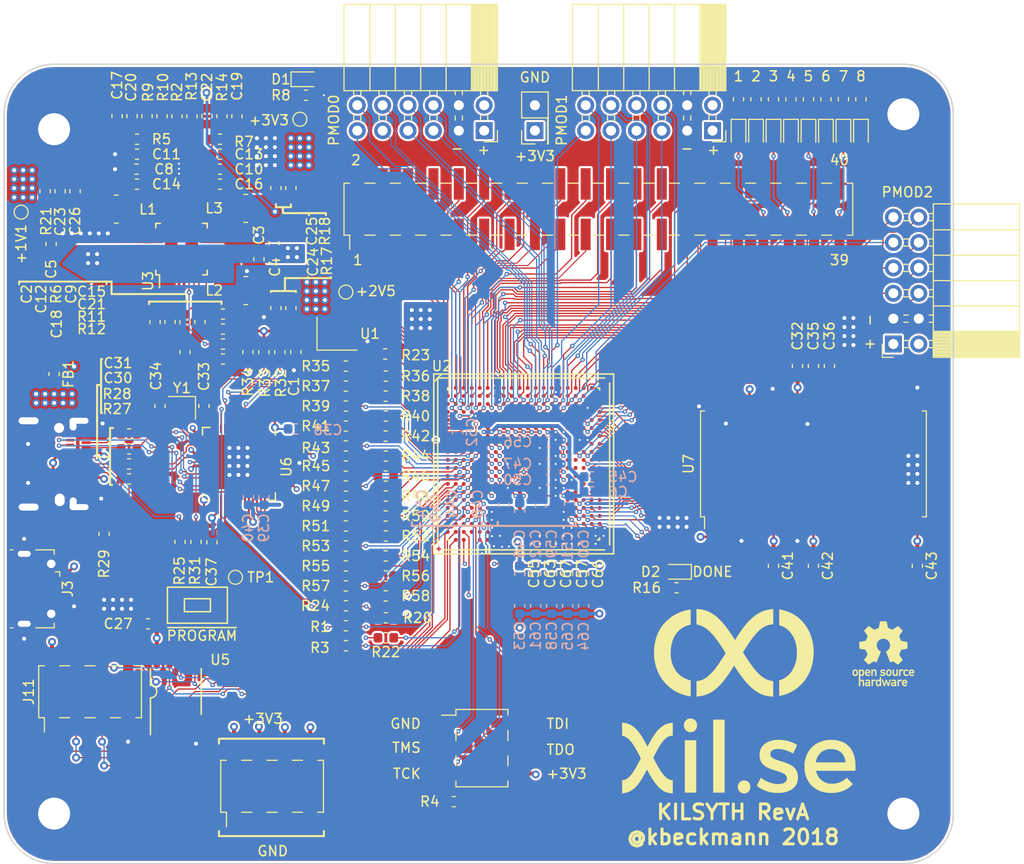
<source format=kicad_pcb>
(kicad_pcb (version 20171130) (host pcbnew 5.0.1)
  (layers (0 F.Cu signal) (1 In1.Cu signal) (2 In2.Cu signal) (31 B.Cu signal) (34 B.Paste user) (35 F.Paste user) (36 B.SilkS user) (37 F.SilkS user) (38 B.Mask user hide) (39 F.Mask user hide) (44 Edge.Cuts user))
  (net 0 "")
  (net 1 GND)
  (net 2 +3V3)
  (net 3 CLK_16MHz)
  (net 4 /RAM_DQ7)
  (net 5 /RAM_DQ0)
  (net 6 /RAM_A0)
  (net 7 /FT_DATA_0)
  (net 8 /FT_DATA_12)
  (net 9 /FT_DATA_13)
  (net 10 /FT_RXF_N)
  (net 11 /FT_WR_N)
  (net 12 /FT_OE_N)
  (net 13 /PMOD0_5)
  (net 14 /PMOD1_4)
  (net 15 /PMOD0_2)
  (net 16 "Net-(U2-PadA15)")
  (net 17 /PMOD2_5)
  (net 18 /PMOD2_2)
  (net 19 /PMOD2_1)
  (net 20 /RAM_A8)
  (net 21 /RAM_DQ6)
  (net 22 /RAM_A1)
  (net 23 /RAM_A2)
  (net 24 /FT_DATA_1)
  (net 25 /FT_DATA_11)
  (net 26 /FT_BE_0)
  (net 27 /FT_TXE_N)
  (net 28 /FT_CLK)
  (net 29 /PMOD0_7)
  (net 30 /PMOD0_4)
  (net 31 /PMOD2_3)
  (net 32 /RAM_DQ9)
  (net 33 /RAM_A7)
  (net 34 /RAM_DQ2)
  (net 35 /RAM_DQ1)
  (net 36 /FT_DATA_6)
  (net 37 /FT_DATA_7)
  (net 38 /FT_DATA_10)
  (net 39 /FT_DATA_15)
  (net 40 /FT_RD_N)
  (net 41 /PMOD1_6)
  (net 42 /PMOD1_3)
  (net 43 /PMOD1_1)
  (net 44 /PMOD2_7)
  (net 45 /PMOD2_4)
  (net 46 /RAM_A10)
  (net 47 /RAM_DQ8)
  (net 48 /RAM_A3)
  (net 49 /RAM_A4)
  (net 50 /FT_DATA_3)
  (net 51 /FT_DATA_5)
  (net 52 /FT_DATA_9)
  (net 53 /FT_BE_1)
  (net 54 /PMOD0_6)
  (net 55 /PMOD0_3)
  (net 56 /PMOD0_1)
  (net 57 /PMOD2_6)
  (net 58 "Net-(U2-PadD16)")
  (net 59 /RAM_A9)
  (net 60 /RAM_DQ15)
  (net 61 /RAM_A6)
  (net 62 /RAM_DQ3)
  (net 63 /RAM_DQ4)
  (net 64 /FT_DATA_2)
  (net 65 /FT_DATA_4)
  (net 66 /FT_DATA_8)
  (net 67 /FT_DATA_14)
  (net 68 /PMOD1_7)
  (net 69 /PMOD1_5)
  (net 70 /PMOD1_2)
  (net 71 "Net-(U2-PadE15)")
  (net 72 /RAM_DQM1)
  (net 73 /RAM_DQ12)
  (net 74 /RAM_DQ14)
  (net 75 /RAM_DQ5)
  (net 76 /RAM_A5)
  (net 77 +2V5)
  (net 78 /RAM_DQM0)
  (net 79 /RAM_DQ13)
  (net 80 /RAM_A12)
  (net 81 /RAM_A11)
  (net 82 /RAM_DQ11)
  (net 83 /RAM_DQ10)
  (net 84 +1V1)
  (net 85 /RAM_BA0)
  (net 86 "Net-(U2-PadK16)")
  (net 87 "Net-(U2-PadK17)")
  (net 88 /RAM_~RAS)
  (net 89 "Net-(U2-PadL5)")
  (net 90 /RAM_CLK)
  (net 91 /RAM_~CAS)
  (net 92 "Net-(U2-PadM5)")
  (net 93 /RAM_~WE)
  (net 94 /RAM_~CS)
  (net 95 /RAM_CKE)
  (net 96 /RAM_BA1)
  (net 97 "Net-(U2-PadR1)")
  (net 98 /FLASH_CSn)
  (net 99 "Net-(U2-PadR3)")
  (net 100 "Net-(R3-Pad2)")
  (net 101 /JTAG_TDI)
  (net 102 "Net-(U2-PadT1)")
  (net 103 "Net-(R1-Pad2)")
  (net 104 /JTAG_TCK)
  (net 105 "Net-(U2-PadT16)")
  (net 106 "Net-(U2-PadU1)")
  (net 107 /FLASH_SCK)
  (net 108 /JTAG_TMS)
  (net 109 "Net-(U2-PadV1)")
  (net 110 /FLASH_MISO)
  (net 111 /INITn)
  (net 112 /JTAG_TDO)
  (net 113 /FLASH_HOLDn)
  (net 114 /FLASH_MOSI)
  (net 115 "Net-(U2-PadW4)")
  (net 116 "Net-(U2-PadW5)")
  (net 117 "Net-(U2-PadW8)")
  (net 118 "Net-(U2-PadW9)")
  (net 119 "Net-(U2-PadW13)")
  (net 120 "Net-(U2-PadW14)")
  (net 121 "Net-(U2-PadW17)")
  (net 122 "Net-(U2-PadW18)")
  (net 123 /FLASH_WPn)
  (net 124 DONE)
  (net 125 "Net-(U3-Pad1)")
  (net 126 "Net-(U3-Pad2)")
  (net 127 "Net-(U3-Pad3)")
  (net 128 "Net-(C2-Pad1)")
  (net 129 "Net-(C21-Pad2)")
  (net 130 "Net-(C12-Pad1)")
  (net 131 "Net-(C9-Pad1)")
  (net 132 "Net-(C15-Pad2)")
  (net 133 "Net-(C15-Pad1)")
  (net 134 +5V)
  (net 135 "Net-(C16-Pad1)")
  (net 136 "Net-(C16-Pad2)")
  (net 137 "Net-(C10-Pad1)")
  (net 138 "Net-(C13-Pad1)")
  (net 139 "Net-(C22-Pad2)")
  (net 140 "Net-(R2-Pad1)")
  (net 141 "Net-(C20-Pad2)")
  (net 142 "Net-(C11-Pad1)")
  (net 143 "Net-(C8-Pad1)")
  (net 144 "Net-(C14-Pad1)")
  (net 145 "Net-(C14-Pad2)")
  (net 146 "Net-(U3-Pad30)")
  (net 147 "Net-(U3-Pad31)")
  (net 148 "Net-(U3-Pad32)")
  (net 149 VD10)
  (net 150 "Net-(R35-Pad2)")
  (net 151 "Net-(R36-Pad2)")
  (net 152 "Net-(R37-Pad2)")
  (net 153 "Net-(R38-Pad2)")
  (net 154 "Net-(R32-Pad1)")
  (net 155 "Net-(R39-Pad2)")
  (net 156 "Net-(R40-Pad2)")
  (net 157 "Net-(R41-Pad2)")
  (net 158 "Net-(R33-Pad1)")
  (net 159 "Net-(R34-Pad1)")
  (net 160 FT_GPIO0)
  (net 161 "Net-(C33-Pad2)")
  (net 162 "Net-(C34-Pad2)")
  (net 163 /FT_DP)
  (net 164 /FT_DM)
  (net 165 "Net-(R31-Pad1)")
  (net 166 /FT_TODN)
  (net 167 FT_GPIO1)
  (net 168 "Net-(U6-Pad14)")
  (net 169 /FT_TODP)
  (net 170 /FT_RIDN)
  (net 171 /FT_RIDP)
  (net 172 "Net-(R50-Pad2)")
  (net 173 "Net-(R49-Pad2)")
  (net 174 "Net-(R47-Pad2)")
  (net 175 "Net-(R48-Pad2)")
  (net 176 "Net-(R45-Pad2)")
  (net 177 "Net-(R44-Pad2)")
  (net 178 "Net-(R43-Pad2)")
  (net 179 "Net-(R46-Pad2)")
  (net 180 "Net-(R57-Pad2)")
  (net 181 "Net-(R58-Pad2)")
  (net 182 "Net-(R55-Pad2)")
  (net 183 "Net-(R56-Pad2)")
  (net 184 "Net-(R51-Pad2)")
  (net 185 "Net-(R53-Pad2)")
  (net 186 "Net-(R52-Pad2)")
  (net 187 "Net-(R42-Pad2)")
  (net 188 "Net-(R54-Pad2)")
  (net 189 "Net-(C17-Pad1)")
  (net 190 "Net-(C21-Pad1)")
  (net 191 "Net-(C20-Pad1)")
  (net 192 "Net-(C22-Pad1)")
  (net 193 "Net-(J2-PadA5)")
  (net 194 "Net-(J2-PadB5)")
  (net 195 /USB_DM)
  (net 196 /USB_DP)
  (net 197 "Net-(J2-PadA8)")
  (net 198 "Net-(R29-Pad1)")
  (net 199 "Net-(C18-Pad1)")
  (net 200 "Net-(C19-Pad1)")
  (net 201 "Net-(D1-Pad1)")
  (net 202 "Net-(D2-Pad1)")
  (net 203 "Net-(J2-PadB8)")
  (net 204 "Net-(U7-Pad40)")
  (net 205 /USB_TXP)
  (net 206 /USB_TXN)
  (net 207 "Net-(Y1-Pad2)")
  (net 208 "Net-(Y1-Pad4)")
  (net 209 "Net-(J3-Pad4)")
  (net 210 VBUS)
  (net 211 "Net-(J2-PadB2)")
  (net 212 "Net-(J2-PadB3)")
  (net 213 "Net-(J2-PadB6)")
  (net 214 "Net-(J2-PadB7)")
  (net 215 "Net-(J2-PadA11)")
  (net 216 "Net-(J2-PadA10)")
  (net 217 "Net-(J6-Pad4)")
  (net 218 "Net-(J6-Pad5)")
  (net 219 "Net-(J6-Pad7)")
  (net 220 "Net-(J6-Pad6)")
  (net 221 "Net-(U2-PadR18)")
  (net 222 "Net-(U2-PadR16)")
  (net 223 "Net-(U2-PadP17)")
  (net 224 "Net-(U2-PadP16)")
  (net 225 "Net-(U2-PadN17)")
  (net 226 "Net-(U2-PadN16)")
  (net 227 "Net-(U2-PadM17)")
  (net 228 "Net-(U2-PadL17)")
  (net 229 "Net-(U2-PadL16)")
  (net 230 "Net-(U2-PadH18)")
  (net 231 "Net-(U2-PadH17)")
  (net 232 "Net-(U2-PadH16)")
  (net 233 "Net-(U2-PadG18)")
  (net 234 "Net-(U2-PadG16)")
  (net 235 "Net-(U2-PadF17)")
  (net 236 "Net-(U2-PadF16)")
  (net 237 "Net-(U2-PadE17)")
  (net 238 "Net-(U2-PadE16)")
  (net 239 "Net-(U2-PadD18)")
  (net 240 "Net-(U2-PadD17)")
  (net 241 "Net-(U2-PadC18)")
  (net 242 "Net-(U2-PadJ16)")
  (net 243 "Net-(U2-PadL18)")
  (net 244 "Net-(U2-PadM18)")
  (net 245 "Net-(R24-Pad1)")
  (net 246 "Net-(R23-Pad1)")
  (net 247 "Net-(U2-PadP5)")
  (net 248 "Net-(U2-PadN5)")
  (net 249 "Net-(U2-PadL4)")
  (net 250 "Net-(U2-PadK5)")
  (net 251 "Net-(U2-PadG2)")
  (net 252 "Net-(U2-PadG1)")
  (net 253 "Net-(U2-PadF1)")
  (net 254 /PMOD1_8)
  (net 255 /PMOD0_8)
  (net 256 /PMOD2_8)
  (net 257 "Net-(U2-PadN18)")
  (net 258 "Net-(U2-PadE14)")
  (net 259 "Net-(U2-PadE12)")
  (net 260 "Net-(U2-PadD14)")
  (net 261 "Net-(U2-PadE13)")
  (net 262 "Net-(U2-PadE11)")
  (net 263 "Net-(U2-PadE10)")
  (net 264 "Net-(U2-PadE9)")
  (net 265 "Net-(U2-PadE8)")
  (net 266 "Net-(U2-PadE7)")
  (net 267 "Net-(U2-PadE6)")
  (net 268 "Net-(U2-PadD10)")
  (net 269 "Net-(U2-PadD9)")
  (net 270 "Net-(U2-PadD8)")
  (net 271 "Net-(U2-PadD7)")
  (net 272 "Net-(U2-PadD6)")
  (net 273 /WIDE_40)
  (net 274 /WIDE_37)
  (net 275 /WIDE_39)
  (net 276 /WIDE_36)
  (net 277 /WIDE_38)
  (net 278 /WIDE_35)
  (net 279 /WIDE_34)
  (net 280 /WIDE_33)
  (net 281 /WIDE_32)
  (net 282 /WIDE_31)
  (net 283 /WIDE_30)
  (net 284 /WIDE_29)
  (net 285 /WIDE_28)
  (net 286 /WIDE_27)
  (net 287 /WIDE_26)
  (net 288 /WIDE_25)
  (net 289 /WIDE_24)
  (net 290 /WIDE_23)
  (net 291 /WIDE_22)
  (net 292 /WIDE_21)
  (net 293 /WIDE_20)
  (net 294 /WIDE_19)
  (net 295 /WIDE_18)
  (net 296 /WIDE_17)
  (net 297 /WIDE_16)
  (net 298 /WIDE_15)
  (net 299 /WIDE_14)
  (net 300 /WIDE_13)
  (net 301 /WIDE_12)
  (net 302 /WIDE_11)
  (net 303 /WIDE_10)
  (net 304 /WIDE_9)
  (net 305 /WIDE_8)
  (net 306 /WIDE_7)
  (net 307 /WIDE_6)
  (net 308 /WIDE_5)
  (net 309 /WIDE_4)
  (net 310 /WIDE_3)
  (net 311 /WIDE_2)
  (net 312 /WIDE_1)
  (net 313 "Net-(U2-PadH5)")
  (net 314 "Net-(U2-PadH4)")
  (net 315 "Net-(U2-PadH3)")
  (net 316 "Net-(U2-PadF5)")
  (net 317 "Net-(U2-PadF4)")
  (net 318 "Net-(U2-PadE5)")
  (net 319 "Net-(U2-PadE3)")
  (net 320 "Net-(U2-PadD11)")
  (net 321 "Net-(D3-Pad1)")
  (net 322 "Net-(D10-Pad1)")
  (net 323 "Net-(D9-Pad1)")
  (net 324 "Net-(D8-Pad1)")
  (net 325 "Net-(D7-Pad1)")
  (net 326 "Net-(D6-Pad1)")
  (net 327 "Net-(D5-Pad1)")
  (net 328 "Net-(D4-Pad1)")
  (module Connector_PinHeader_2.54mm:PinHeader_2x04_P2.54mm_Vertical_SMD (layer F.Cu) (at 76.81722 122.26404 90)
    (fp_text reference J12 hide)
    (fp_text value Conn_02x04_Odd_Even)
    (pad 1 smd rect (at -2.525 -3.81 90) (size 3.15 1) (layers F.Cu F.Paste F.Mask) (net 1 GND))
    (pad 2 smd rect (at 2.525 -3.81 90) (size 3.15 1) (layers F.Cu F.Paste F.Mask) (net 2 +3V3))
    (pad 3 smd rect (at -2.525 -1.27 90) (size 3.15 1) (layers F.Cu F.Paste F.Mask) (net 1 GND))
    (pad 4 smd rect (at 2.525 -1.27 90) (size 3.15 1) (layers F.Cu F.Paste F.Mask) (net 2 +3V3))
    (pad 5 smd rect (at -2.525 1.27 90) (size 3.15 1) (layers F.Cu F.Paste F.Mask) (net 1 GND))
    (pad 6 smd rect (at 2.525 1.27 90) (size 3.15 1) (layers F.Cu F.Paste F.Mask) (net 2 +3V3))
    (pad 7 smd rect (at -2.525 3.81 90) (size 3.15 1) (layers F.Cu F.Paste F.Mask) (net 1 GND))
    (pad 8 smd rect (at 2.525 3.81 90) (size 3.15 1) (layers F.Cu F.Paste F.Mask) (net 2 +3V3))
  )
  (module Connector_PinHeader_2.54mm:PinHeader_2x04_P2.54mm_Vertical_SMD (layer F.Cu) (at 58.6 112.8 90)
    (fp_text reference J11 (at 0 -6.14 90) (layer F.SilkS))
    (fp_text value Conn_02x04_Odd_Even)
    (pad 1 smd rect (at -2.525 -3.81 90) (size 3.15 1) (layers F.Cu F.Paste F.Mask) (net 98 /FLASH_CSn))
    (pad 2 smd rect (at 2.525 -3.81 90) (size 3.15 1) (layers F.Cu F.Paste F.Mask) (net 2 +3V3))
    (pad 3 smd rect (at -2.525 -1.27 90) (size 3.15 1) (layers F.Cu F.Paste F.Mask) (net 110 /FLASH_MISO))
    (pad 4 smd rect (at 2.525 -1.27 90) (size 3.15 1) (layers F.Cu F.Paste F.Mask) (net 113 /FLASH_HOLDn))
    (pad 5 smd rect (at -2.525 1.27 90) (size 3.15 1) (layers F.Cu F.Paste F.Mask) (net 123 /FLASH_WPn))
    (pad 6 smd rect (at 2.525 1.27 90) (size 3.15 1) (layers F.Cu F.Paste F.Mask) (net 107 /FLASH_SCK))
    (pad 7 smd rect (at -2.525 3.81 90) (size 3.15 1) (layers F.Cu F.Paste F.Mask) (net 1 GND))
    (pad 8 smd rect (at 2.525 3.81 90) (size 3.15 1) (layers F.Cu F.Paste F.Mask) (net 114 /FLASH_MOSI))
  )
  (module Capacitor_SMD:C_0603_1608Metric (layer B.Cu) (at 108.8375 92.8)
    (fp_text reference C6 (at 2.6125 0) (layer B.SilkS) (effects (justify mirror)))
    (fp_text value 100n)
    (pad 2 smd roundrect (at 0.7875 0) (size 0.875 0.95) (layers B.Cu B.Paste B.Mask) (net 1 GND))
    (pad 1 smd roundrect (at -0.7875 0) (size 0.875 0.95) (layers B.Cu B.Paste B.Mask) (net 77 +2V5))
  )
  (module Connector_PinHeader_2.54mm:PinHeader_2x01_P2.54mm_Vertical (layer F.Cu) (at 103.124 56.642 90)
    (fp_text reference J10 hide)
    (fp_text value Conn_02x01)
    (pad 1 thru_hole rect (at 0 0 90) (size 1.7 1.7) (drill 1) (layers *.Cu *.Mask) (net 2 +3V3))
    (pad 2 thru_hole oval (at 2.54 0 90) (size 1.7 1.7) (drill 1) (layers *.Cu *.Mask) (net 1 GND))
  )
  (module LED_SMD:LED_0603_1608Metric (layer F.Cu) (at 134 57 270)
    (fp_text reference D9 hide)
    (fp_text value LED)
    (pad 2 smd roundrect (at 0.7875 0 270) (size 0.875 0.95) (layers F.Cu F.Paste F.Mask) (net 275 /WIDE_39))
    (pad 1 smd roundrect (at -0.7875 0 270) (size 0.875 0.95) (layers F.Cu F.Paste F.Mask) (net 323 "Net-(D9-Pad1)"))
  )
  (module LED_SMD:LED_0603_1608Metric (layer F.Cu) (at 130.5 57 270)
    (fp_text reference D7 hide)
    (fp_text value LED)
    (pad 1 smd roundrect (at -0.7875 0 270) (size 0.875 0.95) (layers F.Cu F.Paste F.Mask) (net 325 "Net-(D7-Pad1)"))
    (pad 2 smd roundrect (at 0.7875 0 270) (size 0.875 0.95) (layers F.Cu F.Paste F.Mask) (net 274 /WIDE_37))
  )
  (module LED_SMD:LED_0603_1608Metric (layer F.Cu) (at 135.75 57 270)
    (fp_text reference D10 hide)
    (fp_text value LED)
    (pad 2 smd roundrect (at 0.7875 0 270) (size 0.875 0.95) (layers F.Cu F.Paste F.Mask) (net 273 /WIDE_40))
    (pad 1 smd roundrect (at -0.7875 0 270) (size 0.875 0.95) (layers F.Cu F.Paste F.Mask) (net 322 "Net-(D10-Pad1)"))
  )
  (module LED_SMD:LED_0603_1608Metric (layer F.Cu) (at 127 57 270)
    (fp_text reference D5 hide)
    (fp_text value LED)
    (pad 1 smd roundrect (at -0.7875 0 270) (size 0.875 0.95) (layers F.Cu F.Paste F.Mask) (net 327 "Net-(D5-Pad1)"))
    (pad 2 smd roundrect (at 0.7875 0 270) (size 0.875 0.95) (layers F.Cu F.Paste F.Mask) (net 278 /WIDE_35))
  )
  (module LED_SMD:LED_0603_1608Metric (layer F.Cu) (at 128.75 57 270)
    (fp_text reference D6 hide)
    (fp_text value LED)
    (pad 2 smd roundrect (at 0.7875 0 270) (size 0.875 0.95) (layers F.Cu F.Paste F.Mask) (net 276 /WIDE_36))
    (pad 1 smd roundrect (at -0.7875 0 270) (size 0.875 0.95) (layers F.Cu F.Paste F.Mask) (net 326 "Net-(D6-Pad1)"))
  )
  (module LED_SMD:LED_0603_1608Metric (layer F.Cu) (at 125.25 57 270)
    (fp_text reference D4 hide)
    (fp_text value LED)
    (pad 1 smd roundrect (at -0.7875 0 270) (size 0.875 0.95) (layers F.Cu F.Paste F.Mask) (net 328 "Net-(D4-Pad1)"))
    (pad 2 smd roundrect (at 0.7875 0 270) (size 0.875 0.95) (layers F.Cu F.Paste F.Mask) (net 279 /WIDE_34))
  )
  (module LED_SMD:LED_0603_1608Metric (layer F.Cu) (at 123.5 57 270)
    (fp_text reference D3 hide)
    (fp_text value LED)
    (pad 2 smd roundrect (at 0.7875 0 270) (size 0.875 0.95) (layers F.Cu F.Paste F.Mask) (net 280 /WIDE_33))
    (pad 1 smd roundrect (at -0.7875 0 270) (size 0.875 0.95) (layers F.Cu F.Paste F.Mask) (net 321 "Net-(D3-Pad1)"))
  )
  (module LED_SMD:LED_0603_1608Metric (layer F.Cu) (at 132.25 57 270)
    (fp_text reference D8 hide)
    (fp_text value LED)
    (pad 1 smd roundrect (at -0.7875 0 270) (size 0.875 0.95) (layers F.Cu F.Paste F.Mask) (net 324 "Net-(D8-Pad1)"))
    (pad 2 smd roundrect (at 0.7875 0 270) (size 0.875 0.95) (layers F.Cu F.Paste F.Mask) (net 277 /WIDE_38))
  )
  (module Resistor_SMD:R_0603_1608Metric (layer F.Cu) (at 125.25 53.5 90)
    (fp_text reference R26 hide)
    (fp_text value 2K)
    (pad 2 smd roundrect (at 0.7875 0 90) (size 0.875 0.95) (layers F.Cu F.Paste F.Mask) (net 1 GND))
    (pad 1 smd roundrect (at -0.7875 0 90) (size 0.875 0.95) (layers F.Cu F.Paste F.Mask) (net 328 "Net-(D4-Pad1)"))
  )
  (module Resistor_SMD:R_0603_1608Metric (layer F.Cu) (at 127 53.5 90)
    (fp_text reference R30 hide)
    (fp_text value 2K)
    (pad 1 smd roundrect (at -0.7875 0 90) (size 0.875 0.95) (layers F.Cu F.Paste F.Mask) (net 327 "Net-(D5-Pad1)"))
    (pad 2 smd roundrect (at 0.7875 0 90) (size 0.875 0.95) (layers F.Cu F.Paste F.Mask) (net 1 GND))
  )
  (module Resistor_SMD:R_0603_1608Metric (layer F.Cu) (at 128.75 53.5 90)
    (fp_text reference R59 hide)
    (fp_text value 2K)
    (pad 2 smd roundrect (at 0.7875 0 90) (size 0.875 0.95) (layers F.Cu F.Paste F.Mask) (net 1 GND))
    (pad 1 smd roundrect (at -0.7875 0 90) (size 0.875 0.95) (layers F.Cu F.Paste F.Mask) (net 326 "Net-(D6-Pad1)"))
  )
  (module Resistor_SMD:R_0603_1608Metric (layer F.Cu) (at 130.5 53.5 90)
    (fp_text reference R60 hide)
    (fp_text value 2K)
    (pad 1 smd roundrect (at -0.7875 0 90) (size 0.875 0.95) (layers F.Cu F.Paste F.Mask) (net 325 "Net-(D7-Pad1)"))
    (pad 2 smd roundrect (at 0.7875 0 90) (size 0.875 0.95) (layers F.Cu F.Paste F.Mask) (net 1 GND))
  )
  (module Resistor_SMD:R_0603_1608Metric (layer F.Cu) (at 132.25 53.5 90)
    (fp_text reference R61 hide)
    (fp_text value 2K)
    (pad 2 smd roundrect (at 0.7875 0 90) (size 0.875 0.95) (layers F.Cu F.Paste F.Mask) (net 1 GND))
    (pad 1 smd roundrect (at -0.7875 0 90) (size 0.875 0.95) (layers F.Cu F.Paste F.Mask) (net 324 "Net-(D8-Pad1)"))
  )
  (module Resistor_SMD:R_0603_1608Metric (layer F.Cu) (at 134 53.5 90)
    (fp_text reference R62 hide)
    (fp_text value 2K)
    (pad 1 smd roundrect (at -0.7875 0 90) (size 0.875 0.95) (layers F.Cu F.Paste F.Mask) (net 323 "Net-(D9-Pad1)"))
    (pad 2 smd roundrect (at 0.7875 0 90) (size 0.875 0.95) (layers F.Cu F.Paste F.Mask) (net 1 GND))
  )
  (module Resistor_SMD:R_0603_1608Metric (layer F.Cu) (at 135.75 53.5 90)
    (fp_text reference R63 hide)
    (fp_text value 2K)
    (pad 2 smd roundrect (at 0.7875 0 90) (size 0.875 0.95) (layers F.Cu F.Paste F.Mask) (net 1 GND))
    (pad 1 smd roundrect (at -0.7875 0 90) (size 0.875 0.95) (layers F.Cu F.Paste F.Mask) (net 322 "Net-(D10-Pad1)"))
  )
  (module Resistor_SMD:R_0603_1608Metric (layer F.Cu) (at 123.5 53.5 90)
    (fp_text reference R15 hide)
    (fp_text value 2K)
    (pad 1 smd roundrect (at -0.7875 0 90) (size 0.875 0.95) (layers F.Cu F.Paste F.Mask) (net 321 "Net-(D3-Pad1)"))
    (pad 2 smd roundrect (at 0.7875 0 90) (size 0.875 0.95) (layers F.Cu F.Paste F.Mask) (net 1 GND))
  )
  (module Connector_PinHeader_2.54mm:PinHeader_2x03_P2.54mm_Vertical_SMD (layer F.Cu) (at 97.819 118.446)
    (fp_text reference J1 hide)
    (fp_text value Conn_JTAG)
    (pad 1 smd rect (at -2.525 -2.54) (size 3.15 1) (layers F.Cu F.Paste F.Mask) (net 1 GND))
    (pad 2 smd rect (at 2.525 -2.54) (size 3.15 1) (layers F.Cu F.Paste F.Mask) (net 101 /JTAG_TDI))
    (pad 3 smd rect (at -2.525 0) (size 3.15 1) (layers F.Cu F.Paste F.Mask) (net 108 /JTAG_TMS))
    (pad 4 smd rect (at 2.525 0) (size 3.15 1) (layers F.Cu F.Paste F.Mask) (net 112 /JTAG_TDO))
    (pad 5 smd rect (at -2.525 2.54) (size 3.15 1) (layers F.Cu F.Paste F.Mask) (net 104 /JTAG_TCK))
    (pad 6 smd rect (at 2.525 2.54) (size 3.15 1) (layers F.Cu F.Paste F.Mask) (net 2 +3V3))
  )
  (module Resistor_SMD:R_0603_1608Metric (layer F.Cu) (at 84.2 104.2)
    (fp_text reference R24 (at -3.048 0) (layer F.SilkS))
    (fp_text value 0R)
    (pad 2 smd roundrect (at 0.7875 0) (size 0.875 0.95) (layers F.Cu F.Paste F.Mask) (net 160 FT_GPIO0))
    (pad 1 smd roundrect (at -0.7875 0) (size 0.875 0.95) (layers F.Cu F.Paste F.Mask) (net 245 "Net-(R24-Pad1)"))
  )
  (module Resistor_SMD:R_0603_1608Metric (layer F.Cu) (at 88.138 78.994)
    (fp_text reference R23 (at 3.048 0.127) (layer F.SilkS))
    (fp_text value 0R)
    (pad 1 smd roundrect (at -0.7875 0) (size 0.875 0.95) (layers F.Cu F.Paste F.Mask) (net 246 "Net-(R23-Pad1)"))
    (pad 2 smd roundrect (at 0.7875 0) (size 0.875 0.95) (layers F.Cu F.Paste F.Mask) (net 167 FT_GPIO1))
  )
  (module L_1008_1210:L_1008_1210 (layer F.Cu) (at 61.23 64.5 180)
    (fp_text reference L1 (at -3.16 -0.018 180) (layer F.SilkS))
    (fp_text value 2.2u hide)
    (pad 2 smd rect (at 1.27 0 180) (size 1.5 2.7) (layers F.Cu F.Paste F.Mask) (net 191 "Net-(C20-Pad1)"))
    (pad 1 smd rect (at -1.27 0 180) (size 1.5 2.7) (layers F.Cu F.Paste F.Mask) (net 145 "Net-(C14-Pad2)"))
  )
  (module L_1008_1210:L_1008_1210 (layer F.Cu) (at 74.175 64.425)
    (fp_text reference L3 (at -3.16 -0.018) (layer F.SilkS))
    (fp_text value 2.2u hide)
    (pad 1 smd rect (at -1.27 0) (size 1.5 2.7) (layers F.Cu F.Paste F.Mask) (net 136 "Net-(C16-Pad2)"))
    (pad 2 smd rect (at 1.27 0) (size 1.5 2.7) (layers F.Cu F.Paste F.Mask) (net 192 "Net-(C22-Pad1)"))
  )
  (module L_1008_1210:L_1008_1210 (layer F.Cu) (at 74.18 72.65)
    (fp_text reference L2 (at -3.16 -0.018) (layer F.SilkS))
    (fp_text value 2.2u hide)
    (pad 2 smd rect (at 1.27 0) (size 1.5 2.7) (layers F.Cu F.Paste F.Mask) (net 190 "Net-(C21-Pad1)"))
    (pad 1 smd rect (at -1.27 0) (size 1.5 2.7) (layers F.Cu F.Paste F.Mask) (net 132 "Net-(C15-Pad2)"))
  )
  (module lfe5bg381:BGA-381_pitch0.8mm_dia0.4mm (layer F.Cu) (at 102 90)
    (fp_text reference U2 (at -8.2 -9.8) (layer F.SilkS))
    (fp_text value LFE5U-85F-6BG381C hide)
    (pad Y19 smd circle (at 6.8 7.6) (size 0.4 0.4) (layers F.Cu F.Paste F.Mask) (net 1 GND))
    (pad Y17 smd circle (at 5.2 7.6) (size 0.4 0.4) (layers F.Cu F.Paste F.Mask) (net 1 GND))
    (pad Y16 smd circle (at 4.4 7.6) (size 0.4 0.4) (layers F.Cu F.Paste F.Mask) (net 1 GND))
    (pad Y15 smd circle (at 3.6 7.6) (size 0.4 0.4) (layers F.Cu F.Paste F.Mask) (net 1 GND))
    (pad Y14 smd circle (at 2.8 7.6) (size 0.4 0.4) (layers F.Cu F.Paste F.Mask) (net 1 GND))
    (pad Y12 smd circle (at 1.2 7.6) (size 0.4 0.4) (layers F.Cu F.Paste F.Mask) (net 1 GND))
    (pad Y11 smd circle (at 0.4 7.6) (size 0.4 0.4) (layers F.Cu F.Paste F.Mask) (net 1 GND))
    (pad Y8 smd circle (at -2 7.6) (size 0.4 0.4) (layers F.Cu F.Paste F.Mask) (net 1 GND))
    (pad Y7 smd circle (at -2.8 7.6) (size 0.4 0.4) (layers F.Cu F.Paste F.Mask) (net 1 GND))
    (pad Y6 smd circle (at -3.6 7.6) (size 0.4 0.4) (layers F.Cu F.Paste F.Mask) (net 1 GND))
    (pad Y5 smd circle (at -4.4 7.6) (size 0.4 0.4) (layers F.Cu F.Paste F.Mask) (net 1 GND))
    (pad Y3 smd circle (at -6 7.6) (size 0.4 0.4) (layers F.Cu F.Paste F.Mask) (net 124 DONE))
    (pad Y2 smd circle (at -6.8 7.6) (size 0.4 0.4) (layers F.Cu F.Paste F.Mask) (net 123 /FLASH_WPn))
    (pad W20 smd circle (at 7.6 6.8) (size 0.4 0.4) (layers F.Cu F.Paste F.Mask) (net 1 GND))
    (pad W19 smd circle (at 6.8 6.8) (size 0.4 0.4) (layers F.Cu F.Paste F.Mask) (net 1 GND))
    (pad W18 smd circle (at 6 6.8) (size 0.4 0.4) (layers F.Cu F.Paste F.Mask) (net 122 "Net-(U2-PadW18)"))
    (pad W17 smd circle (at 5.2 6.8) (size 0.4 0.4) (layers F.Cu F.Paste F.Mask) (net 121 "Net-(U2-PadW17)"))
    (pad W16 smd circle (at 4.4 6.8) (size 0.4 0.4) (layers F.Cu F.Paste F.Mask) (net 1 GND))
    (pad W15 smd circle (at 3.6 6.8) (size 0.4 0.4) (layers F.Cu F.Paste F.Mask) (net 1 GND))
    (pad W14 smd circle (at 2.8 6.8) (size 0.4 0.4) (layers F.Cu F.Paste F.Mask) (net 120 "Net-(U2-PadW14)"))
    (pad W13 smd circle (at 2 6.8) (size 0.4 0.4) (layers F.Cu F.Paste F.Mask) (net 119 "Net-(U2-PadW13)"))
    (pad W12 smd circle (at 1.2 6.8) (size 0.4 0.4) (layers F.Cu F.Paste F.Mask) (net 1 GND))
    (pad W11 smd circle (at 0.4 6.8) (size 0.4 0.4) (layers F.Cu F.Paste F.Mask))
    (pad W10 smd circle (at -0.4 6.8) (size 0.4 0.4) (layers F.Cu F.Paste F.Mask))
    (pad W9 smd circle (at -1.2 6.8) (size 0.4 0.4) (layers F.Cu F.Paste F.Mask) (net 118 "Net-(U2-PadW9)"))
    (pad W8 smd circle (at -2 6.8) (size 0.4 0.4) (layers F.Cu F.Paste F.Mask) (net 117 "Net-(U2-PadW8)"))
    (pad W7 smd circle (at -2.8 6.8) (size 0.4 0.4) (layers F.Cu F.Paste F.Mask) (net 1 GND))
    (pad W6 smd circle (at -3.6 6.8) (size 0.4 0.4) (layers F.Cu F.Paste F.Mask) (net 1 GND))
    (pad W5 smd circle (at -4.4 6.8) (size 0.4 0.4) (layers F.Cu F.Paste F.Mask) (net 116 "Net-(U2-PadW5)"))
    (pad W4 smd circle (at -5.2 6.8) (size 0.4 0.4) (layers F.Cu F.Paste F.Mask) (net 115 "Net-(U2-PadW4)"))
    (pad W3 smd circle (at -6 6.8) (size 0.4 0.4) (layers F.Cu F.Paste F.Mask) (net 160 FT_GPIO0))
    (pad W2 smd circle (at -6.8 6.8) (size 0.4 0.4) (layers F.Cu F.Paste F.Mask) (net 114 /FLASH_MOSI))
    (pad W1 smd circle (at -7.6 6.8) (size 0.4 0.4) (layers F.Cu F.Paste F.Mask) (net 113 /FLASH_HOLDn))
    (pad V20 smd circle (at 7.6 6) (size 0.4 0.4) (layers F.Cu F.Paste F.Mask) (net 1 GND))
    (pad V19 smd circle (at 6.8 6) (size 0.4 0.4) (layers F.Cu F.Paste F.Mask) (net 1 GND))
    (pad V18 smd circle (at 6 6) (size 0.4 0.4) (layers F.Cu F.Paste F.Mask) (net 1 GND))
    (pad V17 smd circle (at 5.2 6) (size 0.4 0.4) (layers F.Cu F.Paste F.Mask) (net 1 GND))
    (pad V16 smd circle (at 4.4 6) (size 0.4 0.4) (layers F.Cu F.Paste F.Mask) (net 1 GND))
    (pad V15 smd circle (at 3.6 6) (size 0.4 0.4) (layers F.Cu F.Paste F.Mask) (net 1 GND))
    (pad V14 smd circle (at 2.8 6) (size 0.4 0.4) (layers F.Cu F.Paste F.Mask) (net 1 GND))
    (pad V13 smd circle (at 2 6) (size 0.4 0.4) (layers F.Cu F.Paste F.Mask) (net 1 GND))
    (pad V12 smd circle (at 1.2 6) (size 0.4 0.4) (layers F.Cu F.Paste F.Mask) (net 1 GND))
    (pad V11 smd circle (at 0.4 6) (size 0.4 0.4) (layers F.Cu F.Paste F.Mask) (net 1 GND))
    (pad V10 smd circle (at -0.4 6) (size 0.4 0.4) (layers F.Cu F.Paste F.Mask) (net 1 GND))
    (pad V9 smd circle (at -1.2 6) (size 0.4 0.4) (layers F.Cu F.Paste F.Mask) (net 1 GND))
    (pad V8 smd circle (at -2 6) (size 0.4 0.4) (layers F.Cu F.Paste F.Mask) (net 1 GND))
    (pad V7 smd circle (at -2.8 6) (size 0.4 0.4) (layers F.Cu F.Paste F.Mask) (net 1 GND))
    (pad V6 smd circle (at -3.6 6) (size 0.4 0.4) (layers F.Cu F.Paste F.Mask) (net 1 GND))
    (pad V5 smd circle (at -4.4 6) (size 0.4 0.4) (layers F.Cu F.Paste F.Mask) (net 1 GND))
    (pad V4 smd circle (at -5.2 6) (size 0.4 0.4) (layers F.Cu F.Paste F.Mask) (net 112 /JTAG_TDO))
    (pad V3 smd circle (at -6 6) (size 0.4 0.4) (layers F.Cu F.Paste F.Mask) (net 111 /INITn))
    (pad V2 smd circle (at -6.8 6) (size 0.4 0.4) (layers F.Cu F.Paste F.Mask) (net 110 /FLASH_MISO))
    (pad V1 smd circle (at -7.6 6) (size 0.4 0.4) (layers F.Cu F.Paste F.Mask) (net 109 "Net-(U2-PadV1)"))
    (pad U20 smd circle (at 7.6 5.2) (size 0.4 0.4) (layers F.Cu F.Paste F.Mask) (net 4 /RAM_DQ7))
    (pad U19 smd circle (at 6.8 5.2) (size 0.4 0.4) (layers F.Cu F.Paste F.Mask) (net 5 /RAM_DQ0))
    (pad U18 smd circle (at 6 5.2) (size 0.4 0.4) (layers F.Cu F.Paste F.Mask) (net 34 /RAM_DQ2))
    (pad U17 smd circle (at 5.2 5.2) (size 0.4 0.4) (layers F.Cu F.Paste F.Mask) (net 35 /RAM_DQ1))
    (pad U16 smd circle (at 4.4 5.2) (size 0.4 0.4) (layers F.Cu F.Paste F.Mask) (net 62 /RAM_DQ3))
    (pad U15 smd circle (at 3.6 5.2) (size 0.4 0.4) (layers F.Cu F.Paste F.Mask) (net 1 GND))
    (pad U14 smd circle (at 2.8 5.2) (size 0.4 0.4) (layers F.Cu F.Paste F.Mask) (net 1 GND))
    (pad U13 smd circle (at 2 5.2) (size 0.4 0.4) (layers F.Cu F.Paste F.Mask) (net 1 GND))
    (pad U12 smd circle (at 1.2 5.2) (size 0.4 0.4) (layers F.Cu F.Paste F.Mask) (net 1 GND))
    (pad U11 smd circle (at 0.4 5.2) (size 0.4 0.4) (layers F.Cu F.Paste F.Mask) (net 1 GND))
    (pad U10 smd circle (at -0.4 5.2) (size 0.4 0.4) (layers F.Cu F.Paste F.Mask) (net 1 GND))
    (pad U9 smd circle (at -1.2 5.2) (size 0.4 0.4) (layers F.Cu F.Paste F.Mask) (net 1 GND))
    (pad U8 smd circle (at -2 5.2) (size 0.4 0.4) (layers F.Cu F.Paste F.Mask) (net 1 GND))
    (pad U7 smd circle (at -2.8 5.2) (size 0.4 0.4) (layers F.Cu F.Paste F.Mask) (net 1 GND))
    (pad U6 smd circle (at -3.6 5.2) (size 0.4 0.4) (layers F.Cu F.Paste F.Mask) (net 1 GND))
    (pad U5 smd circle (at -4.4 5.2) (size 0.4 0.4) (layers F.Cu F.Paste F.Mask) (net 108 /JTAG_TMS))
    (pad U4 smd circle (at -5.2 5.2) (size 0.4 0.4) (layers F.Cu F.Paste F.Mask) (net 100 "Net-(R3-Pad2)"))
    (pad U3 smd circle (at -6 5.2) (size 0.4 0.4) (layers F.Cu F.Paste F.Mask) (net 107 /FLASH_SCK))
    (pad U2 smd circle (at -6.8 5.2) (size 0.4 0.4) (layers F.Cu F.Paste F.Mask) (net 2 +3V3))
    (pad U1 smd circle (at -7.6 5.2) (size 0.4 0.4) (layers F.Cu F.Paste F.Mask) (net 106 "Net-(U2-PadU1)"))
    (pad T20 smd circle (at 7.6 4.4) (size 0.4 0.4) (layers F.Cu F.Paste F.Mask) (net 93 /RAM_~WE))
    (pad T19 smd circle (at 6.8 4.4) (size 0.4 0.4) (layers F.Cu F.Paste F.Mask) (net 78 /RAM_DQM0))
    (pad T18 smd circle (at 6 4.4) (size 0.4 0.4) (layers F.Cu F.Paste F.Mask) (net 75 /RAM_DQ5))
    (pad T17 smd circle (at 5.2 4.4) (size 0.4 0.4) (layers F.Cu F.Paste F.Mask) (net 21 /RAM_DQ6))
    (pad T16 smd circle (at 4.4 4.4) (size 0.4 0.4) (layers F.Cu F.Paste F.Mask) (net 105 "Net-(U2-PadT16)"))
    (pad T15 smd circle (at 3.6 4.4) (size 0.4 0.4) (layers F.Cu F.Paste F.Mask) (net 1 GND))
    (pad T14 smd circle (at 2.8 4.4) (size 0.4 0.4) (layers F.Cu F.Paste F.Mask) (net 1 GND))
    (pad T13 smd circle (at 2 4.4) (size 0.4 0.4) (layers F.Cu F.Paste F.Mask) (net 1 GND))
    (pad T12 smd circle (at 1.2 4.4) (size 0.4 0.4) (layers F.Cu F.Paste F.Mask) (net 1 GND))
    (pad T11 smd circle (at 0.4 4.4) (size 0.4 0.4) (layers F.Cu F.Paste F.Mask) (net 1 GND))
    (pad T10 smd circle (at -0.4 4.4) (size 0.4 0.4) (layers F.Cu F.Paste F.Mask) (net 1 GND))
    (pad T9 smd circle (at -1.2 4.4) (size 0.4 0.4) (layers F.Cu F.Paste F.Mask) (net 1 GND))
    (pad T8 smd circle (at -2 4.4) (size 0.4 0.4) (layers F.Cu F.Paste F.Mask) (net 1 GND))
    (pad T7 smd circle (at -2.8 4.4) (size 0.4 0.4) (layers F.Cu F.Paste F.Mask) (net 1 GND))
    (pad T6 smd circle (at -3.6 4.4) (size 0.4 0.4) (layers F.Cu F.Paste F.Mask) (net 1 GND))
    (pad T5 smd circle (at -4.4 4.4) (size 0.4 0.4) (layers F.Cu F.Paste F.Mask) (net 104 /JTAG_TCK))
    (pad T4 smd circle (at -5.2 4.4) (size 0.4 0.4) (layers F.Cu F.Paste F.Mask) (net 103 "Net-(R1-Pad2)"))
    (pad T3 smd circle (at -6 4.4) (size 0.4 0.4) (layers F.Cu F.Paste F.Mask) (net 2 +3V3))
    (pad T2 smd circle (at -6.8 4.4) (size 0.4 0.4) (layers F.Cu F.Paste F.Mask) (net 2 +3V3))
    (pad T1 smd circle (at -7.6 4.4) (size 0.4 0.4) (layers F.Cu F.Paste F.Mask) (net 102 "Net-(U2-PadT1)"))
    (pad R20 smd circle (at 7.6 3.6) (size 0.4 0.4) (layers F.Cu F.Paste F.Mask) (net 91 /RAM_~CAS))
    (pad R19 smd circle (at 6.8 3.6) (size 0.4 0.4) (layers F.Cu F.Paste F.Mask) (net 1 GND))
    (pad R18 smd circle (at 6 3.6) (size 0.4 0.4) (layers F.Cu F.Paste F.Mask) (net 221 "Net-(U2-PadR18)"))
    (pad R17 smd circle (at 5.2 3.6) (size 0.4 0.4) (layers F.Cu F.Paste F.Mask) (net 63 /RAM_DQ4))
    (pad R16 smd circle (at 4.4 3.6) (size 0.4 0.4) (layers F.Cu F.Paste F.Mask) (net 222 "Net-(U2-PadR16)"))
    (pad R5 smd circle (at -4.4 3.6) (size 0.4 0.4) (layers F.Cu F.Paste F.Mask) (net 101 /JTAG_TDI))
    (pad R4 smd circle (at -5.2 3.6) (size 0.4 0.4) (layers F.Cu F.Paste F.Mask) (net 100 "Net-(R3-Pad2)"))
    (pad R3 smd circle (at -6 3.6) (size 0.4 0.4) (layers F.Cu F.Paste F.Mask) (net 99 "Net-(U2-PadR3)"))
    (pad R2 smd circle (at -6.8 3.6) (size 0.4 0.4) (layers F.Cu F.Paste F.Mask) (net 98 /FLASH_CSn))
    (pad R1 smd circle (at -7.6 3.6) (size 0.4 0.4) (layers F.Cu F.Paste F.Mask) (net 97 "Net-(U2-PadR1)"))
    (pad P20 smd circle (at 7.6 2.8) (size 0.4 0.4) (layers F.Cu F.Paste F.Mask) (net 94 /RAM_~CS))
    (pad P19 smd circle (at 6.8 2.8) (size 0.4 0.4) (layers F.Cu F.Paste F.Mask) (net 85 /RAM_BA0))
    (pad P18 smd circle (at 6 2.8) (size 0.4 0.4) (layers F.Cu F.Paste F.Mask) (net 88 /RAM_~RAS))
    (pad P17 smd circle (at 5.2 2.8) (size 0.4 0.4) (layers F.Cu F.Paste F.Mask) (net 223 "Net-(U2-PadP17)"))
    (pad P16 smd circle (at 4.4 2.8) (size 0.4 0.4) (layers F.Cu F.Paste F.Mask) (net 224 "Net-(U2-PadP16)"))
    (pad P15 smd circle (at 3.6 2.8) (size 0.4 0.4) (layers F.Cu F.Paste F.Mask) (net 77 +2V5))
    (pad P14 smd circle (at 2.8 2.8) (size 0.4 0.4) (layers F.Cu F.Paste F.Mask) (net 1 GND))
    (pad P13 smd circle (at 2 2.8) (size 0.4 0.4) (layers F.Cu F.Paste F.Mask) (net 1 GND))
    (pad P12 smd circle (at 1.2 2.8) (size 0.4 0.4) (layers F.Cu F.Paste F.Mask) (net 1 GND))
    (pad P11 smd circle (at 0.4 2.8) (size 0.4 0.4) (layers F.Cu F.Paste F.Mask) (net 1 GND))
    (pad P10 smd circle (at -0.4 2.8) (size 0.4 0.4) (layers F.Cu F.Paste F.Mask) (net 2 +3V3))
    (pad P9 smd circle (at -1.2 2.8) (size 0.4 0.4) (layers F.Cu F.Paste F.Mask) (net 2 +3V3))
    (pad P8 smd circle (at -2 2.8) (size 0.4 0.4) (layers F.Cu F.Paste F.Mask) (net 1 GND))
    (pad P7 smd circle (at -2.8 2.8) (size 0.4 0.4) (layers F.Cu F.Paste F.Mask) (net 1 GND))
    (pad P6 smd circle (at -3.6 2.8) (size 0.4 0.4) (layers F.Cu F.Paste F.Mask) (net 77 +2V5))
    (pad P5 smd circle (at -4.4 2.8) (size 0.4 0.4) (layers F.Cu F.Paste F.Mask) (net 247 "Net-(U2-PadP5)"))
    (pad P4 smd circle (at -5.2 2.8) (size 0.4 0.4) (layers F.Cu F.Paste F.Mask) (net 7 /FT_DATA_0))
    (pad P3 smd circle (at -6 2.8) (size 0.4 0.4) (layers F.Cu F.Paste F.Mask) (net 24 /FT_DATA_1))
    (pad P2 smd circle (at -6.8 2.8) (size 0.4 0.4) (layers F.Cu F.Paste F.Mask) (net 64 /FT_DATA_2))
    (pad P1 smd circle (at -7.6 2.8) (size 0.4 0.4) (layers F.Cu F.Paste F.Mask) (net 50 /FT_DATA_3))
    (pad N20 smd circle (at 7.6 2) (size 0.4 0.4) (layers F.Cu F.Paste F.Mask) (net 96 /RAM_BA1))
    (pad N19 smd circle (at 6.8 2) (size 0.4 0.4) (layers F.Cu F.Paste F.Mask) (net 46 /RAM_A10))
    (pad N18 smd circle (at 6 2) (size 0.4 0.4) (layers F.Cu F.Paste F.Mask) (net 257 "Net-(U2-PadN18)"))
    (pad N17 smd circle (at 5.2 2) (size 0.4 0.4) (layers F.Cu F.Paste F.Mask) (net 225 "Net-(U2-PadN17)"))
    (pad N16 smd circle (at 4.4 2) (size 0.4 0.4) (layers F.Cu F.Paste F.Mask) (net 226 "Net-(U2-PadN16)"))
    (pad N15 smd circle (at 3.6 2) (size 0.4 0.4) (layers F.Cu F.Paste F.Mask) (net 1 GND))
    (pad N14 smd circle (at 2.8 2) (size 0.4 0.4) (layers F.Cu F.Paste F.Mask) (net 1 GND))
    (pad N13 smd circle (at 2 2) (size 0.4 0.4) (layers F.Cu F.Paste F.Mask) (net 84 +1V1))
    (pad N12 smd circle (at 1.2 2) (size 0.4 0.4) (layers F.Cu F.Paste F.Mask) (net 84 +1V1))
    (pad N11 smd circle (at 0.4 2) (size 0.4 0.4) (layers F.Cu F.Paste F.Mask) (net 84 +1V1))
    (pad N10 smd circle (at -0.4 2) (size 0.4 0.4) (layers F.Cu F.Paste F.Mask) (net 84 +1V1))
    (pad N9 smd circle (at -1.2 2) (size 0.4 0.4) (layers F.Cu F.Paste F.Mask) (net 84 +1V1))
    (pad N8 smd circle (at -2 2) (size 0.4 0.4) (layers F.Cu F.Paste F.Mask) (net 84 +1V1))
    (pad N7 smd circle (at -2.8 2) (size 0.4 0.4) (layers F.Cu F.Paste F.Mask) (net 1 GND))
    (pad N6 smd circle (at -3.6 2) (size 0.4 0.4) (layers F.Cu F.Paste F.Mask) (net 1 GND))
    (pad N5 smd circle (at -4.4 2) (size 0.4 0.4) (layers F.Cu F.Paste F.Mask) (net 248 "Net-(U2-PadN5)"))
    (pad N4 smd circle (at -5.2 2) (size 0.4 0.4) (layers F.Cu F.Paste F.Mask) (net 65 /FT_DATA_4))
    (pad N3 smd circle (at -6 2) (size 0.4 0.4) (layers F.Cu F.Paste F.Mask) (net 51 /FT_DATA_5))
    (pad N2 smd circle (at -6.8 2) (size 0.4 0.4) (layers F.Cu F.Paste F.Mask) (net 36 /FT_DATA_6))
    (pad N1 smd circle (at -7.6 2) (size 0.4 0.4) (layers F.Cu F.Paste F.Mask) (net 37 /FT_DATA_7))
    (pad M20 smd circle (at 7.6 1.2) (size 0.4 0.4) (layers F.Cu F.Paste F.Mask) (net 6 /RAM_A0))
    (pad M19 smd circle (at 6.8 1.2) (size 0.4 0.4) (layers F.Cu F.Paste F.Mask) (net 22 /RAM_A1))
    (pad M18 smd circle (at 6 1.2) (size 0.4 0.4) (layers F.Cu F.Paste F.Mask) (net 244 "Net-(U2-PadM18)"))
    (pad M17 smd circle (at 5.2 1.2) (size 0.4 0.4) (layers F.Cu F.Paste F.Mask) (net 227 "Net-(U2-PadM17)"))
    (pad M16 smd circle (at 4.4 1.2) (size 0.4 0.4) (layers F.Cu F.Paste F.Mask) (net 1 GND))
    (pad M15 smd circle (at 3.6 1.2) (size 0.4 0.4) (layers F.Cu F.Paste F.Mask) (net 2 +3V3))
    (pad M14 smd circle (at 2.8 1.2) (size 0.4 0.4) (layers F.Cu F.Paste F.Mask) (net 1 GND))
    (pad M13 smd circle (at 2 1.2) (size 0.4 0.4) (layers F.Cu F.Paste F.Mask) (net 84 +1V1))
    (pad M12 smd circle (at 1.2 1.2) (size 0.4 0.4) (layers F.Cu F.Paste F.Mask) (net 1 GND))
    (pad M11 smd circle (at 0.4 1.2) (size 0.4 0.4) (layers F.Cu F.Paste F.Mask) (net 1 GND))
    (pad M10 smd circle (at -0.4 1.2) (size 0.4 0.4) (layers F.Cu F.Paste F.Mask) (net 1 GND))
    (pad M9 smd circle (at -1.2 1.2) (size 0.4 0.4) (layers F.Cu F.Paste F.Mask) (net 1 GND))
    (pad M8 smd circle (at -2 1.2) (size 0.4 0.4) (layers F.Cu F.Paste F.Mask) (net 84 +1V1))
    (pad M7 smd circle (at -2.8 1.2) (size 0.4 0.4) (layers F.Cu F.Paste F.Mask) (net 1 GND))
    (pad M6 smd circle (at -3.6 1.2) (size 0.4 0.4) (layers F.Cu F.Paste F.Mask) (net 2 +3V3))
    (pad M5 smd circle (at -4.4 1.2) (size 0.4 0.4) (layers F.Cu F.Paste F.Mask) (net 92 "Net-(U2-PadM5)"))
    (pad M4 smd circle (at -5.2 1.2) (size 0.4 0.4) (layers F.Cu F.Paste F.Mask) (net 28 /FT_CLK))
    (pad M3 smd circle (at -6 1.2) (size 0.4 0.4) (layers F.Cu F.Paste F.Mask) (net 66 /FT_DATA_8))
    (pad M2 smd circle (at -6.8 1.2) (size 0.4 0.4) (layers F.Cu F.Paste F.Mask) (net 1 GND))
    (pad M1 smd circle (at -7.6 1.2) (size 0.4 0.4) (layers F.Cu F.Paste F.Mask) (net 52 /FT_DATA_9))
    (pad L20 smd circle (at 7.6 0.4) (size 0.4 0.4) (layers F.Cu F.Paste F.Mask) (net 23 /RAM_A2))
    (pad L19 smd circle (at 6.8 0.4) (size 0.4 0.4) (layers F.Cu F.Paste F.Mask) (net 48 /RAM_A3))
    (pad L18 smd circle (at 6 0.4) (size 0.4 0.4) (layers F.Cu F.Paste F.Mask) (net 243 "Net-(U2-PadL18)"))
    (pad L17 smd circle (at 5.2 0.4) (size 0.4 0.4) (layers F.Cu F.Paste F.Mask) (net 228 "Net-(U2-PadL17)"))
    (pad L16 smd circle (at 4.4 0.4) (size 0.4 0.4) (layers F.Cu F.Paste F.Mask) (net 229 "Net-(U2-PadL16)"))
    (pad L15 smd circle (at 3.6 0.4) (size 0.4 0.4) (layers F.Cu F.Paste F.Mask) (net 2 +3V3))
    (pad L14 smd circle (at 2.8 0.4) (size 0.4 0.4) (layers F.Cu F.Paste F.Mask) (net 2 +3V3))
    (pad L13 smd circle (at 2 0.4) (size 0.4 0.4) (layers F.Cu F.Paste F.Mask) (net 84 +1V1))
    (pad L12 smd circle (at 1.2 0.4) (size 0.4 0.4) (layers F.Cu F.Paste F.Mask) (net 1 GND))
    (pad L11 smd circle (at 0.4 0.4) (size 0.4 0.4) (layers F.Cu F.Paste F.Mask) (net 1 GND))
    (pad L10 smd circle (at -0.4 0.4) (size 0.4 0.4) (layers F.Cu F.Paste F.Mask) (net 1 GND))
    (pad L9 smd circle (at -1.2 0.4) (size 0.4 0.4) (layers F.Cu F.Paste F.Mask) (net 1 GND))
    (pad L8 smd circle (at -2 0.4) (size 0.4 0.4) (layers F.Cu F.Paste F.Mask) (net 84 +1V1))
    (pad L7 smd circle (at -2.8 0.4) (size 0.4 0.4) (layers F.Cu F.Paste F.Mask) (net 2 +3V3))
    (pad L6 smd circle (at -3.6 0.4) (size 0.4 0.4) (layers F.Cu F.Paste F.Mask) (net 2 +3V3))
    (pad L5 smd circle (at -4.4 0.4) (size 0.4 0.4) (layers F.Cu F.Paste F.Mask) (net 89 "Net-(U2-PadL5)"))
    (pad L4 smd circle (at -5.2 0.4) (size 0.4 0.4) (layers F.Cu F.Paste F.Mask) (net 249 "Net-(U2-PadL4)"))
    (pad L3 smd circle (at -6 0.4) (size 0.4 0.4) (layers F.Cu F.Paste F.Mask) (net 38 /FT_DATA_10))
    (pad L2 smd circle (at -6.8 0.4) (size 0.4 0.4) (layers F.Cu F.Paste F.Mask) (net 25 /FT_DATA_11))
    (pad L1 smd circle (at -7.6 0.4) (size 0.4 0.4) (layers F.Cu F.Paste F.Mask) (net 8 /FT_DATA_12))
    (pad K20 smd circle (at 7.6 -0.4) (size 0.4 0.4) (layers F.Cu F.Paste F.Mask) (net 49 /RAM_A4))
    (pad K19 smd circle (at 6.8 -0.4) (size 0.4 0.4) (layers F.Cu F.Paste F.Mask) (net 76 /RAM_A5))
    (pad K18 smd circle (at 6 -0.4) (size 0.4 0.4) (layers F.Cu F.Paste F.Mask) (net 61 /RAM_A6))
    (pad K17 smd circle (at 5.2 -0.4) (size 0.4 0.4) (layers F.Cu F.Paste F.Mask) (net 87 "Net-(U2-PadK17)"))
    (pad K16 smd circle (at 4.4 -0.4) (size 0.4 0.4) (layers F.Cu F.Paste F.Mask) (net 86 "Net-(U2-PadK16)"))
    (pad K15 smd circle (at 3.6 -0.4) (size 0.4 0.4) (layers F.Cu F.Paste F.Mask) (net 1 GND))
    (pad K14 smd circle (at 2.8 -0.4) (size 0.4 0.4) (layers F.Cu F.Paste F.Mask) (net 1 GND))
    (pad K13 smd circle (at 2 -0.4) (size 0.4 0.4) (layers F.Cu F.Paste F.Mask) (net 84 +1V1))
    (pad K12 smd circle (at 1.2 -0.4) (size 0.4 0.4) (layers F.Cu F.Paste F.Mask) (net 1 GND))
    (pad K11 smd circle (at 0.4 -0.4) (size 0.4 0.4) (layers F.Cu F.Paste F.Mask) (net 1 GND))
    (pad K10 smd circle (at -0.4 -0.4) (size 0.4 0.4) (layers F.Cu F.Paste F.Mask) (net 1 GND))
    (pad K9 smd circle (at -1.2 -0.4) (size 0.4 0.4) (layers F.Cu F.Paste F.Mask) (net 1 GND))
    (pad K8 smd circle (at -2 -0.4) (size 0.4 0.4) (layers F.Cu F.Paste F.Mask) (net 84 +1V1))
    (pad K7 smd circle (at -2.8 -0.4) (size 0.4 0.4) (layers F.Cu F.Paste F.Mask) (net 1 GND))
    (pad K6 smd circle (at -3.6 -0.4) (size 0.4 0.4) (layers F.Cu F.Paste F.Mask) (net 1 GND))
    (pad K5 smd circle (at -4.4 -0.4) (size 0.4 0.4) (layers F.Cu F.Paste F.Mask) (net 250 "Net-(U2-PadK5)"))
    (pad K4 smd circle (at -5.2 -0.4) (size 0.4 0.4) (layers F.Cu F.Paste F.Mask) (net 9 /FT_DATA_13))
    (pad K3 smd circle (at -6 -0.4) (size 0.4 0.4) (layers F.Cu F.Paste F.Mask) (net 67 /FT_DATA_14))
    (pad K2 smd circle (at -6.8 -0.4) (size 0.4 0.4) (layers F.Cu F.Paste F.Mask) (net 39 /FT_DATA_15))
    (pad K1 smd circle (at -7.6 -0.4) (size 0.4 0.4) (layers F.Cu F.Paste F.Mask) (net 26 /FT_BE_0))
    (pad J20 smd circle (at 7.6 -1.2) (size 0.4 0.4) (layers F.Cu F.Paste F.Mask) (net 33 /RAM_A7))
    (pad J19 smd circle (at 6.8 -1.2) (size 0.4 0.4) (layers F.Cu F.Paste F.Mask) (net 20 /RAM_A8))
    (pad J18 smd circle (at 6 -1.2) (size 0.4 0.4) (layers F.Cu F.Paste F.Mask) (net 60 /RAM_DQ15))
    (pad J17 smd circle (at 5.2 -1.2) (size 0.4 0.4) (layers F.Cu F.Paste F.Mask) (net 74 /RAM_DQ14))
    (pad J16 smd circle (at 4.4 -1.2) (size 0.4 0.4) (layers F.Cu F.Paste F.Mask) (net 242 "Net-(U2-PadJ16)"))
    (pad J15 smd circle (at 3.6 -1.2) (size 0.4 0.4) (layers F.Cu F.Paste F.Mask) (net 2 +3V3))
    (pad J14 smd circle (at 2.8 -1.2) (size 0.4 0.4) (layers F.Cu F.Paste F.Mask) (net 1 GND))
    (pad J13 smd circle (at 2 -1.2) (size 0.4 0.4) (layers F.Cu F.Paste F.Mask) (net 84 +1V1))
    (pad J12 smd circle (at 1.2 -1.2) (size 0.4 0.4) (layers F.Cu F.Paste F.Mask) (net 1 GND))
    (pad J11 smd circle (at 0.4 -1.2) (size 0.4 0.4) (layers F.Cu F.Paste F.Mask) (net 1 GND))
    (pad J10 smd circle (at -0.4 -1.2) (size 0.4 0.4) (layers F.Cu F.Paste F.Mask) (net 1 GND))
    (pad J9 smd circle (at -1.2 -1.2) (size 0.4 0.4) (layers F.Cu F.Paste F.Mask) (net 1 GND))
    (pad J8 smd circle (at -2 -1.2) (size 0.4 0.4) (layers F.Cu F.Paste F.Mask) (net 84 +1V1))
    (pad J7 smd circle (at -2.8 -1.2) (size 0.4 0.4) (layers F.Cu F.Paste F.Mask) (net 1 GND))
    (pad J6 smd circle (at -3.6 -1.2) (size 0.4 0.4) (layers F.Cu F.Paste F.Mask) (net 2 +3V3))
    (pad J5 smd circle (at -4.4 -1.2) (size 0.4 0.4) (layers F.Cu F.Paste F.Mask) (net 53 /FT_BE_1))
    (pad J4 smd circle (at -5.2 -1.2) (size 0.4 0.4) (layers F.Cu F.Paste F.Mask) (net 27 /FT_TXE_N))
    (pad J3 smd circle (at -6 -1.2) (size 0.4 0.4) (layers F.Cu F.Paste F.Mask) (net 10 /FT_RXF_N))
    (pad J2 smd circle (at -6.8 -1.2) (size 0.4 0.4) (layers F.Cu F.Paste F.Mask) (net 1 GND))
    (pad J1 smd circle (at -7.6 -1.2) (size 0.4 0.4) (layers F.Cu F.Paste F.Mask) (net 11 /FT_WR_N))
    (pad H20 smd circle (at 7.6 -2) (size 0.4 0.4) (layers F.Cu F.Paste F.Mask) (net 59 /RAM_A9))
    (pad H19 smd circle (at 6.8 -2) (size 0.4 0.4) (layers F.Cu F.Paste F.Mask) (net 1 GND))
    (pad H18 smd circle (at 6 -2) (size 0.4 0.4) (layers F.Cu F.Paste F.Mask) (net 230 "Net-(U2-PadH18)"))
    (pad H17 smd circle (at 5.2 -2) (size 0.4 0.4) (layers F.Cu F.Paste F.Mask) (net 231 "Net-(U2-PadH17)"))
    (pad H16 smd circle (at 4.4 -2) (size 0.4 0.4) (layers F.Cu F.Paste F.Mask) (net 232 "Net-(U2-PadH16)"))
    (pad H15 smd circle (at 3.6 -2) (size 0.4 0.4) (layers F.Cu F.Paste F.Mask) (net 2 +3V3))
    (pad H14 smd circle (at 2.8 -2) (size 0.4 0.4) (layers F.Cu F.Paste F.Mask) (net 2 +3V3))
    (pad H13 smd circle (at 2 -2) (size 0.4 0.4) (layers F.Cu F.Paste F.Mask) (net 84 +1V1))
    (pad H12 smd circle (at 1.2 -2) (size 0.4 0.4) (layers F.Cu F.Paste F.Mask) (net 84 +1V1))
    (pad H11 smd circle (at 0.4 -2) (size 0.4 0.4) (layers F.Cu F.Paste F.Mask) (net 84 +1V1))
    (pad H10 smd circle (at -0.4 -2) (size 0.4 0.4) (layers F.Cu F.Paste F.Mask) (net 84 +1V1))
    (pad H9 smd circle (at -1.2 -2) (size 0.4 0.4) (layers F.Cu F.Paste F.Mask) (net 84 +1V1))
    (pad H8 smd circle (at -2 -2) (size 0.4 0.4) (layers F.Cu F.Paste F.Mask) (net 84 +1V1))
    (pad H7 smd circle (at -2.8 -2) (size 0.4 0.4) (layers F.Cu F.Paste F.Mask) (net 2 +3V3))
    (pad H6 smd circle (at -3.6 -2) (size 0.4 0.4) (layers F.Cu F.Paste F.Mask) (net 2 +3V3))
    (pad H5 smd circle (at -4.4 -2) (size 0.4 0.4) (layers F.Cu F.Paste F.Mask) (net 313 "Net-(U2-PadH5)"))
    (pad H4 smd circle (at -5.2 -2) (size 0.4 0.4) (layers F.Cu F.Paste F.Mask) (net 314 "Net-(U2-PadH4)"))
    (pad H3 smd circle (at -6 -2) (size 0.4 0.4) (layers F.Cu F.Paste F.Mask) (net 315 "Net-(U2-PadH3)"))
    (pad H2 smd circle (at -6.8 -2) (size 0.4 0.4) (layers F.Cu F.Paste F.Mask) (net 40 /FT_RD_N))
    (pad H1 smd circle (at -7.6 -2) (size 0.4 0.4) (layers F.Cu F.Paste F.Mask) (net 12 /FT_OE_N))
    (pad G20 smd circle (at 7.6 -2.8) (size 0.4 0.4) (layers F.Cu F.Paste F.Mask) (net 81 /RAM_A11))
    (pad G19 smd circle (at 6.8 -2.8) (size 0.4 0.4) (layers F.Cu F.Paste F.Mask) (net 80 /RAM_A12))
    (pad G18 smd circle (at 6 -2.8) (size 0.4 0.4) (layers F.Cu F.Paste F.Mask) (net 233 "Net-(U2-PadG18)"))
    (pad G17 smd circle (at 5.2 -2.8) (size 0.4 0.4) (layers F.Cu F.Paste F.Mask) (net 1 GND))
    (pad G16 smd circle (at 4.4 -2.8) (size 0.4 0.4) (layers F.Cu F.Paste F.Mask) (net 234 "Net-(U2-PadG16)"))
    (pad G15 smd circle (at 3.6 -2.8) (size 0.4 0.4) (layers F.Cu F.Paste F.Mask) (net 1 GND))
    (pad G14 smd circle (at 2.8 -2.8) (size 0.4 0.4) (layers F.Cu F.Paste F.Mask) (net 1 GND))
    (pad G13 smd circle (at 2 -2.8) (size 0.4 0.4) (layers F.Cu F.Paste F.Mask) (net 1 GND))
    (pad G12 smd circle (at 1.2 -2.8) (size 0.4 0.4) (layers F.Cu F.Paste F.Mask) (net 1 GND))
    (pad G11 smd circle (at 0.4 -2.8) (size 0.4 0.4) (layers F.Cu F.Paste F.Mask) (net 1 GND))
    (pad G10 smd circle (at -0.4 -2.8) (size 0.4 0.4) (layers F.Cu F.Paste F.Mask) (net 1 GND))
    (pad G9 smd circle (at -1.2 -2.8) (size 0.4 0.4) (layers F.Cu F.Paste F.Mask) (net 1 GND))
    (pad G8 smd circle (at -2 -2.8) (size 0.4 0.4) (layers F.Cu F.Paste F.Mask) (net 1 GND))
    (pad G7 smd circle (at -2.8 -2.8) (size 0.4 0.4) (layers F.Cu F.Paste F.Mask) (net 1 GND))
    (pad G6 smd circle (at -3.6 -2.8) (size 0.4 0.4) (layers F.Cu F.Paste F.Mask) (net 1 GND))
    (pad G5 smd circle (at -4.4 -2.8) (size 0.4 0.4) (layers F.Cu F.Paste F.Mask) (net 167 FT_GPIO1))
    (pad G4 smd circle (at -5.2 -2.8) (size 0.4 0.4) (layers F.Cu F.Paste F.Mask) (net 1 GND))
    (pad G3 smd circle (at -6 -2.8) (size 0.4 0.4) (layers F.Cu F.Paste F.Mask) (net 3 CLK_16MHz))
    (pad G2 smd circle (at -6.8 -2.8) (size 0.4 0.4) (layers F.Cu F.Paste F.Mask) (net 251 "Net-(U2-PadG2)"))
    (pad G1 smd circle (at -7.6 -2.8) (size 0.4 0.4) (layers F.Cu F.Paste F.Mask) (net 252 "Net-(U2-PadG1)"))
    (pad F20 smd circle (at 7.6 -3.6) (size 0.4 0.4) (layers F.Cu F.Paste F.Mask) (net 95 /RAM_CKE))
    (pad F19 smd circle (at 6.8 -3.6) (size 0.4 0.4) (layers F.Cu F.Paste F.Mask) (net 90 /RAM_CLK))
    (pad F18 smd circle (at 6 -3.6) (size 0.4 0.4) (layers F.Cu F.Paste F.Mask) (net 79 /RAM_DQ13))
    (pad F17 smd circle (at 5.2 -3.6) (size 0.4 0.4) (layers F.Cu F.Paste F.Mask) (net 235 "Net-(U2-PadF17)"))
    (pad F16 smd circle (at 4.4 -3.6) (size 0.4 0.4) (layers F.Cu F.Paste F.Mask) (net 236 "Net-(U2-PadF16)"))
    (pad F15 smd circle (at 3.6 -3.6) (size 0.4 0.4) (layers F.Cu F.Paste F.Mask) (net 77 +2V5))
    (pad F14 smd circle (at 2.8 -3.6) (size 0.4 0.4) (layers F.Cu F.Paste F.Mask) (net 1 GND))
    (pad F13 smd circle (at 2 -3.6) (size 0.4 0.4) (layers F.Cu F.Paste F.Mask) (net 1 GND))
    (pad F12 smd circle (at 1.2 -3.6) (size 0.4 0.4) (layers F.Cu F.Paste F.Mask) (net 2 +3V3))
    (pad F11 smd circle (at 0.4 -3.6) (size 0.4 0.4) (layers F.Cu F.Paste F.Mask) (net 2 +3V3))
    (pad F10 smd circle (at -0.4 -3.6) (size 0.4 0.4) (layers F.Cu F.Paste F.Mask) (net 2 +3V3))
    (pad F9 smd circle (at -1.2 -3.6) (size 0.4 0.4) (layers F.Cu F.Paste F.Mask) (net 2 +3V3))
    (pad F8 smd circle (at -2 -3.6) (size 0.4 0.4) (layers F.Cu F.Paste F.Mask) (net 1 GND))
    (pad F7 smd circle (at -2.8 -3.6) (size 0.4 0.4) (layers F.Cu F.Paste F.Mask) (net 1 GND))
    (pad F6 smd circle (at -3.6 -3.6) (size 0.4 0.4) (layers F.Cu F.Paste F.Mask) (net 77 +2V5))
    (pad F5 smd circle (at -4.4 -3.6) (size 0.4 0.4) (layers F.Cu F.Paste F.Mask) (net 316 "Net-(U2-PadF5)"))
    (pad F4 smd circle (at -5.2 -3.6) (size 0.4 0.4) (layers F.Cu F.Paste F.Mask) (net 317 "Net-(U2-PadF4)"))
    (pad F3 smd circle (at -6 -3.6) (size 0.4 0.4) (layers F.Cu F.Paste F.Mask) (net 312 /WIDE_1))
    (pad F2 smd circle (at -6.8 -3.6) (size 0.4 0.4) (layers F.Cu F.Paste F.Mask) (net 311 /WIDE_2))
    (pad F1 smd circle (at -7.6 -3.6) (size 0.4 0.4) (layers F.Cu F.Paste F.Mask) (net 253 "Net-(U2-PadF1)"))
    (pad E20 smd circle (at 7.6 -4.4) (size 0.4 0.4) (layers F.Cu F.Paste F.Mask) (net 72 /RAM_DQM1))
    (pad E19 smd circle (at 6.8 -4.4) (size 0.4 0.4) (layers F.Cu F.Paste F.Mask) (net 47 /RAM_DQ8))
    (pad E18 smd circle (at 6 -4.4) (size 0.4 0.4) (layers F.Cu F.Paste F.Mask) (net 73 /RAM_DQ12))
    (pad E17 smd circle (at 5.2 -4.4) (size 0.4 0.4) (layers F.Cu F.Paste F.Mask) (net 237 "Net-(U2-PadE17)"))
    (pad E16 smd circle (at 4.4 -4.4) (size 0.4 0.4) (layers F.Cu F.Paste F.Mask) (net 238 "Net-(U2-PadE16)"))
    (pad E15 smd circle (at 3.6 -4.4) (size 0.4 0.4) (layers F.Cu F.Paste F.Mask) (net 71 "Net-(U2-PadE15)"))
    (pad E14 smd circle (at 2.8 -4.4) (size 0.4 0.4) (layers F.Cu F.Paste F.Mask) (net 258 "Net-(U2-PadE14)"))
    (pad E13 smd circle (at 2 -4.4) (size 0.4 0.4) (layers F.Cu F.Paste F.Mask) (net 261 "Net-(U2-PadE13)"))
    (pad E12 smd circle (at 1.2 -4.4) (size 0.4 0.4) (layers F.Cu F.Paste F.Mask) (net 259 "Net-(U2-PadE12)"))
    (pad E11 smd circle (at 0.4 -4.4) (size 0.4 0.4) (layers F.Cu F.Paste F.Mask) (net 262 "Net-(U2-PadE11)"))
    (pad E10 smd circle (at -0.4 -4.4) (size 0.4 0.4) (layers F.Cu F.Paste F.Mask) (net 263 "Net-(U2-PadE10)"))
    (pad E9 smd circle (at -1.2 -4.4) (size 0.4 0.4) (layers F.Cu F.Paste F.Mask) (net 264 "Net-(U2-PadE9)"))
    (pad E8 smd circle (at -2 -4.4) (size 0.4 0.4) (layers F.Cu F.Paste F.Mask) (net 265 "Net-(U2-PadE8)"))
    (pad E7 smd circle (at -2.8 -4.4) (size 0.4 0.4) (layers F.Cu F.Paste F.Mask) (net 266 "Net-(U2-PadE7)"))
    (pad E6 smd circle (at -3.6 -4.4) (size 0.4 0.4) (layers F.Cu F.Paste F.Mask) (net 267 "Net-(U2-PadE6)"))
    (pad E5 smd circle (at -4.4 -4.4) (size 0.4 0.4) (layers F.Cu F.Paste F.Mask) (net 318 "Net-(U2-PadE5)"))
    (pad E4 smd circle (at -5.2 -4.4) (size 0.4 0.4) (layers F.Cu F.Paste F.Mask) (net 293 /WIDE_20))
    (pad E3 smd circle (at -6 -4.4) (size 0.4 0.4) (layers F.Cu F.Paste F.Mask) (net 319 "Net-(U2-PadE3)"))
    (pad E2 smd circle (at -6.8 -4.4) (size 0.4 0.4) (layers F.Cu F.Paste F.Mask) (net 310 /WIDE_3))
    (pad E1 smd circle (at -7.6 -4.4) (size 0.4 0.4) (layers F.Cu F.Paste F.Mask) (net 309 /WIDE_4))
    (pad D20 smd circle (at 7.6 -5.2) (size 0.4 0.4) (layers F.Cu F.Paste F.Mask) (net 82 /RAM_DQ11))
    (pad D19 smd circle (at 6.8 -5.2) (size 0.4 0.4) (layers F.Cu F.Paste F.Mask) (net 83 /RAM_DQ10))
    (pad D18 smd circle (at 6 -5.2) (size 0.4 0.4) (layers F.Cu F.Paste F.Mask) (net 239 "Net-(U2-PadD18)"))
    (pad D17 smd circle (at 5.2 -5.2) (size 0.4 0.4) (layers F.Cu F.Paste F.Mask) (net 240 "Net-(U2-PadD17)"))
    (pad D16 smd circle (at 4.4 -5.2) (size 0.4 0.4) (layers F.Cu F.Paste F.Mask) (net 58 "Net-(U2-PadD16)"))
    (pad D15 smd circle (at 3.6 -5.2) (size 0.4 0.4) (layers F.Cu F.Paste F.Mask) (net 41 /PMOD1_6))
    (pad D14 smd circle (at 2.8 -5.2) (size 0.4 0.4) (layers F.Cu F.Paste F.Mask) (net 260 "Net-(U2-PadD14)"))
    (pad D13 smd circle (at 2 -5.2) (size 0.4 0.4) (layers F.Cu F.Paste F.Mask) (net 30 /PMOD0_4))
    (pad D12 smd circle (at 1.2 -5.2) (size 0.4 0.4) (layers F.Cu F.Paste F.Mask) (net 15 /PMOD0_2))
    (pad D11 smd circle (at 0.4 -5.2) (size 0.4 0.4) (layers F.Cu F.Paste F.Mask) (net 320 "Net-(U2-PadD11)"))
    (pad D10 smd circle (at -0.4 -5.2) (size 0.4 0.4) (layers F.Cu F.Paste F.Mask) (net 268 "Net-(U2-PadD10)"))
    (pad D9 smd circle (at -1.2 -5.2) (size 0.4 0.4) (layers F.Cu F.Paste F.Mask) (net 269 "Net-(U2-PadD9)"))
    (pad D8 smd circle (at -2 -5.2) (size 0.4 0.4) (layers F.Cu F.Paste F.Mask) (net 270 "Net-(U2-PadD8)"))
    (pad D7 smd circle (at -2.8 -5.2) (size 0.4 0.4) (layers F.Cu F.Paste F.Mask) (net 271 "Net-(U2-PadD7)"))
    (pad D6 smd circle (at -3.6 -5.2) (size 0.4 0.4) (layers F.Cu F.Paste F.Mask) (net 272 "Net-(U2-PadD6)"))
    (pad D5 smd circle (at -4.4 -5.2) (size 0.4 0.4) (layers F.Cu F.Paste F.Mask) (net 289 /WIDE_24))
    (pad D4 smd circle (at -5.2 -5.2) (size 0.4 0.4) (layers F.Cu F.Paste F.Mask) (net 1 GND))
    (pad D3 smd circle (at -6 -5.2) (size 0.4 0.4) (layers F.Cu F.Paste F.Mask) (net 297 /WIDE_16))
    (pad D2 smd circle (at -6.8 -5.2) (size 0.4 0.4) (layers F.Cu F.Paste F.Mask) (net 301 /WIDE_12))
    (pad D1 smd circle (at -7.6 -5.2) (size 0.4 0.4) (layers F.Cu F.Paste F.Mask) (net 307 /WIDE_6))
    (pad C20 smd circle (at 7.6 -6) (size 0.4 0.4) (layers F.Cu F.Paste F.Mask) (net 32 /RAM_DQ9))
    (pad C19 smd circle (at 6.8 -6) (size 0.4 0.4) (layers F.Cu F.Paste F.Mask) (net 1 GND))
    (pad C18 smd circle (at 6 -6) (size 0.4 0.4) (layers F.Cu F.Paste F.Mask) (net 241 "Net-(U2-PadC18)"))
    (pad C17 smd circle (at 5.2 -6) (size 0.4 0.4) (layers F.Cu F.Paste F.Mask) (net 18 /PMOD2_2))
    (pad C16 smd circle (at 4.4 -6) (size 0.4 0.4) (layers F.Cu F.Paste F.Mask) (net 254 /PMOD1_8))
    (pad C15 smd circle (at 3.6 -6) (size 0.4 0.4) (layers F.Cu F.Paste F.Mask) (net 42 /PMOD1_3))
    (pad C14 smd circle (at 2.8 -6) (size 0.4 0.4) (layers F.Cu F.Paste F.Mask) (net 69 /PMOD1_5))
    (pad C13 smd circle (at 2 -6) (size 0.4 0.4) (layers F.Cu F.Paste F.Mask) (net 255 /PMOD0_8))
    (pad C12 smd circle (at 1.2 -6) (size 0.4 0.4) (layers F.Cu F.Paste F.Mask) (net 54 /PMOD0_6))
    (pad C11 smd circle (at 0.4 -6) (size 0.4 0.4) (layers F.Cu F.Paste F.Mask) (net 273 /WIDE_40))
    (pad C10 smd circle (at -0.4 -6) (size 0.4 0.4) (layers F.Cu F.Paste F.Mask) (net 277 /WIDE_38))
    (pad C9 smd circle (at -1.2 -6) (size 0.4 0.4) (layers F.Cu F.Paste F.Mask) (net 280 /WIDE_33))
    (pad C8 smd circle (at -2 -6) (size 0.4 0.4) (layers F.Cu F.Paste F.Mask) (net 281 /WIDE_32))
    (pad C7 smd circle (at -2.8 -6) (size 0.4 0.4) (layers F.Cu F.Paste F.Mask) (net 286 /WIDE_27))
    (pad C6 smd circle (at -3.6 -6) (size 0.4 0.4) (layers F.Cu F.Paste F.Mask) (net 288 /WIDE_25))
    (pad C5 smd circle (at -4.4 -6) (size 0.4 0.4) (layers F.Cu F.Paste F.Mask) (net 292 /WIDE_21))
    (pad C4 smd circle (at -5.2 -6) (size 0.4 0.4) (layers F.Cu F.Paste F.Mask) (net 296 /WIDE_17))
    (pad C3 smd circle (at -6 -6) (size 0.4 0.4) (layers F.Cu F.Paste F.Mask) (net 300 /WIDE_13))
    (pad C2 smd circle (at -6.8 -6) (size 0.4 0.4) (layers F.Cu F.Paste F.Mask) (net 304 /WIDE_9))
    (pad C1 smd circle (at -7.6 -6) (size 0.4 0.4) (layers F.Cu F.Paste F.Mask) (net 308 /WIDE_5))
    (pad B20 smd circle (at 7.6 -6.8) (size 0.4 0.4) (layers F.Cu F.Paste F.Mask) (net 45 /PMOD2_4))
    (pad B19 smd circle (at 6.8 -6.8) (size 0.4 0.4) (layers F.Cu F.Paste F.Mask) (net 256 /PMOD2_8))
    (pad B18 smd circle (at 6 -6.8) (size 0.4 0.4) (layers F.Cu F.Paste F.Mask) (net 31 /PMOD2_3))
    (pad B17 smd circle (at 5.2 -6.8) (size 0.4 0.4) (layers F.Cu F.Paste F.Mask) (net 17 /PMOD2_5))
    (pad B16 smd circle (at 4.4 -6.8) (size 0.4 0.4) (layers F.Cu F.Paste F.Mask) (net 14 /PMOD1_4))
    (pad B15 smd circle (at 3.6 -6.8) (size 0.4 0.4) (layers F.Cu F.Paste F.Mask) (net 70 /PMOD1_2))
    (pad B14 smd circle (at 2.8 -6.8) (size 0.4 0.4) (layers F.Cu F.Paste F.Mask) (net 1 GND))
    (pad B13 smd circle (at 2 -6.8) (size 0.4 0.4) (layers F.Cu F.Paste F.Mask) (net 29 /PMOD0_7))
    (pad B12 smd circle (at 1.2 -6.8) (size 0.4 0.4) (layers F.Cu F.Paste F.Mask) (net 13 /PMOD0_5))
    (pad B11 smd circle (at 0.4 -6.8) (size 0.4 0.4) (layers F.Cu F.Paste F.Mask) (net 275 /WIDE_39))
    (pad B10 smd circle (at -0.4 -6.8) (size 0.4 0.4) (layers F.Cu F.Paste F.Mask) (net 278 /WIDE_35))
    (pad B9 smd circle (at -1.2 -6.8) (size 0.4 0.4) (layers F.Cu F.Paste F.Mask) (net 279 /WIDE_34))
    (pad B8 smd circle (at -2 -6.8) (size 0.4 0.4) (layers F.Cu F.Paste F.Mask) (net 284 /WIDE_29))
    (pad B7 smd circle (at -2.8 -6.8) (size 0.4 0.4) (layers F.Cu F.Paste F.Mask) (net 1 GND))
    (pad B6 smd circle (at -3.6 -6.8) (size 0.4 0.4) (layers F.Cu F.Paste F.Mask) (net 287 /WIDE_26))
    (pad B5 smd circle (at -4.4 -6.8) (size 0.4 0.4) (layers F.Cu F.Paste F.Mask) (net 291 /WIDE_22))
    (pad B4 smd circle (at -5.2 -6.8) (size 0.4 0.4) (layers F.Cu F.Paste F.Mask) (net 295 /WIDE_18))
    (pad B3 smd circle (at -6 -6.8) (size 0.4 0.4) (layers F.Cu F.Paste F.Mask) (net 299 /WIDE_14))
    (pad B2 smd circle (at -6.8 -6.8) (size 0.4 0.4) (layers F.Cu F.Paste F.Mask) (net 303 /WIDE_10))
    (pad B1 smd circle (at -7.6 -6.8) (size 0.4 0.4) (layers F.Cu F.Paste F.Mask) (net 305 /WIDE_8))
    (pad A19 smd circle (at 6.8 -7.6) (size 0.4 0.4) (layers F.Cu F.Paste F.Mask) (net 44 /PMOD2_7))
    (pad A18 smd circle (at 6 -7.6) (size 0.4 0.4) (layers F.Cu F.Paste F.Mask) (net 57 /PMOD2_6))
    (pad A17 smd circle (at 5.2 -7.6) (size 0.4 0.4) (layers F.Cu F.Paste F.Mask) (net 19 /PMOD2_1))
    (pad A16 smd circle (at 4.4 -7.6) (size 0.4 0.4) (layers F.Cu F.Paste F.Mask) (net 68 /PMOD1_7))
    (pad A15 smd circle (at 3.6 -7.6) (size 0.4 0.4) (layers F.Cu F.Paste F.Mask) (net 16 "Net-(U2-PadA15)"))
    (pad A14 smd circle (at 2.8 -7.6) (size 0.4 0.4) (layers F.Cu F.Paste F.Mask) (net 43 /PMOD1_1))
    (pad A13 smd circle (at 2 -7.6) (size 0.4 0.4) (layers F.Cu F.Paste F.Mask) (net 55 /PMOD0_3))
    (pad A12 smd circle (at 1.2 -7.6) (size 0.4 0.4) (layers F.Cu F.Paste F.Mask) (net 56 /PMOD0_1))
    (pad A11 smd circle (at 0.4 -7.6) (size 0.4 0.4) (layers F.Cu F.Paste F.Mask) (net 274 /WIDE_37))
    (pad A10 smd circle (at -0.4 -7.6) (size 0.4 0.4) (layers F.Cu F.Paste F.Mask) (net 276 /WIDE_36))
    (pad A9 smd circle (at -1.2 -7.6) (size 0.4 0.4) (layers F.Cu F.Paste F.Mask) (net 282 /WIDE_31))
    (pad A8 smd circle (at -2 -7.6) (size 0.4 0.4) (layers F.Cu F.Paste F.Mask) (net 283 /WIDE_30))
    (pad A7 smd circle (at -2.8 -7.6) (size 0.4 0.4) (layers F.Cu F.Paste F.Mask) (net 285 /WIDE_28))
    (pad A6 smd circle (at -3.6 -7.6) (size 0.4 0.4) (layers F.Cu F.Paste F.Mask) (net 290 /WIDE_23))
    (pad A5 smd circle (at -4.4 -7.6) (size 0.4 0.4) (layers F.Cu F.Paste F.Mask) (net 294 /WIDE_19))
    (pad A4 smd circle (at -5.2 -7.6) (size 0.4 0.4) (layers F.Cu F.Paste F.Mask) (net 298 /WIDE_15))
    (pad A3 smd circle (at -6 -7.6) (size 0.4 0.4) (layers F.Cu F.Paste F.Mask) (net 302 /WIDE_11))
    (pad A2 smd circle (at -6.8 -7.6) (size 0.4 0.4) (layers F.Cu F.Paste F.Mask) (net 306 /WIDE_7))
    (pad X smd oval (at 8.5 -8.5) (size 0.127 0.508) (layers F.Cu F.Mask))
    (pad X smd oval (at 8.5 -8.5) (size 0.508 0.127) (layers F.Cu F.Mask))
    (pad X smd oval (at -8.5 8.5) (size 0.127 0.508) (layers F.Cu F.Mask))
    (pad X smd oval (at -8.5 8.5) (size 0.508 0.127) (layers F.Cu F.Mask))
    (pad X smd oval (at 8.5 8.5) (size 0.508 0.127) (layers F.Cu F.Mask))
    (pad X smd oval (at 8.5 8.5) (size 0.127 0.508) (layers F.Cu F.Mask))
  )
  (module Connector_USB:USB_Micro-B_Molex-105017-0001 (layer F.Cu) (at 53.25 102.5 270)
    (fp_text reference J3 (at 0 -3.1125 270) (layer F.SilkS))
    (fp_text value USB_B_Micro)
    (pad 6 smd rect (at 1 1.2375 270) (size 1.5 1.9) (layers F.Cu F.Paste F.Mask) (net 1 GND))
    (pad 6 thru_hole circle (at -2.5 -1.4625 270) (size 1.45 1.45) (drill 0.85) (layers *.Cu *.Mask) (net 1 GND))
    (pad 2 smd rect (at -0.65 -1.4625 270) (size 0.4 1.35) (layers F.Cu F.Paste F.Mask) (net 195 /USB_DM))
    (pad 1 smd rect (at -1.3 -1.4625 270) (size 0.4 1.35) (layers F.Cu F.Paste F.Mask) (net 210 VBUS))
    (pad 5 smd rect (at 1.3 -1.4625 270) (size 0.4 1.35) (layers F.Cu F.Paste F.Mask) (net 1 GND))
    (pad 4 smd rect (at 0.65 -1.4625 270) (size 0.4 1.35) (layers F.Cu F.Paste F.Mask) (net 209 "Net-(J3-Pad4)"))
    (pad 3 smd rect (at 0 -1.4625 270) (size 0.4 1.35) (layers F.Cu F.Paste F.Mask) (net 196 /USB_DP))
    (pad 6 thru_hole circle (at 2.5 -1.4625 270) (size 1.45 1.45) (drill 0.85) (layers *.Cu *.Mask) (net 1 GND))
    (pad 6 smd rect (at -1 1.2375 270) (size 1.5 1.9) (layers F.Cu F.Paste F.Mask) (net 1 GND))
    (pad 6 thru_hole oval (at -3.5 1.2375 90) (size 1.2 1.9) (drill oval 0.6 1.3) (layers *.Cu *.Mask) (net 1 GND))
    (pad 6 thru_hole oval (at 3.5 1.2375 270) (size 1.2 1.9) (drill oval 0.6 1.3) (layers *.Cu *.Mask) (net 1 GND))
    (pad 6 smd rect (at 2.9 1.2375 270) (size 1.2 1.9) (layers F.Cu F.Mask) (net 1 GND))
    (pad 6 smd rect (at -2.9 1.2375 270) (size 1.2 1.9) (layers F.Cu F.Mask) (net 1 GND))
  )
  (module JAE-USB-C:USBC_DX07S024JJ2R1300 (layer F.Cu) (at 55.5 90 270)
    (fp_text reference J2)
    (fp_text value DX07S024JJ2)
    (pad S1 thru_hole oval (at 4.32 3.05 270) (size 1.3 2.6) (drill oval 0.7 2) (layers *.Cu *.Mask F.Paste) (net 1 GND))
    (pad S1 thru_hole oval (at -4.32 3.05 270) (size 1.3 2.6) (drill oval 0.7 2) (layers *.Cu *.Mask F.Paste) (net 1 GND))
    (pad A6 smd rect (at -0.135 -2.7 270) (size 0.27 0.9) (layers F.Cu F.Paste F.Mask) (net 196 /USB_DP))
    (pad A7 smd rect (at 0.365 -2.7 270) (size 0.27 0.9) (layers F.Cu F.Paste F.Mask) (net 195 /USB_DM))
    (pad A8 smd rect (at 0.865 -2.7 270) (size 0.27 0.9) (layers F.Cu F.Paste F.Mask) (net 197 "Net-(J2-PadA8)"))
    (pad A9 smd rect (at 1.365 -2.7 270) (size 0.27 0.9) (layers F.Cu F.Paste F.Mask) (net 210 VBUS))
    (pad A10 smd rect (at 1.865 -2.7 270) (size 0.27 0.9) (layers F.Cu F.Paste F.Mask) (net 216 "Net-(J2-PadA10)"))
    (pad A11 smd rect (at 2.365 -2.7 270) (size 0.27 0.9) (layers F.Cu F.Paste F.Mask) (net 215 "Net-(J2-PadA11)"))
    (pad A12 smd rect (at 2.865 -2.7 270) (size 0.27 0.9) (layers F.Cu F.Paste F.Mask) (net 1 GND))
    (pad A5 smd rect (at -0.635 -2.7 270) (size 0.27 0.9) (layers F.Cu F.Paste F.Mask) (net 193 "Net-(J2-PadA5)"))
    (pad A4 smd rect (at -1.135 -2.7 270) (size 0.27 0.9) (layers F.Cu F.Paste F.Mask) (net 210 VBUS))
    (pad A3 smd rect (at -1.635 -2.7 270) (size 0.27 0.9) (layers F.Cu F.Paste F.Mask) (net 206 /USB_TXN))
    (pad A2 smd rect (at -2.135 -2.7 270) (size 0.27 0.9) (layers F.Cu F.Paste F.Mask) (net 205 /USB_TXP))
    (pad A1 smd rect (at -2.635 -2.7 270) (size 0.27 0.9) (layers F.Cu F.Paste F.Mask) (net 1 GND))
    (pad B12 smd rect (at -2.885 -1.1 270) (size 0.27 0.8) (layers F.Cu F.Paste F.Mask) (net 1 GND))
    (pad B11 smd rect (at -2.385 -1.1 270) (size 0.27 0.8) (layers F.Cu F.Paste F.Mask) (net 171 /FT_RIDP))
    (pad B10 smd rect (at -1.885 -1.1 270) (size 0.27 0.8) (layers F.Cu F.Paste F.Mask) (net 170 /FT_RIDN))
    (pad B9 smd rect (at -1.385 -1.1 270) (size 0.27 0.8) (layers F.Cu F.Paste F.Mask) (net 210 VBUS))
    (pad B8 smd rect (at -0.885 -1.1 270) (size 0.27 0.8) (layers F.Cu F.Paste F.Mask) (net 203 "Net-(J2-PadB8)"))
    (pad B7 smd rect (at -0.385 -1.1 270) (size 0.27 0.8) (layers F.Cu F.Paste F.Mask) (net 214 "Net-(J2-PadB7)"))
    (pad B6 smd rect (at 0.115 -1.1 270) (size 0.27 0.8) (layers F.Cu F.Paste F.Mask) (net 213 "Net-(J2-PadB6)"))
    (pad B5 smd rect (at 0.615 -1.1 270) (size 0.27 0.8) (layers F.Cu F.Paste F.Mask) (net 194 "Net-(J2-PadB5)"))
    (pad B4 smd rect (at 1.115 -1.1 270) (size 0.27 0.8) (layers F.Cu F.Paste F.Mask) (net 210 VBUS))
    (pad B3 smd rect (at 1.615 -1.1 270) (size 0.27 0.8) (layers F.Cu F.Paste F.Mask) (net 212 "Net-(J2-PadB3)"))
    (pad B2 smd rect (at 2.115 -1.1 270) (size 0.27 0.8) (layers F.Cu F.Paste F.Mask) (net 211 "Net-(J2-PadB2)"))
    (pad B1 smd rect (at 2.615 -1.1 270) (size 0.27 0.8) (layers F.Cu F.Paste F.Mask) (net 1 GND))
    (pad S1 thru_hole oval (at -4.32 -2 90) (size 1.2 2.3) (drill oval 0.6 1.9) (layers *.Cu *.Mask F.Paste) (net 1 GND))
    (pad S1 thru_hole oval (at 4.32 -2 90) (size 1.2 2.3) (drill oval 0.6 1.9) (layers *.Cu *.Mask F.Paste) (net 1 GND))
    (pad S1 thru_hole oval (at -3.98 -1.4 180) (size 1.1 1.65) (drill oval 0.7 1.27) (layers *.Cu *.Mask F.Paste) (net 1 GND))
    (pad S1 thru_hole oval (at 3.98 -1.41 180) (size 1.1 1.65) (drill oval 0.7 1.27) (layers *.Cu *.Mask F.Paste) (net 1 GND))
    (pad "" np_thru_hole circle (at -3.6 0 180) (size 0.6 0.6) (drill 0.6) (layers *.Mask F.Cu))
    (pad "" np_thru_hole oval (at 3.6 -0.065 180) (size 0.6 0.85) (drill oval 0.6 0.85) (layers *.Mask F.Cu))
  )
  (module MountingHole:MountingHole_3.2mm_M3_Pad (layer F.Cu) (at 140 125)
    (fp_text reference H4 hide)
    (fp_text value " ")
    (pad 1 thru_hole circle (at 0 0) (size 6.4 6.4) (drill 3.2) (layers *.Cu *.Mask) (net 1 GND))
  )
  (module MountingHole:MountingHole_3.2mm_M3_Pad (layer F.Cu) (at 55 125)
    (fp_text reference H3 hide)
    (fp_text value " ")
    (pad 1 thru_hole circle (at 0 0) (size 6.4 6.4) (drill 3.2) (layers *.Cu *.Mask) (net 1 GND))
  )
  (module MountingHole:MountingHole_3.2mm_M3_Pad (layer F.Cu) (at 140 55)
    (fp_text reference H2 hide)
    (fp_text value " ")
    (pad 1 thru_hole circle (at 0 0) (size 6.4 6.4) (drill 3.2) (layers *.Cu *.Mask) (net 1 GND))
  )
  (module MountingHole:MountingHole_3.2mm_M3_Pad (layer F.Cu) (at 55 56.5)
    (fp_text reference H1 hide)
    (fp_text value " ")
    (pad 1 thru_hole circle (at 0 0) (size 6.4 6.4) (drill 3.2) (layers *.Cu *.Mask) (net 1 GND))
  )
  (module Resistor_SMD:R_0603_1608Metric (layer F.Cu) (at 62.5 91.5 180)
    (fp_text reference R27 (at 1.2 7 180) (layer F.SilkS))
    (fp_text value 0R)
    (pad 2 smd roundrect (at 0.7875 0 180) (size 0.875 0.95) (layers F.Cu F.Paste F.Mask) (net 195 /USB_DM))
    (pad 1 smd roundrect (at -0.7875 0 180) (size 0.875 0.95) (layers F.Cu F.Paste F.Mask) (net 164 /FT_DM))
  )
  (module PUSB3FR4Z:PUSB3FR4Z (layer F.Cu) (at 65.9 91 270)
    (fp_text reference J6)
    (fp_text value PUSB3FR4Z)
    (pad 1 smd rect (at -1 -0.3875 270) (size 0.2 0.475) (layers F.Cu F.Paste F.Mask) (net 163 /FT_DP))
    (pad 2 smd rect (at -0.5 -0.3875 270) (size 0.2 0.475) (layers F.Cu F.Paste F.Mask) (net 164 /FT_DM))
    (pad 10 smd rect (at -1 0.3875 270) (size 0.2 0.475) (layers F.Cu F.Paste F.Mask) (net 163 /FT_DP))
    (pad 9 smd rect (at -0.5 0.3875 270) (size 0.2 0.475) (layers F.Cu F.Paste F.Mask) (net 164 /FT_DM))
    (pad 6 smd rect (at 1 0.3875 270) (size 0.2 0.475) (layers F.Cu F.Paste F.Mask) (net 220 "Net-(J6-Pad6)"))
    (pad 7 smd rect (at 0.5 0.3875 270) (size 0.2 0.475) (layers F.Cu F.Paste F.Mask) (net 219 "Net-(J6-Pad7)"))
    (pad 5 smd rect (at 1 -0.3875 270) (size 0.2 0.475) (layers F.Cu F.Paste F.Mask) (net 218 "Net-(J6-Pad5)"))
    (pad 4 smd rect (at 0.5 -0.3875 270) (size 0.2 0.475) (layers F.Cu F.Paste F.Mask) (net 217 "Net-(J6-Pad4)"))
    (pad 3 smd rect (at 0 -0.3875 270) (size 0.2 0.475) (layers F.Cu F.Paste F.Mask) (net 1 GND))
    (pad 8 smd rect (at 0 0.3875 270) (size 0.2 0.475) (layers F.Cu F.Paste F.Mask) (net 1 GND))
  )
  (module PUSB3FR4Z:PUSB3FR4Z (layer F.Cu) (at 65.889934 87.812249 90)
    (fp_text reference J7)
    (fp_text value PUSB3FR4Z)
    (pad 1 smd rect (at -1 -0.3875 90) (size 0.2 0.475) (layers F.Cu F.Paste F.Mask) (net 170 /FT_RIDN))
    (pad 2 smd rect (at -0.5 -0.3875 90) (size 0.2 0.475) (layers F.Cu F.Paste F.Mask) (net 171 /FT_RIDP))
    (pad 10 smd rect (at -1 0.3875 90) (size 0.2 0.475) (layers F.Cu F.Paste F.Mask) (net 170 /FT_RIDN))
    (pad 9 smd rect (at -0.5 0.3875 90) (size 0.2 0.475) (layers F.Cu F.Paste F.Mask) (net 171 /FT_RIDP))
    (pad 6 smd rect (at 1 0.3875 90) (size 0.2 0.475) (layers F.Cu F.Paste F.Mask) (net 169 /FT_TODP))
    (pad 7 smd rect (at 0.5 0.3875 90) (size 0.2 0.475) (layers F.Cu F.Paste F.Mask) (net 166 /FT_TODN))
    (pad 5 smd rect (at 1 -0.3875 90) (size 0.2 0.475) (layers F.Cu F.Paste F.Mask) (net 169 /FT_TODP))
    (pad 4 smd rect (at 0.5 -0.3875 90) (size 0.2 0.475) (layers F.Cu F.Paste F.Mask) (net 166 /FT_TODN))
    (pad 3 smd rect (at 0 -0.3875 90) (size 0.2 0.475) (layers F.Cu F.Paste F.Mask) (net 1 GND))
    (pad 8 smd rect (at 0 0.3875 90) (size 0.2 0.475) (layers F.Cu F.Paste F.Mask) (net 1 GND))
  )
  (module Resistor_SMD:R_0603_1608Metric (layer F.Cu) (at 62.5 90 180)
    (fp_text reference R28 (at 1.2 7 180) (layer F.SilkS))
    (fp_text value 0R)
    (pad 2 smd roundrect (at 0.7875 0 180) (size 0.875 0.95) (layers F.Cu F.Paste F.Mask) (net 196 /USB_DP))
    (pad 1 smd roundrect (at -0.7875 0 180) (size 0.875 0.95) (layers F.Cu F.Paste F.Mask) (net 163 /FT_DP))
  )
  (module Capacitor_SMD:C_0603_1608Metric (layer F.Cu) (at 71.6 60.5)
    (fp_text reference C10 (at 2.9 0) (layer F.SilkS))
    (fp_text value 10n)
    (pad 2 smd roundrect (at 0.7875 0) (size 0.875 0.95) (layers F.Cu F.Paste F.Mask) (net 1 GND))
    (pad 1 smd roundrect (at -0.7875 0) (size 0.875 0.95) (layers F.Cu F.Paste F.Mask) (net 137 "Net-(C10-Pad1)"))
  )
  (module Capacitor_SMD:C_0603_1608Metric (layer F.Cu) (at 65.1 75.8125 270)
    (fp_text reference C2 (at -2.8125 12.85 270) (layer F.SilkS))
    (fp_text value 1u)
    (pad 2 smd roundrect (at 0.7875 0 270) (size 0.875 0.95) (layers F.Cu F.Paste F.Mask) (net 1 GND))
    (pad 1 smd roundrect (at -0.7875 0 270) (size 0.875 0.95) (layers F.Cu F.Paste F.Mask) (net 128 "Net-(C2-Pad1)"))
  )
  (module Capacitor_SMD:C_0603_1608Metric (layer F.Cu) (at 75.5 69.5 270)
    (fp_text reference C3 (at -2.4 0 270) (layer F.SilkS))
    (fp_text value 10u)
    (pad 2 smd roundrect (at 0.7875 0 270) (size 0.875 0.95) (layers F.Cu F.Paste F.Mask) (net 1 GND))
    (pad 1 smd roundrect (at -0.7875 0 270) (size 0.875 0.95) (layers F.Cu F.Paste F.Mask) (net 134 +5V))
  )
  (module Capacitor_SMD:C_0603_1608Metric (layer F.Cu) (at 77 67.9 90)
    (fp_text reference C4 (at -2.4 0.1 90) (layer F.SilkS))
    (fp_text value 10u)
    (pad 2 smd roundrect (at 0.7875 0 90) (size 0.875 0.95) (layers F.Cu F.Paste F.Mask) (net 1 GND))
    (pad 1 smd roundrect (at -0.7875 0 90) (size 0.875 0.95) (layers F.Cu F.Paste F.Mask) (net 134 +5V))
  )
  (module Capacitor_SMD:C_0603_1608Metric (layer F.Cu) (at 54.7 68 90)
    (fp_text reference C5 (at -2.5 0 90) (layer F.SilkS))
    (fp_text value 10u)
    (pad 2 smd roundrect (at 0.7875 0 90) (size 0.875 0.95) (layers F.Cu F.Paste F.Mask) (net 1 GND))
    (pad 1 smd roundrect (at -0.7875 0 90) (size 0.875 0.95) (layers F.Cu F.Paste F.Mask) (net 134 +5V))
  )
  (module Capacitor_SMD:C_0603_1608Metric (layer F.Cu) (at 70.8 97.85 270)
    (fp_text reference C37 (at 2.9625 0.05 270) (layer F.SilkS))
    (fp_text value 100n)
    (pad 2 smd roundrect (at 0.7875 0 270) (size 0.875 0.95) (layers F.Cu F.Paste F.Mask) (net 1 GND))
    (pad 1 smd roundrect (at -0.7875 0 270) (size 0.875 0.95) (layers F.Cu F.Paste F.Mask) (net 149 VD10))
  )
  (module Capacitor_SMD:C_0603_1608Metric (layer F.Cu) (at 69.6 75.8 270)
    (fp_text reference C9 (at -2.8 12.9 270) (layer F.SilkS))
    (fp_text value 10n)
    (pad 2 smd roundrect (at 0.7875 0 270) (size 0.875 0.95) (layers F.Cu F.Paste F.Mask) (net 1 GND))
    (pad 1 smd roundrect (at -0.7875 0 270) (size 0.875 0.95) (layers F.Cu F.Paste F.Mask) (net 131 "Net-(C9-Pad1)"))
  )
  (module Capacitor_SMD:C_0603_1608Metric (layer F.Cu) (at 68.1 78.8125 270)
    (fp_text reference C18 (at -2.8125 12.85 90) (layer F.SilkS))
    (fp_text value 3.3n)
    (pad 2 smd roundrect (at 0.7875 0 270) (size 0.875 0.95) (layers F.Cu F.Paste F.Mask) (net 1 GND))
    (pad 1 smd roundrect (at -0.7875 0 270) (size 0.875 0.95) (layers F.Cu F.Paste F.Mask) (net 199 "Net-(C18-Pad1)"))
  )
  (module Capacitor_SMD:C_0603_1608Metric (layer F.Cu) (at 63.3 59 180)
    (fp_text reference C11 (at -2.95 0 180) (layer F.SilkS))
    (fp_text value 22p)
    (pad 2 smd roundrect (at 0.7875 0 180) (size 0.875 0.95) (layers F.Cu F.Paste F.Mask) (net 1 GND))
    (pad 1 smd roundrect (at -0.7875 0 180) (size 0.875 0.95) (layers F.Cu F.Paste F.Mask) (net 142 "Net-(C11-Pad1)"))
  )
  (module Capacitor_SMD:C_0603_1608Metric (layer F.Cu) (at 66.6 75.7875 270)
    (fp_text reference C12 (at -2.2875 12.9 270) (layer F.SilkS))
    (fp_text value 22p)
    (pad 2 smd roundrect (at 0.7875 0 270) (size 0.875 0.95) (layers F.Cu F.Paste F.Mask) (net 1 GND))
    (pad 1 smd roundrect (at -0.7875 0 270) (size 0.875 0.95) (layers F.Cu F.Paste F.Mask) (net 130 "Net-(C12-Pad1)"))
  )
  (module Capacitor_SMD:C_0603_1608Metric (layer F.Cu) (at 71.5875 59)
    (fp_text reference C13 (at 2.9125 0) (layer F.SilkS))
    (fp_text value 22p)
    (pad 2 smd roundrect (at 0.7875 0) (size 0.875 0.95) (layers F.Cu F.Paste F.Mask) (net 1 GND))
    (pad 1 smd roundrect (at -0.7875 0) (size 0.875 0.95) (layers F.Cu F.Paste F.Mask) (net 138 "Net-(C13-Pad1)"))
  )
  (module Capacitor_SMD:C_0603_1608Metric (layer F.Cu) (at 63.2875 62 180)
    (fp_text reference C14 (at -2.9625 0 180) (layer F.SilkS))
    (fp_text value 47n)
    (pad 2 smd roundrect (at 0.7875 0 180) (size 0.875 0.95) (layers F.Cu F.Paste F.Mask) (net 145 "Net-(C14-Pad2)"))
    (pad 1 smd roundrect (at -0.7875 0 180) (size 0.875 0.95) (layers F.Cu F.Paste F.Mask) (net 144 "Net-(C14-Pad1)"))
  )
  (module Capacitor_SMD:C_0603_1608Metric (layer F.Cu) (at 71.9 75)
    (fp_text reference C15 (at -13.15 -2.25) (layer F.SilkS))
    (fp_text value 47n)
    (pad 2 smd roundrect (at 0.7875 0) (size 0.875 0.95) (layers F.Cu F.Paste F.Mask) (net 132 "Net-(C15-Pad2)"))
    (pad 1 smd roundrect (at -0.7875 0) (size 0.875 0.95) (layers F.Cu F.Paste F.Mask) (net 133 "Net-(C15-Pad1)"))
  )
  (module Capacitor_SMD:C_0603_1608Metric (layer F.Cu) (at 71.6 62)
    (fp_text reference C16 (at 2.9 0) (layer F.SilkS))
    (fp_text value 47n)
    (pad 2 smd roundrect (at 0.7875 0) (size 0.875 0.95) (layers F.Cu F.Paste F.Mask) (net 136 "Net-(C16-Pad2)"))
    (pad 1 smd roundrect (at -0.7875 0) (size 0.875 0.95) (layers F.Cu F.Paste F.Mask) (net 135 "Net-(C16-Pad1)"))
  )
  (module Capacitor_SMD:C_0603_1608Metric (layer F.Cu) (at 63.25 60.5 180)
    (fp_text reference C8 (at -2.75 0 180) (layer F.SilkS))
    (fp_text value 10n)
    (pad 2 smd roundrect (at 0.7875 0 180) (size 0.875 0.95) (layers F.Cu F.Paste F.Mask) (net 1 GND))
    (pad 1 smd roundrect (at -0.7875 0 180) (size 0.875 0.95) (layers F.Cu F.Paste F.Mask) (net 143 "Net-(C8-Pad1)"))
  )
  (module Capacitor_SMD:C_0603_1608Metric (layer F.Cu) (at 73.3 55.2125 90)
    (fp_text reference C19 (at 3.0125 0 90) (layer F.SilkS))
    (fp_text value 3.3n)
    (pad 2 smd roundrect (at 0.7875 0 90) (size 0.875 0.95) (layers F.Cu F.Paste F.Mask) (net 1 GND))
    (pad 1 smd roundrect (at -0.7875 0 90) (size 0.875 0.95) (layers F.Cu F.Paste F.Mask) (net 200 "Net-(C19-Pad1)"))
  )
  (module Capacitor_SMD:C_0603_1608Metric (layer F.Cu) (at 62.8 55.2 270)
    (fp_text reference C20 (at -2.9 0.1 90) (layer F.SilkS))
    (fp_text value 22p)
    (pad 2 smd roundrect (at 0.7875 0 270) (size 0.875 0.95) (layers F.Cu F.Paste F.Mask) (net 141 "Net-(C20-Pad2)"))
    (pad 1 smd roundrect (at -0.7875 0 270) (size 0.875 0.95) (layers F.Cu F.Paste F.Mask) (net 191 "Net-(C20-Pad1)"))
  )
  (module Capacitor_SMD:C_0603_1608Metric (layer F.Cu) (at 71.9 76.5 180)
    (fp_text reference C21 (at 13.15 2.5 180) (layer F.SilkS))
    (fp_text value 22p)
    (pad 2 smd roundrect (at 0.7875 0 180) (size 0.875 0.95) (layers F.Cu F.Paste F.Mask) (net 129 "Net-(C21-Pad2)"))
    (pad 1 smd roundrect (at -0.7875 0 180) (size 0.875 0.95) (layers F.Cu F.Paste F.Mask) (net 190 "Net-(C21-Pad1)"))
  )
  (module Capacitor_SMD:C_0603_1608Metric (layer F.Cu) (at 70.3 55.2 270)
    (fp_text reference C22 (at -2.9 0 270) (layer F.SilkS))
    (fp_text value 22p)
    (pad 2 smd roundrect (at 0.7875 0 270) (size 0.875 0.95) (layers F.Cu F.Paste F.Mask) (net 139 "Net-(C22-Pad2)"))
    (pad 1 smd roundrect (at -0.7875 0 270) (size 0.875 0.95) (layers F.Cu F.Paste F.Mask) (net 192 "Net-(C22-Pad1)"))
  )
  (module Capacitor_SMD:C_0603_1608Metric (layer F.Cu) (at 55.6 62.7 90)
    (fp_text reference C23 (at -3.05 0 90) (layer F.SilkS))
    (fp_text value 22u)
    (pad 2 smd roundrect (at 0.7875 0 90) (size 0.875 0.95) (layers F.Cu F.Paste F.Mask) (net 1 GND))
    (pad 1 smd roundrect (at -0.7875 0 90) (size 0.875 0.95) (layers F.Cu F.Paste F.Mask) (net 191 "Net-(C20-Pad1)"))
  )
  (module Capacitor_SMD:C_0603_1608Metric (layer F.Cu) (at 77.2 74.4 270)
    (fp_text reference C24 (at -4.6 -3.7 270) (layer F.SilkS))
    (fp_text value 22u)
    (pad 2 smd roundrect (at 0.7875 0 270) (size 0.875 0.95) (layers F.Cu F.Paste F.Mask) (net 1 GND))
    (pad 1 smd roundrect (at -0.7875 0 270) (size 0.875 0.95) (layers F.Cu F.Paste F.Mask) (net 190 "Net-(C21-Pad1)"))
  )
  (module Capacitor_SMD:C_0603_1608Metric (layer F.Cu) (at 65.6 84.2 270)
    (fp_text reference C34 (at -3 0.4 90) (layer F.SilkS))
    (fp_text value 18p)
    (pad 2 smd roundrect (at 0.7875 0 270) (size 0.875 0.95) (layers F.Cu F.Paste F.Mask) (net 162 "Net-(C34-Pad2)"))
    (pad 1 smd roundrect (at -0.7875 0 270) (size 0.875 0.95) (layers F.Cu F.Paste F.Mask) (net 1 GND))
  )
  (module Capacitor_SMD:C_0603_1608Metric (layer F.Cu) (at 57.1 62.7 90)
    (fp_text reference C26 (at -3 0 90) (layer F.SilkS))
    (fp_text value 22u)
    (pad 2 smd roundrect (at 0.7875 0 90) (size 0.875 0.95) (layers F.Cu F.Paste F.Mask) (net 1 GND))
    (pad 1 smd roundrect (at -0.7875 0 90) (size 0.875 0.95) (layers F.Cu F.Paste F.Mask) (net 191 "Net-(C20-Pad1)"))
  )
  (module Capacitor_SMD:C_0603_1608Metric (layer F.Cu) (at 64.4 106 180)
    (fp_text reference C27 (at 2.9875 0 180) (layer F.SilkS))
    (fp_text value 100n)
    (pad 2 smd roundrect (at 0.7875 0 180) (size 0.875 0.95) (layers F.Cu F.Paste F.Mask) (net 1 GND))
    (pad 1 smd roundrect (at -0.7875 0 180) (size 0.875 0.95) (layers F.Cu F.Paste F.Mask) (net 2 +3V3))
  )
  (module Capacitor_SMD:C_0603_1608Metric (layer F.Cu) (at 61.3 55.2 90)
    (fp_text reference C17 (at 3.1 0 90) (layer F.SilkS))
    (fp_text value 3.3n)
    (pad 2 smd roundrect (at 0.7875 0 90) (size 0.875 0.95) (layers F.Cu F.Paste F.Mask) (net 1 GND))
    (pad 1 smd roundrect (at -0.7875 0 90) (size 0.875 0.95) (layers F.Cu F.Paste F.Mask) (net 189 "Net-(C17-Pad1)"))
  )
  (module Capacitor_SMD:C_0603_1608Metric (layer F.Cu) (at 62.5 88.5)
    (fp_text reference C30 (at -1.1 -7.1) (layer F.SilkS))
    (fp_text value 100n)
    (pad 2 smd roundrect (at 0.7875 0) (size 0.875 0.95) (layers F.Cu F.Paste F.Mask) (net 166 /FT_TODN))
    (pad 1 smd roundrect (at -0.7875 0) (size 0.875 0.95) (layers F.Cu F.Paste F.Mask) (net 206 /USB_TXN))
  )
  (module Capacitor_SMD:C_0603_1608Metric (layer F.Cu) (at 62.5 87)
    (fp_text reference C31 (at -1.1 -7.1) (layer F.SilkS))
    (fp_text value 100n)
    (pad 2 smd roundrect (at 0.7875 0) (size 0.875 0.95) (layers F.Cu F.Paste F.Mask) (net 169 /FT_TODP))
    (pad 1 smd roundrect (at -0.7875 0) (size 0.875 0.95) (layers F.Cu F.Paste F.Mask) (net 205 /USB_TXP))
  )
  (module Capacitor_SMD:C_0603_1608Metric (layer F.Cu) (at 129.4 80.2 90)
    (fp_text reference C32 (at 3 0 90) (layer F.SilkS))
    (fp_text value 4u7)
    (pad 2 smd roundrect (at 0.7875 0 90) (size 0.875 0.95) (layers F.Cu F.Paste F.Mask) (net 1 GND))
    (pad 1 smd roundrect (at -0.7875 0 90) (size 0.875 0.95) (layers F.Cu F.Paste F.Mask) (net 2 +3V3))
  )
  (module Capacitor_SMD:C_0603_1608Metric (layer F.Cu) (at 70 84.2 90)
    (fp_text reference C33 (at 2.95 0 270) (layer F.SilkS))
    (fp_text value 18p)
    (pad 2 smd roundrect (at 0.7875 0 90) (size 0.875 0.95) (layers F.Cu F.Paste F.Mask) (net 161 "Net-(C33-Pad2)"))
    (pad 1 smd roundrect (at -0.7875 0 90) (size 0.875 0.95) (layers F.Cu F.Paste F.Mask) (net 1 GND))
  )
  (module Capacitor_SMD:C_0603_1608Metric (layer F.Cu) (at 77.2 62.3875 90)
    (fp_text reference C25 (at -4.3125 3.6 90) (layer F.SilkS))
    (fp_text value 22u)
    (pad 2 smd roundrect (at 0.7875 0 90) (size 0.875 0.95) (layers F.Cu F.Paste F.Mask) (net 1 GND))
    (pad 1 smd roundrect (at -0.7875 0 90) (size 0.875 0.95) (layers F.Cu F.Paste F.Mask) (net 192 "Net-(C22-Pad1)"))
  )
  (module Capacitor_SMD:C_0603_1608Metric (layer B.Cu) (at 79.2125 86.5)
    (fp_text reference C38 (at 3.1875 0.1) (layer B.SilkS) (effects (justify mirror)))
    (fp_text value 4u7)
    (pad 2 smd roundrect (at 0.7875 0) (size 0.875 0.95) (layers B.Cu B.Paste B.Mask) (net 1 GND))
    (pad 1 smd roundrect (at -0.7875 0) (size 0.875 0.95) (layers B.Cu B.Paste B.Mask) (net 149 VD10))
  )
  (module Capacitor_SMD:C_0603_1608Metric (layer B.Cu) (at 76 93.3 90)
    (fp_text reference C39 (at -3.1 0 90) (layer B.SilkS) (effects (justify mirror)))
    (fp_text value 100n)
    (pad 2 smd roundrect (at 0.7875 0 90) (size 0.875 0.95) (layers B.Cu B.Paste B.Mask) (net 1 GND))
    (pad 1 smd roundrect (at -0.7875 0 90) (size 0.875 0.95) (layers B.Cu B.Paste B.Mask) (net 2 +3V3))
  )
  (module Capacitor_SMD:C_0603_1608Metric (layer B.Cu) (at 74.45 93.3 90)
    (fp_text reference C40 (at -3.1 -0.05 90) (layer B.SilkS) (effects (justify mirror)))
    (fp_text value 100n)
    (pad 2 smd roundrect (at 0.7875 0 90) (size 0.875 0.95) (layers B.Cu B.Paste B.Mask) (net 1 GND))
    (pad 1 smd roundrect (at -0.7875 0 90) (size 0.875 0.95) (layers B.Cu B.Paste B.Mask) (net 2 +3V3))
  )
  (module Capacitor_SMD:C_0603_1608Metric (layer F.Cu) (at 127 100.2 270)
    (fp_text reference C41 (at 0 -1.43 270) (layer F.SilkS))
    (fp_text value 100n)
    (pad 2 smd roundrect (at 0.7875 0 270) (size 0.875 0.95) (layers F.Cu F.Paste F.Mask) (net 1 GND))
    (pad 1 smd roundrect (at -0.7875 0 270) (size 0.875 0.95) (layers F.Cu F.Paste F.Mask) (net 2 +3V3))
  )
  (module Capacitor_SMD:C_0603_1608Metric (layer F.Cu) (at 131 100.2 270)
    (fp_text reference C42 (at 0 -1.43 270) (layer F.SilkS))
    (fp_text value 100n)
    (pad 2 smd roundrect (at 0.7875 0 270) (size 0.875 0.95) (layers F.Cu F.Paste F.Mask) (net 1 GND))
    (pad 1 smd roundrect (at -0.7875 0 270) (size 0.875 0.95) (layers F.Cu F.Paste F.Mask) (net 2 +3V3))
  )
  (module Capacitor_SMD:C_0603_1608Metric (layer F.Cu) (at 141.4 100.2 270)
    (fp_text reference C43 (at 0 -1.43 270) (layer F.SilkS))
    (fp_text value 4u7)
    (pad 2 smd roundrect (at 0.7875 0 270) (size 0.875 0.95) (layers F.Cu F.Paste F.Mask) (net 1 GND))
    (pad 1 smd roundrect (at -0.7875 0 270) (size 0.875 0.95) (layers F.Cu F.Paste F.Mask) (net 2 +3V3))
  )
  (module Capacitor_SMD:C_0603_1608Metric (layer B.Cu) (at 103.7 94.2125 270)
    (fp_text reference C44 (at -0.2125 8.9 270) (layer B.SilkS) (effects (justify mirror)))
    (fp_text value 100n)
    (pad 2 smd roundrect (at 0.7875 0 270) (size 0.875 0.95) (layers B.Cu B.Paste B.Mask) (net 1 GND))
    (pad 1 smd roundrect (at -0.7875 0 270) (size 0.875 0.95) (layers B.Cu B.Paste B.Mask) (net 84 +1V1))
  )
  (module Capacitor_SMD:C_0603_1608Metric (layer B.Cu) (at 108.8375 91.3)
    (fp_text reference C45 (at 3.1 0) (layer B.SilkS) (effects (justify mirror)))
    (fp_text value 100n)
    (pad 2 smd roundrect (at 0.7875 0) (size 0.875 0.95) (layers B.Cu B.Paste B.Mask) (net 1 GND))
    (pad 1 smd roundrect (at -0.7875 0) (size 0.875 0.95) (layers B.Cu B.Paste B.Mask) (net 77 +2V5))
  )
  (module Capacitor_SMD:C_0603_1608Metric (layer B.Cu) (at 101.6 101.0125 270)
    (fp_text reference C46 (at -3.0125 0 270) (layer B.SilkS) (effects (justify mirror)))
    (fp_text value 100n)
    (pad 2 smd roundrect (at 0.7875 0 270) (size 0.875 0.95) (layers B.Cu B.Paste B.Mask) (net 1 GND))
    (pad 1 smd roundrect (at -0.7875 0 270) (size 0.875 0.95) (layers B.Cu B.Paste B.Mask) (net 2 +3V3))
  )
  (module Capacitor_SMD:C_0603_1608Metric (layer B.Cu) (at 104.5 90)
    (fp_text reference C47 (at -3.1 0) (layer B.SilkS) (effects (justify mirror)))
    (fp_text value 10n)
    (pad 2 smd roundrect (at 0.7875 0) (size 0.875 0.95) (layers B.Cu B.Paste B.Mask) (net 1 GND))
    (pad 1 smd roundrect (at -0.7875 0) (size 0.875 0.95) (layers B.Cu B.Paste B.Mask) (net 84 +1V1))
  )
  (module Capacitor_SMD:C_0603_1608Metric (layer B.Cu) (at 106.6 93.9875 270)
    (fp_text reference C48 (at 0.0125 9.2 270) (layer B.SilkS) (effects (justify mirror)))
    (fp_text value 10n)
    (pad 2 smd roundrect (at 0.7875 0 270) (size 0.875 0.95) (layers B.Cu B.Paste B.Mask) (net 1 GND))
    (pad 1 smd roundrect (at -0.7875 0 270) (size 0.875 0.95) (layers B.Cu B.Paste B.Mask) (net 77 +2V5))
  )
  (module Capacitor_SMD:C_0603_1608Metric (layer B.Cu) (at 101.6 94.7125 270)
    (fp_text reference C49 (at -0.3125 8.4 270) (layer B.SilkS) (effects (justify mirror)))
    (fp_text value 10n)
    (pad 2 smd roundrect (at 0.7875 0 270) (size 0.875 0.95) (layers B.Cu B.Paste B.Mask) (net 1 GND))
    (pad 1 smd roundrect (at -0.7875 0 270) (size 0.875 0.95) (layers B.Cu B.Paste B.Mask) (net 2 +3V3))
  )
  (module Capacitor_SMD:C_0603_1608Metric (layer B.Cu) (at 104.4 91.6)
    (fp_text reference C50 (at -3 0) (layer B.SilkS) (effects (justify mirror)))
    (fp_text value 100n)
    (pad 2 smd roundrect (at 0.7875 0) (size 0.875 0.95) (layers B.Cu B.Paste B.Mask) (net 1 GND))
    (pad 1 smd roundrect (at -0.7875 0) (size 0.875 0.95) (layers B.Cu B.Paste B.Mask) (net 84 +1V1))
  )
  (module Capacitor_SMD:C_0603_1608Metric (layer B.Cu) (at 106.4 101 270)
    (fp_text reference C51 (at -2.8 0 270) (layer B.SilkS) (effects (justify mirror)))
    (fp_text value 100n)
    (pad 2 smd roundrect (at 0.7875 0 270) (size 0.875 0.95) (layers B.Cu B.Paste B.Mask) (net 1 GND))
    (pad 1 smd roundrect (at -0.7875 0 270) (size 0.875 0.95) (layers B.Cu B.Paste B.Mask) (net 2 +3V3))
  )
  (module Capacitor_SMD:C_0603_1608Metric (layer F.Cu) (at 131 80.2 90)
    (fp_text reference C35 (at 3 0 90) (layer F.SilkS))
    (fp_text value 100n)
    (pad 2 smd roundrect (at 0.7875 0 90) (size 0.875 0.95) (layers F.Cu F.Paste F.Mask) (net 1 GND))
    (pad 1 smd roundrect (at -0.7875 0 90) (size 0.875 0.95) (layers F.Cu F.Paste F.Mask) (net 2 +3V3))
  )
  (module Capacitor_SMD:C_0603_1608Metric (layer F.Cu) (at 79.2 78.8 270)
    (fp_text reference C1 (at 3.45 0.2 270) (layer F.SilkS))
    (fp_text value 100n)
    (pad 2 smd roundrect (at 0.7875 0 270) (size 0.875 0.95) (layers F.Cu F.Paste F.Mask) (net 1 GND))
    (pad 1 smd roundrect (at -0.7875 0 270) (size 0.875 0.95) (layers F.Cu F.Paste F.Mask) (net 2 +3V3))
  )
  (module Capacitor_SMD:C_0603_1608Metric (layer F.Cu) (at 132.6 80.2 90)
    (fp_text reference C36 (at 3 0 90) (layer F.SilkS))
    (fp_text value 100n)
    (pad 2 smd roundrect (at 0.7875 0 90) (size 0.875 0.95) (layers F.Cu F.Paste F.Mask) (net 1 GND))
    (pad 1 smd roundrect (at -0.7875 0 90) (size 0.875 0.95) (layers F.Cu F.Paste F.Mask) (net 2 +3V3))
  )
  (module Capacitor_SMD:C_0603_1608Metric (layer B.Cu) (at 101.6 104.2 90)
    (fp_text reference C53 (at -3 0 90) (layer B.SilkS) (effects (justify mirror)))
    (fp_text value 10n)
    (pad 2 smd roundrect (at 0.7875 0 90) (size 0.875 0.95) (layers B.Cu B.Paste B.Mask) (net 1 GND))
    (pad 1 smd roundrect (at -0.7875 0 90) (size 0.875 0.95) (layers B.Cu B.Paste B.Mask) (net 2 +3V3))
  )
  (module Capacitor_SMD:C_0603_1608Metric (layer B.Cu) (at 100 94.1 270)
    (fp_text reference C54 (at -0.1 8.2 270) (layer B.SilkS) (effects (justify mirror)))
    (fp_text value 100n)
    (pad 2 smd roundrect (at 0.7875 0 270) (size 0.875 0.95) (layers B.Cu B.Paste B.Mask) (net 1 GND))
    (pad 1 smd roundrect (at -0.7875 0 270) (size 0.875 0.95) (layers B.Cu B.Paste B.Mask) (net 84 +1V1))
  )
  (module Capacitor_SMD:C_0603_1608Metric (layer F.Cu) (at 101.6 101 270)
    (fp_text reference C55 (at 0 -1.43 270) (layer F.SilkS))
    (fp_text value 100n)
    (pad 2 smd roundrect (at 0.7875 0 270) (size 0.875 0.95) (layers F.Cu F.Paste F.Mask) (net 1 GND))
    (pad 1 smd roundrect (at -0.7875 0 270) (size 0.875 0.95) (layers F.Cu F.Paste F.Mask) (net 2 +3V3))
  )
  (module Capacitor_SMD:C_0603_1608Metric (layer B.Cu) (at 104.5 87.8)
    (fp_text reference C56 (at -3.1 0) (layer B.SilkS) (effects (justify mirror)))
    (fp_text value 10n)
    (pad 2 smd roundrect (at 0.7875 0) (size 0.875 0.95) (layers B.Cu B.Paste B.Mask) (net 1 GND))
    (pad 1 smd roundrect (at -0.7875 0) (size 0.875 0.95) (layers B.Cu B.Paste B.Mask) (net 84 +1V1))
  )
  (module Capacitor_SMD:C_0603_1608Metric (layer F.Cu) (at 106.4 101 270)
    (fp_text reference C57 (at 0 -1.43 270) (layer F.SilkS))
    (fp_text value 10n)
    (pad 2 smd roundrect (at 0.7875 0 270) (size 0.875 0.95) (layers F.Cu F.Paste F.Mask) (net 1 GND))
    (pad 1 smd roundrect (at -0.7875 0 270) (size 0.875 0.95) (layers F.Cu F.Paste F.Mask) (net 2 +3V3))
  )
  (module Capacitor_SMD:C_0603_1608Metric (layer B.Cu) (at 104.8 104.2 90)
    (fp_text reference C58 (at -3 0 90) (layer B.SilkS) (effects (justify mirror)))
    (fp_text value 100n)
    (pad 2 smd roundrect (at 0.7875 0 90) (size 0.875 0.95) (layers B.Cu B.Paste B.Mask) (net 1 GND))
    (pad 1 smd roundrect (at -0.7875 0 90) (size 0.875 0.95) (layers B.Cu B.Paste B.Mask) (net 2 +3V3))
  )
  (module Capacitor_SMD:C_0603_1608Metric (layer B.Cu) (at 104.8 101.0125 270)
    (fp_text reference C59 (at -3.0125 0 270) (layer B.SilkS) (effects (justify mirror)))
    (fp_text value 10n)
    (pad 2 smd roundrect (at 0.7875 0 270) (size 0.875 0.95) (layers B.Cu B.Paste B.Mask) (net 1 GND))
    (pad 1 smd roundrect (at -0.7875 0 270) (size 0.875 0.95) (layers B.Cu B.Paste B.Mask) (net 2 +3V3))
  )
  (module Capacitor_SMD:C_0603_1608Metric (layer B.Cu) (at 108 101 270)
    (fp_text reference C60 (at -3 0 270) (layer B.SilkS) (effects (justify mirror)))
    (fp_text value 100n)
    (pad 2 smd roundrect (at 0.7875 0 270) (size 0.875 0.95) (layers B.Cu B.Paste B.Mask) (net 1 GND))
    (pad 1 smd roundrect (at -0.7875 0 270) (size 0.875 0.95) (layers B.Cu B.Paste B.Mask) (net 2 +3V3))
  )
  (module Capacitor_SMD:C_0603_1608Metric (layer B.Cu) (at 95.39224 86.83244 90)
    (fp_text reference C52 (at 0 1.43 90) (layer B.SilkS) (effects (justify mirror)))
    (fp_text value 10n)
    (pad 2 smd roundrect (at 0.7875 0 90) (size 0.875 0.95) (layers B.Cu B.Paste B.Mask) (net 1 GND))
    (pad 1 smd roundrect (at -0.7875 0 90) (size 0.875 0.95) (layers B.Cu B.Paste B.Mask) (net 84 +1V1))
  )
  (module Capacitor_SMD:C_0603_1608Metric (layer B.Cu) (at 103.2 101 270)
    (fp_text reference C62 (at -3 0 270) (layer B.SilkS) (effects (justify mirror)))
    (fp_text value 100n)
    (pad 2 smd roundrect (at 0.7875 0 270) (size 0.875 0.95) (layers B.Cu B.Paste B.Mask) (net 1 GND))
    (pad 1 smd roundrect (at -0.7875 0 270) (size 0.875 0.95) (layers B.Cu B.Paste B.Mask) (net 2 +3V3))
  )
  (module Capacitor_SMD:C_0603_1608Metric (layer F.Cu) (at 103.2 101 270)
    (fp_text reference C63 (at 0 -1.43 270) (layer F.SilkS))
    (fp_text value 10n)
    (pad 2 smd roundrect (at 0.7875 0 270) (size 0.875 0.95) (layers F.Cu F.Paste F.Mask) (net 1 GND))
    (pad 1 smd roundrect (at -0.7875 0 270) (size 0.875 0.95) (layers F.Cu F.Paste F.Mask) (net 2 +3V3))
  )
  (module Capacitor_SMD:C_0603_1608Metric (layer B.Cu) (at 108 104.2 90)
    (fp_text reference C64 (at -3.05 0 90) (layer B.SilkS) (effects (justify mirror)))
    (fp_text value 100n)
    (pad 2 smd roundrect (at 0.7875 0 90) (size 0.875 0.95) (layers B.Cu B.Paste B.Mask) (net 1 GND))
    (pad 1 smd roundrect (at -0.7875 0 90) (size 0.875 0.95) (layers B.Cu B.Paste B.Mask) (net 2 +3V3))
  )
  (module Capacitor_SMD:C_0603_1608Metric (layer B.Cu) (at 106.4 104.2 90)
    (fp_text reference C65 (at -3.05 0 90) (layer B.SilkS) (effects (justify mirror)))
    (fp_text value 10n)
    (pad 2 smd roundrect (at 0.7875 0 90) (size 0.875 0.95) (layers B.Cu B.Paste B.Mask) (net 1 GND))
    (pad 1 smd roundrect (at -0.7875 0 90) (size 0.875 0.95) (layers B.Cu B.Paste B.Mask) (net 2 +3V3))
  )
  (module Capacitor_SMD:C_0603_1608Metric (layer F.Cu) (at 108 101 270)
    (fp_text reference C66 (at 0 -1.43 270) (layer F.SilkS))
    (fp_text value 100n)
    (pad 2 smd roundrect (at 0.7875 0 270) (size 0.875 0.95) (layers F.Cu F.Paste F.Mask) (net 1 GND))
    (pad 1 smd roundrect (at -0.7875 0 270) (size 0.875 0.95) (layers F.Cu F.Paste F.Mask) (net 2 +3V3))
  )
  (module Capacitor_SMD:C_0603_1608Metric (layer B.Cu) (at 103.2 104.2 90)
    (fp_text reference C61 (at -3 0 90) (layer B.SilkS) (effects (justify mirror)))
    (fp_text value 10n)
    (pad 2 smd roundrect (at 0.7875 0 90) (size 0.875 0.95) (layers B.Cu B.Paste B.Mask) (net 1 GND))
    (pad 1 smd roundrect (at -0.7875 0 90) (size 0.875 0.95) (layers B.Cu B.Paste B.Mask) (net 2 +3V3))
  )
  (module Capacitor_SMD:C_0603_1608Metric (layer F.Cu) (at 104.8 101 270)
    (fp_text reference C67 (at 0 -1.43 270) (layer F.SilkS))
    (fp_text value 10n)
    (pad 2 smd roundrect (at 0.7875 0 270) (size 0.875 0.95) (layers F.Cu F.Paste F.Mask) (net 1 GND))
    (pad 1 smd roundrect (at -0.7875 0 270) (size 0.875 0.95) (layers F.Cu F.Paste F.Mask) (net 2 +3V3))
  )
  (module Connector_PinHeader_2.54mm:PinHeader_2x20_P2.54mm_Vertical_SMD (layer F.Cu) (at 109.474 64.501 90)
    (fp_text reference J4 hide)
    (fp_text value Conn_02x20_Odd_Even)
    (pad 40 smd rect (at 2.525 24.13 90) (size 3.15 1) (layers F.Cu F.Paste F.Mask) (net 273 /WIDE_40))
    (pad 39 smd rect (at -2.525 24.13 90) (size 3.15 1) (layers F.Cu F.Paste F.Mask) (net 275 /WIDE_39))
    (pad 38 smd rect (at 2.525 21.59 90) (size 3.15 1) (layers F.Cu F.Paste F.Mask) (net 277 /WIDE_38))
    (pad 37 smd rect (at -2.525 21.59 90) (size 3.15 1) (layers F.Cu F.Paste F.Mask) (net 274 /WIDE_37))
    (pad 36 smd rect (at 2.525 19.05 90) (size 3.15 1) (layers F.Cu F.Paste F.Mask) (net 276 /WIDE_36))
    (pad 35 smd rect (at -2.525 19.05 90) (size 3.15 1) (layers F.Cu F.Paste F.Mask) (net 278 /WIDE_35))
    (pad 34 smd rect (at 2.525 16.51 90) (size 3.15 1) (layers F.Cu F.Paste F.Mask) (net 279 /WIDE_34))
    (pad 33 smd rect (at -2.525 16.51 90) (size 3.15 1) (layers F.Cu F.Paste F.Mask) (net 280 /WIDE_33))
    (pad 32 smd rect (at 2.525 13.97 90) (size 3.15 1) (layers F.Cu F.Paste F.Mask) (net 281 /WIDE_32))
    (pad 31 smd rect (at -2.525 13.97 90) (size 3.15 1) (layers F.Cu F.Paste F.Mask) (net 282 /WIDE_31))
    (pad 30 smd rect (at 2.525 11.43 90) (size 3.15 1) (layers F.Cu F.Paste F.Mask) (net 283 /WIDE_30))
    (pad 29 smd rect (at -2.525 11.43 90) (size 3.15 1) (layers F.Cu F.Paste F.Mask) (net 284 /WIDE_29))
    (pad 28 smd rect (at 2.525 8.89 90) (size 3.15 1) (layers F.Cu F.Paste F.Mask) (net 285 /WIDE_28))
    (pad 27 smd rect (at -2.525 8.89 90) (size 3.15 1) (layers F.Cu F.Paste F.Mask) (net 286 /WIDE_27))
    (pad 26 smd rect (at 2.525 6.35 90) (size 3.15 1) (layers F.Cu F.Paste F.Mask) (net 287 /WIDE_26))
    (pad 25 smd rect (at -2.525 6.35 90) (size 3.15 1) (layers F.Cu F.Paste F.Mask) (net 288 /WIDE_25))
    (pad 24 smd rect (at 2.525 3.81 90) (size 3.15 1) (layers F.Cu F.Paste F.Mask) (net 289 /WIDE_24))
    (pad 23 smd rect (at -2.525 3.81 90) (size 3.15 1) (layers F.Cu F.Paste F.Mask) (net 290 /WIDE_23))
    (pad 22 smd rect (at 2.525 1.27 90) (size 3.15 1) (layers F.Cu F.Paste F.Mask) (net 291 /WIDE_22))
    (pad 21 smd rect (at -2.525 1.27 90) (size 3.15 1) (layers F.Cu F.Paste F.Mask) (net 292 /WIDE_21))
    (pad 20 smd rect (at 2.525 -1.27 90) (size 3.15 1) (layers F.Cu F.Paste F.Mask) (net 293 /WIDE_20))
    (pad 19 smd rect (at -2.525 -1.27 90) (size 3.15 1) (layers F.Cu F.Paste F.Mask) (net 294 /WIDE_19))
    (pad 18 smd rect (at 2.525 -3.81 90) (size 3.15 1) (layers F.Cu F.Paste F.Mask) (net 295 /WIDE_18))
    (pad 17 smd rect (at -2.525 -3.81 90) (size 3.15 1) (layers F.Cu F.Paste F.Mask) (net 296 /WIDE_17))
    (pad 16 smd rect (at 2.525 -6.35 90) (size 3.15 1) (layers F.Cu F.Paste F.Mask) (net 297 /WIDE_16))
    (pad 15 smd rect (at -2.525 -6.35 90) (size 3.15 1) (layers F.Cu F.Paste F.Mask) (net 298 /WIDE_15))
    (pad 14 smd rect (at 2.525 -8.89 90) (size 3.15 1) (layers F.Cu F.Paste F.Mask) (net 299 /WIDE_14))
    (pad 13 smd rect (at -2.525 -8.89 90) (size 3.15 1) (layers F.Cu F.Paste F.Mask) (net 300 /WIDE_13))
    (pad 12 smd rect (at 2.525 -11.43 90) (size 3.15 1) (layers F.Cu F.Paste F.Mask) (net 301 /WIDE_12))
    (pad 11 smd rect (at -2.525 -11.43 90) (size 3.15 1) (layers F.Cu F.Paste F.Mask) (net 302 /WIDE_11))
    (pad 10 smd rect (at 2.525 -13.97 90) (size 3.15 1) (layers F.Cu F.Paste F.Mask) (net 303 /WIDE_10))
    (pad 9 smd rect (at -2.525 -13.97 90) (size 3.15 1) (layers F.Cu F.Paste F.Mask) (net 304 /WIDE_9))
    (pad 8 smd rect (at 2.525 -16.51 90) (size 3.15 1) (layers F.Cu F.Paste F.Mask) (net 305 /WIDE_8))
    (pad 7 smd rect (at -2.525 -16.51 90) (size 3.15 1) (layers F.Cu F.Paste F.Mask) (net 306 /WIDE_7))
    (pad 6 smd rect (at 2.525 -19.05 90) (size 3.15 1) (layers F.Cu F.Paste F.Mask) (net 307 /WIDE_6))
    (pad 5 smd rect (at -2.525 -19.05 90) (size 3.15 1) (layers F.Cu F.Paste F.Mask) (net 308 /WIDE_5))
    (pad 4 smd rect (at 2.525 -21.59 90) (size 3.15 1) (layers F.Cu F.Paste F.Mask) (net 309 /WIDE_4))
    (pad 3 smd rect (at -2.525 -21.59 90) (size 3.15 1) (layers F.Cu F.Paste F.Mask) (net 310 /WIDE_3))
    (pad 2 smd rect (at 2.525 -24.13 90) (size 3.15 1) (layers F.Cu F.Paste F.Mask) (net 311 /WIDE_2))
    (pad 1 smd rect (at -2.525 -24.13 90) (size 3.15 1) (layers F.Cu F.Paste F.Mask) (net 312 /WIDE_1))
  )
  (module Connector_PinSocket_2.54mm:PinSocket_2x06_P2.54mm_Horizontal (layer F.Cu) (at 139 78 180)
    (fp_text reference J9 hide)
    (fp_text value Conn_02x06_Odd_Even)
    (pad 12 thru_hole oval (at -2.54 12.7 180) (size 1.7 1.7) (drill 1) (layers *.Cu *.Mask) (net 17 /PMOD2_5))
    (pad 11 thru_hole oval (at 0 12.7 180) (size 1.7 1.7) (drill 1) (layers *.Cu *.Mask) (net 19 /PMOD2_1))
    (pad 10 thru_hole oval (at -2.54 10.16 180) (size 1.7 1.7) (drill 1) (layers *.Cu *.Mask) (net 57 /PMOD2_6))
    (pad 9 thru_hole oval (at 0 10.16 180) (size 1.7 1.7) (drill 1) (layers *.Cu *.Mask) (net 18 /PMOD2_2))
    (pad 8 thru_hole oval (at -2.54 7.62 180) (size 1.7 1.7) (drill 1) (layers *.Cu *.Mask) (net 44 /PMOD2_7))
    (pad 7 thru_hole oval (at 0 7.62 180) (size 1.7 1.7) (drill 1) (layers *.Cu *.Mask) (net 31 /PMOD2_3))
    (pad 6 thru_hole oval (at -2.54 5.08 180) (size 1.7 1.7) (drill 1) (layers *.Cu *.Mask) (net 256 /PMOD2_8))
    (pad 5 thru_hole oval (at 0 5.08 180) (size 1.7 1.7) (drill 1) (layers *.Cu *.Mask) (net 45 /PMOD2_4))
    (pad 4 thru_hole oval (at -2.54 2.54 180) (size 1.7 1.7) (drill 1) (layers *.Cu *.Mask) (net 1 GND))
    (pad 3 thru_hole oval (at 0 2.54 180) (size 1.7 1.7) (drill 1) (layers *.Cu *.Mask) (net 1 GND))
    (pad 2 thru_hole oval (at -2.54 0 180) (size 1.7 1.7) (drill 1) (layers *.Cu *.Mask) (net 2 +3V3))
    (pad 1 thru_hole rect (at 0 0 180) (size 1.7 1.7) (drill 1) (layers *.Cu *.Mask) (net 2 +3V3))
  )
  (module Connector_PinSocket_2.54mm:PinSocket_2x06_P2.54mm_Horizontal (layer F.Cu) (at 98.044 56.642 270)
    (fp_text reference J5 hide)
    (fp_text value Conn_02x06_Odd_Even)
    (pad 12 thru_hole oval (at -2.54 12.7 270) (size 1.7 1.7) (drill 1) (layers *.Cu *.Mask) (net 13 /PMOD0_5))
    (pad 11 thru_hole oval (at 0 12.7 270) (size 1.7 1.7) (drill 1) (layers *.Cu *.Mask) (net 56 /PMOD0_1))
    (pad 10 thru_hole oval (at -2.54 10.16 270) (size 1.7 1.7) (drill 1) (layers *.Cu *.Mask) (net 54 /PMOD0_6))
    (pad 9 thru_hole oval (at 0 10.16 270) (size 1.7 1.7) (drill 1) (layers *.Cu *.Mask) (net 15 /PMOD0_2))
    (pad 8 thru_hole oval (at -2.54 7.62 270) (size 1.7 1.7) (drill 1) (layers *.Cu *.Mask) (net 29 /PMOD0_7))
    (pad 7 thru_hole oval (at 0 7.62 270) (size 1.7 1.7) (drill 1) (layers *.Cu *.Mask) (net 55 /PMOD0_3))
    (pad 6 thru_hole oval (at -2.54 5.08 270) (size 1.7 1.7) (drill 1) (layers *.Cu *.Mask) (net 255 /PMOD0_8))
    (pad 5 thru_hole oval (at 0 5.08 270) (size 1.7 1.7) (drill 1) (layers *.Cu *.Mask) (net 30 /PMOD0_4))
    (pad 4 thru_hole oval (at -2.54 2.54 270) (size 1.7 1.7) (drill 1) (layers *.Cu *.Mask) (net 1 GND))
    (pad 3 thru_hole oval (at 0 2.54 270) (size 1.7 1.7) (drill 1) (layers *.Cu *.Mask) (net 1 GND))
    (pad 2 thru_hole oval (at -2.54 0 270) (size 1.7 1.7) (drill 1) (layers *.Cu *.Mask) (net 2 +3V3))
    (pad 1 thru_hole rect (at 0 0 270) (size 1.7 1.7) (drill 1) (layers *.Cu *.Mask) (net 2 +3V3))
  )
  (module Connector_PinSocket_2.54mm:PinSocket_2x06_P2.54mm_Horizontal (layer F.Cu) (at 120.904 56.642 270)
    (fp_text reference J8 hide)
    (fp_text value Conn_02x06_Odd_Even)
    (pad 12 thru_hole oval (at -2.54 12.7 270) (size 1.7 1.7) (drill 1) (layers *.Cu *.Mask) (net 69 /PMOD1_5))
    (pad 11 thru_hole oval (at 0 12.7 270) (size 1.7 1.7) (drill 1) (layers *.Cu *.Mask) (net 43 /PMOD1_1))
    (pad 10 thru_hole oval (at -2.54 10.16 270) (size 1.7 1.7) (drill 1) (layers *.Cu *.Mask) (net 41 /PMOD1_6))
    (pad 9 thru_hole oval (at 0 10.16 270) (size 1.7 1.7) (drill 1) (layers *.Cu *.Mask) (net 70 /PMOD1_2))
    (pad 8 thru_hole oval (at -2.54 7.62 270) (size 1.7 1.7) (drill 1) (layers *.Cu *.Mask) (net 68 /PMOD1_7))
    (pad 7 thru_hole oval (at 0 7.62 270) (size 1.7 1.7) (drill 1) (layers *.Cu *.Mask) (net 42 /PMOD1_3))
    (pad 6 thru_hole oval (at -2.54 5.08 270) (size 1.7 1.7) (drill 1) (layers *.Cu *.Mask) (net 254 /PMOD1_8))
    (pad 5 thru_hole oval (at 0 5.08 270) (size 1.7 1.7) (drill 1) (layers *.Cu *.Mask) (net 14 /PMOD1_4))
    (pad 4 thru_hole oval (at -2.54 2.54 270) (size 1.7 1.7) (drill 1) (layers *.Cu *.Mask) (net 1 GND))
    (pad 3 thru_hole oval (at 0 2.54 270) (size 1.7 1.7) (drill 1) (layers *.Cu *.Mask) (net 1 GND))
    (pad 2 thru_hole oval (at -2.54 0 270) (size 1.7 1.7) (drill 1) (layers *.Cu *.Mask) (net 2 +3V3))
    (pad 1 thru_hole rect (at 0 0 270) (size 1.7 1.7) (drill 1) (layers *.Cu *.Mask) (net 2 +3V3))
  )
  (module Crystal:Crystal_SMD_2016-4Pin_2.0x1.6mm (layer F.Cu) (at 67.8 84.4 180)
    (fp_text reference Y1 (at 0 2 180) (layer F.SilkS))
    (fp_text value "30MHz ±20ppm")
    (pad 4 smd rect (at -0.7 -0.55 180) (size 0.9 0.8) (layers F.Cu F.Paste F.Mask) (net 208 "Net-(Y1-Pad4)"))
    (pad 3 smd rect (at 0.7 -0.55 180) (size 0.9 0.8) (layers F.Cu F.Paste F.Mask) (net 162 "Net-(C34-Pad2)"))
    (pad 2 smd rect (at 0.7 0.55 180) (size 0.9 0.8) (layers F.Cu F.Paste F.Mask) (net 207 "Net-(Y1-Pad2)"))
    (pad 1 smd rect (at -0.7 0.55 180) (size 0.9 0.8) (layers F.Cu F.Paste F.Mask) (net 161 "Net-(C33-Pad2)"))
  )
  (module Crystal:Crystal_SMD_3225-4Pin_3.2x2.5mm (layer F.Cu) (at 83.312 76.962)
    (fp_text reference U1 (at 3.302 0) (layer F.SilkS))
    (fp_text value DSC6001CI2A-016.0000T)
    (pad 4 smd rect (at -1.1 -0.85) (size 1.4 1.2) (layers F.Cu F.Paste F.Mask) (net 2 +3V3))
    (pad 3 smd rect (at 1.1 -0.85) (size 1.4 1.2) (layers F.Cu F.Paste F.Mask) (net 3 CLK_16MHz))
    (pad 2 smd rect (at 1.1 0.85) (size 1.4 1.2) (layers F.Cu F.Paste F.Mask) (net 1 GND))
    (pad 1 smd rect (at -1.1 0.85) (size 1.4 1.2) (layers F.Cu F.Paste F.Mask) (net 2 +3V3))
  )
  (module Inductor_SMD:L_0603_1608Metric (layer F.Cu) (at 55 81 270)
    (fp_text reference FB1 (at 0 -1.43 270) (layer F.SilkS))
    (fp_text value Ferrite_Bead)
    (pad 2 smd roundrect (at 0.7875 0 270) (size 0.875 0.95) (layers F.Cu F.Paste F.Mask) (net 210 VBUS))
    (pad 1 smd roundrect (at -0.7875 0 270) (size 0.875 0.95) (layers F.Cu F.Paste F.Mask) (net 134 +5V))
  )
  (module LED_SMD:LED_0603_1608Metric (layer F.Cu) (at 80.2 51.5)
    (fp_text reference D1 (at -2.5 0) (layer F.SilkS))
    (fp_text value LED)
    (pad 2 smd roundrect (at 0.7875 0) (size 0.875 0.95) (layers F.Cu F.Paste F.Mask) (net 2 +3V3))
    (pad 1 smd roundrect (at -0.7875 0) (size 0.875 0.95) (layers F.Cu F.Paste F.Mask) (net 201 "Net-(D1-Pad1)"))
  )
  (module LED_SMD:LED_0603_1608Metric (layer F.Cu) (at 117.3 100.8 180)
    (fp_text reference D2 (at 2.6 0 180) (layer F.SilkS))
    (fp_text value LED)
    (pad 2 smd roundrect (at 0.7875 0 180) (size 0.875 0.95) (layers F.Cu F.Paste F.Mask) (net 124 DONE))
    (pad 1 smd roundrect (at -0.7875 0 180) (size 0.875 0.95) (layers F.Cu F.Paste F.Mask) (net 202 "Net-(D2-Pad1)"))
  )
  (module Package_SO:TSOP-II-54_22.2x10.16mm_P0.8mm (layer F.Cu) (at 131 90 90)
    (fp_text reference U7 (at 0 -12.5 90) (layer F.SilkS))
    (fp_text value AS4C32M16SB)
    (pad 54 smd rect (at 5.75 -10.4 90) (size 1.51 0.458) (layers F.Cu F.Paste F.Mask) (net 1 GND))
    (pad 53 smd rect (at 5.75 -9.6 90) (size 1.51 0.458) (layers F.Cu F.Paste F.Mask) (net 60 /RAM_DQ15))
    (pad 52 smd rect (at 5.75 -8.8 90) (size 1.51 0.458) (layers F.Cu F.Paste F.Mask) (net 1 GND))
    (pad 51 smd rect (at 5.75 -8 90) (size 1.51 0.458) (layers F.Cu F.Paste F.Mask) (net 74 /RAM_DQ14))
    (pad 50 smd rect (at 5.75 -7.2 90) (size 1.51 0.458) (layers F.Cu F.Paste F.Mask) (net 79 /RAM_DQ13))
    (pad 49 smd rect (at 5.75 -6.4 90) (size 1.51 0.458) (layers F.Cu F.Paste F.Mask) (net 2 +3V3))
    (pad 48 smd rect (at 5.75 -5.6 90) (size 1.51 0.458) (layers F.Cu F.Paste F.Mask) (net 73 /RAM_DQ12))
    (pad 47 smd rect (at 5.75 -4.8 90) (size 1.51 0.458) (layers F.Cu F.Paste F.Mask) (net 82 /RAM_DQ11))
    (pad 46 smd rect (at 5.75 -4 90) (size 1.51 0.458) (layers F.Cu F.Paste F.Mask) (net 1 GND))
    (pad 45 smd rect (at 5.75 -3.2 90) (size 1.51 0.458) (layers F.Cu F.Paste F.Mask) (net 83 /RAM_DQ10))
    (pad 44 smd rect (at 5.75 -2.4 90) (size 1.51 0.458) (layers F.Cu F.Paste F.Mask) (net 32 /RAM_DQ9))
    (pad 43 smd rect (at 5.75 -1.6 90) (size 1.51 0.458) (layers F.Cu F.Paste F.Mask) (net 2 +3V3))
    (pad 42 smd rect (at 5.75 -0.8 90) (size 1.51 0.458) (layers F.Cu F.Paste F.Mask) (net 47 /RAM_DQ8))
    (pad 41 smd rect (at 5.75 0 90) (size 1.51 0.458) (layers F.Cu F.Paste F.Mask) (net 1 GND))
    (pad 40 smd rect (at 5.75 0.8 90) (size 1.51 0.458) (layers F.Cu F.Paste F.Mask) (net 204 "Net-(U7-Pad40)"))
    (pad 39 smd rect (at 5.75 1.6 90) (size 1.51 0.458) (layers F.Cu F.Paste F.Mask) (net 72 /RAM_DQM1))
    (pad 38 smd rect (at 5.75 2.4 90) (size 1.51 0.458) (layers F.Cu F.Paste F.Mask) (net 90 /RAM_CLK))
    (pad 37 smd rect (at 5.75 3.2 90) (size 1.51 0.458) (layers F.Cu F.Paste F.Mask) (net 95 /RAM_CKE))
    (pad 36 smd rect (at 5.75 4 90) (size 1.51 0.458) (layers F.Cu F.Paste F.Mask) (net 80 /RAM_A12))
    (pad 35 smd rect (at 5.75 4.8 90) (size 1.51 0.458) (layers F.Cu F.Paste F.Mask) (net 81 /RAM_A11))
    (pad 34 smd rect (at 5.75 5.6 90) (size 1.51 0.458) (layers F.Cu F.Paste F.Mask) (net 59 /RAM_A9))
    (pad 33 smd rect (at 5.75 6.4 90) (size 1.51 0.458) (layers F.Cu F.Paste F.Mask) (net 20 /RAM_A8))
    (pad 32 smd rect (at 5.75 7.2 90) (size 1.51 0.458) (layers F.Cu F.Paste F.Mask) (net 33 /RAM_A7))
    (pad 31 smd rect (at 5.75 8 90) (size 1.51 0.458) (layers F.Cu F.Paste F.Mask) (net 61 /RAM_A6))
    (pad 30 smd rect (at 5.75 8.8 90) (size 1.51 0.458) (layers F.Cu F.Paste F.Mask) (net 76 /RAM_A5))
    (pad 29 smd rect (at 5.75 9.6 90) (size 1.51 0.458) (layers F.Cu F.Paste F.Mask) (net 49 /RAM_A4))
    (pad 28 smd rect (at 5.75 10.4 90) (size 1.51 0.458) (layers F.Cu F.Paste F.Mask) (net 1 GND))
    (pad 27 smd rect (at -5.75 10.4 90) (size 1.51 0.458) (layers F.Cu F.Paste F.Mask) (net 2 +3V3))
    (pad 26 smd rect (at -5.75 9.6 90) (size 1.51 0.458) (layers F.Cu F.Paste F.Mask) (net 48 /RAM_A3))
    (pad 25 smd rect (at -5.75 8.8 90) (size 1.51 0.458) (layers F.Cu F.Paste F.Mask) (net 23 /RAM_A2))
    (pad 24 smd rect (at -5.75 8 90) (size 1.51 0.458) (layers F.Cu F.Paste F.Mask) (net 22 /RAM_A1))
    (pad 23 smd rect (at -5.75 7.2 90) (size 1.51 0.458) (layers F.Cu F.Paste F.Mask) (net 6 /RAM_A0))
    (pad 22 smd rect (at -5.75 6.4 90) (size 1.51 0.458) (layers F.Cu F.Paste F.Mask) (net 46 /RAM_A10))
    (pad 21 smd rect (at -5.75 5.6 90) (size 1.51 0.458) (layers F.Cu F.Paste F.Mask) (net 96 /RAM_BA1))
    (pad 20 smd rect (at -5.75 4.8 90) (size 1.51 0.458) (layers F.Cu F.Paste F.Mask) (net 85 /RAM_BA0))
    (pad 19 smd rect (at -5.75 4 90) (size 1.51 0.458) (layers F.Cu F.Paste F.Mask) (net 94 /RAM_~CS))
    (pad 18 smd rect (at -5.75 3.2 90) (size 1.51 0.458) (layers F.Cu F.Paste F.Mask) (net 88 /RAM_~RAS))
    (pad 17 smd rect (at -5.75 2.4 90) (size 1.51 0.458) (layers F.Cu F.Paste F.Mask) (net 91 /RAM_~CAS))
    (pad 16 smd rect (at -5.75 1.6 90) (size 1.51 0.458) (layers F.Cu F.Paste F.Mask) (net 93 /RAM_~WE))
    (pad 15 smd rect (at -5.75 0.8 90) (size 1.51 0.458) (layers F.Cu F.Paste F.Mask) (net 78 /RAM_DQM0))
    (pad 14 smd rect (at -5.75 0 90) (size 1.51 0.458) (layers F.Cu F.Paste F.Mask) (net 2 +3V3))
    (pad 13 smd rect (at -5.75 -0.8 90) (size 1.51 0.458) (layers F.Cu F.Paste F.Mask) (net 4 /RAM_DQ7))
    (pad 12 smd rect (at -5.75 -1.6 90) (size 1.51 0.458) (layers F.Cu F.Paste F.Mask) (net 1 GND))
    (pad 11 smd rect (at -5.75 -2.4 90) (size 1.51 0.458) (layers F.Cu F.Paste F.Mask) (net 21 /RAM_DQ6))
    (pad 10 smd rect (at -5.75 -3.2 90) (size 1.51 0.458) (layers F.Cu F.Paste F.Mask) (net 75 /RAM_DQ5))
    (pad 9 smd rect (at -5.75 -4 90) (size 1.51 0.458) (layers F.Cu F.Paste F.Mask) (net 2 +3V3))
    (pad 8 smd rect (at -5.75 -4.8 90) (size 1.51 0.458) (layers F.Cu F.Paste F.Mask) (net 63 /RAM_DQ4))
    (pad 7 smd rect (at -5.75 -5.6 90) (size 1.51 0.458) (layers F.Cu F.Paste F.Mask) (net 62 /RAM_DQ3))
    (pad 6 smd rect (at -5.75 -6.4 90) (size 1.51 0.458) (layers F.Cu F.Paste F.Mask) (net 1 GND))
    (pad 5 smd rect (at -5.75 -7.2 90) (size 1.51 0.458) (layers F.Cu F.Paste F.Mask) (net 34 /RAM_DQ2))
    (pad 4 smd rect (at -5.75 -8 90) (size 1.51 0.458) (layers F.Cu F.Paste F.Mask) (net 35 /RAM_DQ1))
    (pad 3 smd rect (at -5.75 -8.8 90) (size 1.51 0.458) (layers F.Cu F.Paste F.Mask) (net 2 +3V3))
    (pad 2 smd rect (at -5.75 -9.6 90) (size 1.51 0.458) (layers F.Cu F.Paste F.Mask) (net 5 /RAM_DQ0))
    (pad 1 smd rect (at -5.75 -10.4 90) (size 1.51 0.458) (layers F.Cu F.Paste F.Mask) (net 2 +3V3))
  )
  (module Resistor_SMD:R_0603_1608Metric (layer F.Cu) (at 117.3 102.4 180)
    (fp_text reference R16 (at 3 0 180) (layer F.SilkS))
    (fp_text value 2K)
    (pad 2 smd roundrect (at 0.7875 0 180) (size 0.875 0.95) (layers F.Cu F.Paste F.Mask) (net 1 GND))
    (pad 1 smd roundrect (at -0.7875 0 180) (size 0.875 0.95) (layers F.Cu F.Paste F.Mask) (net 202 "Net-(D2-Pad1)"))
  )
  (module Resistor_SMD:R_0603_1608Metric (layer F.Cu) (at 71.8 55.2 90)
    (fp_text reference R14 (at 2.9 0 90) (layer F.SilkS))
    (fp_text value 3.3K)
    (pad 2 smd roundrect (at 0.7875 0 90) (size 0.875 0.95) (layers F.Cu F.Paste F.Mask) (net 1 GND))
    (pad 1 smd roundrect (at -0.7875 0 90) (size 0.875 0.95) (layers F.Cu F.Paste F.Mask) (net 139 "Net-(C22-Pad2)"))
  )
  (module Resistor_SMD:R_0603_1608Metric (layer F.Cu) (at 68.8 55.2125 270)
    (fp_text reference R13 (at -3.0125 0.05 270) (layer F.SilkS))
    (fp_text value 15K)
    (pad 1 smd roundrect (at -0.7875 0 270) (size 0.875 0.95) (layers F.Cu F.Paste F.Mask) (net 192 "Net-(C22-Pad1)"))
    (pad 2 smd roundrect (at 0.7875 0 270) (size 0.875 0.95) (layers F.Cu F.Paste F.Mask) (net 139 "Net-(C22-Pad2)"))
  )
  (module Resistor_SMD:R_0603_1608Metric (layer F.Cu) (at 71.9 79.5)
    (fp_text reference R12 (at -13.15 -3) (layer F.SilkS))
    (fp_text value 4.7K)
    (pad 2 smd roundrect (at 0.7875 0) (size 0.875 0.95) (layers F.Cu F.Paste F.Mask) (net 1 GND))
    (pad 1 smd roundrect (at -0.7875 0) (size 0.875 0.95) (layers F.Cu F.Paste F.Mask) (net 129 "Net-(C21-Pad2)"))
  )
  (module Resistor_SMD:R_0603_1608Metric (layer F.Cu) (at 77.6 78.8125 90)
    (fp_text reference R32 (at -3.0875 0.1 90) (layer F.SilkS))
    (fp_text value 10K)
    (pad 2 smd roundrect (at 0.7875 0 90) (size 0.875 0.95) (layers F.Cu F.Paste F.Mask) (net 2 +3V3))
    (pad 1 smd roundrect (at -0.7875 0 90) (size 0.875 0.95) (layers F.Cu F.Paste F.Mask) (net 154 "Net-(R32-Pad1)"))
  )
  (module Resistor_SMD:R_0603_1608Metric (layer F.Cu) (at 65.8 55.2 90)
    (fp_text reference R10 (at 2.9 0.1 90) (layer F.SilkS))
    (fp_text value 18K)
    (pad 2 smd roundrect (at 0.7875 0 90) (size 0.875 0.95) (layers F.Cu F.Paste F.Mask) (net 1 GND))
    (pad 1 smd roundrect (at -0.7875 0 90) (size 0.875 0.95) (layers F.Cu F.Paste F.Mask) (net 141 "Net-(C20-Pad2)"))
  )
  (module Resistor_SMD:R_0603_1608Metric (layer F.Cu) (at 64.3 55.2 270)
    (fp_text reference R9 (at -2.4 -0.1 270) (layer F.SilkS))
    (fp_text value 15K)
    (pad 2 smd roundrect (at 0.7875 0 270) (size 0.875 0.95) (layers F.Cu F.Paste F.Mask) (net 141 "Net-(C20-Pad2)"))
    (pad 1 smd roundrect (at -0.7875 0 270) (size 0.875 0.95) (layers F.Cu F.Paste F.Mask) (net 191 "Net-(C20-Pad1)"))
  )
  (module Resistor_SMD:R_0603_1608Metric (layer F.Cu) (at 80.2 53.1)
    (fp_text reference R8 (at -2.5 0) (layer F.SilkS))
    (fp_text value 2K)
    (pad 2 smd roundrect (at 0.7875 0) (size 0.875 0.95) (layers F.Cu F.Paste F.Mask) (net 1 GND))
    (pad 1 smd roundrect (at -0.7875 0) (size 0.875 0.95) (layers F.Cu F.Paste F.Mask) (net 201 "Net-(D1-Pad1)"))
  )
  (module Resistor_SMD:R_0603_1608Metric (layer F.Cu) (at 71.6 57.5)
    (fp_text reference R7 (at 2.4 0.25) (layer F.SilkS))
    (fp_text value 20K)
    (pad 2 smd roundrect (at 0.7875 0) (size 0.875 0.95) (layers F.Cu F.Paste F.Mask) (net 200 "Net-(C19-Pad1)"))
    (pad 1 smd roundrect (at -0.7875 0) (size 0.875 0.95) (layers F.Cu F.Paste F.Mask) (net 138 "Net-(C13-Pad1)"))
  )
  (module Resistor_SMD:R_0603_1608Metric (layer F.Cu) (at 68.1 75.8125 270)
    (fp_text reference R6 (at -2.8125 12.9 270) (layer F.SilkS))
    (fp_text value 20K)
    (pad 2 smd roundrect (at 0.7875 0 270) (size 0.875 0.95) (layers F.Cu F.Paste F.Mask) (net 199 "Net-(C18-Pad1)"))
    (pad 1 smd roundrect (at -0.7875 0 270) (size 0.875 0.95) (layers F.Cu F.Paste F.Mask) (net 130 "Net-(C12-Pad1)"))
  )
  (module Resistor_SMD:R_0603_1608Metric (layer F.Cu) (at 95 123.8 180)
    (fp_text reference R4 (at 2.4 0 180) (layer F.SilkS))
    (fp_text value 4k7)
    (pad 2 smd roundrect (at 0.7875 0 180) (size 0.875 0.95) (layers F.Cu F.Paste F.Mask) (net 1 GND))
    (pad 1 smd roundrect (at -0.7875 0 180) (size 0.875 0.95) (layers F.Cu F.Paste F.Mask) (net 104 /JTAG_TCK))
  )
  (module Resistor_SMD:R_0603_1608Metric (layer F.Cu) (at 69.2 97.8 270)
    (fp_text reference R31 (at 2.8875 0.1 270) (layer F.SilkS))
    (fp_text value 1.6K)
    (pad 2 smd roundrect (at 0.7875 0 270) (size 0.875 0.95) (layers F.Cu F.Paste F.Mask) (net 1 GND))
    (pad 1 smd roundrect (at -0.7875 0 270) (size 0.875 0.95) (layers F.Cu F.Paste F.Mask) (net 165 "Net-(R31-Pad1)"))
  )
  (module Resistor_SMD:R_0603_1608Metric (layer F.Cu) (at 60 97 90)
    (fp_text reference R29 (at -3 0 90) (layer F.SilkS))
    (fp_text value 0R)
    (pad 2 smd roundrect (at 0.7875 0 90) (size 0.875 0.95) (layers F.Cu F.Paste F.Mask) (net 197 "Net-(J2-PadA8)"))
    (pad 1 smd roundrect (at -0.7875 0 90) (size 0.875 0.95) (layers F.Cu F.Paste F.Mask) (net 198 "Net-(R29-Pad1)"))
  )
  (module Resistor_SMD:R_0603_1608Metric (layer F.Cu) (at 67.6 97.8 90)
    (fp_text reference R25 (at -2.9 -0.05 90) (layer F.SilkS))
    (fp_text value 5K1)
    (pad 2 smd roundrect (at 0.7875 0 90) (size 0.875 0.95) (layers F.Cu F.Paste F.Mask) (net 193 "Net-(J2-PadA5)"))
    (pad 1 smd roundrect (at -0.7875 0 90) (size 0.875 0.95) (layers F.Cu F.Paste F.Mask) (net 1 GND))
  )
  (module Resistor_SMD:R_0603_1608Metric (layer F.Cu) (at 71.9 78 180)
    (fp_text reference R11 (at 13.15 2.75 180) (layer F.SilkS))
    (fp_text value 15K)
    (pad 2 smd roundrect (at 0.7875 0 180) (size 0.875 0.95) (layers F.Cu F.Paste F.Mask) (net 129 "Net-(C21-Pad2)"))
    (pad 1 smd roundrect (at -0.7875 0 180) (size 0.875 0.95) (layers F.Cu F.Paste F.Mask) (net 190 "Net-(C21-Pad1)"))
  )
  (module Resistor_SMD:R_0603_1608Metric (layer F.Cu) (at 78.7 62.4 270)
    (fp_text reference R18 (at 4.3 -3.4 270) (layer F.SilkS))
    (fp_text value 0R)
    (pad 2 smd roundrect (at 0.7875 0 270) (size 0.875 0.95) (layers F.Cu F.Paste F.Mask) (net 192 "Net-(C22-Pad1)"))
    (pad 1 smd roundrect (at -0.7875 0 270) (size 0.875 0.95) (layers F.Cu F.Paste F.Mask) (net 2 +3V3))
  )
  (module Resistor_SMD:R_0603_1608Metric (layer F.Cu) (at 88.2 105.4)
    (fp_text reference R20 (at 3.175 0) (layer F.SilkS))
    (fp_text value 10K)
    (pad 2 smd roundrect (at 0.7875 0) (size 0.875 0.95) (layers F.Cu F.Paste F.Mask) (net 2 +3V3))
    (pad 1 smd roundrect (at -0.7875 0) (size 0.875 0.95) (layers F.Cu F.Paste F.Mask) (net 160 FT_GPIO0))
  )
  (module Resistor_SMD:R_0603_1608Metric (layer F.Cu) (at 54.1 62.7 270)
    (fp_text reference R21 (at 3 -0.1 270) (layer F.SilkS))
    (fp_text value 0R)
    (pad 2 smd roundrect (at 0.7875 0 270) (size 0.875 0.95) (layers F.Cu F.Paste F.Mask) (net 191 "Net-(C20-Pad1)"))
    (pad 1 smd roundrect (at -0.7875 0 270) (size 0.875 0.95) (layers F.Cu F.Paste F.Mask) (net 84 +1V1))
  )
  (module Resistor_SMD:R_0603_1608Metric (layer F.Cu) (at 88.2 107.4 180)
    (fp_text reference R22 (at 0 -1.43 180) (layer F.SilkS))
    (fp_text value 10K)
    (pad 2 smd roundrect (at 0.7875 0 180) (size 0.875 0.95) (layers F.Cu F.Paste F.Mask) (net 2 +3V3))
    (pad 1 smd roundrect (at -0.7875 0 180) (size 0.875 0.95) (layers F.Cu F.Paste F.Mask) (net 111 /INITn))
  )
  (module Resistor_SMD:R_0603_1608Metric (layer F.Cu) (at 78.7 74.4125 90)
    (fp_text reference R17 (at 4.7125 3.6 90) (layer F.SilkS))
    (fp_text value 0R)
    (pad 2 smd roundrect (at 0.7875 0 90) (size 0.875 0.95) (layers F.Cu F.Paste F.Mask) (net 190 "Net-(C21-Pad1)"))
    (pad 1 smd roundrect (at -0.7875 0 90) (size 0.875 0.95) (layers F.Cu F.Paste F.Mask) (net 77 +2V5))
  )
  (module Resistor_SMD:R_0603_1608Metric (layer F.Cu) (at 63.3 57.5 180)
    (fp_text reference R5 (at -2.45 0 180) (layer F.SilkS))
    (fp_text value 20K)
    (pad 2 smd roundrect (at 0.7875 0 180) (size 0.875 0.95) (layers F.Cu F.Paste F.Mask) (net 189 "Net-(C17-Pad1)"))
    (pad 1 smd roundrect (at -0.7875 0 180) (size 0.875 0.95) (layers F.Cu F.Paste F.Mask) (net 142 "Net-(C11-Pad1)"))
  )
  (module Resistor_SMD:R_0603_1608Metric (layer F.Cu) (at 84.189934 90.212249 180)
    (fp_text reference R45 (at 2.989934 0 180) (layer F.SilkS))
    (fp_text value 0R)
    (pad 2 smd roundrect (at 0.7875 0 180) (size 0.875 0.95) (layers F.Cu F.Paste F.Mask) (net 176 "Net-(R45-Pad2)"))
    (pad 1 smd roundrect (at -0.7875 0 180) (size 0.875 0.95) (layers F.Cu F.Paste F.Mask) (net 8 /FT_DATA_12))
  )
  (module Resistor_SMD:R_0603_1608Metric (layer F.Cu) (at 74.4 78.8 90)
    (fp_text reference R34 (at -3 0 90) (layer F.SilkS))
    (fp_text value 10K)
    (pad 2 smd roundrect (at 0.7875 0 90) (size 0.875 0.95) (layers F.Cu F.Paste F.Mask) (net 2 +3V3))
    (pad 1 smd roundrect (at -0.7875 0 90) (size 0.875 0.95) (layers F.Cu F.Paste F.Mask) (net 159 "Net-(R34-Pad1)"))
  )
  (module Resistor_SMD:R_0603_1608Metric (layer F.Cu) (at 84.189934 80.212249 180)
    (fp_text reference R35 (at 3 0 180) (layer F.SilkS))
    (fp_text value 0R)
    (pad 2 smd roundrect (at 0.7875 0 180) (size 0.875 0.95) (layers F.Cu F.Paste F.Mask) (net 150 "Net-(R35-Pad2)"))
    (pad 1 smd roundrect (at -0.7875 0 180) (size 0.875 0.95) (layers F.Cu F.Paste F.Mask) (net 12 /FT_OE_N))
  )
  (module Resistor_SMD:R_0603_1608Metric (layer F.Cu) (at 88.189934 81.212249 180)
    (fp_text reference R36 (at -3 0 180) (layer F.SilkS))
    (fp_text value 0R)
    (pad 2 smd roundrect (at 0.7875 0 180) (size 0.875 0.95) (layers F.Cu F.Paste F.Mask) (net 151 "Net-(R36-Pad2)"))
    (pad 1 smd roundrect (at -0.7875 0 180) (size 0.875 0.95) (layers F.Cu F.Paste F.Mask) (net 40 /FT_RD_N))
  )
  (module Resistor_SMD:R_0603_1608Metric (layer F.Cu) (at 84.189934 82.212249 180)
    (fp_text reference R37 (at 3 0 180) (layer F.SilkS))
    (fp_text value 0R)
    (pad 2 smd roundrect (at 0.7875 0 180) (size 0.875 0.95) (layers F.Cu F.Paste F.Mask) (net 152 "Net-(R37-Pad2)"))
    (pad 1 smd roundrect (at -0.7875 0 180) (size 0.875 0.95) (layers F.Cu F.Paste F.Mask) (net 11 /FT_WR_N))
  )
  (module Resistor_SMD:R_0603_1608Metric (layer F.Cu) (at 88.189934 83.212249 180)
    (fp_text reference R38 (at -3 0 180) (layer F.SilkS))
    (fp_text value 0R)
    (pad 2 smd roundrect (at 0.7875 0 180) (size 0.875 0.95) (layers F.Cu F.Paste F.Mask) (net 153 "Net-(R38-Pad2)"))
    (pad 1 smd roundrect (at -0.7875 0 180) (size 0.875 0.95) (layers F.Cu F.Paste F.Mask) (net 10 /FT_RXF_N))
  )
  (module Resistor_SMD:R_0603_1608Metric (layer F.Cu) (at 84.189934 84.212249 180)
    (fp_text reference R39 (at 3 0 180) (layer F.SilkS))
    (fp_text value 0R)
    (pad 2 smd roundrect (at 0.7875 0 180) (size 0.875 0.95) (layers F.Cu F.Paste F.Mask) (net 155 "Net-(R39-Pad2)"))
    (pad 1 smd roundrect (at -0.7875 0 180) (size 0.875 0.95) (layers F.Cu F.Paste F.Mask) (net 27 /FT_TXE_N))
  )
  (module Resistor_SMD:R_0603_1608Metric (layer F.Cu) (at 88.189934 85.212249 180)
    (fp_text reference R40 (at -3 0 180) (layer F.SilkS))
    (fp_text value 0R)
    (pad 2 smd roundrect (at 0.7875 0 180) (size 0.875 0.95) (layers F.Cu F.Paste F.Mask) (net 156 "Net-(R40-Pad2)"))
    (pad 1 smd roundrect (at -0.7875 0 180) (size 0.875 0.95) (layers F.Cu F.Paste F.Mask) (net 53 /FT_BE_1))
  )
  (module Resistor_SMD:R_0603_1608Metric (layer F.Cu) (at 84.189934 86.212249 180)
    (fp_text reference R41 (at 3 0 180) (layer F.SilkS))
    (fp_text value 0R)
    (pad 2 smd roundrect (at 0.7875 0 180) (size 0.875 0.95) (layers F.Cu F.Paste F.Mask) (net 157 "Net-(R41-Pad2)"))
    (pad 1 smd roundrect (at -0.7875 0 180) (size 0.875 0.95) (layers F.Cu F.Paste F.Mask) (net 26 /FT_BE_0))
  )
  (module Resistor_SMD:R_0603_1608Metric (layer F.Cu) (at 88.189934 87.212249 180)
    (fp_text reference R42 (at -3 0 180) (layer F.SilkS))
    (fp_text value 0R)
    (pad 2 smd roundrect (at 0.7875 0 180) (size 0.875 0.95) (layers F.Cu F.Paste F.Mask) (net 187 "Net-(R42-Pad2)"))
    (pad 1 smd roundrect (at -0.7875 0 180) (size 0.875 0.95) (layers F.Cu F.Paste F.Mask) (net 39 /FT_DATA_15))
  )
  (module Resistor_SMD:R_0603_1608Metric (layer F.Cu) (at 84.189934 88.2 180)
    (fp_text reference R43 (at 2.989934 -0.2 180) (layer F.SilkS))
    (fp_text value 0R)
    (pad 2 smd roundrect (at 0.7875 0 180) (size 0.875 0.95) (layers F.Cu F.Paste F.Mask) (net 178 "Net-(R43-Pad2)"))
    (pad 1 smd roundrect (at -0.7875 0 180) (size 0.875 0.95) (layers F.Cu F.Paste F.Mask) (net 67 /FT_DATA_14))
  )
  (module Resistor_SMD:R_0603_1608Metric (layer F.Cu) (at 88.189934 89.212249 180)
    (fp_text reference R44 (at -3 0 180) (layer F.SilkS))
    (fp_text value 0R)
    (pad 2 smd roundrect (at 0.7875 0 180) (size 0.875 0.95) (layers F.Cu F.Paste F.Mask) (net 177 "Net-(R44-Pad2)"))
    (pad 1 smd roundrect (at -0.7875 0 180) (size 0.875 0.95) (layers F.Cu F.Paste F.Mask) (net 9 /FT_DATA_13))
  )
  (module Resistor_SMD:R_0603_1608Metric (layer F.Cu) (at 88.189934 91.212249 180)
    (fp_text reference R46 (at -3 0 180) (layer F.SilkS))
    (fp_text value 0R)
    (pad 2 smd roundrect (at 0.7875 0 180) (size 0.875 0.95) (layers F.Cu F.Paste F.Mask) (net 179 "Net-(R46-Pad2)"))
    (pad 1 smd roundrect (at -0.7875 0 180) (size 0.875 0.95) (layers F.Cu F.Paste F.Mask) (net 25 /FT_DATA_11))
  )
  (module Resistor_SMD:R_0603_1608Metric (layer F.Cu) (at 84.189934 92.212249 180)
    (fp_text reference R47 (at 3 0 180) (layer F.SilkS))
    (fp_text value 0R)
    (pad 2 smd roundrect (at 0.7875 0 180) (size 0.875 0.95) (layers F.Cu F.Paste F.Mask) (net 174 "Net-(R47-Pad2)"))
    (pad 1 smd roundrect (at -0.7875 0 180) (size 0.875 0.95) (layers F.Cu F.Paste F.Mask) (net 38 /FT_DATA_10))
  )
  (module Resistor_SMD:R_0603_1608Metric (layer F.Cu) (at 88.189934 93.212249 180)
    (fp_text reference R48 (at -3 0 180) (layer F.SilkS))
    (fp_text value 0R)
    (pad 2 smd roundrect (at 0.7875 0 180) (size 0.875 0.95) (layers F.Cu F.Paste F.Mask) (net 175 "Net-(R48-Pad2)"))
    (pad 1 smd roundrect (at -0.7875 0 180) (size 0.875 0.95) (layers F.Cu F.Paste F.Mask) (net 52 /FT_DATA_9))
  )
  (module Resistor_SMD:R_0603_1608Metric (layer F.Cu) (at 67.3 55.2125 90)
    (fp_text reference R2 (at 2.4125 0 90) (layer F.SilkS))
    (fp_text value 73.2K)
    (pad 2 smd roundrect (at 0.7875 0 90) (size 0.875 0.95) (layers F.Cu F.Paste F.Mask) (net 1 GND))
    (pad 1 smd roundrect (at -0.7875 0 90) (size 0.875 0.95) (layers F.Cu F.Paste F.Mask) (net 140 "Net-(R2-Pad1)"))
  )
  (module Resistor_SMD:R_0603_1608Metric (layer F.Cu) (at 84.2 106.2)
    (fp_text reference R1 (at -2.601 0.101) (layer F.SilkS))
    (fp_text value 4.7K)
    (pad 2 smd roundrect (at 0.7875 0) (size 0.875 0.95) (layers F.Cu F.Paste F.Mask) (net 103 "Net-(R1-Pad2)"))
    (pad 1 smd roundrect (at -0.7875 0) (size 0.875 0.95) (layers F.Cu F.Paste F.Mask) (net 2 +3V3))
  )
  (module Resistor_SMD:R_0603_1608Metric (layer F.Cu) (at 76 78.8125 90)
    (fp_text reference R33 (at -3.0875 0.1 90) (layer F.SilkS))
    (fp_text value 10K)
    (pad 2 smd roundrect (at 0.7875 0 90) (size 0.875 0.95) (layers F.Cu F.Paste F.Mask) (net 2 +3V3))
    (pad 1 smd roundrect (at -0.7875 0 90) (size 0.875 0.95) (layers F.Cu F.Paste F.Mask) (net 158 "Net-(R33-Pad1)"))
  )
  (module Resistor_SMD:R_0603_1608Metric (layer F.Cu) (at 88.189934 103.212249 180)
    (fp_text reference R58 (at -3 0 180) (layer F.SilkS))
    (fp_text value 0R)
    (pad 2 smd roundrect (at 0.7875 0 180) (size 0.875 0.95) (layers F.Cu F.Paste F.Mask) (net 181 "Net-(R58-Pad2)"))
    (pad 1 smd roundrect (at -0.7875 0 180) (size 0.875 0.95) (layers F.Cu F.Paste F.Mask) (net 7 /FT_DATA_0))
  )
  (module Resistor_SMD:R_0603_1608Metric (layer F.Cu) (at 84.189934 102.212249 180)
    (fp_text reference R57 (at 3 0 180) (layer F.SilkS))
    (fp_text value 0R)
    (pad 2 smd roundrect (at 0.7875 0 180) (size 0.875 0.95) (layers F.Cu F.Paste F.Mask) (net 180 "Net-(R57-Pad2)"))
    (pad 1 smd roundrect (at -0.7875 0 180) (size 0.875 0.95) (layers F.Cu F.Paste F.Mask) (net 24 /FT_DATA_1))
  )
  (module Resistor_SMD:R_0603_1608Metric (layer F.Cu) (at 88.189934 101.212249 180)
    (fp_text reference R56 (at -3 0 180) (layer F.SilkS))
    (fp_text value 0R)
    (pad 2 smd roundrect (at 0.7875 0 180) (size 0.875 0.95) (layers F.Cu F.Paste F.Mask) (net 183 "Net-(R56-Pad2)"))
    (pad 1 smd roundrect (at -0.7875 0 180) (size 0.875 0.95) (layers F.Cu F.Paste F.Mask) (net 64 /FT_DATA_2))
  )
  (module Resistor_SMD:R_0603_1608Metric (layer F.Cu) (at 84.189934 100.212249 180)
    (fp_text reference R55 (at 3 0 180) (layer F.SilkS))
    (fp_text value 0R)
    (pad 2 smd roundrect (at 0.7875 0 180) (size 0.875 0.95) (layers F.Cu F.Paste F.Mask) (net 182 "Net-(R55-Pad2)"))
    (pad 1 smd roundrect (at -0.7875 0 180) (size 0.875 0.95) (layers F.Cu F.Paste F.Mask) (net 50 /FT_DATA_3))
  )
  (module Resistor_SMD:R_0603_1608Metric (layer F.Cu) (at 88.189934 99.212249 180)
    (fp_text reference R54 (at -3 0 180) (layer F.SilkS))
    (fp_text value 0R)
    (pad 2 smd roundrect (at 0.7875 0 180) (size 0.875 0.95) (layers F.Cu F.Paste F.Mask) (net 188 "Net-(R54-Pad2)"))
    (pad 1 smd roundrect (at -0.7875 0 180) (size 0.875 0.95) (layers F.Cu F.Paste F.Mask) (net 65 /FT_DATA_4))
  )
  (module Resistor_SMD:R_0603_1608Metric (layer F.Cu) (at 84.189934 98.212249 180)
    (fp_text reference R53 (at 3 0 180) (layer F.SilkS))
    (fp_text value 0R)
    (pad 2 smd roundrect (at 0.7875 0 180) (size 0.875 0.95) (layers F.Cu F.Paste F.Mask) (net 185 "Net-(R53-Pad2)"))
    (pad 1 smd roundrect (at -0.7875 0 180) (size 0.875 0.95) (layers F.Cu F.Paste F.Mask) (net 51 /FT_DATA_5))
  )
  (module Resistor_SMD:R_0603_1608Metric (layer F.Cu) (at 88.189934 97.212249 180)
    (fp_text reference R52 (at -3 0 180) (layer F.SilkS))
    (fp_text value 0R)
    (pad 2 smd roundrect (at 0.7875 0 180) (size 0.875 0.95) (layers F.Cu F.Paste F.Mask) (net 186 "Net-(R52-Pad2)"))
    (pad 1 smd roundrect (at -0.7875 0 180) (size 0.875 0.95) (layers F.Cu F.Paste F.Mask) (net 36 /FT_DATA_6))
  )
  (module Resistor_SMD:R_0603_1608Metric (layer F.Cu) (at 84.189934 96.212249 180)
    (fp_text reference R51 (at 3 0 180) (layer F.SilkS))
    (fp_text value 0R)
    (pad 2 smd roundrect (at 0.7875 0 180) (size 0.875 0.95) (layers F.Cu F.Paste F.Mask) (net 184 "Net-(R51-Pad2)"))
    (pad 1 smd roundrect (at -0.7875 0 180) (size 0.875 0.95) (layers F.Cu F.Paste F.Mask) (net 37 /FT_DATA_7))
  )
  (module Resistor_SMD:R_0603_1608Metric (layer F.Cu) (at 88.189934 95.212249 180)
    (fp_text reference R50 (at -3 0 180) (layer F.SilkS))
    (fp_text value 0R)
    (pad 2 smd roundrect (at 0.7875 0 180) (size 0.875 0.95) (layers F.Cu F.Paste F.Mask) (net 172 "Net-(R50-Pad2)"))
    (pad 1 smd roundrect (at -0.7875 0 180) (size 0.875 0.95) (layers F.Cu F.Paste F.Mask) (net 28 /FT_CLK))
  )
  (module Resistor_SMD:R_0603_1608Metric (layer F.Cu) (at 84.2 108.2)
    (fp_text reference R3 (at -2.6 0.2) (layer F.SilkS))
    (fp_text value 4.7K)
    (pad 2 smd roundrect (at 0.7875 0) (size 0.875 0.95) (layers F.Cu F.Paste F.Mask) (net 100 "Net-(R3-Pad2)"))
    (pad 1 smd roundrect (at -0.7875 0) (size 0.875 0.95) (layers F.Cu F.Paste F.Mask) (net 1 GND))
  )
  (module Resistor_SMD:R_0603_1608Metric (layer F.Cu) (at 84.189934 94.212249 180)
    (fp_text reference R49 (at 3 0 180) (layer F.SilkS))
    (fp_text value 0R)
    (pad 2 smd roundrect (at 0.7875 0 180) (size 0.875 0.95) (layers F.Cu F.Paste F.Mask) (net 173 "Net-(R49-Pad2)"))
    (pad 1 smd roundrect (at -0.7875 0 180) (size 0.875 0.95) (layers F.Cu F.Paste F.Mask) (net 66 /FT_DATA_8))
  )
  (module SOA008-150mil:SOA008-150-208mil (layer F.Cu) (at 67.183 112.776 90)
    (fp_text reference U5 (at 3.175 4.445) (layer F.SilkS))
    (fp_text value IS25LP128F-JBLE)
    (pad 1 smd rect (at -3.302 -1.905 90) (size 2.1 0.6) (layers F.Cu F.Paste F.Mask) (net 98 /FLASH_CSn))
    (pad 2 smd oval (at -3.302 -0.635 90) (size 2.1 0.6) (layers F.Cu F.Paste F.Mask) (net 110 /FLASH_MISO))
    (pad 3 smd oval (at -3.302 0.635 90) (size 2.1 0.6) (layers F.Cu F.Paste F.Mask) (net 123 /FLASH_WPn))
    (pad 4 smd oval (at -3.302 1.905 90) (size 2.1 0.6) (layers F.Cu F.Paste F.Mask) (net 1 GND))
    (pad 5 smd oval (at 3.302 1.905 90) (size 2.1 0.6) (layers F.Cu F.Paste F.Mask) (net 114 /FLASH_MOSI))
    (pad 6 smd oval (at 3.302 0.635 90) (size 2.1 0.6) (layers F.Cu F.Paste F.Mask) (net 107 /FLASH_SCK))
    (pad 7 smd oval (at 3.302 -0.635 90) (size 2.1 0.6) (layers F.Cu F.Paste F.Mask) (net 113 /FLASH_HOLDn))
    (pad 8 smd oval (at 3.302 -1.905 90) (size 2.1 0.6) (layers F.Cu F.Paste F.Mask) (net 2 +3V3))
  )
  (module TestPoint:TestPoint_Pad_D1.0mm (layer F.Cu) (at 51.7 64.8)
    (fp_text reference TP5 hide)
    (fp_text value TestPoint)
    (pad 1 smd circle (at 0 0) (size 1 1) (layers F.Cu F.Mask) (net 84 +1V1))
  )
  (module TestPoint:TestPoint_Pad_D1.0mm (layer F.Cu) (at 73.152 101.346)
    (fp_text reference TP1 (at 2.54 0) (layer F.SilkS))
    (fp_text value TestPoint)
    (pad 1 smd circle (at 0 0) (size 1 1) (layers F.Cu F.Mask) (net 160 FT_GPIO0))
  )
  (module TestPoint:TestPoint_Pad_D1.0mm (layer F.Cu) (at 84.2 72.8)
    (fp_text reference TP2 hide)
    (fp_text value TestPoint)
    (pad 1 smd circle (at 0 0) (size 1 1) (layers F.Cu F.Mask) (net 77 +2V5))
  )
  (module TestPoint:TestPoint_Pad_D1.0mm (layer F.Cu) (at 79.6 55.5)
    (fp_text reference TP3 hide)
    (fp_text value TestPoint)
    (pad 1 smd circle (at 0 0) (size 1 1) (layers F.Cu F.Mask) (net 2 +3V3))
  )
  (module kilsyth_extra:QFN-56-1EP_7x7mm_P0.4mm_EP5.7x5.7mm_FIXED (layer F.Cu) (at 73.5 90 270)
    (fp_text reference U6 (at 0.3 -4.75 270) (layer F.SilkS))
    (fp_text value FT600Q)
    (pad 48 smd rect (at 0.6 -3.5) (size 0.8 0.2) (layers F.Cu F.Paste F.Mask) (net 179 "Net-(R46-Pad2)"))
    (pad 43 smd rect (at 2.6 -3.5) (size 0.8 0.2) (layers F.Cu F.Paste F.Mask) (net 172 "Net-(R50-Pad2)"))
    (pad 44 smd rect (at 2.2 -3.5) (size 0.8 0.2) (layers F.Cu F.Paste F.Mask) (net 2 +3V3))
    (pad 46 smd rect (at 1.4 -3.5) (size 0.8 0.2) (layers F.Cu F.Paste F.Mask) (net 175 "Net-(R48-Pad2)"))
    (pad 47 smd rect (at 1 -3.5) (size 0.8 0.2) (layers F.Cu F.Paste F.Mask) (net 174 "Net-(R47-Pad2)"))
    (pad 45 smd rect (at 1.8 -3.5) (size 0.8 0.2) (layers F.Cu F.Paste F.Mask) (net 173 "Net-(R49-Pad2)"))
    (pad 54 smd rect (at -1.8 -3.5) (size 0.8 0.2) (layers F.Cu F.Paste F.Mask) (net 177 "Net-(R44-Pad2)"))
    (pad 50 smd rect (at -0.2 -3.5) (size 0.8 0.2) (layers F.Cu F.Paste F.Mask) (net 149 VD10))
    (pad 53 smd rect (at -1.4 -3.5) (size 0.8 0.2) (layers F.Cu F.Paste F.Mask) (net 176 "Net-(R45-Pad2)"))
    (pad 52 smd rect (at -1 -3.5) (size 0.8 0.2) (layers F.Cu F.Paste F.Mask) (net 2 +3V3))
    (pad 49 smd rect (at 0.2 -3.5) (size 0.8 0.2) (layers F.Cu F.Paste F.Mask) (net 1 GND))
    (pad 51 smd rect (at -0.6 -3.5) (size 0.8 0.2) (layers F.Cu F.Paste F.Mask) (net 1 GND))
    (pad 56 smd rect (at -2.6 -3.5) (size 0.8 0.2) (layers F.Cu F.Paste F.Mask) (net 187 "Net-(R42-Pad2)"))
    (pad 55 smd rect (at -2.2 -3.5) (size 0.8 0.2) (layers F.Cu F.Paste F.Mask) (net 178 "Net-(R43-Pad2)"))
    (pad 29 smd rect (at 3.5 2.6 270) (size 0.8 0.2) (layers F.Cu F.Paste F.Mask) (net 134 +5V))
    (pad 32 smd rect (at 3.5 1.4 270) (size 0.8 0.2) (layers F.Cu F.Paste F.Mask) (net 1 GND))
    (pad 31 smd rect (at 3.5 1.8 270) (size 0.8 0.2) (layers F.Cu F.Paste F.Mask) (net 149 VD10))
    (pad 30 smd rect (at 3.5 2.2 270) (size 0.8 0.2) (layers F.Cu F.Paste F.Mask) (net 2 +3V3))
    (pad 37 smd rect (at 3.5 -0.6 270) (size 0.8 0.2) (layers F.Cu F.Paste F.Mask) (net 149 VD10))
    (pad 36 smd rect (at 3.5 -0.2 270) (size 0.8 0.2) (layers F.Cu F.Paste F.Mask) (net 182 "Net-(R55-Pad2)"))
    (pad 33 smd rect (at 3.5 1 270) (size 0.8 0.2) (layers F.Cu F.Paste F.Mask) (net 181 "Net-(R58-Pad2)"))
    (pad 34 smd rect (at 3.5 0.6 270) (size 0.8 0.2) (layers F.Cu F.Paste F.Mask) (net 180 "Net-(R57-Pad2)"))
    (pad 35 smd rect (at 3.5 0.2 270) (size 0.8 0.2) (layers F.Cu F.Paste F.Mask) (net 183 "Net-(R56-Pad2)"))
    (pad 40 smd rect (at 3.5 -1.8 270) (size 0.8 0.2) (layers F.Cu F.Paste F.Mask) (net 185 "Net-(R53-Pad2)"))
    (pad 38 smd rect (at 3.5 -1 270) (size 0.8 0.2) (layers F.Cu F.Paste F.Mask) (net 2 +3V3))
    (pad 39 smd rect (at 3.5 -1.4 270) (size 0.8 0.2) (layers F.Cu F.Paste F.Mask) (net 188 "Net-(R54-Pad2)"))
    (pad 41 smd rect (at 3.5 -2.2 270) (size 0.8 0.2) (layers F.Cu F.Paste F.Mask) (net 186 "Net-(R52-Pad2)"))
    (pad 42 smd rect (at 3.5 -2.6 270) (size 0.8 0.2) (layers F.Cu F.Paste F.Mask) (net 184 "Net-(R51-Pad2)"))
    (pad 28 smd rect (at 2.6 3.5) (size 0.8 0.2) (layers F.Cu F.Paste F.Mask) (net 171 /FT_RIDP))
    (pad 27 smd rect (at 2.2 3.5) (size 0.8 0.2) (layers F.Cu F.Paste F.Mask) (net 170 /FT_RIDN))
    (pad 26 smd rect (at 1.8 3.5) (size 0.8 0.2) (layers F.Cu F.Paste F.Mask) (net 149 VD10))
    (pad 25 smd rect (at 1.4 3.5) (size 0.8 0.2) (layers F.Cu F.Paste F.Mask) (net 169 /FT_TODP))
    (pad 14 smd rect (at -3.5 2.6 270) (size 0.8 0.2) (layers F.Cu F.Paste F.Mask) (net 168 "Net-(U6-Pad14)"))
    (pad 13 smd rect (at -3.5 2.2 270) (size 0.8 0.2) (layers F.Cu F.Paste F.Mask) (net 246 "Net-(R23-Pad1)"))
    (pad 57 smd rect (at 0 0 270) (size 3.9 4.7) (layers F.Cu F.Mask) (net 1 GND))
    (pad 24 smd rect (at 1 3.5) (size 0.8 0.2) (layers F.Cu F.Paste F.Mask) (net 166 /FT_TODN))
    (pad 23 smd rect (at 0.6 3.5) (size 0.8 0.2) (layers F.Cu F.Paste F.Mask) (net 149 VD10))
    (pad 22 smd rect (at 0.2 3.5) (size 0.8 0.2) (layers F.Cu F.Paste F.Mask) (net 2 +3V3))
    (pad 21 smd rect (at -0.2 3.5) (size 0.8 0.2) (layers F.Cu F.Paste F.Mask) (net 165 "Net-(R31-Pad1)"))
    (pad 20 smd rect (at -0.6 3.5) (size 0.8 0.2) (layers F.Cu F.Paste F.Mask) (net 164 /FT_DM))
    (pad 19 smd rect (at -1 3.5) (size 0.8 0.2) (layers F.Cu F.Paste F.Mask) (net 2 +3V3))
    (pad 18 smd rect (at -1.4 3.5) (size 0.8 0.2) (layers F.Cu F.Paste F.Mask) (net 163 /FT_DP))
    (pad 17 smd rect (at -1.8 3.5) (size 0.8 0.2) (layers F.Cu F.Paste F.Mask) (net 162 "Net-(C34-Pad2)"))
    (pad 16 smd rect (at -2.2 3.5) (size 0.8 0.2) (layers F.Cu F.Paste F.Mask) (net 161 "Net-(C33-Pad2)"))
    (pad 15 smd rect (at -2.6 3.5) (size 0.8 0.2) (layers F.Cu F.Paste F.Mask) (net 2 +3V3))
    (pad 12 smd rect (at -3.5 1.8 270) (size 0.8 0.2) (layers F.Cu F.Paste F.Mask) (net 245 "Net-(R24-Pad1)"))
    (pad 11 smd rect (at -3.5 1.4 270) (size 0.8 0.2) (layers F.Cu F.Paste F.Mask) (net 159 "Net-(R34-Pad1)"))
    (pad 10 smd rect (at -3.5 1 270) (size 0.8 0.2) (layers F.Cu F.Paste F.Mask) (net 158 "Net-(R33-Pad1)"))
    (pad 9 smd rect (at -3.5 0.6 270) (size 0.8 0.2) (layers F.Cu F.Paste F.Mask) (net 150 "Net-(R35-Pad2)"))
    (pad 8 smd rect (at -3.5 0.2 270) (size 0.8 0.2) (layers F.Cu F.Paste F.Mask) (net 151 "Net-(R36-Pad2)"))
    (pad 7 smd rect (at -3.5 -0.2 270) (size 0.8 0.2) (layers F.Cu F.Paste F.Mask) (net 152 "Net-(R37-Pad2)"))
    (pad 6 smd rect (at -3.5 -0.6 270) (size 0.8 0.2) (layers F.Cu F.Paste F.Mask) (net 154 "Net-(R32-Pad1)"))
    (pad 5 smd rect (at -3.5 -1 270) (size 0.8 0.2) (layers F.Cu F.Paste F.Mask) (net 153 "Net-(R38-Pad2)"))
    (pad 4 smd rect (at -3.5 -1.4 270) (size 0.8 0.2) (layers F.Cu F.Paste F.Mask) (net 155 "Net-(R39-Pad2)"))
    (pad 3 smd rect (at -3.5 -1.8 270) (size 0.8 0.2) (layers F.Cu F.Paste F.Mask) (net 156 "Net-(R40-Pad2)"))
    (pad 2 smd rect (at -3.5 -2.2 270) (size 0.8 0.2) (layers F.Cu F.Paste F.Mask) (net 157 "Net-(R41-Pad2)"))
    (pad 1 smd rect (at -3.5 -2.6 270) (size 0.8 0.2) (layers F.Cu F.Paste F.Mask) (net 149 VD10))
  )
  (module kilsyth_extra:S-PVQFN-N32 (layer F.Cu) (at 67.75 68.5 90)
    (fp_text reference U3 (at -3.2 -3.35 90) (layer F.SilkS))
    (fp_text value TPS65261)
    (pad "" smd rect (at 1.025 1.025 90) (size 1.25 1.25) (layers F.Cu F.Paste F.Mask))
    (pad 32 smd rect (at -1.75 -2.475 180) (size 0.85 0.28) (layers F.Cu F.Paste F.Mask) (net 148 "Net-(U3-Pad32)"))
    (pad 31 smd rect (at -1.25 -2.475 180) (size 0.85 0.28) (layers F.Cu F.Paste F.Mask) (net 147 "Net-(U3-Pad31)"))
    (pad 30 smd rect (at -0.75 -2.475 180) (size 0.85 0.28) (layers F.Cu F.Paste F.Mask) (net 146 "Net-(U3-Pad30)"))
    (pad 29 smd rect (at -0.25 -2.475 180) (size 0.85 0.28) (layers F.Cu F.Paste F.Mask) (net 134 +5V))
    (pad 28 smd rect (at 0.25 -2.475 180) (size 0.85 0.28) (layers F.Cu F.Paste F.Mask) (net 134 +5V))
    (pad 27 smd rect (at 0.75 -2.475 180) (size 0.85 0.28) (layers F.Cu F.Paste F.Mask) (net 1 GND))
    (pad 26 smd rect (at 1.25 -2.475 180) (size 0.85 0.28) (layers F.Cu F.Paste F.Mask) (net 145 "Net-(C14-Pad2)"))
    (pad 25 smd rect (at 1.75 -2.475 180) (size 0.85 0.28) (layers F.Cu F.Paste F.Mask) (net 144 "Net-(C14-Pad1)"))
    (pad 24 smd rect (at 2.475 -1.75 90) (size 0.85 0.28) (layers F.Cu F.Paste F.Mask) (net 143 "Net-(C8-Pad1)"))
    (pad 23 smd rect (at 2.475 -1.25 90) (size 0.85 0.28) (layers F.Cu F.Paste F.Mask) (net 142 "Net-(C11-Pad1)"))
    (pad 22 smd rect (at 2.475 -0.75 90) (size 0.85 0.28) (layers F.Cu F.Paste F.Mask) (net 141 "Net-(C20-Pad2)"))
    (pad 20 smd rect (at 2.475 0.25 90) (size 0.85 0.28) (layers F.Cu F.Paste F.Mask) (net 140 "Net-(R2-Pad1)"))
    (pad 19 smd rect (at 2.475 0.75 90) (size 0.85 0.28) (layers F.Cu F.Paste F.Mask) (net 139 "Net-(C22-Pad2)"))
    (pad 18 smd rect (at 2.475 1.25 90) (size 0.85 0.28) (layers F.Cu F.Paste F.Mask) (net 138 "Net-(C13-Pad1)"))
    (pad 17 smd rect (at 2.475 1.75 90) (size 0.85 0.28) (layers F.Cu F.Paste F.Mask) (net 137 "Net-(C10-Pad1)"))
    (pad 16 smd rect (at 1.75 2.475 180) (size 0.85 0.28) (layers F.Cu F.Paste F.Mask) (net 135 "Net-(C16-Pad1)"))
    (pad 15 smd rect (at 1.25 2.475 180) (size 0.85 0.28) (layers F.Cu F.Paste F.Mask) (net 136 "Net-(C16-Pad2)"))
    (pad 14 smd rect (at 0.75 2.475 180) (size 0.85 0.28) (layers F.Cu F.Paste F.Mask) (net 1 GND))
    (pad 13 smd rect (at 0.25 2.475 180) (size 0.85 0.28) (layers F.Cu F.Paste F.Mask) (net 134 +5V))
    (pad 12 smd rect (at -0.25 2.475 180) (size 0.85 0.28) (layers F.Cu F.Paste F.Mask) (net 134 +5V))
    (pad 11 smd rect (at -0.75 2.475 180) (size 0.85 0.28) (layers F.Cu F.Paste F.Mask) (net 1 GND))
    (pad 10 smd rect (at -1.25 2.475 180) (size 0.85 0.28) (layers F.Cu F.Paste F.Mask) (net 132 "Net-(C15-Pad2)"))
    (pad 9 smd rect (at -1.75 2.475 180) (size 0.85 0.28) (layers F.Cu F.Paste F.Mask) (net 133 "Net-(C15-Pad1)"))
    (pad 8 smd rect (at -2.475 1.75 90) (size 0.85 0.28) (layers F.Cu F.Paste F.Mask) (net 131 "Net-(C9-Pad1)"))
    (pad 7 smd rect (at -2.475 1.25 90) (size 0.85 0.28) (layers F.Cu F.Paste F.Mask) (net 130 "Net-(C12-Pad1)"))
    (pad 6 smd rect (at -2.475 0.75 90) (size 0.85 0.28) (layers F.Cu F.Paste F.Mask) (net 129 "Net-(C21-Pad2)"))
    (pad 5 smd rect (at -2.475 0.25 90) (size 0.85 0.28) (layers F.Cu F.Paste F.Mask) (net 128 "Net-(C2-Pad1)"))
    (pad 4 smd rect (at -2.475 -0.25 90) (size 0.85 0.28) (layers F.Cu F.Paste F.Mask) (net 128 "Net-(C2-Pad1)"))
    (pad 3 smd rect (at -2.475 -0.75 90) (size 0.85 0.28) (layers F.Cu F.Paste F.Mask) (net 127 "Net-(U3-Pad3)"))
    (pad 2 smd rect (at -2.475 -1.25 90) (size 0.85 0.28) (layers F.Cu F.Paste F.Mask) (net 126 "Net-(U3-Pad2)"))
    (pad 1 smd rect (at -2.475 -1.75 90) (size 0.85 0.28) (layers F.Cu F.Paste F.Mask) (net 125 "Net-(U3-Pad1)"))
    (pad "" smd rect (at 1.025 -1.025 90) (size 1.25 1.25) (layers F.Cu F.Paste F.Mask))
    (pad "" smd rect (at -1.025 -1.025 90) (size 1.25 1.25) (layers F.Cu F.Paste F.Mask))
    (pad "" smd rect (at -1.025 1.025 90) (size 1.25 1.25) (layers F.Cu F.Paste F.Mask))
    (pad 21 smd rect (at 2.475 -0.25 90) (size 0.85 0.28) (layers F.Cu F.Paste F.Mask) (net 1 GND))
  )
  (module kilsyth_extra:SmallButton (layer F.Cu) (at 69.342 104.14 90)
    (fp_text reference SW1 hide)
    (fp_text value SW_Push)
    (pad 2 smd rect (at 0 3.8 90) (size 1 1.4) (layers F.Cu F.Paste F.Mask) (net 160 FT_GPIO0))
    (pad 1 smd rect (at 0 -3.8 90) (size 1 1.4) (layers F.Cu F.Paste F.Mask) (net 1 GND))
  )
  (module xil:oshw_logo (layer F.Cu) (at 138 109)
    (fp_text reference G*** hide)
    (fp_text value LOGO hide)
  )
  (module xil:logo_23x19mm (layer F.Cu) (at 123.5 113.75)
    (fp_text reference G*** hide)
    (fp_text value LOGO hide)
  )
  (gr_line (start 81.5 127.25) (end 71.5 127.25) (layer F.SilkS) (width 0.2))
  (gr_line (start 71.5 127.25) (end 71.5 126.75) (layer F.SilkS) (width 0.2))
  (gr_line (start 82 127.25) (end 82 126.75) (layer F.SilkS) (width 0.2))
  (gr_line (start 81.5 127.25) (end 82 127.25) (layer F.SilkS) (width 0.2))
  (gr_line (start 82 117.5) (end 82 118) (layer F.SilkS) (width 0.2))
  (gr_line (start 71.5 117.5) (end 71.5 118) (layer F.SilkS) (width 0.2))
  (gr_line (start 72 117.5) (end 71.5 117.5) (layer F.SilkS) (width 0.2))
  (gr_line (start 72 117.5) (end 82 117.5) (layer F.SilkS) (width 0.2))
  (gr_text +3V3 (at 78 115.5) (layer F.SilkS) (effects (font (size 1 1)) (justify right)))
  (gr_text GND (at 78.5 128.75) (layer F.SilkS) (effects (font (size 1 1)) (justify right)))
  (gr_text - (at 118.35 58.55 180) (layer F.SilkS) (effects (font (size 1 1))))
  (gr_text + (at 121 58.55) (layer F.SilkS) (effects (font (size 1 1))))
  (gr_text - (at 95.35 58.55 180) (layer F.SilkS) (effects (font (size 1 1))))
  (gr_text + (at 98 58.55) (layer F.SilkS) (effects (font (size 1 1))))
  (gr_text "@kbeckmann 2018" (at 122.95 127.35) (layer F.SilkS) (effects (font (size 1.5 1.5) (thickness 0.3))))
  (gr_text 8 (at 135.75 51.2) (layer F.SilkS) (effects (font (size 1 1))))
  (gr_text 7 (at 134 51.2) (layer F.SilkS) (effects (font (size 1 1))))
  (gr_text 6 (at 132.25 51.2) (layer F.SilkS) (effects (font (size 1 1))))
  (gr_text 5 (at 130.5 51.2) (layer F.SilkS) (effects (font (size 1 1))))
  (gr_text 4 (at 128.75 51.2) (layer F.SilkS) (effects (font (size 1 1))))
  (gr_text 3 (at 127 51.2) (layer F.SilkS) (effects (font (size 1 1))))
  (gr_text 2 (at 125.25 51.2) (layer F.SilkS) (effects (font (size 1 1))))
  (gr_text 1 (at 123.5 51.2) (layer F.SilkS) (effects (font (size 1 1))))
  (gr_text "KILSYTH RevA" (at 122.95 124.85) (layer F.SilkS) (effects (font (size 1.5 1.5) (thickness 0.3))))
  (gr_text PMOD2 (at 140.4 62.8) (layer F.SilkS) (effects (font (size 1 1))))
  (gr_text PMOD1 (at 105.8 55.6 90) (layer F.SilkS) (effects (font (size 1 1))))
  (gr_text PMOD0 (at 83 55.6 90) (layer F.SilkS) (effects (font (size 1 1))))
  (gr_text - (at 136.6 75.6 90) (layer F.SilkS) (effects (font (size 1 1))))
  (gr_text + (at 136.6 78 90) (layer F.SilkS) (effects (font (size 1 1))))
  (gr_text 2 (at 85.2 59.6) (layer F.SilkS) (effects (font (size 1 1))))
  (gr_text 40 (at 133.6 59.6) (layer F.SilkS) (effects (font (size 1 1))))
  (gr_text 39 (at 133.6 69.6) (layer F.SilkS) (effects (font (size 1 1))))
  (gr_text 1 (at 85.4 69.6) (layer F.SilkS) (effects (font (size 1 1))))
  (gr_text TCK (at 91.8 121) (layer F.SilkS) (effects (font (size 1 1)) (justify right)))
  (gr_text TMS (at 91.8 118.4) (layer F.SilkS) (effects (font (size 1 1)) (justify right)))
  (gr_text GND (at 91.8 116) (layer F.SilkS) (effects (font (size 1 1)) (justify right)))
  (gr_text +3V3 (at 104.2 121) (layer F.SilkS) (effects (font (size 1 1)) (justify left)))
  (gr_text TDO (at 104.2 118.6) (layer F.SilkS) (effects (font (size 1 1)) (justify left)))
  (gr_text TDI (at 104.2 116) (layer F.SilkS) (effects (font (size 1 1)) (justify left)))
  (gr_text ~PROGRAM~ (at 69.8 107.2) (layer F.SilkS) (effects (font (size 1 1))))
  (gr_line (start 97.8 95.8) (end 97.8 96.2) (layer B.SilkS) (width 0.2))
  (gr_line (start 90.8 96.2) (end 90.8 95.8) (layer B.SilkS) (width 0.2))
  (gr_line (start 99.4 96.2) (end 90.8 96.2) (layer B.SilkS) (width 0.2))
  (gr_line (start 99.4 95.8) (end 99.4 96.2) (layer B.SilkS) (width 0.2))
  (gr_line (start 99.4 96.2) (end 99.4 95.8) (layer B.SilkS) (width 0.2))
  (gr_line (start 107.2 96.2) (end 99.4 96.2) (layer B.SilkS) (width 0.2))
  (gr_line (start 107.2 95.8) (end 107.2 96.2) (layer B.SilkS) (width 0.2))
  (gr_text DONE (at 120.9 100.8) (layer F.SilkS) (effects (font (size 1 1))))
  (gr_text GND (at 103.124 51.308) (layer F.SilkS) (effects (font (size 1 1))))
  (gr_text +3V3 (at 103.124 59.182) (layer F.SilkS) (effects (font (size 1 1))))
  (gr_line (start 77.9 64.9) (end 77.9 64.6) (layer F.SilkS) (width 0.2))
  (gr_line (start 80.5 64.9) (end 77.9 64.9) (layer F.SilkS) (width 0.2))
  (gr_line (start 71.75 73.75) (end 71.75 74) (layer F.SilkS) (width 0.2))
  (gr_line (start 60.75 71.75) (end 60.25 71.75) (layer F.SilkS) (width 0.2))
  (gr_line (start 60.75 73) (end 60.75 71.75) (layer F.SilkS) (width 0.2))
  (gr_line (start 68.25 73) (end 60.75 73) (layer F.SilkS) (width 0.2))
  (gr_line (start 68.25 73.75) (end 71.75 73.75) (layer F.SilkS) (width 0.2))
  (gr_line (start 64.5 73.75) (end 64.5 74) (layer F.SilkS) (width 0.2))
  (gr_line (start 68.25 73.75) (end 64.5 73.75) (layer F.SilkS) (width 0.2))
  (gr_line (start 68.25 73) (end 68.25 73.75) (layer F.SilkS) (width 0.2))
  (gr_line (start 60.25 71.75) (end 60.25 72) (layer F.SilkS) (width 0.2))
  (gr_line (start 51.5 71.75) (end 60.25 71.75) (layer F.SilkS) (width 0.2))
  (gr_line (start 51.5 72) (end 51.5 71.75) (layer F.SilkS) (width 0.2))
  (gr_line (start 78.1 71.4) (end 78.1 72.2) (layer F.SilkS) (width 0.2))
  (gr_line (start 79 71.4) (end 78.1 71.4) (layer F.SilkS) (width 0.2))
  (gr_line (start 76.7 72.7) (end 76.7 72.8) (layer F.SilkS) (width 0.2))
  (gr_line (start 79.2 72.7) (end 79.2 72.8) (layer F.SilkS) (width 0.2))
  (gr_line (start 80.4 71.4) (end 80.4 71.3) (layer F.SilkS) (width 0.2))
  (gr_line (start 82.7 71.4) (end 82.7 71.3) (layer F.SilkS) (width 0.2))
  (gr_line (start 79 71.4) (end 82.7 71.4) (layer F.SilkS) (width 0.2))
  (gr_line (start 78.1 72.7) (end 78.1 72.2) (layer F.SilkS) (width 0.2))
  (gr_line (start 76.7 72.7) (end 79.2 72.7) (layer F.SilkS) (width 0.2))
  (gr_line (start 59.3 89.3) (end 59.3 85.3) (layer F.SilkS) (width 0.2))
  (gr_line (start 59.8 89.3) (end 59.3 89.3) (layer F.SilkS) (width 0.2))
  (gr_line (start 59.8 89.3) (end 60.2 89.3) (layer F.SilkS) (width 0.2))
  (gr_line (start 59.7 79.5) (end 59.8 79.5) (layer F.SilkS) (width 0.2))
  (gr_line (start 59.7 84.9) (end 59.8 84.9) (layer F.SilkS) (width 0.2))
  (gr_line (start 59.7 82.1) (end 59.7 84.9) (layer F.SilkS) (width 0.2))
  (gr_line (start 59.7 82.1) (end 59.7 79.5) (layer F.SilkS) (width 0.2))
  (gr_line (start 59.3 82.1) (end 59.7 82.1) (layer F.SilkS) (width 0.2))
  (gr_line (start 59.3 85.7) (end 59.3 82.1) (layer F.SilkS) (width 0.2))
  (gr_line (start 60.6 89.3) (end 60.2 89.3) (layer F.SilkS) (width 0.2))
  (gr_line (start 60.6 86.4) (end 60.9 86.4) (layer F.SilkS) (width 0.2))
  (gr_line (start 60.6 92.1) (end 60.6 86.4) (layer F.SilkS) (width 0.2))
  (gr_line (start 60.8 92.1) (end 60.6 92.1) (layer F.SilkS) (width 0.2))
  (gr_text +2V5 (at 87.2 72.7) (layer F.SilkS) (effects (font (size 1 1))))
  (gr_text +3V3 (at 76.5 55.6) (layer F.SilkS) (effects (font (size 1 1))))
  (gr_text +1V1 (at 51.7 68 90) (layer F.SilkS) (effects (font (size 1 1))))
  (gr_line (start 82.2 64.9) (end 82.2 65.1) (layer F.SilkS) (width 0.2))
  (gr_line (start 81.4 64.9) (end 82.2 64.9) (layer F.SilkS) (width 0.2))
  (gr_line (start 80.5 64.9) (end 80.5 65.1) (layer F.SilkS) (width 0.2))
  (gr_line (start 81.4 64.9) (end 80.5 64.9) (layer F.SilkS) (width 0.2))
  (gr_line (start 77.9 64.3) (end 77.9 64.6) (layer F.SilkS) (width 0.2))
  (gr_line (start 78.7 64.3) (end 78.7 64) (layer F.SilkS) (width 0.2))
  (gr_line (start 77.2 64.3) (end 78.7 64.3) (layer F.SilkS) (width 0.2))
  (gr_line (start 77.2 64) (end 77.2 64.3) (layer F.SilkS) (width 0.2))
  (gr_arc (start 55 125) (end 50 125) (angle -90) (layer Edge.Cuts) (width 0.15))
  (gr_arc (start 140 125) (end 140 130) (angle -90) (layer Edge.Cuts) (width 0.15))
  (gr_arc (start 55 55) (end 55 50) (angle -90) (layer Edge.Cuts) (width 0.15))
  (gr_arc (start 140 55) (end 145 55) (angle -90) (layer Edge.Cuts) (width 0.15))
  (gr_line (start 50 125) (end 50 55) (layer Edge.Cuts) (width 0.15))
  (gr_line (start 140 130) (end 55 130) (layer Edge.Cuts) (width 0.15))
  (gr_line (start 145 55) (end 145 125) (layer Edge.Cuts) (width 0.15))
  (gr_line (start 55 50) (end 140 50) (layer Edge.Cuts) (width 0.15))
  (segment (start 65.577434 87.812249) (end 66.487751 87.812249) (width 0.127) (layer F.Cu) (net 1))
  (segment (start 56.6 86.32) (end 56.9 86.02) (width 0.127) (layer F.Cu) (net 1))
  (segment (start 56.6 93.67) (end 56.91 93.98) (width 0.28) (layer F.Cu) (net 1))
  (via (at 59.714 93.472) (size 0.8) (drill 0.4) (layers F.Cu B.Cu) (net 1))
  (segment (start 59.107 92.865) (end 59.714 93.472) (width 0.28) (layer F.Cu) (net 1))
  (segment (start 58.2 92.865) (end 59.107 92.865) (width 0.28) (layer F.Cu) (net 1))
  (segment (start 59.385 87.365) (end 59.85 86.9) (width 0.28) (layer F.Cu) (net 1))
  (segment (start 58.2 87.365) (end 59.385 87.365) (width 0.28) (layer F.Cu) (net 1))
  (segment (start 59.85 86.9) (end 59.85 85.95) (width 0.28) (layer F.Cu) (net 1))
  (via (at 59.85 85.95) (size 0.8) (drill 0.4) (layers F.Cu B.Cu) (net 1))
  (via (at 52.4 88) (size 0.8) (drill 0.4) (layers F.Cu B.Cu) (net 1))
  (segment (start 53.285 87.115) (end 52.4 88) (width 0.28) (layer F.Cu) (net 1))
  (segment (start 56.6 87.115) (end 53.285 87.115) (width 0.28) (layer F.Cu) (net 1))
  (via (at 52.400006 91.9) (size 0.8) (drill 0.4) (layers F.Cu B.Cu) (net 1))
  (segment (start 56.6 92.615) (end 53.115006 92.615) (width 0.28) (layer F.Cu) (net 1))
  (segment (start 52.800005 92.299999) (end 52.400006 91.9) (width 0.28) (layer F.Cu) (net 1))
  (segment (start 53.115006 92.615) (end 52.800005 92.299999) (width 0.28) (layer F.Cu) (net 1))
  (via (at 57 104.25) (size 0.8) (drill 0.4) (layers F.Cu B.Cu) (net 1))
  (segment (start 54.71 103.8) (end 56.55 103.8) (width 0.28) (layer F.Cu) (net 1))
  (segment (start 56.55 103.8) (end 57 104.25) (width 0.28) (layer F.Cu) (net 1))
  (segment (start 52.05 105.41) (end 52.05 103.34) (width 0.28) (layer F.Cu) (net 1))
  (segment (start 52.4975 104.9625) (end 52.05 105.41) (width 0.28) (layer F.Cu) (net 1))
  (segment (start 54.35 104.9625) (end 52.4975 104.9625) (width 0.28) (layer F.Cu) (net 1))
  (segment (start 52.05 101.66) (end 52.05 99.59) (width 0.28) (layer F.Cu) (net 1))
  (segment (start 53.9025 99.59) (end 54.35 100.0375) (width 0.28) (layer F.Cu) (net 1))
  (segment (start 52.05 99.59) (end 53.9025 99.59) (width 0.28) (layer F.Cu) (net 1))
  (segment (start 52.05 103.34) (end 52.05 101.66) (width 0.28) (layer F.Cu) (net 1))
  (via (at 52 97.5) (size 0.8) (drill 0.4) (layers F.Cu B.Cu) (net 1))
  (segment (start 52.05 99.59) (end 52.05 97.55) (width 0.28) (layer F.Cu) (net 1))
  (segment (start 52.05 97.55) (end 52 97.5) (width 0.28) (layer F.Cu) (net 1))
  (via (at 52 107.5) (size 0.8) (drill 0.4) (layers F.Cu B.Cu) (net 1))
  (segment (start 52.05 105.41) (end 52.05 107.45) (width 0.28) (layer F.Cu) (net 1))
  (segment (start 52.05 107.45) (end 52 107.5) (width 0.28) (layer F.Cu) (net 1))
  (via (at 106.8 97.2) (size 0.45) (drill 0.2) (layers F.Cu B.Cu) (net 1))
  (segment (start 106.4 96.8) (end 106.8 97.2) (width 0.127) (layer F.Cu) (net 1))
  (via (at 106 97.2) (size 0.45) (drill 0.2) (layers F.Cu B.Cu) (net 1))
  (segment (start 105.6 96.8) (end 106 97.2) (width 0.127) (layer F.Cu) (net 1))
  (via (at 105.2 98) (size 0.45) (drill 0.2) (layers F.Cu B.Cu) (net 1))
  (segment (start 104.8 97.6) (end 105.2 98) (width 0.127) (layer F.Cu) (net 1))
  (via (at 106 98) (size 0.45) (drill 0.2) (layers F.Cu B.Cu) (net 1))
  (segment (start 105.6 97.6) (end 106 98) (width 0.127) (layer F.Cu) (net 1))
  (via (at 106.8 98) (size 0.45) (drill 0.2) (layers F.Cu B.Cu) (net 1))
  (segment (start 106.4 97.6) (end 106.8 98) (width 0.127) (layer F.Cu) (net 1))
  (via (at 107.6 98) (size 0.45) (drill 0.2) (layers F.Cu B.Cu) (net 1))
  (segment (start 107.2 97.6) (end 107.6 98) (width 0.127) (layer F.Cu) (net 1))
  (via (at 109.2 98) (size 0.45) (drill 0.2) (layers F.Cu B.Cu) (net 1))
  (segment (start 108.8 97.6) (end 109.2 98) (width 0.127) (layer F.Cu) (net 1))
  (via (at 103.6 98) (size 0.45) (drill 0.2) (layers F.Cu B.Cu) (net 1))
  (segment (start 103.2 97.6) (end 103.6 98) (width 0.127) (layer F.Cu) (net 1))
  (via (at 102.8 98) (size 0.45) (drill 0.2) (layers F.Cu B.Cu) (net 1))
  (segment (start 102.4 97.6) (end 102.8 98) (width 0.127) (layer F.Cu) (net 1))
  (via (at 110 97.2) (size 0.45) (drill 0.2) (layers F.Cu B.Cu) (net 1))
  (segment (start 109.6 96.8) (end 110 97.2) (width 0.127) (layer F.Cu) (net 1))
  (via (at 109.2 97.2) (size 0.45) (drill 0.2) (layers F.Cu B.Cu) (net 1))
  (segment (start 108.8 96.8) (end 109.2 97.2) (width 0.127) (layer F.Cu) (net 1))
  (via (at 103.6 97.2) (size 0.45) (drill 0.2) (layers F.Cu B.Cu) (net 1))
  (segment (start 103.2 96.8) (end 103.6 97.2) (width 0.127) (layer F.Cu) (net 1))
  (via (at 106.8 96.4) (size 0.45) (drill 0.2) (layers F.Cu B.Cu) (net 1))
  (segment (start 106.4 96) (end 106.8 96.4) (width 0.127) (layer F.Cu) (net 1))
  (via (at 106 96.4) (size 0.45) (drill 0.2) (layers F.Cu B.Cu) (net 1))
  (segment (start 105.6 96) (end 106 96.4) (width 0.127) (layer F.Cu) (net 1))
  (segment (start 104.8 96) (end 105.2 96.4) (width 0.127) (layer F.Cu) (net 1))
  (segment (start 104 96) (end 104.4 96.4) (width 0.127) (layer F.Cu) (net 1))
  (segment (start 103.2 96) (end 103.6 96.4) (width 0.127) (layer F.Cu) (net 1))
  (segment (start 102.4 96) (end 102.8 96.4) (width 0.127) (layer F.Cu) (net 1))
  (segment (start 101.6 96) (end 102 96.4) (width 0.127) (layer F.Cu) (net 1))
  (segment (start 100.8 96) (end 101.2 96.4) (width 0.127) (layer F.Cu) (net 1))
  (segment (start 100 96) (end 100.4 96.4) (width 0.127) (layer F.Cu) (net 1))
  (segment (start 99.2 96) (end 99.6 96.4) (width 0.127) (layer F.Cu) (net 1))
  (via (at 106 95.6) (size 0.45) (drill 0.2) (layers F.Cu B.Cu) (net 1))
  (segment (start 105.6 95.2) (end 106 95.6) (width 0.127) (layer F.Cu) (net 1))
  (segment (start 104.8 95.2) (end 105.2 95.6) (width 0.127) (layer F.Cu) (net 1))
  (segment (start 104 95.2) (end 104.4 95.6) (width 0.127) (layer F.Cu) (net 1))
  (segment (start 103.2 95.2) (end 103.6 95.6) (width 0.127) (layer F.Cu) (net 1))
  (segment (start 102.4 95.2) (end 102.8 95.6) (width 0.127) (layer F.Cu) (net 1))
  (segment (start 101.6 95.2) (end 102 95.6) (width 0.127) (layer F.Cu) (net 1))
  (segment (start 100.8 95.2) (end 101.2 95.6) (width 0.127) (layer F.Cu) (net 1))
  (segment (start 100 95.2) (end 100.4 95.6) (width 0.127) (layer F.Cu) (net 1))
  (segment (start 99.2 95.2) (end 99.6 95.6) (width 0.127) (layer F.Cu) (net 1))
  (via (at 106 94.8) (size 0.45) (drill 0.2) (layers F.Cu B.Cu) (net 1))
  (segment (start 105.6 94.4) (end 106 94.8) (width 0.127) (layer F.Cu) (net 1))
  (segment (start 104.8 94.4) (end 105.2 94.8) (width 0.127) (layer F.Cu) (net 1))
  (segment (start 104 94.4) (end 104.4 94.8) (width 0.127) (layer F.Cu) (net 1))
  (segment (start 103.2 94.4) (end 103.6 94.8) (width 0.127) (layer F.Cu) (net 1))
  (segment (start 102.4 94.4) (end 102.8 94.8) (width 0.127) (layer F.Cu) (net 1))
  (segment (start 101.6 94.4) (end 102 94.8) (width 0.127) (layer F.Cu) (net 1))
  (segment (start 100.8 94.4) (end 101.2 94.8) (width 0.127) (layer F.Cu) (net 1))
  (segment (start 100 94.4) (end 100.4 94.8) (width 0.127) (layer F.Cu) (net 1))
  (segment (start 99.2 94.4) (end 99.6 94.8) (width 0.127) (layer F.Cu) (net 1))
  (via (at 98.8 94.8) (size 0.45) (drill 0.2) (layers F.Cu B.Cu) (net 1))
  (segment (start 98.4 94.4) (end 98.8 94.8) (width 0.127) (layer F.Cu) (net 1))
  (via (at 105.2 93.2) (size 0.45) (drill 0.2) (layers F.Cu B.Cu) (net 1))
  (segment (start 104.8 92.8) (end 105.2 93.2) (width 0.127) (layer F.Cu) (net 1))
  (segment (start 104 92.8) (end 104.4 93.2) (width 0.127) (layer F.Cu) (net 1))
  (segment (start 103.2 92.8) (end 103.6 93.2) (width 0.127) (layer F.Cu) (net 1))
  (segment (start 102.4 92.8) (end 102.8 93.2) (width 0.127) (layer F.Cu) (net 1))
  (segment (start 99.2 92.8) (end 99.6 93.2) (width 0.127) (layer F.Cu) (net 1))
  (via (at 106 92.4) (size 0.45) (drill 0.2) (layers F.Cu B.Cu) (net 1))
  (segment (start 105.6 92) (end 106 92.4) (width 0.127) (layer F.Cu) (net 1))
  (via (at 105.2 92.4) (size 0.45) (drill 0.2) (layers F.Cu B.Cu) (net 1))
  (segment (start 104.8 92) (end 105.2 92.4) (width 0.127) (layer F.Cu) (net 1))
  (segment (start 99.2 92) (end 99.6 92.4) (width 0.127) (layer F.Cu) (net 1))
  (segment (start 98.4 92) (end 98.8 92.4) (width 0.127) (layer F.Cu) (net 1))
  (via (at 106.8 91.6) (size 0.45) (drill 0.2) (layers F.Cu B.Cu) (net 1))
  (segment (start 106.4 91.2) (end 106.8 91.6) (width 0.127) (layer F.Cu) (net 1))
  (via (at 105.2 91.6) (size 0.45) (drill 0.2) (layers F.Cu B.Cu) (net 1))
  (segment (start 104.8 91.2) (end 105.2 91.6) (width 0.127) (layer F.Cu) (net 1))
  (segment (start 102.4 91.2) (end 102.8 91.6) (width 0.127) (layer F.Cu) (net 1))
  (segment (start 99.2 91.2) (end 99.6 91.6) (width 0.127) (layer F.Cu) (net 1))
  (via (at 105.2 90) (size 0.45) (drill 0.2) (layers F.Cu B.Cu) (net 1))
  (segment (start 104.8 89.6) (end 105.2 90) (width 0.127) (layer F.Cu) (net 1))
  (via (at 99.6 90) (size 0.45) (drill 0.2) (layers F.Cu B.Cu) (net 1))
  (segment (start 99.2 89.6) (end 99.6 90) (width 0.127) (layer F.Cu) (net 1))
  (via (at 98.8 90) (size 0.45) (drill 0.2) (layers F.Cu B.Cu) (net 1))
  (segment (start 98.4 89.6) (end 98.8 90) (width 0.127) (layer F.Cu) (net 1))
  (via (at 105.2 89.2) (size 0.45) (drill 0.2) (layers F.Cu B.Cu) (net 1))
  (segment (start 104.8 88.8) (end 105.2 89.2) (width 0.127) (layer F.Cu) (net 1))
  (via (at 99.6 89.2) (size 0.45) (drill 0.2) (layers F.Cu B.Cu) (net 1))
  (segment (start 99.2 88.8) (end 99.6 89.2) (width 0.127) (layer F.Cu) (net 1))
  (via (at 107.6 87.6) (size 0.45) (drill 0.2) (layers F.Cu B.Cu) (net 1))
  (segment (start 107.2 87.2) (end 107.6 87.6) (width 0.127) (layer F.Cu) (net 1))
  (via (at 97.2 85.2) (size 0.45) (drill 0.2) (layers F.Cu B.Cu) (net 1))
  (segment (start 96.8 84.8) (end 97.2 85.2) (width 0.127) (layer F.Cu) (net 1))
  (segment (start 101.6 89.6) (end 102.4 90.4) (width 0.127) (layer F.Cu) (net 1))
  (segment (start 100.8 88.8) (end 101.2 89.2) (width 0.127) (layer F.Cu) (net 1))
  (segment (start 102.8 90.8) (end 101.2 90.8) (width 0.127) (layer F.Cu) (net 1))
  (segment (start 100.8 90.4) (end 101.2 90.8) (width 0.127) (layer F.Cu) (net 1))
  (segment (start 100.8 89.6) (end 101.2 90) (width 0.127) (layer F.Cu) (net 1))
  (segment (start 101.2 90.8) (end 101.2 90) (width 0.127) (layer F.Cu) (net 1))
  (segment (start 101.2 90) (end 101.2 89.2) (width 0.127) (layer F.Cu) (net 1))
  (segment (start 101.6 88.8) (end 102 89.2) (width 0.127) (layer F.Cu) (net 1))
  (segment (start 101.2 89.2) (end 102 89.2) (width 0.127) (layer F.Cu) (net 1))
  (segment (start 102 89.2) (end 102.8 89.2) (width 0.127) (layer F.Cu) (net 1))
  (segment (start 102.4 88.8) (end 102.8 89.2) (width 0.127) (layer F.Cu) (net 1))
  (segment (start 102 90) (end 101.6 90.4) (width 0.127) (layer F.Cu) (net 1))
  (segment (start 102 90) (end 102 89.2) (width 0.127) (layer F.Cu) (net 1))
  (segment (start 102.4 89.6) (end 102 90) (width 0.127) (layer F.Cu) (net 1))
  (segment (start 102 90.8) (end 102 90) (width 0.127) (layer F.Cu) (net 1))
  (segment (start 102 90) (end 102.8 90) (width 0.127) (layer F.Cu) (net 1))
  (segment (start 102.8 90) (end 102.8 90.8) (width 0.127) (layer F.Cu) (net 1))
  (segment (start 102 90) (end 101.2 90) (width 0.127) (layer F.Cu) (net 1))
  (segment (start 102.8 89.2) (end 103.2 88.8) (width 0.127) (layer F.Cu) (net 1))
  (segment (start 102.8 89.2) (end 102.8 90) (width 0.127) (layer F.Cu) (net 1))
  (segment (start 103.2 89.6) (end 102.8 90) (width 0.127) (layer F.Cu) (net 1))
  (segment (start 103.2 90.4) (end 102.8 90.8) (width 0.127) (layer F.Cu) (net 1))
  (via (at 102 90.8) (size 0.45) (drill 0.2) (layers F.Cu B.Cu) (net 1))
  (segment (start 102 90.8) (end 102 91.6) (width 0.127) (layer F.Cu) (net 1))
  (segment (start 102.8 90.8) (end 102.8 91.6) (width 0.127) (layer F.Cu) (net 1))
  (segment (start 101.6 91.2) (end 102 91.6) (width 0.127) (layer F.Cu) (net 1))
  (via (at 101.2 91.6) (size 0.45) (drill 0.2) (layers F.Cu B.Cu) (net 1))
  (segment (start 101.2 90.8) (end 101.2 91.6) (width 0.127) (layer F.Cu) (net 1))
  (segment (start 100.8 91.2) (end 101.2 91.6) (width 0.127) (layer F.Cu) (net 1))
  (segment (start 103.2 91.2) (end 102.8 90.8) (width 0.127) (layer F.Cu) (net 1))
  (via (at 77.1 59.2) (size 0.8) (drill 0.4) (layers F.Cu B.Cu) (net 1))
  (via (at 77.1 60.1) (size 0.8) (drill 0.4) (layers F.Cu B.Cu) (net 1))
  (via (at 75.3 60.1) (size 0.8) (drill 0.4) (layers F.Cu B.Cu) (net 1))
  (via (at 77.1 57.4) (size 0.8) (drill 0.4) (layers F.Cu B.Cu) (net 1))
  (via (at 75.3 59.2) (size 0.8) (drill 0.4) (layers F.Cu B.Cu) (net 1))
  (via (at 77.1 58.3) (size 0.8) (drill 0.4) (layers F.Cu B.Cu) (net 1))
  (via (at 76.2 59.2) (size 0.8) (drill 0.4) (layers F.Cu B.Cu) (net 1))
  (via (at 76.2 57.4) (size 0.8) (drill 0.4) (layers F.Cu B.Cu) (net 1))
  (via (at 75.3 57.4) (size 0.8) (drill 0.4) (layers F.Cu B.Cu) (net 1))
  (via (at 76.2 60.1) (size 0.8) (drill 0.4) (layers F.Cu B.Cu) (net 1))
  (via (at 75.3 58.3) (size 0.8) (drill 0.4) (layers F.Cu B.Cu) (net 1))
  (via (at 76.2 58.3) (size 0.8) (drill 0.4) (layers F.Cu B.Cu) (net 1))
  (via (at 61.1 59) (size 0.8) (drill 0.4) (layers F.Cu B.Cu) (net 1))
  (via (at 61.1 60.5) (size 0.8) (drill 0.4) (layers F.Cu B.Cu) (net 1))
  (segment (start 74.4625 69.25) (end 75.5 70.2875) (width 0.254) (layer F.Cu) (net 1))
  (segment (start 70.225 69.25) (end 74.4625 69.25) (width 0.254) (layer F.Cu) (net 1))
  (segment (start 76.3625 67.75) (end 77 67.1125) (width 0.254) (layer F.Cu) (net 1))
  (segment (start 70.225 67.75) (end 76.3625 67.75) (width 0.254) (layer F.Cu) (net 1))
  (via (at 67.5 60.95) (size 0.45) (drill 0.2) (layers F.Cu B.Cu) (net 1))
  (segment (start 67.5 66.025) (end 67.5 64.5) (width 0.254) (layer F.Cu) (net 1))
  (via (at 67.5 60.45) (size 0.45) (drill 0.2) (layers F.Cu B.Cu) (net 1))
  (via (at 67.5 59.95) (size 0.45) (drill 0.2) (layers F.Cu B.Cu) (net 1))
  (via (at 75.3 67.1) (size 0.8) (drill 0.4) (layers F.Cu B.Cu) (net 1))
  (via (at 58.575 66.925) (size 0.8) (drill 0.4) (layers F.Cu B.Cu) (net 1))
  (via (at 57.675 66.925) (size 0.8) (drill 0.4) (layers F.Cu B.Cu) (net 1))
  (via (at 55.875 66.925) (size 0.8) (drill 0.4) (layers F.Cu B.Cu) (net 1))
  (via (at 59.475 66.925) (size 0.8) (drill 0.4) (layers F.Cu B.Cu) (net 1))
  (via (at 60.375 66.925) (size 0.8) (drill 0.4) (layers F.Cu B.Cu) (net 1))
  (segment (start 60.6 67.15) (end 60.375 66.925) (width 0.254) (layer F.Cu) (net 1))
  (via (at 56.775 66.925) (size 0.8) (drill 0.4) (layers F.Cu B.Cu) (net 1))
  (segment (start 58.5 67.75) (end 57.675 66.925) (width 0.254) (layer F.Cu) (net 1))
  (segment (start 65.275 67.75) (end 58.5 67.75) (width 0.254) (layer F.Cu) (net 1))
  (via (at 74.3 70.7) (size 0.8) (drill 0.4) (layers F.Cu B.Cu) (net 1))
  (segment (start 99.6 91.6) (end 99.6 93.2) (width 0.127) (layer F.Cu) (net 1))
  (segment (start 98.8 92.4) (end 99.6 92.4) (width 0.127) (layer F.Cu) (net 1))
  (via (at 129.39 97.71) (size 0.8) (drill 0.4) (layers F.Cu B.Cu) (net 1))
  (segment (start 129.4 95.75) (end 129.4 97.7) (width 0.254) (layer F.Cu) (net 1))
  (segment (start 129.4 97.7) (end 129.39 97.71) (width 0.254) (layer F.Cu) (net 1))
  (via (at 141.4 82.36) (size 0.8) (drill 0.4) (layers F.Cu B.Cu) (net 1))
  (segment (start 141.4 84.25) (end 141.4 82.36) (width 0.254) (layer F.Cu) (net 1))
  (via (at 108.400036 87.6) (size 0.45) (drill 0.2) (layers F.Cu B.Cu) (net 1))
  (segment (start 108.400036 87.600036) (end 108.400036 87.6) (width 0.127) (layer F.Cu) (net 1))
  (segment (start 108.8 88) (end 108.400036 87.600036) (width 0.127) (layer F.Cu) (net 1))
  (segment (start 127 84.25) (end 127 82.567174) (width 0.254) (layer F.Cu) (net 1))
  (via (at 126.916413 82.483587) (size 0.8) (drill 0.4) (layers F.Cu B.Cu) (net 1))
  (segment (start 127 82.567174) (end 126.916413 82.483587) (width 0.254) (layer F.Cu) (net 1))
  (via (at 123.80001 97.7) (size 0.8) (drill 0.4) (layers F.Cu B.Cu) (net 1))
  (segment (start 124.6 96.90001) (end 124.200009 97.300001) (width 0.254) (layer F.Cu) (net 1))
  (segment (start 124.200009 97.300001) (end 123.80001 97.7) (width 0.254) (layer F.Cu) (net 1))
  (segment (start 124.6 95.75) (end 124.6 96.90001) (width 0.254) (layer F.Cu) (net 1))
  (segment (start 77 90.2) (end 78.55 90.2) (width 0.2) (layer F.Cu) (net 1))
  (segment (start 78.55 90.2) (end 78.75 90) (width 0.2) (layer F.Cu) (net 1))
  (segment (start 78.15 89.4) (end 77 89.4) (width 0.2) (layer F.Cu) (net 1))
  (segment (start 78.75 90) (end 78.15 89.4) (width 0.2) (layer F.Cu) (net 1))
  (via (at 74.35 90.2) (size 0.8) (drill 0.4) (layers F.Cu B.Cu) (net 1))
  (via (at 72.55 90.2) (size 0.8) (drill 0.4) (layers F.Cu B.Cu) (net 1))
  (via (at 73.45 91.1) (size 0.8) (drill 0.4) (layers F.Cu B.Cu) (net 1))
  (via (at 73.45 90.2) (size 0.8) (drill 0.4) (layers F.Cu B.Cu) (net 1))
  (via (at 72.55 89.3) (size 0.8) (drill 0.4) (layers F.Cu B.Cu) (net 1))
  (via (at 74.35 88.4) (size 0.8) (drill 0.4) (layers F.Cu B.Cu) (net 1))
  (via (at 72.55 91.1) (size 0.8) (drill 0.4) (layers F.Cu B.Cu) (net 1))
  (via (at 72.55 88.4) (size 0.8) (drill 0.4) (layers F.Cu B.Cu) (net 1))
  (via (at 73.45 89.3) (size 0.8) (drill 0.4) (layers F.Cu B.Cu) (net 1))
  (via (at 74.35 89.3) (size 0.8) (drill 0.4) (layers F.Cu B.Cu) (net 1))
  (via (at 74.35 91.1) (size 0.8) (drill 0.4) (layers F.Cu B.Cu) (net 1))
  (via (at 73.45 88.4) (size 0.8) (drill 0.4) (layers F.Cu B.Cu) (net 1))
  (segment (start 72.1 97.275) (end 70.8 98.575) (width 0.2) (layer F.Cu) (net 1))
  (segment (start 72.1 93.5) (end 72.1 97.275) (width 0.2) (layer F.Cu) (net 1))
  (via (at 76 75.3) (size 0.8) (drill 0.4) (layers F.Cu B.Cu) (net 1))
  (segment (start 77.2 75.1875) (end 76.1125 75.1875) (width 0.28) (layer F.Cu) (net 1))
  (segment (start 76.1125 75.1875) (end 76 75.3) (width 0.28) (layer F.Cu) (net 1))
  (via (at 82 53.1) (size 0.45) (drill 0.2) (layers F.Cu B.Cu) (net 1))
  (segment (start 80.9875 53.1) (end 82 53.1) (width 0.127) (layer F.Cu) (net 1))
  (via (at 140.5 91) (size 0.8) (drill 0.4) (layers F.Cu B.Cu) (net 1))
  (via (at 141.4 91.9) (size 0.8) (drill 0.4) (layers F.Cu B.Cu) (net 1))
  (via (at 141.4 91) (size 0.8) (drill 0.4) (layers F.Cu B.Cu) (net 1))
  (via (at 140.5 90.1) (size 0.8) (drill 0.4) (layers F.Cu B.Cu) (net 1))
  (via (at 140.5 91.9) (size 0.8) (drill 0.4) (layers F.Cu B.Cu) (net 1))
  (via (at 140.5 89.2) (size 0.8) (drill 0.4) (layers F.Cu B.Cu) (net 1))
  (via (at 141.4 90.1) (size 0.8) (drill 0.4) (layers F.Cu B.Cu) (net 1))
  (via (at 141.4 89.2) (size 0.8) (drill 0.4) (layers F.Cu B.Cu) (net 1))
  (segment (start 105.2 90) (end 105.2 89.2) (width 0.127) (layer F.Cu) (net 1))
  (via (at 108.3945 84.3915) (size 0.45) (drill 0.2) (layers F.Cu B.Cu) (net 1))
  (segment (start 108.8 84) (end 108.4085 84.3915) (width 0.127) (layer F.Cu) (net 1))
  (segment (start 108.4085 84.3915) (end 108.3945 84.3915) (width 0.127) (layer F.Cu) (net 1))
  (via (at 105.20681 82.804) (size 0.45) (drill 0.2) (layers F.Cu B.Cu) (net 1))
  (segment (start 105.196 82.804) (end 105.20681 82.804) (width 0.127) (layer F.Cu) (net 1))
  (segment (start 104.8 83.2) (end 105.196 82.804) (width 0.127) (layer F.Cu) (net 1))
  (via (at 86.36 77.724) (size 0.8) (drill 0.4) (layers F.Cu B.Cu) (net 1))
  (segment (start 84.412 77.812) (end 86.272 77.812) (width 0.4) (layer F.Cu) (net 1))
  (segment (start 86.272 77.812) (end 86.36 77.724) (width 0.4) (layer F.Cu) (net 1))
  (via (at 117.4 96.3) (size 0.8) (drill 0.4) (layers F.Cu B.Cu) (net 1))
  (via (at 118.3 95.4) (size 0.8) (drill 0.4) (layers F.Cu B.Cu) (net 1))
  (via (at 117.4 95.4) (size 0.8) (drill 0.4) (layers F.Cu B.Cu) (net 1))
  (via (at 116.5 96.3) (size 0.8) (drill 0.4) (layers F.Cu B.Cu) (net 1))
  (via (at 118.3 96.3) (size 0.8) (drill 0.4) (layers F.Cu B.Cu) (net 1))
  (via (at 115.6 96.3) (size 0.8) (drill 0.4) (layers F.Cu B.Cu) (net 1))
  (via (at 116.5 95.4) (size 0.8) (drill 0.4) (layers F.Cu B.Cu) (net 1))
  (via (at 115.6 95.4) (size 0.8) (drill 0.4) (layers F.Cu B.Cu) (net 1))
  (via (at 62.7 104.5) (size 0.8) (drill 0.4) (layers F.Cu B.Cu) (net 1))
  (via (at 61.8 103.6) (size 0.8) (drill 0.4) (layers F.Cu B.Cu) (net 1))
  (via (at 60.9 103.6) (size 0.8) (drill 0.4) (layers F.Cu B.Cu) (net 1))
  (via (at 62.7 103.6) (size 0.8) (drill 0.4) (layers F.Cu B.Cu) (net 1))
  (via (at 60 103.6) (size 0.8) (drill 0.4) (layers F.Cu B.Cu) (net 1))
  (via (at 61.8 104.5) (size 0.8) (drill 0.4) (layers F.Cu B.Cu) (net 1))
  (via (at 60 104.5) (size 0.8) (drill 0.4) (layers F.Cu B.Cu) (net 1))
  (via (at 60.9 104.5) (size 0.8) (drill 0.4) (layers F.Cu B.Cu) (net 1))
  (segment (start 109.3875 91.6) (end 117.2 91.6) (width 0.4) (layer B.Cu) (net 1))
  (segment (start 109.375 92.8) (end 109.9125 92.8) (width 0.4) (layer B.Cu) (net 1))
  (segment (start 109.9125 92.8) (end 114.2 92.8) (width 0.4) (layer B.Cu) (net 1))
  (segment (start 98.8 94.8) (end 106 94.8) (width 0.127) (layer F.Cu) (net 1))
  (segment (start 103.6 95.6) (end 106 95.6) (width 0.127) (layer F.Cu) (net 1))
  (segment (start 102 95.6) (end 102 94.8) (width 0.127) (layer F.Cu) (net 1))
  (segment (start 102 96.4) (end 102 95.6) (width 0.127) (layer F.Cu) (net 1))
  (segment (start 102.8 93.2) (end 105.2 93.2) (width 0.127) (layer F.Cu) (net 1))
  (via (at 130.4 86) (size 0.8) (drill 0.4) (layers F.Cu B.Cu) (net 1))
  (segment (start 130.799999 85.600001) (end 130.4 86) (width 0.254) (layer F.Cu) (net 1))
  (segment (start 131 84.25) (end 131 85.4) (width 0.254) (layer F.Cu) (net 1))
  (segment (start 131 85.4) (end 130.799999 85.600001) (width 0.254) (layer F.Cu) (net 1))
  (via (at 134.1 77.2) (size 0.8) (drill 0.4) (layers F.Cu B.Cu) (net 1))
  (via (at 135 78.1) (size 0.8) (drill 0.4) (layers F.Cu B.Cu) (net 1))
  (via (at 135 77.2) (size 0.8) (drill 0.4) (layers F.Cu B.Cu) (net 1))
  (via (at 134.1 76.3) (size 0.8) (drill 0.4) (layers F.Cu B.Cu) (net 1))
  (via (at 134.1 78.1) (size 0.8) (drill 0.4) (layers F.Cu B.Cu) (net 1))
  (via (at 134.1 75.4) (size 0.8) (drill 0.4) (layers F.Cu B.Cu) (net 1))
  (via (at 135 76.3) (size 0.8) (drill 0.4) (layers F.Cu B.Cu) (net 1))
  (via (at 135 75.4) (size 0.8) (drill 0.4) (layers F.Cu B.Cu) (net 1))
  (via (at 79 80.625) (size 0.8) (drill 0.4) (layers F.Cu B.Cu) (net 1))
  (segment (start 79.2 79.5875) (end 79.2 80.425) (width 0.2) (layer F.Cu) (net 1))
  (segment (start 79.2 80.425) (end 79 80.625) (width 0.2) (layer F.Cu) (net 1))
  (segment (start 102 91.6) (end 102.8 91.6) (width 0.127) (layer F.Cu) (net 1))
  (segment (start 101.2 91.6) (end 102 91.6) (width 0.127) (layer F.Cu) (net 1))
  (segment (start 99.8 93) (end 99.6 93.2) (width 0.127) (layer F.Cu) (net 1))
  (segment (start 100 92.8) (end 99.8 93) (width 0.127) (layer F.Cu) (net 1))
  (via (at 99.6 91.6) (size 0.45) (drill 0.2) (layers F.Cu B.Cu) (net 1))
  (via (at 62.4 117.8) (size 0.8) (drill 0.4) (layers F.Cu B.Cu) (net 1))
  (segment (start 62.41 115.325) (end 62.41 117.79) (width 0.4) (layer F.Cu) (net 1))
  (segment (start 62.41 117.79) (end 62.4 117.8) (width 0.4) (layer F.Cu) (net 1))
  (via (at 69.2 118) (size 0.8) (drill 0.4) (layers F.Cu B.Cu) (net 1))
  (segment (start 69.088 116.078) (end 69.088 117.888) (width 0.4) (layer F.Cu) (net 1))
  (segment (start 69.088 117.888) (end 69.2 118) (width 0.4) (layer F.Cu) (net 1))
  (via (at 67.31723 87.851458) (size 0.45) (drill 0.2) (layers F.Cu B.Cu) (net 1))
  (segment (start 66.277434 87.812249) (end 67.278021 87.812249) (width 0.127) (layer F.Cu) (net 1))
  (segment (start 67.278021 87.812249) (end 67.31723 87.851458) (width 0.127) (layer F.Cu) (net 1))
  (via (at 79.552702 89.899715) (size 0.8) (drill 0.4) (layers F.Cu B.Cu) (net 1))
  (segment (start 78.75 90) (end 78.850285 89.899715) (width 0.4) (layer F.Cu) (net 1))
  (segment (start 78.850285 89.899715) (end 78.987017 89.899715) (width 0.4) (layer F.Cu) (net 1))
  (segment (start 78.987017 89.899715) (end 79.552702 89.899715) (width 0.4) (layer F.Cu) (net 1))
  (segment (start 99.559215 83.559215) (end 99.559215 83.580856) (width 0.127) (layer F.Cu) (net 1))
  (via (at 99.559215 83.580856) (size 0.45) (drill 0.2) (layers F.Cu B.Cu) (net 1))
  (segment (start 99.2 83.2) (end 99.559215 83.559215) (width 0.127) (layer F.Cu) (net 1))
  (via (at 119.55018 84.23656) (size 0.8) (drill 0.4) (layers F.Cu B.Cu) (net 1))
  (segment (start 119.56362 84.25) (end 119.55018 84.23656) (width 0.254) (layer F.Cu) (net 1))
  (segment (start 120.6 84.25) (end 119.56362 84.25) (width 0.254) (layer F.Cu) (net 1))
  (via (at 122.23496 85.95868) (size 0.8) (drill 0.4) (layers F.Cu B.Cu) (net 1))
  (segment (start 122.2 85.92372) (end 122.23496 85.95868) (width 0.254) (layer F.Cu) (net 1))
  (segment (start 122.2 84.25) (end 122.2 85.92372) (width 0.254) (layer F.Cu) (net 1))
  (segment (start 98.8 96.4) (end 98.846521 96.4) (width 0.127) (layer F.Cu) (net 1))
  (segment (start 98 96.4) (end 98.01551 96.4) (width 0.127) (layer F.Cu) (net 1))
  (segment (start 97.6 96) (end 98 96.4) (width 0.127) (layer F.Cu) (net 1))
  (via (at 98.01551 96.4) (size 0.45) (drill 0.2) (layers F.Cu B.Cu) (net 1))
  (segment (start 106 96.4) (end 98.846521 96.4) (width 0.127) (layer F.Cu) (net 1))
  (via (at 98.846521 96.4) (size 0.45) (drill 0.2) (layers F.Cu B.Cu) (net 1))
  (segment (start 98.4 96) (end 98.8 96.4) (width 0.127) (layer F.Cu) (net 1))
  (segment (start 97.85096 97.85096) (end 97.85096 98.622422) (width 0.127) (layer F.Cu) (net 1))
  (via (at 97.85096 98.94062) (size 0.45) (drill 0.2) (layers F.Cu B.Cu) (net 1))
  (segment (start 97.6 97.6) (end 97.85096 97.85096) (width 0.127) (layer F.Cu) (net 1))
  (segment (start 97.85096 98.622422) (end 97.85096 98.94062) (width 0.127) (layer F.Cu) (net 1))
  (via (at 99.0219 98.22942) (size 0.45) (drill 0.2) (layers F.Cu B.Cu) (net 1))
  (segment (start 98.4 97.6) (end 99.0219 98.2219) (width 0.127) (layer F.Cu) (net 1))
  (segment (start 99.0219 98.2219) (end 99.0219 98.22942) (width 0.127) (layer F.Cu) (net 1))
  (via (at 99.83724 98.29546) (size 0.45) (drill 0.2) (layers F.Cu B.Cu) (net 1))
  (segment (start 99.83724 98.23724) (end 99.83724 98.29546) (width 0.127) (layer F.Cu) (net 1))
  (segment (start 99.2 97.6) (end 99.83724 98.23724) (width 0.127) (layer F.Cu) (net 1))
  (via (at 100.51796 98.26498) (size 0.45) (drill 0.2) (layers F.Cu B.Cu) (net 1))
  (segment (start 100.51796 98.11796) (end 100.51796 98.26498) (width 0.127) (layer F.Cu) (net 1))
  (segment (start 100 97.6) (end 100.51796 98.11796) (width 0.127) (layer F.Cu) (net 1))
  (via (at 98.815471 97.231239) (size 0.45) (drill 0.2) (layers F.Cu B.Cu) (net 1))
  (segment (start 98.4 96.8) (end 98.815471 97.215471) (width 0.127) (layer F.Cu) (net 1))
  (segment (start 98.815471 97.215471) (end 98.815471 97.231239) (width 0.127) (layer F.Cu) (net 1))
  (via (at 99.611182 97.19818) (size 0.45) (drill 0.2) (layers F.Cu B.Cu) (net 1))
  (segment (start 99.59818 97.19818) (end 99.611182 97.19818) (width 0.127) (layer F.Cu) (net 1))
  (segment (start 99.2 96.8) (end 99.59818 97.19818) (width 0.127) (layer F.Cu) (net 1))
  (segment (start 95.576014 90.823986) (end 95.576014 90.812617) (width 0.127) (layer F.Cu) (net 1))
  (via (at 95.576014 90.812617) (size 0.45) (drill 0.2) (layers F.Cu B.Cu) (net 1))
  (segment (start 95.2 91.2) (end 95.576014 90.823986) (width 0.127) (layer F.Cu) (net 1))
  (via (at 98.7933 95.59798) (size 0.45) (drill 0.2) (layers F.Cu B.Cu) (net 1))
  (segment (start 103.6 95.6) (end 103.59798 95.59798) (width 0.127) (layer F.Cu) (net 1))
  (segment (start 103.59798 95.59798) (end 99.111498 95.59798) (width 0.127) (layer F.Cu) (net 1))
  (segment (start 98.7933 95.5933) (end 98.7933 95.59798) (width 0.127) (layer F.Cu) (net 1))
  (segment (start 99.111498 95.59798) (end 98.7933 95.59798) (width 0.127) (layer F.Cu) (net 1))
  (segment (start 98.4 95.2) (end 98.7933 95.5933) (width 0.127) (layer F.Cu) (net 1))
  (segment (start 107.606152 96.406152) (end 107.613217 96.406152) (width 0.127) (layer F.Cu) (net 1))
  (segment (start 107.2 96) (end 107.606152 96.406152) (width 0.127) (layer F.Cu) (net 1))
  (via (at 108.418202 93.960298) (size 0.45) (drill 0.2) (layers F.Cu B.Cu) (net 1))
  (segment (start 108.439702 93.960298) (end 108.418202 93.960298) (width 0.127) (layer F.Cu) (net 1))
  (segment (start 108.8 93.6) (end 108.439702 93.960298) (width 0.127) (layer F.Cu) (net 1))
  (segment (start 108 96) (end 108.39958 96.39958) (width 0.127) (layer F.Cu) (net 1))
  (segment (start 108.39958 96.39958) (end 108.39958 96.40465) (width 0.127) (layer F.Cu) (net 1))
  (segment (start 108.39916 96.4) (end 106.8 96.4) (width 0.1016) (layer F.Cu) (net 1))
  (segment (start 108.39958 96.39958) (end 108.39916 96.4) (width 0.1016) (layer F.Cu) (net 1))
  (via (at 109.19968 96.40062) (size 0.45) (drill 0.2) (layers F.Cu B.Cu) (net 1))
  (segment (start 108.40062 96.40062) (end 108.881482 96.40062) (width 0.1016) (layer F.Cu) (net 1))
  (segment (start 108.881482 96.40062) (end 109.19968 96.40062) (width 0.1016) (layer F.Cu) (net 1))
  (segment (start 108.39958 96.39958) (end 108.40062 96.40062) (width 0.1016) (layer F.Cu) (net 1))
  (segment (start 109.19968 96.39968) (end 109.19968 96.40062) (width 0.127) (layer F.Cu) (net 1))
  (segment (start 108.8 96) (end 109.19968 96.39968) (width 0.127) (layer F.Cu) (net 1))
  (via (at 110.109 96.44126) (size 0.45) (drill 0.2) (layers F.Cu B.Cu) (net 1))
  (segment (start 110.04126 96.44126) (end 110.109 96.44126) (width 0.127) (layer F.Cu) (net 1))
  (segment (start 109.6 96) (end 110.04126 96.44126) (width 0.127) (layer F.Cu) (net 1))
  (segment (start 95.599984 88.4) (end 96.2 88.4) (width 0.127) (layer F.Cu) (net 1))
  (segment (start 95.2 88.8) (end 95.599984 88.400016) (width 0.127) (layer F.Cu) (net 1))
  (segment (start 96.2 88.4) (end 96.4 88.2) (width 0.127) (layer F.Cu) (net 1))
  (segment (start 96.4 88.2) (end 96.4 87.8) (width 0.127) (layer F.Cu) (net 1))
  (segment (start 95.599984 88.400016) (end 95.599984 88.4) (width 0.127) (layer F.Cu) (net 1))
  (segment (start 97.50806 87.577801) (end 97.780998 87.577801) (width 0.1016) (layer F.Cu) (net 1))
  (segment (start 96.4 87.8) (end 96.622199 87.577801) (width 0.1016) (layer F.Cu) (net 1))
  (segment (start 96.622199 87.577801) (end 97.18294 87.577801) (width 0.1016) (layer F.Cu) (net 1))
  (segment (start 97.18294 87.577801) (end 97.50806 87.577801) (width 0.1016) (layer F.Cu) (net 1))
  (segment (start 97.177801 87.577801) (end 97.18294 87.577801) (width 0.1016) (layer F.Cu) (net 1))
  (segment (start 96.8 87.2) (end 97.177801 87.577801) (width 0.1016) (layer F.Cu) (net 1))
  (segment (start 97.587941 87.577801) (end 97.50806 87.577801) (width 0.1016) (layer F.Cu) (net 1))
  (segment (start 104.4 87.6) (end 104.377801 87.577801) (width 0.1016) (layer F.Cu) (net 1))
  (segment (start 98.777801 87.577801) (end 99.02952 87.577801) (width 0.1016) (layer F.Cu) (net 1))
  (segment (start 98.4 87.2) (end 98.777801 87.577801) (width 0.1016) (layer F.Cu) (net 1))
  (segment (start 99.02952 87.577801) (end 97.587941 87.577801) (width 0.1016) (layer F.Cu) (net 1))
  (segment (start 99.399999 87.399999) (end 99.400358 87.399999) (width 0.1016) (layer F.Cu) (net 1))
  (segment (start 99.2 87.2) (end 99.399999 87.399999) (width 0.1016) (layer F.Cu) (net 1))
  (segment (start 99.400358 87.399999) (end 99.57816 87.577801) (width 0.1016) (layer F.Cu) (net 1))
  (segment (start 99.57816 87.577801) (end 99.02952 87.577801) (width 0.1016) (layer F.Cu) (net 1))
  (segment (start 100.200458 87.399999) (end 100.37826 87.577801) (width 0.1016) (layer F.Cu) (net 1))
  (segment (start 100 87.2) (end 100.199999 87.399999) (width 0.1016) (layer F.Cu) (net 1))
  (segment (start 100.199999 87.399999) (end 100.200458 87.399999) (width 0.1016) (layer F.Cu) (net 1))
  (segment (start 100.37826 87.577801) (end 99.57816 87.577801) (width 0.1016) (layer F.Cu) (net 1))
  (segment (start 101.177801 87.577801) (end 101.4349 87.577801) (width 0.1016) (layer F.Cu) (net 1))
  (segment (start 100.8 87.2) (end 101.177801 87.577801) (width 0.1016) (layer F.Cu) (net 1))
  (segment (start 101.4349 87.577801) (end 100.37826 87.577801) (width 0.1016) (layer F.Cu) (net 1))
  (segment (start 101.799999 87.40188) (end 101.97592 87.577801) (width 0.1016) (layer F.Cu) (net 1))
  (segment (start 101.6 87.2) (end 101.799999 87.399999) (width 0.1016) (layer F.Cu) (net 1))
  (segment (start 101.799999 87.399999) (end 101.799999 87.40188) (width 0.1016) (layer F.Cu) (net 1))
  (segment (start 101.97592 87.577801) (end 101.4349 87.577801) (width 0.1016) (layer F.Cu) (net 1))
  (segment (start 102.600758 87.399999) (end 102.77856 87.577801) (width 0.1016) (layer F.Cu) (net 1))
  (segment (start 102.4 87.2) (end 102.599999 87.399999) (width 0.1016) (layer F.Cu) (net 1))
  (segment (start 102.599999 87.399999) (end 102.600758 87.399999) (width 0.1016) (layer F.Cu) (net 1))
  (segment (start 102.77856 87.577801) (end 101.97592 87.577801) (width 0.1016) (layer F.Cu) (net 1))
  (segment (start 103.399999 87.40168) (end 103.57612 87.577801) (width 0.1016) (layer F.Cu) (net 1))
  (segment (start 103.399999 87.399999) (end 103.399999 87.40168) (width 0.1016) (layer F.Cu) (net 1))
  (segment (start 103.2 87.2) (end 103.399999 87.399999) (width 0.1016) (layer F.Cu) (net 1))
  (segment (start 104.377801 87.577801) (end 103.57612 87.577801) (width 0.1016) (layer F.Cu) (net 1))
  (segment (start 103.57612 87.577801) (end 102.77856 87.577801) (width 0.1016) (layer F.Cu) (net 1))
  (segment (start 104 87.2) (end 104.377801 87.577801) (width 0.1016) (layer F.Cu) (net 1))
  (segment (start 104.8 86.4) (end 105.2 86.8) (width 0.127) (layer F.Cu) (net 1))
  (segment (start 104.4 86.825409) (end 105.2 86.825409) (width 0.127) (layer F.Cu) (net 1))
  (segment (start 99.2 87.2) (end 99.5828 86.8172) (width 0.127) (layer F.Cu) (net 1))
  (segment (start 104.4 86.8) (end 104.4 86.825409) (width 0.127) (layer F.Cu) (net 1))
  (via (at 99.6188 86.8172) (size 0.45) (drill 0.2) (layers F.Cu B.Cu) (net 1))
  (via (at 104.4 86.825409) (size 0.45) (drill 0.2) (layers F.Cu B.Cu) (net 1))
  (segment (start 99.2 86.4) (end 99.6172 86.8172) (width 0.127) (layer F.Cu) (net 1))
  (segment (start 99.6172 86.8172) (end 99.6188 86.8172) (width 0.127) (layer F.Cu) (net 1))
  (via (at 105.2 86.825409) (size 0.45) (drill 0.2) (layers F.Cu B.Cu) (net 1))
  (segment (start 99.5828 86.8172) (end 99.6188 86.8172) (width 0.127) (layer F.Cu) (net 1))
  (segment (start 104 86.4) (end 104.4 86.8) (width 0.127) (layer F.Cu) (net 1))
  (segment (start 105.2 86.8) (end 105.2 86.825409) (width 0.127) (layer F.Cu) (net 1))
  (via (at 100.445837 86.823423) (size 0.45) (drill 0.2) (layers F.Cu B.Cu) (net 1))
  (segment (start 100 86.4) (end 100.423423 86.823423) (width 0.127) (layer F.Cu) (net 1))
  (segment (start 100.423423 86.823423) (end 100.445837 86.823423) (width 0.127) (layer F.Cu) (net 1))
  (segment (start 100.439614 86.8172) (end 100.445837 86.823423) (width 0.127) (layer F.Cu) (net 1))
  (segment (start 99.6188 86.8172) (end 100.439614 86.8172) (width 0.127) (layer F.Cu) (net 1))
  (segment (start 105.6 87.2) (end 106.00206 87.60206) (width 0.127) (layer F.Cu) (net 1))
  (segment (start 106.00206 87.60206) (end 106.00944 87.60206) (width 0.127) (layer F.Cu) (net 1))
  (via (at 106.00944 87.60206) (size 0.45) (drill 0.2) (layers F.Cu B.Cu) (net 1))
  (via (at 105.2 87.58449) (size 0.45) (drill 0.2) (layers F.Cu B.Cu) (net 1))
  (segment (start 105.18449 87.58449) (end 105.2 87.58449) (width 0.127) (layer F.Cu) (net 1))
  (segment (start 104.8 87.2) (end 105.18449 87.58449) (width 0.127) (layer F.Cu) (net 1))
  (via (at 105.971276 89.9915) (size 0.45) (drill 0.2) (layers F.Cu B.Cu) (net 1))
  (segment (start 105.2 90) (end 105.962776 90) (width 0.127) (layer F.Cu) (net 1))
  (segment (start 105.962776 90) (end 105.971276 89.9915) (width 0.127) (layer F.Cu) (net 1))
  (segment (start 105.971276 89.971276) (end 105.971276 89.9915) (width 0.127) (layer F.Cu) (net 1))
  (segment (start 105.6 89.6) (end 105.971276 89.971276) (width 0.127) (layer F.Cu) (net 1))
  (via (at 102 93.2) (size 0.45) (drill 0.2) (layers F.Cu B.Cu) (net 2))
  (segment (start 101.6 92.8) (end 102 93.2) (width 0.127) (layer F.Cu) (net 2))
  (via (at 101.2 93.2) (size 0.45) (drill 0.2) (layers F.Cu B.Cu) (net 2))
  (segment (start 100.8 92.8) (end 101.2 93.2) (width 0.127) (layer F.Cu) (net 2))
  (segment (start 98.4 91.2) (end 98.8 91.6) (width 0.127) (layer F.Cu) (net 2))
  (via (at 98.8 90.8) (size 0.45) (drill 0.2) (layers F.Cu B.Cu) (net 2))
  (segment (start 98.4 90.4) (end 98.8 90.8) (width 0.127) (layer F.Cu) (net 2))
  (via (at 99.6 90.8) (size 0.45) (drill 0.2) (layers F.Cu B.Cu) (net 2))
  (segment (start 99.2 90.4) (end 99.6 90.8) (width 0.127) (layer F.Cu) (net 2))
  (via (at 78.7 60.1) (size 0.8) (drill 0.4) (layers F.Cu B.Cu) (net 2))
  (via (at 79.6 60.1) (size 0.8) (drill 0.4) (layers F.Cu B.Cu) (net 2))
  (via (at 80.5 60.1) (size 0.8) (drill 0.4) (layers F.Cu B.Cu) (net 2))
  (via (at 80.5 59.2) (size 0.8) (drill 0.4) (layers F.Cu B.Cu) (net 2))
  (via (at 78.7 59.2) (size 0.8) (drill 0.4) (layers F.Cu B.Cu) (net 2))
  (via (at 79.6 59.2) (size 0.8) (drill 0.4) (layers F.Cu B.Cu) (net 2))
  (via (at 80.5 58.3) (size 0.8) (drill 0.4) (layers F.Cu B.Cu) (net 2))
  (via (at 78.7 58.3) (size 0.8) (drill 0.4) (layers F.Cu B.Cu) (net 2))
  (via (at 79.6 58.3) (size 0.8) (drill 0.4) (layers F.Cu B.Cu) (net 2))
  (via (at 80.5 57.4) (size 0.8) (drill 0.4) (layers F.Cu B.Cu) (net 2))
  (via (at 78.7 57.4) (size 0.8) (drill 0.4) (layers F.Cu B.Cu) (net 2))
  (via (at 79.6 57.4) (size 0.8) (drill 0.4) (layers F.Cu B.Cu) (net 2))
  (via (at 98.8 91.6) (size 0.45) (drill 0.2) (layers F.Cu B.Cu) (net 2))
  (via (at 98.8 89.2) (size 0.45) (drill 0.2) (layers F.Cu B.Cu) (net 2))
  (segment (start 98.4 88.8) (end 98.8 89.2) (width 0.127) (layer F.Cu) (net 2))
  (via (at 98.8 88.4) (size 0.45) (drill 0.2) (layers F.Cu B.Cu) (net 2))
  (segment (start 98.4 88) (end 98.8 88.4) (width 0.127) (layer F.Cu) (net 2))
  (via (at 99.6 88.4) (size 0.45) (drill 0.2) (layers F.Cu B.Cu) (net 2))
  (segment (start 99.2 88) (end 99.6 88.4) (width 0.127) (layer F.Cu) (net 2))
  (via (at 106 90.8) (size 0.45) (drill 0.2) (layers F.Cu B.Cu) (net 2))
  (segment (start 105.6 90.4) (end 106 90.8) (width 0.127) (layer F.Cu) (net 2))
  (via (at 106 91.6) (size 0.45) (drill 0.2) (layers F.Cu B.Cu) (net 2))
  (segment (start 105.6 91.2) (end 106 91.6) (width 0.127) (layer F.Cu) (net 2))
  (segment (start 127 95.75) (end 127 97.69) (width 0.254) (layer F.Cu) (net 2))
  (via (at 127.03 97.72) (size 0.8) (drill 0.4) (layers F.Cu B.Cu) (net 2))
  (segment (start 127 97.69) (end 127.03 97.72) (width 0.254) (layer F.Cu) (net 2))
  (via (at 130.99 97.73) (size 0.8) (drill 0.4) (layers F.Cu B.Cu) (net 2))
  (segment (start 131 95.75) (end 131 97.72) (width 0.254) (layer F.Cu) (net 2))
  (segment (start 131 97.72) (end 130.99 97.73) (width 0.254) (layer F.Cu) (net 2))
  (via (at 141.39 97.72) (size 0.8) (drill 0.4) (layers F.Cu B.Cu) (net 2))
  (segment (start 141.4 95.75) (end 141.4 97.71) (width 0.254) (layer F.Cu) (net 2))
  (segment (start 141.4 97.71) (end 141.39 97.72) (width 0.254) (layer F.Cu) (net 2))
  (via (at 129.42 82.35) (size 0.8) (drill 0.4) (layers F.Cu B.Cu) (net 2))
  (segment (start 129.4 84.25) (end 129.4 82.37) (width 0.254) (layer F.Cu) (net 2))
  (segment (start 129.4 82.37) (end 129.42 82.35) (width 0.254) (layer F.Cu) (net 2))
  (via (at 119.7 97.299982) (size 0.8) (drill 0.4) (layers F.Cu B.Cu) (net 2))
  (segment (start 122.2 96.85) (end 122.2 95.75) (width 0.254) (layer F.Cu) (net 2))
  (segment (start 121.974 97.076) (end 122.2 96.85) (width 0.254) (layer F.Cu) (net 2))
  (segment (start 120.6 95.75) (end 120.6 96.9) (width 0.254) (layer F.Cu) (net 2))
  (segment (start 120.776 97.076) (end 121.974 97.076) (width 0.254) (layer F.Cu) (net 2))
  (segment (start 120.6 96.9) (end 120.776 97.076) (width 0.254) (layer F.Cu) (net 2))
  (segment (start 120.400018 97.299982) (end 119.7 97.299982) (width 0.254) (layer F.Cu) (net 2))
  (segment (start 120.6 95.75) (end 120.6 97.1) (width 0.254) (layer F.Cu) (net 2))
  (segment (start 120.6 97.1) (end 120.400018 97.299982) (width 0.254) (layer F.Cu) (net 2))
  (segment (start 69.000014 90.2) (end 68.999999 90.200015) (width 0.28) (layer F.Cu) (net 2))
  (segment (start 68.999999 90.200015) (end 68.7 90.500014) (width 0.28) (layer F.Cu) (net 2))
  (via (at 68.7 90.500014) (size 0.6) (drill 0.3) (layers F.Cu B.Cu) (net 2))
  (segment (start 70 90.2) (end 69.000014 90.2) (width 0.28) (layer F.Cu) (net 2))
  (segment (start 71.199999 95.000001) (end 70.8 95.4) (width 0.2) (layer F.Cu) (net 2))
  (segment (start 71.3 94.9) (end 71.199999 95.000001) (width 0.2) (layer F.Cu) (net 2))
  (segment (start 71.3 93.5) (end 71.3 94.9) (width 0.2) (layer F.Cu) (net 2))
  (via (at 70.8 95.4) (size 0.8) (drill 0.4) (layers F.Cu B.Cu) (net 2))
  (segment (start 76 77.4875) (end 76 76.7) (width 0.28) (layer F.Cu) (net 2))
  (segment (start 76 78.025) (end 76 77.4875) (width 0.28) (layer F.Cu) (net 2))
  (via (at 76 76.7) (size 0.8) (drill 0.4) (layers F.Cu B.Cu) (net 2))
  (segment (start 74.4 78.0125) (end 74.4 76.9) (width 0.28) (layer F.Cu) (net 2))
  (segment (start 74.6 76.7) (end 76 76.7) (width 0.28) (layer F.Cu) (net 2))
  (segment (start 74.4 76.9) (end 74.6 76.7) (width 0.28) (layer F.Cu) (net 2))
  (segment (start 77.6 76.9) (end 77.6 78.025) (width 0.28) (layer F.Cu) (net 2))
  (segment (start 76 76.7) (end 77.4 76.7) (width 0.28) (layer F.Cu) (net 2))
  (segment (start 77.4 76.7) (end 77.6 76.9) (width 0.28) (layer F.Cu) (net 2))
  (segment (start 104.8 90.4) (end 105.2 90.8) (width 0.127) (layer F.Cu) (net 2))
  (segment (start 105.2 90.8) (end 106 90.8) (width 0.127) (layer F.Cu) (net 2))
  (via (at 90.297 105.029) (size 0.45) (drill 0.2) (layers F.Cu B.Cu) (net 2))
  (segment (start 88.9255 105.283) (end 90.043 105.283) (width 0.127) (layer F.Cu) (net 2))
  (segment (start 90.043 105.283) (end 90.297 105.029) (width 0.127) (layer F.Cu) (net 2))
  (segment (start 82.212 76.112) (end 82.212 77.812) (width 0.4) (layer F.Cu) (net 2))
  (segment (start 82.212 77.812) (end 81.999 78.025) (width 0.4) (layer F.Cu) (net 2))
  (via (at 65.278 107.442) (size 0.8) (drill 0.4) (layers F.Cu B.Cu) (net 2))
  (segment (start 65.236 107.4) (end 65.278 107.442) (width 0.4) (layer F.Cu) (net 2))
  (segment (start 65.278 109.474) (end 65.278 107.442) (width 0.4) (layer F.Cu) (net 2))
  (via (at 82.4 106.4) (size 0.45) (drill 0.2) (layers F.Cu B.Cu) (net 2))
  (segment (start 83.4135 106.299) (end 82.501 106.299) (width 0.127) (layer F.Cu) (net 2))
  (segment (start 82.501 106.299) (end 82.4 106.4) (width 0.127) (layer F.Cu) (net 2))
  (via (at 86.2 107.4) (size 0.45) (drill 0.2) (layers F.Cu B.Cu) (net 2))
  (segment (start 87.4125 107.4) (end 86.2 107.4) (width 0.127) (layer F.Cu) (net 2))
  (segment (start 101.2 93.2) (end 102 93.2) (width 0.4) (layer B.Cu) (net 2))
  (segment (start 101.6 93.6) (end 102 93.2) (width 0.4) (layer B.Cu) (net 2))
  (segment (start 101.6 93.6) (end 101.2 93.2) (width 0.4) (layer B.Cu) (net 2))
  (segment (start 101.6 93.925) (end 101.6 93.6) (width 0.4) (layer B.Cu) (net 2))
  (segment (start 74.45 94.0875) (end 76 94.0875) (width 0.4) (layer B.Cu) (net 2))
  (segment (start 76 94.0875) (end 77.55 94.0875) (width 0.4) (layer B.Cu) (net 2))
  (segment (start 70.9 95.5) (end 70.8 95.4) (width 0.4) (layer B.Cu) (net 2))
  (segment (start 70.9 97.0125) (end 70.9 95.5) (width 0.4) (layer B.Cu) (net 2))
  (segment (start 131 97.74) (end 130.99 97.73) (width 0.4) (layer F.Cu) (net 2))
  (segment (start 131 99.4125) (end 131 97.74) (width 0.4) (layer F.Cu) (net 2))
  (segment (start 127 97.75) (end 127.03 97.72) (width 0.4) (layer F.Cu) (net 2))
  (segment (start 127 99.4125) (end 127 97.75) (width 0.4) (layer F.Cu) (net 2))
  (segment (start 129.42 81.0075) (end 129.4 80.9875) (width 0.4) (layer F.Cu) (net 2))
  (segment (start 129.42 82.35) (end 129.42 81.0075) (width 0.4) (layer F.Cu) (net 2))
  (segment (start 129.4 80.9875) (end 131.2 80.9875) (width 0.4) (layer F.Cu) (net 2))
  (segment (start 131.2 80.9875) (end 132.8 80.9875) (width 0.4) (layer F.Cu) (net 2))
  (segment (start 79.4005 77.812) (end 79.2 78.0125) (width 0.4) (layer F.Cu) (net 2))
  (segment (start 82.212 77.812) (end 79.4005 77.812) (width 0.4) (layer F.Cu) (net 2))
  (segment (start 79.1875 78.025) (end 79.2 78.0125) (width 0.4) (layer F.Cu) (net 2))
  (segment (start 77.6 78.025) (end 79.1875 78.025) (width 0.4) (layer F.Cu) (net 2))
  (segment (start 107.9875 100.225) (end 108 100.2125) (width 0.4) (layer B.Cu) (net 2))
  (segment (start 101.6 100.225) (end 107.9875 100.225) (width 0.4) (layer B.Cu) (net 2))
  (segment (start 101.6 104.9875) (end 108 104.9875) (width 0.4) (layer B.Cu) (net 2))
  (via (at 101.4 97.8) (size 0.8) (drill 0.4) (layers F.Cu B.Cu) (net 2))
  (segment (start 101.6 100.225) (end 101.6 98) (width 0.4) (layer B.Cu) (net 2))
  (segment (start 101.6 98) (end 101.4 97.8) (width 0.4) (layer B.Cu) (net 2))
  (via (at 109.6 100.2) (size 0.8) (drill 0.4) (layers F.Cu B.Cu) (net 2))
  (segment (start 108 100.2125) (end 109.5875 100.2125) (width 0.4) (layer B.Cu) (net 2))
  (segment (start 109.5875 100.2125) (end 109.6 100.2) (width 0.4) (layer B.Cu) (net 2))
  (segment (start 108 104.9875) (end 109.5875 104.9875) (width 0.4) (layer B.Cu) (net 2))
  (via (at 109.5875 104.9875) (size 0.8) (drill 0.4) (layers F.Cu B.Cu) (net 2))
  (via (at 101.6 106.4) (size 0.8) (drill 0.4) (layers F.Cu B.Cu) (net 2))
  (segment (start 101.6 104.9875) (end 101.6 106.4) (width 0.4) (layer B.Cu) (net 2))
  (segment (start 101.6 100.2125) (end 104.8 100.2125) (width 0.4) (layer F.Cu) (net 2))
  (segment (start 109.5875 100.2125) (end 109.6 100.2) (width 0.4) (layer F.Cu) (net 2))
  (segment (start 104.8 100.2125) (end 109.5875 100.2125) (width 0.4) (layer F.Cu) (net 2))
  (segment (start 141.4 97.73) (end 141.39 97.72) (width 0.4) (layer F.Cu) (net 2))
  (segment (start 141.4 99.4125) (end 141.4 97.73) (width 0.4) (layer F.Cu) (net 2))
  (segment (start 65.278 106.0905) (end 65.1875 106) (width 0.4) (layer F.Cu) (net 2))
  (segment (start 65.278 107.442) (end 65.278 106.0905) (width 0.4) (layer F.Cu) (net 2))
  (via (at 54.8 107.8) (size 0.8) (drill 0.4) (layers F.Cu B.Cu) (net 2))
  (segment (start 54.79 110.275) (end 54.79 107.81) (width 0.4) (layer F.Cu) (net 2))
  (segment (start 54.79 107.81) (end 54.8 107.8) (width 0.4) (layer F.Cu) (net 2))
  (via (at 103.200002 121.078) (size 0.8) (drill 0.4) (layers F.Cu B.Cu) (net 2))
  (segment (start 103.108002 120.986) (end 103.200002 121.078) (width 0.4) (layer F.Cu) (net 2))
  (segment (start 100.344 120.986) (end 103.108002 120.986) (width 0.4) (layer F.Cu) (net 2))
  (via (at 68.8721 86.3981) (size 0.6) (drill 0.3) (layers F.Cu B.Cu) (net 2))
  (segment (start 70 87.4) (end 69.7 87.4) (width 0.28) (layer F.Cu) (net 2))
  (segment (start 68.8721 86.5721) (end 68.8721 86.3981) (width 0.28) (layer F.Cu) (net 2))
  (segment (start 69.7 87.4) (end 68.8721 86.5721) (width 0.28) (layer F.Cu) (net 2))
  (segment (start 69.015528 88.900031) (end 68.715529 88.600032) (width 0.28) (layer F.Cu) (net 2))
  (segment (start 69.115497 89) (end 69.015528 88.900031) (width 0.28) (layer F.Cu) (net 2))
  (segment (start 70 89) (end 69.115497 89) (width 0.28) (layer F.Cu) (net 2))
  (via (at 68.715529 88.600032) (size 0.6) (drill 0.3) (layers F.Cu B.Cu) (net 2))
  (via (at 80.93456 89.19718) (size 0.6) (drill 0.3) (layers F.Cu B.Cu) (net 2))
  (segment (start 77 89) (end 80.73738 89) (width 0.2) (layer F.Cu) (net 2))
  (segment (start 80.73738 89) (end 80.93456 89.19718) (width 0.2) (layer F.Cu) (net 2))
  (segment (start 77 92.2) (end 78.95136 92.2) (width 0.2) (layer F.Cu) (net 2))
  (via (at 79.2734 92.52204) (size 0.6) (drill 0.3) (layers F.Cu B.Cu) (net 2))
  (segment (start 78.95136 92.2) (end 78.973401 92.222041) (width 0.2) (layer F.Cu) (net 2))
  (segment (start 78.973401 92.222041) (end 79.2734 92.52204) (width 0.2) (layer F.Cu) (net 2))
  (segment (start 74.5 93.5) (end 74.5 95.39404) (width 0.2) (layer F.Cu) (net 2))
  (segment (start 74.5 95.39404) (end 74.512221 95.406261) (width 0.2) (layer F.Cu) (net 2))
  (segment (start 74.91222 95.240575) (end 74.91222 95.80626) (width 0.4) (layer B.Cu) (net 2))
  (segment (start 74.45 94.0875) (end 74.91222 94.54972) (width 0.4) (layer B.Cu) (net 2))
  (segment (start 74.91222 94.54972) (end 74.91222 95.240575) (width 0.4) (layer B.Cu) (net 2))
  (segment (start 74.512221 95.406261) (end 74.91222 95.80626) (width 0.2) (layer F.Cu) (net 2))
  (via (at 74.91222 95.80626) (size 0.8) (drill 0.4) (layers F.Cu B.Cu) (net 2))
  (segment (start 124.6 84.25) (end 124.6 82.533163) (width 0.254) (layer F.Cu) (net 2))
  (segment (start 124.6 82.533163) (end 124.62 82.513163) (width 0.254) (layer F.Cu) (net 2))
  (via (at 124.62 82.513163) (size 0.8) (drill 0.4) (layers F.Cu B.Cu) (net 2))
  (segment (start 95.2 95.2) (end 95.6 94.8) (width 0.127) (layer F.Cu) (net 2))
  (segment (start 95.2 94.4) (end 95.6 94.8) (width 0.127) (layer F.Cu) (net 2))
  (segment (start 95.6 94.8) (end 95.542945 94.8) (width 0.127) (layer F.Cu) (net 2))
  (segment (start 95.552685 94.79026) (end 95.542945 94.8) (width 0.127) (layer F.Cu) (net 2))
  (segment (start 96.40296 94.80296) (end 96.40316 94.80296) (width 0.127) (layer F.Cu) (net 2))
  (segment (start 96 94.4) (end 96.40296 94.80296) (width 0.127) (layer F.Cu) (net 2))
  (via (at 95.542945 94.8) (size 0.45) (drill 0.2) (layers F.Cu B.Cu) (net 2))
  (segment (start 95.65132 94.79026) (end 95.552685 94.79026) (width 0.127) (layer F.Cu) (net 2))
  (via (at 96.40316 94.80296) (size 0.45) (drill 0.2) (layers F.Cu B.Cu) (net 2))
  (segment (start 102.8 86.8) (end 102.8 86.819583) (width 0.127) (layer F.Cu) (net 2))
  (segment (start 103.2 86.4) (end 103.6 86.8) (width 0.127) (layer F.Cu) (net 2))
  (segment (start 103.6 86.8) (end 103.6 86.819583) (width 0.127) (layer F.Cu) (net 2))
  (segment (start 102.8 86.819583) (end 102.800001 86.819584) (width 0.127) (layer F.Cu) (net 2))
  (segment (start 103.6 86.819583) (end 103.599999 86.819584) (width 0.127) (layer F.Cu) (net 2))
  (segment (start 102.4 86.4) (end 102.8 86.8) (width 0.127) (layer F.Cu) (net 2))
  (via (at 102.800001 86.819584) (size 0.45) (drill 0.2) (layers F.Cu B.Cu) (net 2))
  (via (at 103.599999 86.819584) (size 0.45) (drill 0.2) (layers F.Cu B.Cu) (net 2))
  (via (at 101.19614 86.79434) (size 0.45) (drill 0.2) (layers F.Cu B.Cu) (net 2))
  (segment (start 100.8 86.4) (end 101.19434 86.79434) (width 0.127) (layer F.Cu) (net 2))
  (segment (start 101.19434 86.79434) (end 101.19614 86.79434) (width 0.127) (layer F.Cu) (net 2))
  (via (at 102.000002 86.819584) (size 0.45) (drill 0.2) (layers F.Cu B.Cu) (net 2))
  (segment (start 102.000002 86.800002) (end 102.000002 86.819584) (width 0.127) (layer F.Cu) (net 2))
  (segment (start 101.6 86.4) (end 102.000002 86.800002) (width 0.127) (layer F.Cu) (net 2))
  (segment (start 101.412478 86.80958) (end 101.21138 86.80958) (width 0.127) (layer F.Cu) (net 2))
  (segment (start 101.787441 86.809499) (end 101.412559 86.809499) (width 0.127) (layer F.Cu) (net 2))
  (segment (start 101.787522 86.80958) (end 101.787441 86.809499) (width 0.127) (layer F.Cu) (net 2))
  (segment (start 102.212478 86.80958) (end 101.787522 86.80958) (width 0.127) (layer F.Cu) (net 2))
  (segment (start 102.212559 86.809499) (end 102.212478 86.80958) (width 0.127) (layer F.Cu) (net 2))
  (segment (start 102.587441 86.809499) (end 102.212559 86.809499) (width 0.127) (layer F.Cu) (net 2))
  (segment (start 102.587522 86.80958) (end 102.587441 86.809499) (width 0.127) (layer F.Cu) (net 2))
  (segment (start 103.589995 86.80958) (end 103.387522 86.80958) (width 0.127) (layer F.Cu) (net 2))
  (segment (start 101.412559 86.809499) (end 101.412478 86.80958) (width 0.127) (layer F.Cu) (net 2))
  (segment (start 103.599999 86.819584) (end 103.589995 86.80958) (width 0.127) (layer F.Cu) (net 2))
  (segment (start 101.21138 86.80958) (end 101.19614 86.79434) (width 0.127) (layer F.Cu) (net 2))
  (segment (start 103.387522 86.80958) (end 103.387441 86.809499) (width 0.127) (layer F.Cu) (net 2))
  (segment (start 103.387441 86.809499) (end 103.012559 86.809499) (width 0.127) (layer F.Cu) (net 2))
  (segment (start 103.012478 86.80958) (end 102.587522 86.80958) (width 0.127) (layer F.Cu) (net 2))
  (segment (start 103.012559 86.809499) (end 103.012478 86.80958) (width 0.127) (layer F.Cu) (net 2))
  (segment (start 105.6 88) (end 104.787566 88) (width 0.127) (layer F.Cu) (net 2))
  (segment (start 105.749584 88.175001) (end 105.974583 88.4) (width 0.127) (layer F.Cu) (net 2))
  (segment (start 104.8 88) (end 104.787566 88) (width 0.127) (layer F.Cu) (net 2))
  (via (at 105.974583 88.4) (size 0.45) (drill 0.2) (layers F.Cu B.Cu) (net 2))
  (segment (start 105.574583 88) (end 105.749584 88.175001) (width 0.127) (layer F.Cu) (net 2))
  (segment (start 104.787566 88) (end 105.574583 88) (width 0.127) (layer F.Cu) (net 2))
  (segment (start 105.974583 89.185183) (end 105.98658 89.19718) (width 0.127) (layer F.Cu) (net 2))
  (via (at 105.98658 89.19718) (size 0.45) (drill 0.2) (layers F.Cu B.Cu) (net 2))
  (segment (start 105.6 88.8) (end 105.98658 89.18658) (width 0.127) (layer F.Cu) (net 2))
  (segment (start 105.98658 89.18658) (end 105.98658 89.19718) (width 0.127) (layer F.Cu) (net 2))
  (segment (start 105.974583 88.4) (end 105.974583 89.185183) (width 0.127) (layer F.Cu) (net 2))
  (via (at 73 116.3) (size 0.8) (drill 0.4) (layers F.Cu B.Cu) (net 2))
  (segment (start 73.00722 119.73904) (end 73.00722 116.30722) (width 0.4) (layer F.Cu) (net 2))
  (segment (start 73.00722 116.30722) (end 73 116.3) (width 0.4) (layer F.Cu) (net 2))
  (via (at 75.5 116.3) (size 0.8) (drill 0.4) (layers F.Cu B.Cu) (net 2))
  (segment (start 75.54722 119.73904) (end 75.54722 116.34722) (width 0.4) (layer F.Cu) (net 2))
  (segment (start 75.54722 116.34722) (end 75.5 116.3) (width 0.4) (layer F.Cu) (net 2))
  (via (at 78.1 116.35) (size 0.8) (drill 0.4) (layers F.Cu B.Cu) (net 2))
  (segment (start 78.08722 119.73904) (end 78.08722 116.36278) (width 0.4) (layer F.Cu) (net 2))
  (segment (start 78.08722 116.36278) (end 78.1 116.35) (width 0.4) (layer F.Cu) (net 2))
  (via (at 78.1 116.35) (size 0.8) (drill 0.4) (layers F.Cu B.Cu) (net 2))
  (via (at 80.65 116.35) (size 0.8) (drill 0.4) (layers F.Cu B.Cu) (net 2))
  (segment (start 80.62722 119.73904) (end 80.62722 116.37278) (width 0.4) (layer F.Cu) (net 2))
  (segment (start 80.62722 116.37278) (end 80.65 116.35) (width 0.4) (layer F.Cu) (net 2))
  (segment (start 85.239 76.112) (end 84.412 76.112) (width 0.127) (layer F.Cu) (net 3))
  (segment (start 88.462936 76.112) (end 85.239 76.112) (width 0.127) (layer F.Cu) (net 3))
  (segment (start 92.209664 79.858728) (end 88.462936 76.112) (width 0.127) (layer F.Cu) (net 3))
  (segment (start 93.950292 87.609499) (end 92.209664 85.868871) (width 0.127) (layer F.Cu) (net 3))
  (segment (start 95.590501 87.609499) (end 93.950292 87.609499) (width 0.127) (layer F.Cu) (net 3))
  (segment (start 96 87.2) (end 95.590501 87.609499) (width 0.127) (layer F.Cu) (net 3))
  (segment (start 92.209664 85.868871) (end 92.209664 79.858728) (width 0.127) (layer F.Cu) (net 3))
  (segment (start 109.882842 95.2) (end 109.6 95.2) (width 0.127) (layer F.Cu) (net 4))
  (segment (start 114.532007 93.614515) (end 114.188718 93.957803) (width 0.127) (layer F.Cu) (net 4))
  (segment (start 128.590515 93.614515) (end 114.532007 93.614515) (width 0.127) (layer F.Cu) (net 4))
  (segment (start 130.2 95.224) (end 128.590515 93.614515) (width 0.127) (layer F.Cu) (net 4))
  (segment (start 130.2 95.75) (end 130.2 95.224) (width 0.127) (layer F.Cu) (net 4))
  (segment (start 112.098587 93.957803) (end 110.85639 95.2) (width 0.127) (layer F.Cu) (net 4))
  (segment (start 114.188718 93.957803) (end 112.098587 93.957803) (width 0.127) (layer F.Cu) (net 4))
  (segment (start 110.85639 95.2) (end 109.882842 95.2) (width 0.127) (layer F.Cu) (net 4))
  (segment (start 121.4 95.224) (end 120.806559 94.630559) (width 0.127) (layer F.Cu) (net 5))
  (segment (start 109.190501 95.590501) (end 108.999999 95.399999) (width 0.127) (layer F.Cu) (net 5))
  (segment (start 108.999999 95.399999) (end 108.8 95.2) (width 0.127) (layer F.Cu) (net 5))
  (segment (start 114.336503 95.590501) (end 109.190501 95.590501) (width 0.127) (layer F.Cu) (net 5))
  (segment (start 120.806559 94.630559) (end 115.296445 94.630559) (width 0.127) (layer F.Cu) (net 5))
  (segment (start 115.296445 94.630559) (end 114.336503 95.590501) (width 0.127) (layer F.Cu) (net 5))
  (segment (start 121.4 95.75) (end 121.4 95.224) (width 0.127) (layer F.Cu) (net 5))
  (segment (start 109.882842 91.2) (end 109.6 91.2) (width 0.127) (layer F.Cu) (net 6))
  (segment (start 113.241792 91.671704) (end 111.790769 91.671704) (width 0.127) (layer F.Cu) (net 6))
  (segment (start 111.319066 91.2) (end 109.882842 91.2) (width 0.127) (layer F.Cu) (net 6))
  (segment (start 138.2 95.75) (end 138.2 95.224) (width 0.127) (layer F.Cu) (net 6))
  (segment (start 130.798514 91.348714) (end 130.778216 91.328416) (width 0.127) (layer F.Cu) (net 6))
  (segment (start 111.790769 91.671704) (end 111.319066 91.2) (width 0.127) (layer F.Cu) (net 6))
  (segment (start 113.585081 91.328416) (end 113.241792 91.671704) (width 0.127) (layer F.Cu) (net 6))
  (segment (start 134.324714 91.348714) (end 130.798514 91.348714) (width 0.127) (layer F.Cu) (net 6))
  (segment (start 138.2 95.224) (end 134.324714 91.348714) (width 0.127) (layer F.Cu) (net 6))
  (segment (start 130.778216 91.328416) (end 113.585081 91.328416) (width 0.127) (layer F.Cu) (net 6))
  (via (at 90.4 103.2) (size 0.45) (drill 0.2) (layers F.Cu B.Cu) (net 7))
  (segment (start 90.387751 103.212249) (end 90.4 103.2) (width 0.127) (layer F.Cu) (net 7))
  (segment (start 88.977434 103.212249) (end 90.387751 103.212249) (width 0.127) (layer F.Cu) (net 7))
  (via (at 96.415215 93.2042) (size 0.45) (drill 0.2) (layers F.Cu B.Cu) (net 7))
  (segment (start 96.190216 93.429199) (end 96.415215 93.2042) (width 0.127) (layer B.Cu) (net 7))
  (segment (start 91.7 101.9) (end 91.7 97.919415) (width 0.127) (layer B.Cu) (net 7))
  (segment (start 96.415215 93.184785) (end 96.415215 93.2042) (width 0.127) (layer F.Cu) (net 7))
  (segment (start 96.8 92.8) (end 96.415215 93.184785) (width 0.127) (layer F.Cu) (net 7))
  (segment (start 90.4 103.2) (end 91.7 101.9) (width 0.127) (layer B.Cu) (net 7))
  (segment (start 91.7 97.919415) (end 96.190216 93.429199) (width 0.127) (layer B.Cu) (net 7))
  (segment (start 89.810347 90.212249) (end 85.514934 90.212249) (width 0.127) (layer F.Cu) (net 8))
  (segment (start 85.514934 90.212249) (end 84.977434 90.212249) (width 0.127) (layer F.Cu) (net 8))
  (segment (start 94.4 90.4) (end 89.998098 90.4) (width 0.127) (layer F.Cu) (net 8))
  (segment (start 89.998098 90.4) (end 89.810347 90.212249) (width 0.127) (layer F.Cu) (net 8))
  (via (at 90.4 89.700006) (size 0.45) (drill 0.2) (layers F.Cu B.Cu) (net 9))
  (segment (start 89.912243 89.212249) (end 88.977434 89.212249) (width 0.127) (layer F.Cu) (net 9))
  (segment (start 90.4 89.700006) (end 89.912243 89.212249) (width 0.127) (layer F.Cu) (net 9))
  (segment (start 96.4 90) (end 96.4 90.015511) (width 0.127) (layer F.Cu) (net 9))
  (segment (start 96.8 89.6) (end 96.4 90) (width 0.127) (layer F.Cu) (net 9))
  (via (at 96.4 90.015511) (size 0.45) (drill 0.2) (layers F.Cu B.Cu) (net 9))
  (segment (start 96.018395 90.397116) (end 96.175001 90.24051) (width 0.127) (layer B.Cu) (net 9))
  (segment (start 91.09711 90.397116) (end 96.018395 90.397116) (width 0.127) (layer B.Cu) (net 9))
  (segment (start 90.4 89.700006) (end 91.09711 90.397116) (width 0.127) (layer B.Cu) (net 9))
  (segment (start 96.175001 90.24051) (end 96.4 90.015511) (width 0.127) (layer B.Cu) (net 9))
  (segment (start 96 88.8) (end 95.6 89.2) (width 0.127) (layer F.Cu) (net 10))
  (segment (start 90.814167 85.048982) (end 89.439046 83.673861) (width 0.127) (layer F.Cu) (net 10))
  (segment (start 90.814167 87.035718) (end 90.814167 85.048982) (width 0.127) (layer F.Cu) (net 10))
  (segment (start 95.6 89.2) (end 92.978448 89.2) (width 0.127) (layer F.Cu) (net 10))
  (segment (start 89.439046 83.673861) (end 88.977434 83.212249) (width 0.127) (layer F.Cu) (net 10))
  (segment (start 92.978448 89.2) (end 90.814167 87.035718) (width 0.127) (layer F.Cu) (net 10))
  (segment (start 89.712249 82.212249) (end 85.514934 82.212249) (width 0.127) (layer F.Cu) (net 11))
  (segment (start 91.19362 83.69362) (end 89.712249 82.212249) (width 0.127) (layer F.Cu) (net 11))
  (segment (start 91.19362 84.818326) (end 91.19362 83.69362) (width 0.127) (layer F.Cu) (net 11))
  (segment (start 91.068178 84.943768) (end 91.19362 84.818326) (width 0.127) (layer F.Cu) (net 11))
  (segment (start 85.514934 82.212249) (end 84.977434 82.212249) (width 0.127) (layer F.Cu) (net 11))
  (segment (start 92.937672 88.8) (end 91.068178 86.930505) (width 0.127) (layer F.Cu) (net 11))
  (segment (start 94.4 88.8) (end 92.937672 88.8) (width 0.127) (layer F.Cu) (net 11))
  (segment (start 91.068178 86.930505) (end 91.068178 84.943768) (width 0.127) (layer F.Cu) (net 11))
  (segment (start 84.977434 80.212249) (end 89.031218 80.212249) (width 0.127) (layer F.Cu) (net 12))
  (segment (start 89.031218 80.212249) (end 91.701642 82.882673) (width 0.127) (layer F.Cu) (net 12))
  (segment (start 93.000559 88.015501) (end 94.101657 88.015501) (width 0.127) (layer F.Cu) (net 12))
  (segment (start 94.117158 88) (end 94.4 88) (width 0.127) (layer F.Cu) (net 12))
  (segment (start 91.701642 86.716584) (end 93.000559 88.015501) (width 0.127) (layer F.Cu) (net 12))
  (segment (start 91.701642 82.882673) (end 91.701642 86.716584) (width 0.127) (layer F.Cu) (net 12))
  (segment (start 94.101657 88.015501) (end 94.117158 88) (width 0.127) (layer F.Cu) (net 12))
  (segment (start 103.2 83.2) (end 103.590501 82.809499) (width 0.127) (layer F.Cu) (net 13))
  (via (at 102.715613 77.997758) (size 0.45) (drill 0.2) (layers F.Cu B.Cu) (net 13))
  (segment (start 103.590501 82.809499) (end 103.590501 78.872646) (width 0.127) (layer F.Cu) (net 13))
  (segment (start 103.590501 78.872646) (end 102.940612 78.222757) (width 0.127) (layer F.Cu) (net 13))
  (segment (start 102.940612 78.222757) (end 102.715613 77.997758) (width 0.127) (layer F.Cu) (net 13))
  (segment (start 102.339118 77.621263) (end 102.490614 77.772759) (width 0.127) (layer B.Cu) (net 13))
  (segment (start 86.57082 55.32882) (end 86.57082 57.656916) (width 0.127) (layer B.Cu) (net 13))
  (segment (start 89.139844 60.22594) (end 90.314781 60.22594) (width 0.127) (layer B.Cu) (net 13))
  (segment (start 86.57082 57.656916) (end 89.139844 60.22594) (width 0.127) (layer B.Cu) (net 13))
  (segment (start 100.411853 70.323012) (end 100.643353 70.323012) (width 0.127) (layer B.Cu) (net 13))
  (segment (start 90.314781 60.22594) (end 100.411853 70.323012) (width 0.127) (layer B.Cu) (net 13))
  (segment (start 100.643353 70.323012) (end 102.339118 72.018777) (width 0.127) (layer B.Cu) (net 13))
  (segment (start 102.339118 72.018777) (end 102.339118 77.621263) (width 0.127) (layer B.Cu) (net 13))
  (segment (start 85.344 54.102) (end 86.57082 55.32882) (width 0.127) (layer B.Cu) (net 13))
  (segment (start 102.490614 77.772759) (end 102.715613 77.997758) (width 0.127) (layer B.Cu) (net 13))
  (segment (start 107.89158 78.920911) (end 107.89158 79.262542) (width 0.127) (layer B.Cu) (net 14))
  (segment (start 115.824 56.642) (end 115.824 70.988491) (width 0.127) (layer B.Cu) (net 14))
  (segment (start 106.8 82.8) (end 106.8 80.67232) (width 0.127) (layer F.Cu) (net 14))
  (segment (start 106.8 80.67232) (end 107.666581 79.805739) (width 0.127) (layer F.Cu) (net 14))
  (segment (start 115.824 70.988491) (end 107.89158 78.920911) (width 0.127) (layer B.Cu) (net 14))
  (segment (start 107.666581 79.805739) (end 107.89158 79.58074) (width 0.127) (layer F.Cu) (net 14))
  (segment (start 106.4 83.2) (end 106.8 82.8) (width 0.127) (layer F.Cu) (net 14))
  (segment (start 107.89158 79.262542) (end 107.89158 79.58074) (width 0.127) (layer B.Cu) (net 14))
  (via (at 107.89158 79.58074) (size 0.45) (drill 0.2) (layers F.Cu B.Cu) (net 14))
  (via (at 103.60152 84.39404) (size 0.45) (drill 0.2) (layers F.Cu B.Cu) (net 15))
  (segment (start 103.60152 84.39848) (end 103.60152 84.39404) (width 0.1016) (layer F.Cu) (net 15))
  (segment (start 103.2 84.8) (end 103.60152 84.39848) (width 0.1016) (layer F.Cu) (net 15))
  (segment (start 87.884 56.642) (end 88.733999 57.491999) (width 0.1016) (layer B.Cu) (net 15))
  (segment (start 88.733999 58.107403) (end 100.708297 70.081701) (width 0.1016) (layer B.Cu) (net 15))
  (segment (start 103.376521 84.169041) (end 103.60152 84.39404) (width 0.1016) (layer B.Cu) (net 15))
  (segment (start 102.580429 77.292913) (end 103.161668 77.874152) (width 0.1016) (layer B.Cu) (net 15))
  (segment (start 100.708297 70.081701) (end 100.743307 70.081701) (width 0.1016) (layer B.Cu) (net 15))
  (segment (start 103.161668 77.874152) (end 103.161668 83.954188) (width 0.1016) (layer B.Cu) (net 15))
  (segment (start 100.743307 70.081701) (end 102.580429 71.918823) (width 0.1016) (layer B.Cu) (net 15))
  (segment (start 103.161668 83.954188) (end 103.376521 84.169041) (width 0.1016) (layer B.Cu) (net 15))
  (segment (start 88.733999 57.491999) (end 88.733999 58.107403) (width 0.1016) (layer B.Cu) (net 15))
  (segment (start 102.580429 71.918823) (end 102.580429 77.292913) (width 0.1016) (layer B.Cu) (net 15))
  (segment (start 140.690001 66.149999) (end 141.54 65.3) (width 0.127) (layer F.Cu) (net 17))
  (segment (start 139.39146 66.6) (end 140.24 66.6) (width 0.127) (layer F.Cu) (net 17))
  (segment (start 140.24 66.6) (end 140.690001 66.149999) (width 0.127) (layer F.Cu) (net 17))
  (segment (start 137.959499 68.031961) (end 137.959499 67.340559) (width 0.127) (layer F.Cu) (net 17))
  (segment (start 128.477025 77.514435) (end 137.959499 68.031961) (width 0.127) (layer F.Cu) (net 17))
  (segment (start 137.959499 67.340559) (end 138.500559 66.799499) (width 0.127) (layer F.Cu) (net 17))
  (segment (start 107.590501 82.809499) (end 107.590501 81.395659) (width 0.127) (layer F.Cu) (net 17))
  (segment (start 107.2 83.2) (end 107.590501 82.809499) (width 0.127) (layer F.Cu) (net 17))
  (segment (start 139.191961 66.799499) (end 139.39146 66.6) (width 0.127) (layer F.Cu) (net 17))
  (segment (start 138.500559 66.799499) (end 139.191961 66.799499) (width 0.127) (layer F.Cu) (net 17))
  (segment (start 110.742046 78.244114) (end 127.718478 78.244114) (width 0.127) (layer F.Cu) (net 17))
  (segment (start 127.718478 78.244114) (end 128.448156 77.514435) (width 0.127) (layer F.Cu) (net 17))
  (segment (start 107.590501 81.395659) (end 110.742046 78.244114) (width 0.127) (layer F.Cu) (net 17))
  (segment (start 128.448156 77.514435) (end 128.477025 77.514435) (width 0.127) (layer F.Cu) (net 17))
  (via (at 107.5944 83.6168) (size 0.45) (drill 0.2) (layers F.Cu B.Cu) (net 18))
  (segment (start 107.2112 84) (end 107.5944 83.6168) (width 0.127) (layer F.Cu) (net 18))
  (segment (start 107.2 84) (end 107.2112 84) (width 0.127) (layer F.Cu) (net 18))
  (segment (start 109.2472 78.7528) (end 120.16 67.84) (width 0.127) (layer B.Cu) (net 18))
  (segment (start 107.5944 83.6168) (end 109.2472 81.964) (width 0.127) (layer B.Cu) (net 18))
  (segment (start 109.2472 81.964) (end 109.2472 78.7528) (width 0.127) (layer B.Cu) (net 18))
  (segment (start 120.16 67.84) (end 137.797919 67.84) (width 0.127) (layer B.Cu) (net 18))
  (segment (start 137.797919 67.84) (end 139 67.84) (width 0.127) (layer B.Cu) (net 18))
  (segment (start 107.2 82.117158) (end 107.2 82.4) (width 0.127) (layer F.Cu) (net 19))
  (segment (start 107.2 81.21974) (end 107.2 82.117158) (width 0.127) (layer F.Cu) (net 19))
  (segment (start 110.429636 77.990104) (end 107.2 81.21974) (width 0.127) (layer F.Cu) (net 19))
  (segment (start 139 65.3) (end 126.309896 77.990104) (width 0.127) (layer F.Cu) (net 19))
  (segment (start 126.309896 77.990104) (end 110.429636 77.990104) (width 0.127) (layer F.Cu) (net 19))
  (segment (start 110.661674 88.390501) (end 109.209499 88.390501) (width 0.127) (layer F.Cu) (net 20))
  (segment (start 109.209499 88.390501) (end 108.999999 88.600001) (width 0.127) (layer F.Cu) (net 20))
  (segment (start 112.757303 89.296328) (end 111.908624 88.447649) (width 0.127) (layer F.Cu) (net 20))
  (segment (start 110.718822 88.447649) (end 110.661674 88.390501) (width 0.127) (layer F.Cu) (net 20))
  (segment (start 130.235022 89.296328) (end 112.757303 89.296328) (width 0.127) (layer F.Cu) (net 20))
  (segment (start 108.999999 88.600001) (end 108.8 88.8) (width 0.127) (layer F.Cu) (net 20))
  (segment (start 111.908624 88.447649) (end 110.718822 88.447649) (width 0.127) (layer F.Cu) (net 20))
  (segment (start 132.930736 89.245264) (end 130.286086 89.245264) (width 0.127) (layer F.Cu) (net 20))
  (segment (start 137.4 84.25) (end 137.4 84.776) (width 0.127) (layer F.Cu) (net 20))
  (segment (start 130.286086 89.245264) (end 130.235022 89.296328) (width 0.127) (layer F.Cu) (net 20))
  (segment (start 137.4 84.776) (end 132.930736 89.245264) (width 0.127) (layer F.Cu) (net 20))
  (via (at 107.6 94.8) (size 0.45) (drill 0.2) (layers F.Cu B.Cu) (net 21))
  (segment (start 107.6 94.8) (end 107.2 94.4) (width 0.127) (layer F.Cu) (net 21))
  (segment (start 113.118198 94.38449) (end 112.8 94.38449) (width 0.127) (layer F.Cu) (net 21))
  (segment (start 127.31192 93.93592) (end 126.871145 93.93592) (width 0.127) (layer F.Cu) (net 21))
  (via (at 112.8 94.38449) (size 0.45) (drill 0.2) (layers F.Cu B.Cu) (net 21))
  (segment (start 128.6 95.75) (end 128.6 95.224) (width 0.127) (layer F.Cu) (net 21))
  (segment (start 114.293932 94.211814) (end 113.290874 94.211814) (width 0.127) (layer F.Cu) (net 21))
  (segment (start 128.6 95.224) (end 127.31192 93.93592) (width 0.127) (layer F.Cu) (net 21))
  (segment (start 126.871145 93.93592) (end 126.803751 93.868526) (width 0.127) (layer F.Cu) (net 21))
  (segment (start 126.803751 93.868526) (end 114.637221 93.868526) (width 0.127) (layer F.Cu) (net 21))
  (segment (start 113.290874 94.211814) (end 113.118198 94.38449) (width 0.127) (layer F.Cu) (net 21))
  (segment (start 114.637221 93.868526) (end 114.293932 94.211814) (width 0.127) (layer F.Cu) (net 21))
  (segment (start 108.024192 94.375808) (end 108.599442 94.375808) (width 0.127) (layer B.Cu) (net 21))
  (segment (start 112.481802 94.38449) (end 112.8 94.38449) (width 0.127) (layer B.Cu) (net 21))
  (segment (start 107.6 94.8) (end 108.024192 94.375808) (width 0.127) (layer B.Cu) (net 21))
  (segment (start 108.608124 94.38449) (end 112.481802 94.38449) (width 0.127) (layer B.Cu) (net 21))
  (segment (start 108.599442 94.375808) (end 108.608124 94.38449) (width 0.127) (layer B.Cu) (net 21))
  (segment (start 139 95.75) (end 139 95.224) (width 0.127) (layer F.Cu) (net 22))
  (segment (start 130.903728 91.094703) (end 130.88343 91.074405) (width 0.127) (layer F.Cu) (net 22))
  (segment (start 113.479867 91.074405) (end 113.136578 91.417693) (width 0.127) (layer F.Cu) (net 22))
  (segment (start 111.287789 90.809499) (end 109.190501 90.809499) (width 0.127) (layer F.Cu) (net 22))
  (segment (start 130.88343 91.074405) (end 113.479867 91.074405) (width 0.127) (layer F.Cu) (net 22))
  (segment (start 139 95.224) (end 134.870703 91.094703) (width 0.127) (layer F.Cu) (net 22))
  (segment (start 134.870703 91.094703) (end 130.903728 91.094703) (width 0.127) (layer F.Cu) (net 22))
  (segment (start 111.895983 91.417693) (end 111.287789 90.809499) (width 0.127) (layer F.Cu) (net 22))
  (segment (start 108.999999 91.000001) (end 108.8 91.2) (width 0.127) (layer F.Cu) (net 22))
  (segment (start 113.136578 91.417693) (end 111.895983 91.417693) (width 0.127) (layer F.Cu) (net 22))
  (segment (start 109.190501 90.809499) (end 108.999999 91.000001) (width 0.127) (layer F.Cu) (net 22))
  (segment (start 113.031364 91.163682) (end 112.001197 91.163682) (width 0.127) (layer F.Cu) (net 23))
  (segment (start 111.237515 90.4) (end 109.882842 90.4) (width 0.127) (layer F.Cu) (net 23))
  (segment (start 109.882842 90.4) (end 109.6 90.4) (width 0.127) (layer F.Cu) (net 23))
  (segment (start 113.374653 90.820394) (end 113.031364 91.163682) (width 0.127) (layer F.Cu) (net 23))
  (segment (start 112.001197 91.163682) (end 111.237515 90.4) (width 0.127) (layer F.Cu) (net 23))
  (segment (start 135.396394 90.820394) (end 113.374653 90.820394) (width 0.127) (layer F.Cu) (net 23))
  (segment (start 139.8 95.75) (end 139.8 95.224) (width 0.127) (layer F.Cu) (net 23))
  (segment (start 139.8 95.224) (end 135.396394 90.820394) (width 0.127) (layer F.Cu) (net 23))
  (via (at 86.1 102.212249) (size 0.45) (drill 0.2) (layers F.Cu B.Cu) (net 24))
  (segment (start 84.977434 102.212249) (end 86.1 102.212249) (width 0.127) (layer F.Cu) (net 24))
  (via (at 95.599998 93.219585) (size 0.45) (drill 0.2) (layers F.Cu B.Cu) (net 24))
  (segment (start 96 92.8) (end 95.599998 93.200002) (width 0.127) (layer F.Cu) (net 24))
  (segment (start 90.4 99.230447) (end 90.4 98.419583) (width 0.127) (layer B.Cu) (net 24))
  (segment (start 86.1 102.212249) (end 87.418198 102.212249) (width 0.127) (layer B.Cu) (net 24))
  (segment (start 95.599998 93.200002) (end 95.599998 93.219585) (width 0.127) (layer F.Cu) (net 24))
  (segment (start 95.374999 93.444584) (end 95.599998 93.219585) (width 0.127) (layer B.Cu) (net 24))
  (segment (start 87.418198 102.212249) (end 90.4 99.230447) (width 0.127) (layer B.Cu) (net 24))
  (segment (start 90.4 98.419583) (end 95.374999 93.444584) (width 0.127) (layer B.Cu) (net 24))
  (segment (start 89.927183 90.8) (end 89.514934 91.212249) (width 0.127) (layer F.Cu) (net 25))
  (segment (start 94.8 90.8) (end 89.927183 90.8) (width 0.127) (layer F.Cu) (net 25))
  (segment (start 95.2 90.4) (end 94.8 90.8) (width 0.127) (layer F.Cu) (net 25))
  (segment (start 89.514934 91.212249) (end 88.977434 91.212249) (width 0.127) (layer F.Cu) (net 25))
  (segment (start 85.514934 86.212249) (end 84.977434 86.212249) (width 0.127) (layer F.Cu) (net 26))
  (segment (start 94.4 89.6) (end 93.019224 89.6) (width 0.127) (layer F.Cu) (net 26))
  (segment (start 89.631473 86.212249) (end 85.514934 86.212249) (width 0.127) (layer F.Cu) (net 26))
  (segment (start 93.019224 89.6) (end 89.631473 86.212249) (width 0.127) (layer F.Cu) (net 26))
  (via (at 86.2 84.3) (size 0.45) (drill 0.2) (layers F.Cu B.Cu) (net 27))
  (segment (start 86.112249 84.212249) (end 86.2 84.3) (width 0.127) (layer F.Cu) (net 27))
  (segment (start 84.977434 84.212249) (end 86.112249 84.212249) (width 0.127) (layer F.Cu) (net 27))
  (segment (start 90.484651 87.784651) (end 91.884491 89.184491) (width 0.127) (layer B.Cu) (net 27))
  (segment (start 96.081802 89.184491) (end 96.4 89.184491) (width 0.127) (layer B.Cu) (net 27))
  (segment (start 90.484651 85.021409) (end 90.484651 87.784651) (width 0.127) (layer B.Cu) (net 27))
  (segment (start 89.763242 84.3) (end 90.484651 85.021409) (width 0.127) (layer B.Cu) (net 27))
  (segment (start 86.2 84.3) (end 89.763242 84.3) (width 0.127) (layer B.Cu) (net 27))
  (segment (start 96.415509 89.184491) (end 96.4 89.184491) (width 0.127) (layer F.Cu) (net 27))
  (segment (start 96.8 88.8) (end 96.415509 89.184491) (width 0.127) (layer F.Cu) (net 27))
  (via (at 96.4 89.184491) (size 0.45) (drill 0.2) (layers F.Cu B.Cu) (net 27))
  (segment (start 91.884491 89.184491) (end 96.081802 89.184491) (width 0.127) (layer B.Cu) (net 27))
  (via (at 96.4 91.6) (size 0.45) (drill 0.2) (layers F.Cu B.Cu) (net 28))
  (segment (start 96.8 91.2) (end 96.4 91.6) (width 0.127) (layer F.Cu) (net 28))
  (via (at 90.086579 95.194459) (size 0.45) (drill 0.2) (layers F.Cu B.Cu) (net 28))
  (segment (start 88.977434 95.212249) (end 90.068789 95.212249) (width 0.127) (layer F.Cu) (net 28))
  (segment (start 90.068789 95.212249) (end 90.086579 95.194459) (width 0.127) (layer F.Cu) (net 28))
  (segment (start 96.081802 91.6) (end 95.96394 91.482138) (width 0.127) (layer B.Cu) (net 28))
  (segment (start 90.311578 94.96946) (end 90.086579 95.194459) (width 0.127) (layer B.Cu) (net 28))
  (segment (start 95.96394 91.482138) (end 93.7989 91.482138) (width 0.127) (layer B.Cu) (net 28))
  (segment (start 93.7989 91.482138) (end 90.311578 94.96946) (width 0.127) (layer B.Cu) (net 28))
  (segment (start 96.4 91.6) (end 96.081802 91.6) (width 0.127) (layer B.Cu) (net 28))
  (via (at 104.176599 78.3) (size 0.45) (drill 0.2) (layers F.Cu B.Cu) (net 29))
  (segment (start 91.7 57.4) (end 103.550698 69.250698) (width 0.127) (layer B.Cu) (net 29))
  (segment (start 104.531138 79.383792) (end 104.531138 78.654539) (width 0.127) (layer F.Cu) (net 29))
  (segment (start 90.424 54.102) (end 91.7 55.378) (width 0.127) (layer B.Cu) (net 29))
  (segment (start 91.7 55.378) (end 91.7 57.4) (width 0.127) (layer B.Cu) (net 29))
  (segment (start 103.550698 69.250698) (end 103.550698 76.134178) (width 0.127) (layer B.Cu) (net 29))
  (segment (start 104.176599 76.760079) (end 104.176599 77.981802) (width 0.127) (layer B.Cu) (net 29))
  (segment (start 104.390501 79.524429) (end 104.531138 79.383792) (width 0.127) (layer F.Cu) (net 29))
  (segment (start 103.550698 76.134178) (end 104.176599 76.760079) (width 0.127) (layer B.Cu) (net 29))
  (segment (start 104.176599 77.981802) (end 104.176599 78.3) (width 0.127) (layer B.Cu) (net 29))
  (segment (start 104.390501 82.809499) (end 104.390501 79.524429) (width 0.127) (layer F.Cu) (net 29))
  (segment (start 104 83.2) (end 104.390501 82.809499) (width 0.127) (layer F.Cu) (net 29))
  (segment (start 104.401598 78.524999) (end 104.176599 78.3) (width 0.127) (layer F.Cu) (net 29))
  (segment (start 104.531138 78.654539) (end 104.401598 78.524999) (width 0.127) (layer F.Cu) (net 29))
  (segment (start 103.792009 75.992009) (end 104.579409 76.779409) (width 0.1016) (layer B.Cu) (net 30))
  (segment (start 104.579409 76.779409) (end 104.579409 79.920591) (width 0.1016) (layer B.Cu) (net 30))
  (segment (start 104.579409 79.920591) (end 103.96728 80.53272) (width 0.1016) (layer B.Cu) (net 30))
  (segment (start 103.96728 80.53272) (end 103.96728 83.96224) (width 0.1016) (layer B.Cu) (net 30))
  (segment (start 104.176621 84.171581) (end 104.40162 84.39658) (width 0.1016) (layer B.Cu) (net 30))
  (segment (start 103.96728 83.96224) (end 104.176621 84.171581) (width 0.1016) (layer B.Cu) (net 30))
  (segment (start 103.792009 67.470009) (end 103.792009 75.992009) (width 0.1016) (layer B.Cu) (net 30))
  (segment (start 104 84.8) (end 104.4085 84.3915) (width 0.127) (layer F.Cu) (net 30))
  (via (at 104.40162 84.39658) (size 0.45) (drill 0.2) (layers F.Cu B.Cu) (net 30))
  (segment (start 104.399993 84.400007) (end 104.4085 84.3915) (width 0.1016) (layer F.Cu) (net 30))
  (segment (start 104.4085 84.3915) (end 104.40342 84.39658) (width 0.1016) (layer F.Cu) (net 30))
  (segment (start 104.40342 84.39658) (end 104.40162 84.39658) (width 0.1016) (layer F.Cu) (net 30))
  (segment (start 92.964 56.642) (end 103.792009 67.470009) (width 0.1016) (layer B.Cu) (net 30))
  (segment (start 137.797919 70.38) (end 139 70.38) (width 0.127) (layer F.Cu) (net 31))
  (segment (start 111.632149 79.527389) (end 127.077295 79.527389) (width 0.127) (layer F.Cu) (net 31))
  (segment (start 108 83.2) (end 108.409499 82.790501) (width 0.127) (layer F.Cu) (net 31))
  (segment (start 128.658584 78.022457) (end 128.687452 78.022457) (width 0.127) (layer F.Cu) (net 31))
  (segment (start 108.987441 82.009499) (end 109.012841 82.034899) (width 0.127) (layer F.Cu) (net 31))
  (segment (start 109.012841 82.034899) (end 109.124639 82.034899) (width 0.127) (layer F.Cu) (net 31))
  (segment (start 127.852548 78.752136) (end 127.928905 78.752136) (width 0.127) (layer F.Cu) (net 31))
  (segment (start 128.687452 78.022457) (end 136.329909 70.38) (width 0.127) (layer F.Cu) (net 31))
  (segment (start 127.928905 78.752136) (end 128.658584 78.022457) (width 0.127) (layer F.Cu) (net 31))
  (segment (start 127.077295 79.527389) (end 127.852548 78.752136) (width 0.127) (layer F.Cu) (net 31))
  (segment (start 136.329909 70.38) (end 137.797919 70.38) (width 0.127) (layer F.Cu) (net 31))
  (segment (start 108.409499 82.212559) (end 108.612559 82.009499) (width 0.127) (layer F.Cu) (net 31))
  (segment (start 108.612559 82.009499) (end 108.987441 82.009499) (width 0.127) (layer F.Cu) (net 31))
  (segment (start 108.409499 82.790501) (end 108.409499 82.212559) (width 0.127) (layer F.Cu) (net 31))
  (segment (start 109.124639 82.034899) (end 111.632149 79.527389) (width 0.127) (layer F.Cu) (net 31))
  (segment (start 128.6 84.25) (end 128.6 82.971599) (width 0.127) (layer F.Cu) (net 32))
  (segment (start 127.043032 81.414631) (end 114.131978 81.414631) (width 0.127) (layer F.Cu) (net 32))
  (segment (start 110.886209 84) (end 109.882842 84) (width 0.127) (layer F.Cu) (net 32))
  (segment (start 114.131978 81.414631) (end 111.838588 83.708022) (width 0.127) (layer F.Cu) (net 32))
  (segment (start 111.178187 83.708022) (end 110.886209 84) (width 0.127) (layer F.Cu) (net 32))
  (segment (start 109.882842 84) (end 109.6 84) (width 0.127) (layer F.Cu) (net 32))
  (segment (start 128.6 82.971599) (end 127.043032 81.414631) (width 0.127) (layer F.Cu) (net 32))
  (segment (start 111.838588 83.708022) (end 111.178187 83.708022) (width 0.127) (layer F.Cu) (net 32))
  (segment (start 138.2 84.776) (end 133.425661 89.550339) (width 0.127) (layer F.Cu) (net 33))
  (segment (start 138.2 84.25) (end 138.2 84.776) (width 0.127) (layer F.Cu) (net 33))
  (segment (start 109.882842 88.8) (end 109.6 88.8) (width 0.127) (layer F.Cu) (net 33))
  (segment (start 109.981182 88.70166) (end 109.882842 88.8) (width 0.127) (layer F.Cu) (net 33))
  (segment (start 111.80341 88.70166) (end 109.981182 88.70166) (width 0.127) (layer F.Cu) (net 33))
  (segment (start 112.652089 89.550339) (end 111.80341 88.70166) (width 0.127) (layer F.Cu) (net 33))
  (segment (start 133.425661 89.550339) (end 112.652089 89.550339) (width 0.127) (layer F.Cu) (net 33))
  (via (at 108.406633 95.612743) (size 0.45) (drill 0.2) (layers F.Cu B.Cu) (net 34))
  (segment (start 108.44521 95.65132) (end 108.406633 95.612743) (width 0.1016) (layer B.Cu) (net 34))
  (segment (start 108.445819 95.65132) (end 108.44521 95.65132) (width 0.1016) (layer B.Cu) (net 34))
  (segment (start 108 95.20611) (end 108.406633 95.612743) (width 0.1016) (layer F.Cu) (net 34))
  (segment (start 108 95.2) (end 108 95.20611) (width 0.1016) (layer F.Cu) (net 34))
  (segment (start 112.61028 95.612743) (end 113.588746 96.591209) (width 0.1016) (layer B.Cu) (net 34))
  (segment (start 115.315846 98.318309) (end 114.038744 97.041207) (width 0.1016) (layer F.Cu) (net 34))
  (segment (start 113.588746 96.591209) (end 113.813745 96.816208) (width 0.1016) (layer B.Cu) (net 34))
  (via (at 113.813745 96.816208) (size 0.45) (drill 0.2) (layers F.Cu B.Cu) (net 34))
  (segment (start 114.038744 97.041207) (end 113.813745 96.816208) (width 0.1016) (layer F.Cu) (net 34))
  (segment (start 123.8 95.75) (end 123.8 96.276) (width 0.1016) (layer F.Cu) (net 34))
  (segment (start 123.8 96.276) (end 121.757691 98.318309) (width 0.1016) (layer F.Cu) (net 34))
  (segment (start 108.406633 95.612743) (end 112.61028 95.612743) (width 0.1016) (layer B.Cu) (net 34))
  (segment (start 121.757691 98.318309) (end 115.315846 98.318309) (width 0.1016) (layer F.Cu) (net 34))
  (segment (start 107.6 95.6) (end 107.2 95.2) (width 0.127) (layer F.Cu) (net 35))
  (segment (start 107.65 95.6) (end 107.6 95.6) (width 0.127) (layer F.Cu) (net 35))
  (segment (start 107.89666 95.19666) (end 112.997902 95.19666) (width 0.1016) (layer B.Cu) (net 35))
  (segment (start 107.65 95.6) (end 107.65 95.44332) (width 0.1016) (layer B.Cu) (net 35))
  (segment (start 112.997902 95.19666) (end 113.013142 95.2119) (width 0.1016) (layer B.Cu) (net 35))
  (segment (start 107.65 95.44332) (end 107.89666 95.19666) (width 0.1016) (layer B.Cu) (net 35))
  (via (at 107.52836 95.49384) (size 0.45) (drill 0.2) (layers F.Cu B.Cu) (net 35))
  (segment (start 114.511262 96.710046) (end 114.286263 96.485047) (width 0.127) (layer F.Cu) (net 35))
  (segment (start 115.865514 98.064298) (end 114.511262 96.710046) (width 0.127) (layer F.Cu) (net 35))
  (segment (start 123 95.75) (end 123 96.632) (width 0.127) (layer F.Cu) (net 35))
  (segment (start 121.567702 98.064298) (end 115.865514 98.064298) (width 0.127) (layer F.Cu) (net 35))
  (segment (start 123 96.632) (end 121.567702 98.064298) (width 0.127) (layer F.Cu) (net 35))
  (segment (start 113.013142 95.2119) (end 113.013142 95.211926) (width 0.127) (layer B.Cu) (net 35))
  (segment (start 114.061264 96.260048) (end 114.286263 96.485047) (width 0.127) (layer B.Cu) (net 35))
  (segment (start 113.013142 95.211926) (end 114.061264 96.260048) (width 0.127) (layer B.Cu) (net 35))
  (via (at 114.286263 96.485047) (size 0.45) (drill 0.2) (layers F.Cu B.Cu) (net 35))
  (segment (start 89.433115 97.212249) (end 88.977434 97.212249) (width 0.127) (layer F.Cu) (net 36))
  (segment (start 94.245364 92.4) (end 89.433115 97.212249) (width 0.127) (layer F.Cu) (net 36))
  (segment (start 95.2 92) (end 94.8 92.4) (width 0.127) (layer F.Cu) (net 36))
  (segment (start 94.8 92.4) (end 94.245364 92.4) (width 0.127) (layer F.Cu) (net 36))
  (segment (start 85.514934 96.212249) (end 84.977434 96.212249) (width 0.127) (layer F.Cu) (net 37))
  (segment (start 94.4 92) (end 94.117158 92) (width 0.127) (layer F.Cu) (net 37))
  (segment (start 94.117158 92) (end 89.904909 96.212249) (width 0.127) (layer F.Cu) (net 37))
  (segment (start 89.904909 96.212249) (end 85.514934 96.212249) (width 0.127) (layer F.Cu) (net 37))
  (via (at 96.4 90.8) (size 0.45) (drill 0.2) (layers F.Cu B.Cu) (net 38))
  (segment (start 96 90.4) (end 96.4 90.8) (width 0.127) (layer F.Cu) (net 38))
  (via (at 86.2 92.212249) (size 0.45) (drill 0.2) (layers F.Cu B.Cu) (net 38))
  (segment (start 84.977434 92.212249) (end 86.2 92.212249) (width 0.127) (layer F.Cu) (net 38))
  (segment (start 95.305679 91.19112) (end 87.221129 91.19112) (width 0.127) (layer B.Cu) (net 38))
  (segment (start 96.4 90.8) (end 95.971873 91.228127) (width 0.127) (layer B.Cu) (net 38))
  (segment (start 87.221129 91.19112) (end 86.424999 91.98725) (width 0.127) (layer B.Cu) (net 38))
  (segment (start 95.971873 91.228127) (end 95.342686 91.228127) (width 0.127) (layer B.Cu) (net 38))
  (segment (start 95.342686 91.228127) (end 95.305679 91.19112) (width 0.127) (layer B.Cu) (net 38))
  (segment (start 86.424999 91.98725) (end 86.2 92.212249) (width 0.127) (layer B.Cu) (net 38))
  (segment (start 90.272249 87.212249) (end 88.977434 87.212249) (width 0.127) (layer F.Cu) (net 39))
  (segment (start 93.06 90) (end 90.272249 87.212249) (width 0.127) (layer F.Cu) (net 39))
  (segment (start 95.2 89.6) (end 94.8 90) (width 0.127) (layer F.Cu) (net 39))
  (segment (start 94.8 90) (end 93.06 90) (width 0.127) (layer F.Cu) (net 39))
  (segment (start 95.2 88) (end 94.8 88.4) (width 0.127) (layer F.Cu) (net 40))
  (segment (start 94.8 88.4) (end 92.896896 88.4) (width 0.127) (layer F.Cu) (net 40))
  (segment (start 92.896896 88.4) (end 91.447631 86.950735) (width 0.127) (layer F.Cu) (net 40))
  (segment (start 91.447631 86.950735) (end 91.447631 83.144946) (width 0.127) (layer F.Cu) (net 40))
  (segment (start 91.447631 83.144946) (end 89.514934 81.212249) (width 0.127) (layer F.Cu) (net 40))
  (segment (start 89.514934 81.212249) (end 88.977434 81.212249) (width 0.127) (layer F.Cu) (net 40))
  (via (at 106.00436 84.409282) (size 0.45) (drill 0.2) (layers F.Cu B.Cu) (net 41))
  (segment (start 105.6 84.8) (end 105.990718 84.409282) (width 0.127) (layer F.Cu) (net 41))
  (segment (start 105.990718 84.409282) (end 106.00436 84.409282) (width 0.127) (layer F.Cu) (net 41))
  (segment (start 106.229359 84.184283) (end 106.00436 84.409282) (width 0.127) (layer B.Cu) (net 41))
  (segment (start 106.366299 84.047343) (end 106.229359 84.184283) (width 0.127) (layer B.Cu) (net 41))
  (segment (start 112.243499 55.601499) (end 113.783441 55.601499) (width 0.127) (layer B.Cu) (net 41))
  (segment (start 113.783441 55.601499) (end 114.324501 56.142559) (width 0.127) (layer B.Cu) (net 41))
  (segment (start 110.744 54.102) (end 112.243499 55.601499) (width 0.127) (layer B.Cu) (net 41))
  (segment (start 106.366299 79.641199) (end 106.366299 84.047343) (width 0.127) (layer B.Cu) (net 41))
  (segment (start 114.324501 71.682997) (end 106.366299 79.641199) (width 0.127) (layer B.Cu) (net 41))
  (segment (start 114.324501 56.142559) (end 114.324501 71.682997) (width 0.127) (layer B.Cu) (net 41))
  (via (at 105.950798 83.626214) (size 0.45) (drill 0.2) (layers F.Cu B.Cu) (net 42))
  (segment (start 105.950798 83.308016) (end 105.950798 83.626214) (width 0.127) (layer B.Cu) (net 42))
  (segment (start 105.950798 79.697476) (end 105.950798 83.308016) (width 0.127) (layer B.Cu) (net 42))
  (segment (start 105.950798 83.649202) (end 105.950798 83.626214) (width 0.127) (layer F.Cu) (net 42))
  (segment (start 105.6 84) (end 105.950798 83.649202) (width 0.127) (layer F.Cu) (net 42))
  (segment (start 113.284 72.364274) (end 105.950798 79.697476) (width 0.127) (layer B.Cu) (net 42))
  (segment (start 113.284 56.642) (end 113.284 72.364274) (width 0.127) (layer B.Cu) (net 42))
  (segment (start 105.150491 78.34372) (end 105.37549 78.118721) (width 0.127) (layer F.Cu) (net 43))
  (segment (start 108.204 56.642) (end 105.37549 59.47051) (width 0.127) (layer B.Cu) (net 43))
  (segment (start 104.8 82.4) (end 104.8 78.694211) (width 0.127) (layer F.Cu) (net 43))
  (segment (start 104.8 78.694211) (end 105.150491 78.34372) (width 0.127) (layer F.Cu) (net 43))
  (segment (start 105.37549 77.800523) (end 105.37549 78.118721) (width 0.127) (layer B.Cu) (net 43))
  (segment (start 105.37549 59.47051) (end 105.37549 77.800523) (width 0.127) (layer B.Cu) (net 43))
  (via (at 105.37549 78.118721) (size 0.45) (drill 0.2) (layers F.Cu B.Cu) (net 43))
  (segment (start 127.18251 79.781399) (end 127.957762 79.006147) (width 0.127) (layer F.Cu) (net 44))
  (segment (start 112.068936 82.4) (end 114.687536 79.7814) (width 0.127) (layer F.Cu) (net 44))
  (segment (start 135.385254 71.68388) (end 140.23612 71.68388) (width 0.127) (layer F.Cu) (net 44))
  (segment (start 140.23612 71.68388) (end 140.690001 71.229999) (width 0.127) (layer F.Cu) (net 44))
  (segment (start 128.792666 78.276468) (end 135.385254 71.68388) (width 0.127) (layer F.Cu) (net 44))
  (segment (start 128.763798 78.276468) (end 128.792666 78.276468) (width 0.127) (layer F.Cu) (net 44))
  (segment (start 140.690001 71.229999) (end 141.54 70.38) (width 0.127) (layer F.Cu) (net 44))
  (segment (start 127.957762 79.006147) (end 128.034119 79.006147) (width 0.127) (layer F.Cu) (net 44))
  (segment (start 114.687536 79.7814) (end 127.18251 79.781399) (width 0.127) (layer F.Cu) (net 44))
  (segment (start 108.8 82.4) (end 112.068936 82.4) (width 0.127) (layer F.Cu) (net 44))
  (segment (start 128.034119 79.006147) (end 128.763798 78.276468) (width 0.127) (layer F.Cu) (net 44))
  (segment (start 137.797919 72.92) (end 139 72.92) (width 0.127) (layer F.Cu) (net 45))
  (segment (start 109.6 83.2) (end 111.62816 83.2) (width 0.127) (layer F.Cu) (net 45))
  (segment (start 114.09426 80.7339) (end 126.589234 80.7339) (width 0.127) (layer F.Cu) (net 45))
  (segment (start 128.89788 78.530479) (end 134.508359 72.92) (width 0.127) (layer F.Cu) (net 45))
  (segment (start 111.62816 83.2) (end 114.09426 80.7339) (width 0.127) (layer F.Cu) (net 45))
  (segment (start 128.062976 79.260158) (end 128.139333 79.260158) (width 0.127) (layer F.Cu) (net 45))
  (segment (start 128.139333 79.260158) (end 128.869012 78.530479) (width 0.127) (layer F.Cu) (net 45))
  (segment (start 134.508359 72.92) (end 137.797919 72.92) (width 0.127) (layer F.Cu) (net 45))
  (segment (start 126.589234 80.7339) (end 128.062976 79.260158) (width 0.127) (layer F.Cu) (net 45))
  (segment (start 128.869012 78.530479) (end 128.89788 78.530479) (width 0.127) (layer F.Cu) (net 45))
  (segment (start 111.36934 91.609499) (end 109.190501 91.609499) (width 0.127) (layer F.Cu) (net 46))
  (segment (start 109.190501 91.609499) (end 108.999999 91.800001) (width 0.127) (layer F.Cu) (net 46))
  (segment (start 108.999999 91.800001) (end 108.8 92) (width 0.127) (layer F.Cu) (net 46))
  (segment (start 111.685554 91.925714) (end 111.36934 91.609499) (width 0.127) (layer F.Cu) (net 46))
  (segment (start 130.673002 91.582427) (end 113.690295 91.582427) (width 0.127) (layer F.Cu) (net 46))
  (segment (start 133.778725 91.602725) (end 130.6933 91.602725) (width 0.127) (layer F.Cu) (net 46))
  (segment (start 137.4 95.75) (end 137.4 95.224) (width 0.127) (layer F.Cu) (net 46))
  (segment (start 130.6933 91.602725) (end 130.673002 91.582427) (width 0.127) (layer F.Cu) (net 46))
  (segment (start 113.347006 91.925715) (end 111.685554 91.925714) (width 0.127) (layer F.Cu) (net 46))
  (segment (start 137.4 95.224) (end 133.778725 91.602725) (width 0.127) (layer F.Cu) (net 46))
  (segment (start 113.690295 91.582427) (end 113.347006 91.925715) (width 0.127) (layer F.Cu) (net 46))
  (segment (start 130.2 84.25) (end 130.2 84.776) (width 0.127) (layer F.Cu) (net 47))
  (segment (start 112.645122 86.669572) (end 111.734292 86.669572) (width 0.127) (layer F.Cu) (net 47))
  (segment (start 111.734292 86.669572) (end 110.274219 85.209499) (width 0.127) (layer F.Cu) (net 47))
  (segment (start 110.274219 85.209499) (end 109.190501 85.209499) (width 0.127) (layer F.Cu) (net 47))
  (segment (start 128.306428 86.669572) (end 124.665653 86.669572) (width 0.127) (layer F.Cu) (net 47))
  (segment (start 109.190501 85.209499) (end 108.999999 85.400001) (width 0.127) (layer F.Cu) (net 47))
  (segment (start 124.665653 86.669572) (end 123.816974 87.518251) (width 0.127) (layer F.Cu) (net 47))
  (segment (start 123.816974 87.518251) (end 113.493801 87.518251) (width 0.127) (layer F.Cu) (net 47))
  (segment (start 113.493801 87.518251) (end 112.645122 86.669572) (width 0.127) (layer F.Cu) (net 47))
  (segment (start 108.999999 85.400001) (end 108.8 85.6) (width 0.127) (layer F.Cu) (net 47))
  (segment (start 130.2 84.776) (end 128.306428 86.669572) (width 0.127) (layer F.Cu) (net 47))
  (segment (start 113.269439 90.566383) (end 112.92615 90.909671) (width 0.127) (layer F.Cu) (net 48))
  (segment (start 111.206239 90.009499) (end 109.190501 90.009499) (width 0.127) (layer F.Cu) (net 48))
  (segment (start 109.190501 90.009499) (end 108.999999 90.200001) (width 0.127) (layer F.Cu) (net 48))
  (segment (start 112.92615 90.909671) (end 112.106411 90.909671) (width 0.127) (layer F.Cu) (net 48))
  (segment (start 112.106411 90.909671) (end 111.206239 90.009499) (width 0.127) (layer F.Cu) (net 48))
  (segment (start 140.6 95.75) (end 140.6 95.224) (width 0.127) (layer F.Cu) (net 48))
  (segment (start 108.999999 90.200001) (end 108.8 90.4) (width 0.127) (layer F.Cu) (net 48))
  (segment (start 135.942383 90.566383) (end 113.269439 90.566383) (width 0.127) (layer F.Cu) (net 48))
  (segment (start 140.6 95.224) (end 135.942383 90.566383) (width 0.127) (layer F.Cu) (net 48))
  (segment (start 140.6 84.776) (end 135.063628 90.312372) (width 0.127) (layer F.Cu) (net 49))
  (segment (start 112.820936 90.65566) (end 112.211625 90.65566) (width 0.127) (layer F.Cu) (net 49))
  (segment (start 112.211625 90.65566) (end 111.155965 89.6) (width 0.127) (layer F.Cu) (net 49))
  (segment (start 111.155965 89.6) (end 109.882842 89.6) (width 0.127) (layer F.Cu) (net 49))
  (segment (start 109.882842 89.6) (end 109.6 89.6) (width 0.127) (layer F.Cu) (net 49))
  (segment (start 113.164225 90.312372) (end 112.820936 90.65566) (width 0.127) (layer F.Cu) (net 49))
  (segment (start 135.063628 90.312372) (end 113.164225 90.312372) (width 0.127) (layer F.Cu) (net 49))
  (segment (start 140.6 84.25) (end 140.6 84.776) (width 0.127) (layer F.Cu) (net 49))
  (segment (start 94.204589 92.8) (end 91.491978 95.51261) (width 0.127) (layer F.Cu) (net 50))
  (segment (start 94.4 92.8) (end 94.204589 92.8) (width 0.127) (layer F.Cu) (net 50))
  (segment (start 89.787751 100.212249) (end 85.514934 100.212249) (width 0.127) (layer F.Cu) (net 50))
  (segment (start 85.514934 100.212249) (end 84.977434 100.212249) (width 0.127) (layer F.Cu) (net 50))
  (segment (start 91.491978 98.508022) (end 89.787751 100.212249) (width 0.127) (layer F.Cu) (net 50))
  (segment (start 91.491978 95.51261) (end 91.491978 98.508022) (width 0.127) (layer F.Cu) (net 50))
  (segment (start 84.977434 98.212249) (end 86.20002 98.212249) (width 0.127) (layer F.Cu) (net 51))
  (via (at 86.20002 98.212249) (size 0.45) (drill 0.2) (layers F.Cu B.Cu) (net 51))
  (via (at 95.61322 92.38742) (size 0.45) (drill 0.2) (layers F.Cu B.Cu) (net 51))
  (segment (start 89.609212 98.212249) (end 95.434041 92.38742) (width 0.127) (layer B.Cu) (net 51))
  (segment (start 95.434041 92.38742) (end 95.61322 92.38742) (width 0.127) (layer B.Cu) (net 51))
  (segment (start 95.61322 92.38678) (end 95.61322 92.38742) (width 0.127) (layer F.Cu) (net 51))
  (segment (start 96 92) (end 95.61322 92.38678) (width 0.127) (layer F.Cu) (net 51))
  (segment (start 86.20002 98.212249) (end 89.609212 98.212249) (width 0.127) (layer B.Cu) (net 51))
  (segment (start 88.977434 93.212249) (end 90.989683 91.2) (width 0.127) (layer F.Cu) (net 52))
  (segment (start 94.117158 91.2) (end 94.4 91.2) (width 0.127) (layer F.Cu) (net 52))
  (segment (start 90.989683 91.2) (end 94.117158 91.2) (width 0.127) (layer F.Cu) (net 52))
  (via (at 97.2 89.2) (size 0.45) (drill 0.2) (layers F.Cu B.Cu) (net 53))
  (segment (start 97.6 88.8) (end 97.2 89.2) (width 0.127) (layer F.Cu) (net 53))
  (via (at 90.06915 85.22085) (size 0.45) (drill 0.2) (layers F.Cu B.Cu) (net 53))
  (segment (start 90.060549 85.212249) (end 90.06915 85.22085) (width 0.127) (layer F.Cu) (net 53))
  (segment (start 88.977434 85.212249) (end 90.060549 85.212249) (width 0.127) (layer F.Cu) (net 53))
  (segment (start 95.366661 89.600001) (end 91.800001 89.600001) (width 0.127) (layer B.Cu) (net 53))
  (segment (start 95.833339 89.600001) (end 95.799442 89.566104) (width 0.127) (layer B.Cu) (net 53))
  (segment (start 90.06915 85.539048) (end 90.06915 85.22085) (width 0.127) (layer B.Cu) (net 53))
  (segment (start 91.800001 89.600001) (end 90.06915 87.86915) (width 0.127) (layer B.Cu) (net 53))
  (segment (start 95.400558 89.566104) (end 95.366661 89.600001) (width 0.127) (layer B.Cu) (net 53))
  (segment (start 90.06915 87.86915) (end 90.06915 85.539048) (width 0.127) (layer B.Cu) (net 53))
  (segment (start 95.799442 89.566104) (end 95.400558 89.566104) (width 0.127) (layer B.Cu) (net 53))
  (segment (start 97.2 89.2) (end 96.799999 89.600001) (width 0.127) (layer B.Cu) (net 53))
  (segment (start 96.799999 89.600001) (end 95.833339 89.600001) (width 0.127) (layer B.Cu) (net 53))
  (segment (start 103.2 84) (end 103.56447 83.63553) (width 0.1016) (layer F.Cu) (net 54))
  (segment (start 103.56447 83.63553) (end 103.56447 83.614567) (width 0.1016) (layer F.Cu) (net 54))
  (via (at 103.56447 83.614567) (size 0.45) (drill 0.2) (layers F.Cu B.Cu) (net 54))
  (segment (start 100.80299 69.85309) (end 100.838 69.85309) (width 0.1016) (layer B.Cu) (net 54))
  (segment (start 103.56447 83.296369) (end 103.56447 83.614567) (width 0.1016) (layer B.Cu) (net 54))
  (segment (start 102.80904 71.82413) (end 102.80904 77.19822) (width 0.1016) (layer B.Cu) (net 54))
  (segment (start 100.838 69.85309) (end 102.80904 71.82413) (width 0.1016) (layer B.Cu) (net 54))
  (segment (start 89.2 55.418) (end 89.2 58.2501) (width 0.1016) (layer B.Cu) (net 54))
  (segment (start 87.884 54.102) (end 89.2 55.418) (width 0.1016) (layer B.Cu) (net 54))
  (segment (start 103.56447 78.64408) (end 103.56447 83.296369) (width 0.1016) (layer B.Cu) (net 54))
  (segment (start 103.519786 77.908966) (end 103.519786 78.599396) (width 0.1016) (layer B.Cu) (net 54))
  (segment (start 103.519786 78.599396) (end 103.56447 78.64408) (width 0.1016) (layer B.Cu) (net 54))
  (segment (start 102.80904 77.19822) (end 103.519786 77.908966) (width 0.1016) (layer B.Cu) (net 54))
  (segment (start 89.2 58.2501) (end 100.80299 69.85309) (width 0.1016) (layer B.Cu) (net 54))
  (segment (start 104 82.4) (end 104 79.299988) (width 0.127) (layer F.Cu) (net 55))
  (via (at 104.1 79.199988) (size 0.45) (drill 0.2) (layers F.Cu B.Cu) (net 55))
  (segment (start 104 79.299988) (end 104.1 79.199988) (width 0.127) (layer F.Cu) (net 55))
  (segment (start 104.1 78.88179) (end 104.1 79.199988) (width 0.127) (layer B.Cu) (net 55))
  (segment (start 103.296687 77.315557) (end 103.761097 77.779967) (width 0.127) (layer B.Cu) (net 55))
  (segment (start 103.761097 78.499442) (end 104.1 78.838345) (width 0.127) (layer B.Cu) (net 55))
  (segment (start 103.296687 69.514687) (end 103.296687 77.315557) (width 0.127) (layer B.Cu) (net 55))
  (segment (start 103.761097 77.779967) (end 103.761097 78.499442) (width 0.127) (layer B.Cu) (net 55))
  (segment (start 90.424 56.642) (end 103.296687 69.514687) (width 0.127) (layer B.Cu) (net 55))
  (segment (start 104.1 78.838345) (end 104.1 78.88179) (width 0.127) (layer B.Cu) (net 55))
  (via (at 102.61346 78.68158) (size 0.45) (drill 0.2) (layers F.Cu B.Cu) (net 56))
  (segment (start 102.838459 78.906579) (end 102.61346 78.68158) (width 0.127) (layer F.Cu) (net 56))
  (segment (start 103.2 82.4) (end 103.2 79.26812) (width 0.127) (layer F.Cu) (net 56))
  (segment (start 103.2 79.26812) (end 102.838459 78.906579) (width 0.127) (layer F.Cu) (net 56))
  (segment (start 102.085107 78.153227) (end 102.388461 78.456581) (width 0.127) (layer B.Cu) (net 56))
  (segment (start 102.388461 78.456581) (end 102.61346 78.68158) (width 0.127) (layer B.Cu) (net 56))
  (segment (start 90.209567 60.479951) (end 100.306639 70.577023) (width 0.127) (layer B.Cu) (net 56))
  (segment (start 100.306639 70.577023) (end 100.538139 70.577023) (width 0.127) (layer B.Cu) (net 56))
  (segment (start 87.97987 60.479951) (end 90.209567 60.479951) (width 0.127) (layer B.Cu) (net 56))
  (segment (start 85.344 57.844081) (end 87.97987 60.479951) (width 0.127) (layer B.Cu) (net 56))
  (segment (start 100.538139 70.577023) (end 102.085107 72.123991) (width 0.127) (layer B.Cu) (net 56))
  (segment (start 85.344 56.642) (end 85.344 57.844081) (width 0.127) (layer B.Cu) (net 56))
  (segment (start 102.085107 72.123991) (end 102.085107 78.153227) (width 0.127) (layer B.Cu) (net 56))
  (segment (start 137.262684 69.088) (end 140.292 69.088) (width 0.127) (layer F.Cu) (net 57))
  (segment (start 108 82.117158) (end 111.123158 78.994) (width 0.127) (layer F.Cu) (net 57))
  (segment (start 111.123158 78.994) (end 127.25146 78.994) (width 0.127) (layer F.Cu) (net 57))
  (segment (start 127.823691 78.498125) (end 128.55337 77.768446) (width 0.127) (layer F.Cu) (net 57))
  (segment (start 108 82.4) (end 108 82.117158) (width 0.127) (layer F.Cu) (net 57))
  (segment (start 127.25146 78.994) (end 127.747334 78.498125) (width 0.127) (layer F.Cu) (net 57))
  (segment (start 140.292 69.088) (end 140.690001 68.689999) (width 0.127) (layer F.Cu) (net 57))
  (segment (start 140.690001 68.689999) (end 141.54 67.84) (width 0.127) (layer F.Cu) (net 57))
  (segment (start 128.582238 77.768446) (end 137.262684 69.088) (width 0.127) (layer F.Cu) (net 57))
  (segment (start 128.55337 77.768446) (end 128.582238 77.768446) (width 0.127) (layer F.Cu) (net 57))
  (segment (start 127.747334 78.498125) (end 127.823691 78.498125) (width 0.127) (layer F.Cu) (net 57))
  (segment (start 109.882842 88) (end 109.6 88) (width 0.127) (layer F.Cu) (net 59))
  (segment (start 110.824036 88.193638) (end 110.630398 88) (width 0.127) (layer F.Cu) (net 59))
  (segment (start 110.630398 88) (end 109.882842 88) (width 0.127) (layer F.Cu) (net 59))
  (segment (start 112.862517 89.042317) (end 112.013838 88.193638) (width 0.127) (layer F.Cu) (net 59))
  (segment (start 130.129808 89.042317) (end 112.862517 89.042317) (width 0.127) (layer F.Cu) (net 59))
  (segment (start 130.180872 88.991253) (end 130.129808 89.042317) (width 0.127) (layer F.Cu) (net 59))
  (segment (start 132.384747 88.991253) (end 130.180872 88.991253) (width 0.127) (layer F.Cu) (net 59))
  (segment (start 136.6 84.776) (end 132.384747 88.991253) (width 0.127) (layer F.Cu) (net 59))
  (segment (start 136.6 84.25) (end 136.6 84.776) (width 0.127) (layer F.Cu) (net 59))
  (segment (start 112.013838 88.193638) (end 110.824036 88.193638) (width 0.127) (layer F.Cu) (net 59))
  (via (at 108.4 89.2) (size 0.45) (drill 0.2) (layers F.Cu B.Cu) (net 60))
  (segment (start 108.4 89.2) (end 108 88.8) (width 0.127) (layer F.Cu) (net 60))
  (segment (start 120.360686 82.684686) (end 115.741204 82.684686) (width 0.127) (layer F.Cu) (net 60))
  (segment (start 108.4 89.2) (end 111.982137 85.617863) (width 0.127) (layer B.Cu) (net 60))
  (segment (start 115.741204 82.684686) (end 113.033026 85.392864) (width 0.127) (layer F.Cu) (net 60))
  (segment (start 121.4 83.724) (end 120.360686 82.684686) (width 0.127) (layer F.Cu) (net 60))
  (segment (start 113.033026 85.392864) (end 112.808027 85.617863) (width 0.127) (layer F.Cu) (net 60))
  (segment (start 121.4 84.25) (end 121.4 83.724) (width 0.127) (layer F.Cu) (net 60))
  (segment (start 111.982137 85.617863) (end 112.489829 85.617863) (width 0.127) (layer B.Cu) (net 60))
  (segment (start 112.489829 85.617863) (end 112.808027 85.617863) (width 0.127) (layer B.Cu) (net 60))
  (via (at 112.808027 85.617863) (size 0.45) (drill 0.2) (layers F.Cu B.Cu) (net 60))
  (via (at 108.4 90) (size 0.45) (drill 0.2) (layers F.Cu B.Cu) (net 61))
  (segment (start 108.4 90) (end 108 89.6) (width 0.127) (layer F.Cu) (net 61))
  (via (at 112.516281 89.986147) (size 0.45) (drill 0.2) (layers F.Cu B.Cu) (net 61))
  (segment (start 112.502428 90) (end 112.516281 89.986147) (width 0.127) (layer B.Cu) (net 61))
  (segment (start 108.4 90) (end 112.502428 90) (width 0.127) (layer B.Cu) (net 61))
  (segment (start 139 84.25) (end 139 84.776) (width 0.127) (layer F.Cu) (net 61))
  (segment (start 112.698078 89.80435) (end 112.516281 89.986147) (width 0.127) (layer F.Cu) (net 61))
  (segment (start 133.97165 89.80435) (end 112.698078 89.80435) (width 0.127) (layer F.Cu) (net 61))
  (segment (start 139 84.776) (end 133.97165 89.80435) (width 0.127) (layer F.Cu) (net 61))
  (segment (start 106.827636 95.627636) (end 106.4 95.2) (width 0.127) (layer F.Cu) (net 62))
  (via (at 106.79684 95.60306) (size 0.45) (drill 0.2) (layers F.Cu B.Cu) (net 62))
  (segment (start 106.827636 95.627636) (end 107.169879 95.969879) (width 0.127) (layer B.Cu) (net 62))
  (segment (start 112.071986 96.12376) (end 112.225867 95.969879) (width 0.1016) (layer B.Cu) (net 62))
  (segment (start 107.265035 96.065035) (end 108.736858 96.065035) (width 0.1016) (layer B.Cu) (net 62))
  (segment (start 107.169879 95.969879) (end 107.265035 96.065035) (width 0.1016) (layer B.Cu) (net 62))
  (segment (start 108.736858 96.065035) (end 108.805133 95.99676) (width 0.1016) (layer B.Cu) (net 62))
  (segment (start 108.805133 95.99676) (end 110.298746 95.99676) (width 0.1016) (layer B.Cu) (net 62))
  (segment (start 110.298746 95.99676) (end 110.425746 96.12376) (width 0.1016) (layer B.Cu) (net 62))
  (segment (start 110.425746 96.12376) (end 112.071986 96.12376) (width 0.1016) (layer B.Cu) (net 62))
  (segment (start 114.756855 98.57232) (end 113.597192 97.412657) (width 0.127) (layer F.Cu) (net 62))
  (segment (start 124.37768 98.57232) (end 114.756855 98.57232) (width 0.127) (layer F.Cu) (net 62))
  (segment (start 125.4 97.55) (end 124.37768 98.57232) (width 0.127) (layer F.Cu) (net 62))
  (via (at 113.372193 97.187658) (size 0.45) (drill 0.2) (layers F.Cu B.Cu) (net 62))
  (segment (start 125.4 95.75) (end 125.4 97.55) (width 0.127) (layer F.Cu) (net 62))
  (segment (start 113.147194 96.962659) (end 113.372193 97.187658) (width 0.127) (layer B.Cu) (net 62))
  (segment (start 112.225867 96.041332) (end 113.147194 96.962659) (width 0.127) (layer B.Cu) (net 62))
  (segment (start 112.225867 95.969879) (end 112.225867 96.041332) (width 0.127) (layer B.Cu) (net 62))
  (segment (start 113.597192 97.412657) (end 113.372193 97.187658) (width 0.127) (layer F.Cu) (net 62))
  (via (at 113.75 95.15) (size 0.45) (drill 0.2) (layers F.Cu B.Cu) (net 63))
  (via (at 107.6 94) (size 0.45) (drill 0.2) (layers F.Cu B.Cu) (net 63))
  (segment (start 107.6 94) (end 107.2 93.6) (width 0.127) (layer F.Cu) (net 63))
  (segment (start 114.41778 95.15) (end 114.068198 95.15) (width 0.127) (layer F.Cu) (net 63))
  (segment (start 126.2 95.224) (end 125.352548 94.376548) (width 0.127) (layer F.Cu) (net 63))
  (segment (start 125.352548 94.376548) (end 115.191232 94.376548) (width 0.127) (layer F.Cu) (net 63))
  (segment (start 115.191232 94.376548) (end 114.41778 95.15) (width 0.127) (layer F.Cu) (net 63))
  (segment (start 126.2 95.75) (end 126.2 95.224) (width 0.127) (layer F.Cu) (net 63))
  (segment (start 114.068198 95.15) (end 113.75 95.15) (width 0.127) (layer F.Cu) (net 63))
  (segment (start 108.617643 93.544797) (end 108.055203 93.544797) (width 0.127) (layer B.Cu) (net 63))
  (segment (start 108.055203 93.544797) (end 107.824999 93.775001) (width 0.127) (layer B.Cu) (net 63))
  (segment (start 107.824999 93.775001) (end 107.6 94) (width 0.127) (layer B.Cu) (net 63))
  (segment (start 108.622764 93.549918) (end 108.617643 93.544797) (width 0.127) (layer B.Cu) (net 63))
  (segment (start 113.75 95.15) (end 113.75 94.72265) (width 0.127) (layer B.Cu) (net 63))
  (segment (start 112.577268 93.549918) (end 108.622764 93.549918) (width 0.127) (layer B.Cu) (net 63))
  (segment (start 113.75 94.72265) (end 112.577268 93.549918) (width 0.127) (layer B.Cu) (net 63))
  (segment (start 91.745989 95.617823) (end 94.163813 93.2) (width 0.127) (layer F.Cu) (net 64))
  (segment (start 94.8 93.2) (end 95.000001 92.999999) (width 0.127) (layer F.Cu) (net 64))
  (segment (start 89.514934 101.212249) (end 91.745989 98.981194) (width 0.127) (layer F.Cu) (net 64))
  (segment (start 91.745989 98.981194) (end 91.745989 95.617823) (width 0.127) (layer F.Cu) (net 64))
  (segment (start 94.163813 93.2) (end 94.8 93.2) (width 0.127) (layer F.Cu) (net 64))
  (segment (start 88.977434 101.212249) (end 89.514934 101.212249) (width 0.127) (layer F.Cu) (net 64))
  (segment (start 95.000001 92.999999) (end 95.2 92.8) (width 0.127) (layer F.Cu) (net 64))
  (segment (start 89.785161 99.212249) (end 89.898705 99.098705) (width 0.127) (layer F.Cu) (net 65))
  (via (at 89.898705 99.098705) (size 0.45) (drill 0.2) (layers F.Cu B.Cu) (net 65))
  (segment (start 88.977434 99.212249) (end 89.785161 99.212249) (width 0.127) (layer F.Cu) (net 65))
  (via (at 96.411252 92.408092) (size 0.45) (drill 0.2) (layers F.Cu B.Cu) (net 65))
  (segment (start 96.411252 92.388748) (end 96.411252 92.408092) (width 0.127) (layer F.Cu) (net 65))
  (segment (start 96.8 92) (end 96.411252 92.388748) (width 0.127) (layer F.Cu) (net 65))
  (segment (start 95.377722 92.80408) (end 96.015264 92.80408) (width 0.127) (layer B.Cu) (net 65))
  (segment (start 96.186253 92.633091) (end 96.411252 92.408092) (width 0.127) (layer B.Cu) (net 65))
  (segment (start 89.898705 98.283097) (end 95.377722 92.80408) (width 0.127) (layer B.Cu) (net 65))
  (segment (start 96.015264 92.80408) (end 96.186253 92.633091) (width 0.127) (layer B.Cu) (net 65))
  (segment (start 89.898705 99.098705) (end 89.898705 98.283097) (width 0.127) (layer B.Cu) (net 65))
  (segment (start 89.187095 94.212249) (end 91.799344 91.6) (width 0.127) (layer F.Cu) (net 66))
  (segment (start 95.448983 91.6) (end 95.648984 91.399999) (width 0.127) (layer F.Cu) (net 66))
  (segment (start 95.800001 91.399999) (end 96 91.2) (width 0.127) (layer F.Cu) (net 66))
  (segment (start 95.648984 91.399999) (end 95.800001 91.399999) (width 0.127) (layer F.Cu) (net 66))
  (segment (start 91.799344 91.6) (end 95.448983 91.6) (width 0.127) (layer F.Cu) (net 66))
  (segment (start 84.977434 94.212249) (end 89.187095 94.212249) (width 0.127) (layer F.Cu) (net 66))
  (via (at 86.3 88.2) (size 0.45) (drill 0.2) (layers F.Cu B.Cu) (net 67))
  (segment (start 84.977434 88.2) (end 86.3 88.2) (width 0.127) (layer F.Cu) (net 67))
  (via (at 95.6 89.981606) (size 0.45) (drill 0.2) (layers F.Cu B.Cu) (net 67))
  (segment (start 95.281802 89.981606) (end 95.6 89.981606) (width 0.127) (layer B.Cu) (net 67))
  (segment (start 95.618394 89.981606) (end 95.6 89.981606) (width 0.127) (layer F.Cu) (net 67))
  (segment (start 91.281606 89.981606) (end 95.281802 89.981606) (width 0.127) (layer B.Cu) (net 67))
  (segment (start 86.3 88.2) (end 89.5 88.2) (width 0.127) (layer B.Cu) (net 67))
  (segment (start 89.5 88.2) (end 91.281606 89.981606) (width 0.127) (layer B.Cu) (net 67))
  (segment (start 96 89.6) (end 95.618394 89.981606) (width 0.127) (layer F.Cu) (net 67))
  (segment (start 107.192419 79.402699) (end 107.417418 79.1777) (width 0.127) (layer F.Cu) (net 68))
  (segment (start 107.375958 79.13624) (end 107.417418 79.1777) (width 0.127) (layer B.Cu) (net 68))
  (segment (start 114.6 55.418) (end 114.6 71.766722) (width 0.127) (layer B.Cu) (net 68))
  (segment (start 114.6 71.766722) (end 107.600957 78.765765) (width 0.127) (layer B.Cu) (net 68))
  (segment (start 107.600957 78.765765) (end 107.600957 78.911241) (width 0.127) (layer B.Cu) (net 68))
  (segment (start 106.4 80.195118) (end 107.192419 79.402699) (width 0.127) (layer F.Cu) (net 68))
  (segment (start 106.4 82.4) (end 106.4 80.195118) (width 0.127) (layer F.Cu) (net 68))
  (segment (start 113.284 54.102) (end 114.6 55.418) (width 0.127) (layer B.Cu) (net 68))
  (segment (start 107.600957 78.911241) (end 107.375958 79.13624) (width 0.127) (layer B.Cu) (net 68))
  (via (at 107.417418 79.1777) (size 0.45) (drill 0.2) (layers F.Cu B.Cu) (net 68))
  (via (at 105.20426 83.61172) (size 0.45) (drill 0.2) (layers F.Cu B.Cu) (net 69))
  (segment (start 104.979261 83.386721) (end 105.20426 83.61172) (width 0.127) (layer B.Cu) (net 69))
  (segment (start 105.18828 83.61172) (end 105.20426 83.61172) (width 0.127) (layer F.Cu) (net 69))
  (segment (start 104.8 84) (end 105.18828 83.61172) (width 0.127) (layer F.Cu) (net 69))
  (segment (start 108.204 54.102) (end 109.5 55.398) (width 0.127) (layer B.Cu) (net 69))
  (segment (start 104.78411 80.416379) (end 104.78411 83.19157) (width 0.127) (layer B.Cu) (net 69))
  (segment (start 104.78411 83.19157) (end 104.979261 83.386721) (width 0.127) (layer B.Cu) (net 69))
  (segment (start 105.791 79.409489) (end 104.78411 80.416379) (width 0.127) (layer B.Cu) (net 69))
  (segment (start 105.791 77.735967) (end 105.791 79.409489) (width 0.127) (layer B.Cu) (net 69))
  (segment (start 109.5 74.026967) (end 105.791 77.735967) (width 0.127) (layer B.Cu) (net 69))
  (segment (start 109.5 55.398) (end 109.5 74.026967) (width 0.127) (layer B.Cu) (net 69))
  (segment (start 105.965101 79.248) (end 105.965101 79.200899) (width 0.127) (layer F.Cu) (net 70))
  (via (at 106.866087 78.194567) (size 0.45) (drill 0.2) (layers F.Cu B.Cu) (net 70))
  (segment (start 110.744 56.642) (end 110.744 74.316654) (width 0.127) (layer B.Cu) (net 70))
  (segment (start 105.965101 79.095553) (end 106.641088 78.419566) (width 0.127) (layer F.Cu) (net 70))
  (segment (start 105.965101 79.248) (end 105.965101 79.095553) (width 0.127) (layer F.Cu) (net 70))
  (segment (start 107.091086 77.969568) (end 106.866087 78.194567) (width 0.127) (layer B.Cu) (net 70))
  (segment (start 106.641088 78.419566) (end 106.866087 78.194567) (width 0.127) (layer F.Cu) (net 70))
  (segment (start 110.744 74.316654) (end 107.091086 77.969568) (width 0.127) (layer B.Cu) (net 70))
  (segment (start 105.99928 79.282179) (end 105.965101 79.248) (width 0.127) (layer F.Cu) (net 70))
  (segment (start 105.6 83.2) (end 105.99928 82.80072) (width 0.127) (layer F.Cu) (net 70))
  (segment (start 105.99928 82.80072) (end 105.99928 79.282179) (width 0.127) (layer F.Cu) (net 70))
  (segment (start 109.882842 85.6) (end 109.6 85.6) (width 0.127) (layer F.Cu) (net 72))
  (segment (start 112.539908 86.923583) (end 111.350106 86.923583) (width 0.127) (layer F.Cu) (net 72))
  (segment (start 132.6 84.776) (end 129.603738 87.772262) (width 0.127) (layer F.Cu) (net 72))
  (segment (start 111.350106 86.923583) (end 110.026523 85.6) (width 0.127) (layer F.Cu) (net 72))
  (segment (start 132.6 84.25) (end 132.6 84.776) (width 0.127) (layer F.Cu) (net 72))
  (segment (start 113.388587 87.772262) (end 112.539908 86.923583) (width 0.127) (layer F.Cu) (net 72))
  (segment (start 110.026523 85.6) (end 109.882842 85.6) (width 0.127) (layer F.Cu) (net 72))
  (segment (start 129.603738 87.772262) (end 113.388587 87.772262) (width 0.127) (layer F.Cu) (net 72))
  (via (at 108.4 86) (size 0.45) (drill 0.2) (layers F.Cu B.Cu) (net 73))
  (segment (start 108.4 86) (end 108 85.6) (width 0.127) (layer F.Cu) (net 73))
  (segment (start 114.342406 81.922653) (end 111.887516 84.377543) (width 0.127) (layer F.Cu) (net 73))
  (via (at 111.705184 84.377543) (size 0.45) (drill 0.2) (layers F.Cu B.Cu) (net 73))
  (segment (start 124.979003 81.922653) (end 114.342406 81.922653) (width 0.127) (layer F.Cu) (net 73))
  (segment (start 111.386986 84.377543) (end 111.705184 84.377543) (width 0.127) (layer B.Cu) (net 73))
  (segment (start 111.887516 84.377543) (end 111.705184 84.377543) (width 0.127) (layer F.Cu) (net 73))
  (segment (start 125.4 84.25) (end 125.4 82.34365) (width 0.127) (layer F.Cu) (net 73))
  (segment (start 125.4 82.34365) (end 124.979003 81.922653) (width 0.127) (layer F.Cu) (net 73))
  (segment (start 110.022457 84.377543) (end 111.386986 84.377543) (width 0.127) (layer B.Cu) (net 73))
  (segment (start 108.4 86) (end 110.022457 84.377543) (width 0.127) (layer B.Cu) (net 73))
  (via (at 107.6 89.2) (size 0.45) (drill 0.2) (layers F.Cu B.Cu) (net 74))
  (segment (start 107.6 89.2) (end 107.2 88.8) (width 0.127) (layer F.Cu) (net 74))
  (segment (start 123 84.25) (end 123 83.724) (width 0.127) (layer F.Cu) (net 74))
  (segment (start 121.706675 82.430675) (end 115.262823 82.430675) (width 0.127) (layer F.Cu) (net 74))
  (segment (start 111.62049 85.17951) (end 112.513988 85.17951) (width 0.127) (layer B.Cu) (net 74))
  (segment (start 112.513988 85.17951) (end 112.621753 85.071745) (width 0.127) (layer B.Cu) (net 74))
  (via (at 112.621753 85.071745) (size 0.45) (drill 0.2) (layers F.Cu B.Cu) (net 74))
  (segment (start 115.262823 82.430675) (end 112.846752 84.846746) (width 0.127) (layer F.Cu) (net 74))
  (segment (start 112.846752 84.846746) (end 112.621753 85.071745) (width 0.127) (layer F.Cu) (net 74))
  (segment (start 123 83.724) (end 121.706675 82.430675) (width 0.127) (layer F.Cu) (net 74))
  (segment (start 107.6 89.2) (end 111.62049 85.17951) (width 0.127) (layer B.Cu) (net 74))
  (segment (start 113.584175 94.465825) (end 113.469864 94.580136) (width 0.127) (layer F.Cu) (net 75))
  (via (at 113.244865 94.805135) (size 0.45) (drill 0.2) (layers F.Cu B.Cu) (net 75))
  (segment (start 113.469864 94.580136) (end 113.244865 94.805135) (width 0.127) (layer F.Cu) (net 75))
  (segment (start 127.8 95.75) (end 127.8 95.224) (width 0.127) (layer F.Cu) (net 75))
  (segment (start 127.8 95.224) (end 126.698537 94.122537) (width 0.127) (layer F.Cu) (net 75))
  (segment (start 114.742435 94.122537) (end 114.399146 94.465825) (width 0.127) (layer F.Cu) (net 75))
  (segment (start 126.698537 94.122537) (end 114.742435 94.122537) (width 0.127) (layer F.Cu) (net 75))
  (segment (start 114.399146 94.465825) (end 113.584175 94.465825) (width 0.127) (layer F.Cu) (net 75))
  (segment (start 108.413825 94.805135) (end 108.4 94.79131) (width 0.127) (layer B.Cu) (net 75))
  (segment (start 113.244865 94.805135) (end 108.413825 94.805135) (width 0.127) (layer B.Cu) (net 75))
  (segment (start 108.39131 94.79131) (end 108.4 94.79131) (width 0.127) (layer F.Cu) (net 75))
  (segment (start 108 94.4) (end 108.39131 94.79131) (width 0.127) (layer F.Cu) (net 75))
  (via (at 108.4 94.79131) (size 0.45) (drill 0.2) (layers F.Cu B.Cu) (net 75))
  (segment (start 139.8 84.776) (end 134.517639 90.058361) (width 0.127) (layer F.Cu) (net 76))
  (segment (start 113.059011 90.058361) (end 112.715722 90.401649) (width 0.127) (layer F.Cu) (net 76))
  (segment (start 134.517639 90.058361) (end 113.059011 90.058361) (width 0.127) (layer F.Cu) (net 76))
  (segment (start 112.316839 90.401649) (end 111.124689 89.209499) (width 0.127) (layer F.Cu) (net 76))
  (segment (start 108.999999 89.400001) (end 108.8 89.6) (width 0.127) (layer F.Cu) (net 76))
  (segment (start 109.190501 89.209499) (end 108.999999 89.400001) (width 0.127) (layer F.Cu) (net 76))
  (segment (start 111.124689 89.209499) (end 109.190501 89.209499) (width 0.127) (layer F.Cu) (net 76))
  (segment (start 112.715722 90.401649) (end 112.316839 90.401649) (width 0.127) (layer F.Cu) (net 76))
  (segment (start 139.8 84.25) (end 139.8 84.776) (width 0.127) (layer F.Cu) (net 76))
  (via (at 82.1 73.6) (size 0.8) (drill 0.4) (layers F.Cu B.Cu) (net 77))
  (via (at 82.1 74.5) (size 0.8) (drill 0.4) (layers F.Cu B.Cu) (net 77))
  (via (at 80.3 74.5) (size 0.8) (drill 0.4) (layers F.Cu B.Cu) (net 77))
  (via (at 82.1 71.8) (size 0.8) (drill 0.4) (layers F.Cu B.Cu) (net 77))
  (via (at 80.3 73.6) (size 0.8) (drill 0.4) (layers F.Cu B.Cu) (net 77))
  (via (at 82.1 72.7) (size 0.8) (drill 0.4) (layers F.Cu B.Cu) (net 77))
  (via (at 81.2 73.6) (size 0.8) (drill 0.4) (layers F.Cu B.Cu) (net 77))
  (via (at 81.2 71.8) (size 0.8) (drill 0.4) (layers F.Cu B.Cu) (net 77))
  (via (at 80.3 71.8) (size 0.8) (drill 0.4) (layers F.Cu B.Cu) (net 77))
  (via (at 81.2 74.5) (size 0.8) (drill 0.4) (layers F.Cu B.Cu) (net 77))
  (via (at 80.3 72.7) (size 0.8) (drill 0.4) (layers F.Cu B.Cu) (net 77))
  (via (at 81.2 72.7) (size 0.8) (drill 0.4) (layers F.Cu B.Cu) (net 77))
  (via (at 98.8 86.8) (size 0.45) (drill 0.2) (layers F.Cu B.Cu) (net 77))
  (segment (start 98.4 86.4) (end 98.8 86.8) (width 0.127) (layer F.Cu) (net 77))
  (via (at 106 86.8) (size 0.45) (drill 0.2) (layers F.Cu B.Cu) (net 77))
  (segment (start 105.6 86.4) (end 106 86.8) (width 0.127) (layer F.Cu) (net 77))
  (via (at 106 93.2) (size 0.45) (drill 0.2) (layers F.Cu B.Cu) (net 77))
  (segment (start 105.6 92.8) (end 106 93.2) (width 0.127) (layer F.Cu) (net 77))
  (via (at 98 86.8) (size 0.45) (drill 0.2) (layers F.Cu B.Cu) (net 77))
  (segment (start 98.8 86.8) (end 98 86.8) (width 0.4) (layer B.Cu) (net 77))
  (via (at 98.8 93.2) (size 0.45) (drill 0.2) (layers F.Cu B.Cu) (net 77))
  (segment (start 98.4 92.8) (end 98.8 93.2) (width 0.127) (layer F.Cu) (net 77))
  (segment (start 106.224999 92.975001) (end 106 93.2) (width 0.4) (layer B.Cu) (net 77))
  (segment (start 107.65 93.2) (end 108.05 92.8) (width 0.4) (layer B.Cu) (net 77))
  (segment (start 106.6 93.2) (end 107.65 93.2) (width 0.4) (layer B.Cu) (net 77))
  (segment (start 98.8 86.8) (end 99.390681 86.209319) (width 0.4) (layer B.Cu) (net 77))
  (segment (start 99.390681 86.209319) (end 105.409319 86.209319) (width 0.4) (layer B.Cu) (net 77))
  (segment (start 105.775001 86.575001) (end 106 86.8) (width 0.4) (layer B.Cu) (net 77))
  (segment (start 105.409319 86.209319) (end 105.775001 86.575001) (width 0.4) (layer B.Cu) (net 77))
  (segment (start 106.571591 90.384091) (end 106.571591 87.371591) (width 0.4) (layer B.Cu) (net 77))
  (segment (start 107.8 91.6125) (end 106.571591 90.384091) (width 0.4) (layer B.Cu) (net 77))
  (segment (start 107.8 92.8) (end 107.8 91.6125) (width 0.4) (layer B.Cu) (net 77))
  (segment (start 106.571591 87.371591) (end 106.224999 87.024999) (width 0.4) (layer B.Cu) (net 77))
  (segment (start 106.224999 87.024999) (end 106 86.8) (width 0.4) (layer B.Cu) (net 77))
  (segment (start 110.891664 94.8055) (end 111.993373 93.703792) (width 0.127) (layer F.Cu) (net 78))
  (segment (start 129.936504 93.360504) (end 131.8 95.224) (width 0.127) (layer F.Cu) (net 78))
  (segment (start 108.8 94.4) (end 109.2055 94.8055) (width 0.127) (layer F.Cu) (net 78))
  (segment (start 109.2055 94.8055) (end 110.891664 94.8055) (width 0.127) (layer F.Cu) (net 78))
  (segment (start 131.8 95.224) (end 131.8 95.75) (width 0.127) (layer F.Cu) (net 78))
  (segment (start 114.083504 93.703792) (end 114.426793 93.360504) (width 0.127) (layer F.Cu) (net 78))
  (segment (start 114.426793 93.360504) (end 129.936504 93.360504) (width 0.127) (layer F.Cu) (net 78))
  (segment (start 111.993373 93.703792) (end 114.083504 93.703792) (width 0.127) (layer F.Cu) (net 78))
  (via (at 108.4 86.8) (size 0.45) (drill 0.2) (layers F.Cu B.Cu) (net 79))
  (segment (start 108.4 86.8) (end 108 86.4) (width 0.127) (layer F.Cu) (net 79))
  (segment (start 110.406955 84.793045) (end 112.104618 84.793045) (width 0.127) (layer B.Cu) (net 79))
  (segment (start 122.252664 82.176664) (end 114.720999 82.176664) (width 0.127) (layer F.Cu) (net 79))
  (via (at 112.133654 84.764009) (size 0.45) (drill 0.2) (layers F.Cu B.Cu) (net 79))
  (segment (start 108.4 86.8) (end 110.406955 84.793045) (width 0.127) (layer B.Cu) (net 79))
  (segment (start 112.104618 84.793045) (end 112.133654 84.764009) (width 0.127) (layer B.Cu) (net 79))
  (segment (start 112.358653 84.53901) (end 112.133654 84.764009) (width 0.127) (layer F.Cu) (net 79))
  (segment (start 123.8 83.724) (end 122.252664 82.176664) (width 0.127) (layer F.Cu) (net 79))
  (segment (start 123.8 84.25) (end 123.8 83.724) (width 0.127) (layer F.Cu) (net 79))
  (segment (start 114.720999 82.176664) (end 112.358653 84.53901) (width 0.127) (layer F.Cu) (net 79))
  (segment (start 131.292769 88.483231) (end 129.970444 88.483231) (width 0.127) (layer F.Cu) (net 80))
  (segment (start 129.970444 88.483231) (end 129.91938 88.534295) (width 0.127) (layer F.Cu) (net 80))
  (segment (start 110.158347 86.809499) (end 109.190501 86.809499) (width 0.127) (layer F.Cu) (net 80))
  (segment (start 108.999999 87.000001) (end 108.8 87.2) (width 0.127) (layer F.Cu) (net 80))
  (segment (start 135 84.776) (end 131.292769 88.483231) (width 0.127) (layer F.Cu) (net 80))
  (segment (start 129.91938 88.534295) (end 113.072945 88.534295) (width 0.127) (layer F.Cu) (net 80))
  (segment (start 112.224266 87.685616) (end 111.034464 87.685616) (width 0.127) (layer F.Cu) (net 80))
  (segment (start 113.072945 88.534295) (end 112.224266 87.685616) (width 0.127) (layer F.Cu) (net 80))
  (segment (start 135 84.25) (end 135 84.776) (width 0.127) (layer F.Cu) (net 80))
  (segment (start 109.190501 86.809499) (end 108.999999 87.000001) (width 0.127) (layer F.Cu) (net 80))
  (segment (start 111.034464 87.685616) (end 110.158347 86.809499) (width 0.127) (layer F.Cu) (net 80))
  (segment (start 135.8 84.776) (end 131.838758 88.737242) (width 0.127) (layer F.Cu) (net 81))
  (segment (start 110.189623 87.2) (end 109.882842 87.2) (width 0.127) (layer F.Cu) (net 81))
  (segment (start 109.882842 87.2) (end 109.6 87.2) (width 0.127) (layer F.Cu) (net 81))
  (segment (start 112.119052 87.939627) (end 110.92925 87.939627) (width 0.127) (layer F.Cu) (net 81))
  (segment (start 130.024594 88.788306) (end 112.967731 88.788306) (width 0.127) (layer F.Cu) (net 81))
  (segment (start 110.92925 87.939627) (end 110.189623 87.2) (width 0.127) (layer F.Cu) (net 81))
  (segment (start 112.967731 88.788306) (end 112.119052 87.939627) (width 0.127) (layer F.Cu) (net 81))
  (segment (start 131.838758 88.737242) (end 130.075658 88.737242) (width 0.127) (layer F.Cu) (net 81))
  (segment (start 130.075658 88.737242) (end 130.024594 88.788306) (width 0.127) (layer F.Cu) (net 81))
  (segment (start 135.8 84.25) (end 135.8 84.776) (width 0.127) (layer F.Cu) (net 81))
  (segment (start 113.599015 87.26424) (end 111.134775 84.8) (width 0.127) (layer F.Cu) (net 82))
  (segment (start 123.71176 87.26424) (end 113.599015 87.26424) (width 0.127) (layer F.Cu) (net 82))
  (segment (start 126.2 84.776) (end 123.71176 87.26424) (width 0.127) (layer F.Cu) (net 82))
  (segment (start 126.2 84.25) (end 126.2 84.776) (width 0.127) (layer F.Cu) (net 82))
  (segment (start 111.134775 84.8) (end 109.882842 84.8) (width 0.127) (layer F.Cu) (net 82))
  (segment (start 109.882842 84.8) (end 109.6 84.8) (width 0.127) (layer F.Cu) (net 82))
  (segment (start 108.999999 84.600001) (end 108.8 84.8) (width 0.127) (layer F.Cu) (net 83))
  (segment (start 127.8 82.530824) (end 126.937818 81.668642) (width 0.127) (layer F.Cu) (net 83))
  (segment (start 127.8 84.25) (end 127.8 82.530824) (width 0.127) (layer F.Cu) (net 83))
  (segment (start 126.937818 81.668642) (end 114.237192 81.668642) (width 0.127) (layer F.Cu) (net 83))
  (segment (start 111.283401 83.962033) (end 110.835935 84.409499) (width 0.127) (layer F.Cu) (net 83))
  (segment (start 114.237192 81.668642) (end 111.943802 83.962033) (width 0.127) (layer F.Cu) (net 83))
  (segment (start 109.190501 84.409499) (end 108.999999 84.600001) (width 0.127) (layer F.Cu) (net 83))
  (segment (start 110.835935 84.409499) (end 109.190501 84.409499) (width 0.127) (layer F.Cu) (net 83))
  (segment (start 111.943802 83.962033) (end 111.283401 83.962033) (width 0.127) (layer F.Cu) (net 83))
  (segment (start 100 92) (end 100.4 92.4) (width 0.127) (layer F.Cu) (net 84))
  (segment (start 100.8 92) (end 101.2 92.4) (width 0.127) (layer F.Cu) (net 84))
  (segment (start 101.6 92) (end 102 92.4) (width 0.127) (layer F.Cu) (net 84))
  (segment (start 102.4 92) (end 102.8 92.4) (width 0.127) (layer F.Cu) (net 84))
  (segment (start 101.6 88) (end 102 88.4) (width 0.127) (layer F.Cu) (net 84))
  (segment (start 100.8 88) (end 101.2 88.4) (width 0.127) (layer F.Cu) (net 84))
  (segment (start 100 88) (end 100.4 88.4) (width 0.127) (layer F.Cu) (net 84))
  (segment (start 102.4 88) (end 102.8 88.4) (width 0.127) (layer F.Cu) (net 84))
  (via (at 100.4 92.4) (size 0.45) (drill 0.2) (layers F.Cu B.Cu) (net 84))
  (segment (start 100 88.8) (end 100.4 89.2) (width 0.127) (layer F.Cu) (net 84))
  (segment (start 100.4 89.2) (end 100.4 88.4) (width 0.127) (layer F.Cu) (net 84))
  (segment (start 100 89.6) (end 100.4 90) (width 0.127) (layer F.Cu) (net 84))
  (segment (start 100.4 90) (end 100.4 89.2) (width 0.127) (layer F.Cu) (net 84))
  (segment (start 100 90.4) (end 100.4 90.8) (width 0.127) (layer F.Cu) (net 84))
  (segment (start 100 91.2) (end 100.4 91.6) (width 0.127) (layer F.Cu) (net 84))
  (segment (start 100.4 92.4) (end 100.4 91.6) (width 0.127) (layer F.Cu) (net 84))
  (segment (start 100.4 91.6) (end 100.4 90) (width 0.127) (layer F.Cu) (net 84))
  (via (at 100.4 88.4) (size 0.45) (drill 0.2) (layers F.Cu B.Cu) (net 84))
  (via (at 100.4 90) (size 0.45) (drill 0.2) (layers F.Cu B.Cu) (net 84))
  (segment (start 103.6 92.4) (end 103.2 92) (width 0.127) (layer F.Cu) (net 84))
  (segment (start 103.2 88) (end 103.6 88.4) (width 0.127) (layer F.Cu) (net 84))
  (segment (start 104 88.8) (end 103.6 89.2) (width 0.127) (layer F.Cu) (net 84))
  (segment (start 103.6 88.4) (end 103.6 89.2) (width 0.127) (layer F.Cu) (net 84))
  (segment (start 104 89.6) (end 103.6 90) (width 0.127) (layer F.Cu) (net 84))
  (segment (start 103.6 89.2) (end 103.6 90) (width 0.127) (layer F.Cu) (net 84))
  (segment (start 104 90.4) (end 103.6 90.8) (width 0.127) (layer F.Cu) (net 84))
  (segment (start 103.6 90) (end 103.6 90.8) (width 0.127) (layer F.Cu) (net 84))
  (segment (start 104 91.2) (end 103.6 91.6) (width 0.127) (layer F.Cu) (net 84))
  (segment (start 103.6 90.8) (end 103.6 91.6) (width 0.127) (layer F.Cu) (net 84))
  (segment (start 103.6 91.6) (end 103.6 92.4) (width 0.127) (layer F.Cu) (net 84))
  (segment (start 104 92) (end 103.6 92.4) (width 0.127) (layer F.Cu) (net 84))
  (segment (start 103.6 92.4) (end 100.4 92.4) (width 0.127) (layer F.Cu) (net 84))
  (via (at 103.6 92.4) (size 0.45) (drill 0.2) (layers F.Cu B.Cu) (net 84))
  (segment (start 104 88) (end 103.6 88.4) (width 0.127) (layer F.Cu) (net 84))
  (segment (start 103.6 88.4) (end 100.4 88.4) (width 0.127) (layer F.Cu) (net 84))
  (via (at 103.6 88.4) (size 0.45) (drill 0.2) (layers F.Cu B.Cu) (net 84))
  (via (at 103.6 90) (size 0.45) (drill 0.2) (layers F.Cu B.Cu) (net 84))
  (via (at 52.8 61.5) (size 0.8) (drill 0.4) (layers F.Cu B.Cu) (net 84))
  (via (at 52.8 62.4) (size 0.8) (drill 0.4) (layers F.Cu B.Cu) (net 84))
  (via (at 51 62.4) (size 0.8) (drill 0.4) (layers F.Cu B.Cu) (net 84))
  (via (at 52.8 63.325) (size 0.8) (drill 0.4) (layers F.Cu B.Cu) (net 84))
  (via (at 51 61.5) (size 0.8) (drill 0.4) (layers F.Cu B.Cu) (net 84))
  (via (at 52.8 60.6) (size 0.8) (drill 0.4) (layers F.Cu B.Cu) (net 84))
  (via (at 51.9 61.5) (size 0.8) (drill 0.4) (layers F.Cu B.Cu) (net 84))
  (via (at 51.9 63.325) (size 0.8) (drill 0.4) (layers F.Cu B.Cu) (net 84))
  (via (at 51 63.325) (size 0.8) (drill 0.4) (layers F.Cu B.Cu) (net 84))
  (via (at 51.9 62.4) (size 0.8) (drill 0.4) (layers F.Cu B.Cu) (net 84))
  (via (at 51 60.6) (size 0.8) (drill 0.4) (layers F.Cu B.Cu) (net 84))
  (via (at 51.9 60.6) (size 0.8) (drill 0.4) (layers F.Cu B.Cu) (net 84))
  (via (at 90.8 76.4) (size 0.8) (drill 0.4) (layers F.Cu B.Cu) (net 84))
  (via (at 92.6 74.6) (size 0.8) (drill 0.4) (layers F.Cu B.Cu) (net 84))
  (via (at 90.8 75.5) (size 0.8) (drill 0.4) (layers F.Cu B.Cu) (net 84))
  (via (at 90.8 74.6) (size 0.8) (drill 0.4) (layers F.Cu B.Cu) (net 84))
  (via (at 92.6 75.5) (size 0.8) (drill 0.4) (layers F.Cu B.Cu) (net 84))
  (via (at 91.7 76.4) (size 0.8) (drill 0.4) (layers F.Cu B.Cu) (net 84))
  (via (at 91.7 75.5) (size 0.8) (drill 0.4) (layers F.Cu B.Cu) (net 84))
  (via (at 91.7 74.6) (size 0.8) (drill 0.4) (layers F.Cu B.Cu) (net 84))
  (via (at 92.6 76.4) (size 0.8) (drill 0.4) (layers F.Cu B.Cu) (net 84))
  (segment (start 132.686747 92.110747) (end 130.482872 92.110747) (width 0.127) (layer F.Cu) (net 85))
  (segment (start 113.557434 92.433737) (end 111.475127 92.433737) (width 0.127) (layer F.Cu) (net 85))
  (segment (start 135.8 95.75) (end 135.8 95.224) (width 0.127) (layer F.Cu) (net 85))
  (segment (start 108.999999 92.600001) (end 108.8 92.8) (width 0.127) (layer F.Cu) (net 85))
  (segment (start 135.8 95.224) (end 132.686747 92.110747) (width 0.127) (layer F.Cu) (net 85))
  (segment (start 109.194203 92.405797) (end 108.999999 92.600001) (width 0.127) (layer F.Cu) (net 85))
  (segment (start 111.447187 92.405797) (end 109.194203 92.405797) (width 0.127) (layer F.Cu) (net 85))
  (segment (start 130.482872 92.110747) (end 130.462574 92.090449) (width 0.127) (layer F.Cu) (net 85))
  (segment (start 113.900723 92.090449) (end 113.557434 92.433737) (width 0.127) (layer F.Cu) (net 85))
  (segment (start 111.475127 92.433737) (end 111.447187 92.405797) (width 0.127) (layer F.Cu) (net 85))
  (segment (start 130.462574 92.090449) (end 113.900723 92.090449) (width 0.127) (layer F.Cu) (net 85))
  (segment (start 113.767862 92.941759) (end 111.67773 92.941759) (width 0.127) (layer F.Cu) (net 88))
  (segment (start 111.428988 93.190501) (end 108.390501 93.190501) (width 0.127) (layer F.Cu) (net 88))
  (segment (start 134.2 95.224) (end 131.594769 92.618769) (width 0.127) (layer F.Cu) (net 88))
  (segment (start 111.67773 92.941759) (end 111.428988 93.190501) (width 0.127) (layer F.Cu) (net 88))
  (segment (start 108.390501 93.190501) (end 108.199999 92.999999) (width 0.127) (layer F.Cu) (net 88))
  (segment (start 131.594769 92.618769) (end 130.272444 92.618769) (width 0.127) (layer F.Cu) (net 88))
  (segment (start 108.199999 92.999999) (end 108 92.8) (width 0.127) (layer F.Cu) (net 88))
  (segment (start 134.2 95.75) (end 134.2 95.224) (width 0.127) (layer F.Cu) (net 88))
  (segment (start 130.252146 92.598471) (end 114.111151 92.598471) (width 0.127) (layer F.Cu) (net 88))
  (segment (start 114.111151 92.598471) (end 113.767862 92.941759) (width 0.127) (layer F.Cu) (net 88))
  (segment (start 130.272444 92.618769) (end 130.252146 92.598471) (width 0.127) (layer F.Cu) (net 88))
  (segment (start 130.200791 87.975209) (end 129.760016 87.975209) (width 0.127) (layer F.Cu) (net 90))
  (segment (start 129.760016 87.975209) (end 129.708952 88.026273) (width 0.127) (layer F.Cu) (net 90))
  (segment (start 109.190501 86.009499) (end 108.999999 86.200001) (width 0.127) (layer F.Cu) (net 90))
  (segment (start 112.434694 87.177594) (end 111.244892 87.177594) (width 0.127) (layer F.Cu) (net 90))
  (segment (start 108.999999 86.200001) (end 108.8 86.4) (width 0.127) (layer F.Cu) (net 90))
  (segment (start 129.708952 88.026273) (end 113.283373 88.026273) (width 0.127) (layer F.Cu) (net 90))
  (segment (start 110.076797 86.009499) (end 109.190501 86.009499) (width 0.127) (layer F.Cu) (net 90))
  (segment (start 111.244892 87.177594) (end 110.076797 86.009499) (width 0.127) (layer F.Cu) (net 90))
  (segment (start 113.283373 88.026273) (end 112.434694 87.177594) (width 0.127) (layer F.Cu) (net 90))
  (segment (start 133.4 84.776) (end 130.200791 87.975209) (width 0.127) (layer F.Cu) (net 90))
  (segment (start 133.4 84.25) (end 133.4 84.776) (width 0.127) (layer F.Cu) (net 90))
  (segment (start 111.782945 93.19577) (end 111.378714 93.6) (width 0.127) (layer F.Cu) (net 91))
  (segment (start 111.378714 93.6) (end 109.882842 93.6) (width 0.127) (layer F.Cu) (net 91))
  (segment (start 133.4 95.224) (end 131.04878 92.87278) (width 0.127) (layer F.Cu) (net 91))
  (segment (start 133.4 95.75) (end 133.4 95.224) (width 0.127) (layer F.Cu) (net 91))
  (segment (start 130.16723 92.87278) (end 130.146932 92.852482) (width 0.127) (layer F.Cu) (net 91))
  (segment (start 130.146932 92.852482) (end 114.216365 92.852482) (width 0.127) (layer F.Cu) (net 91))
  (segment (start 113.873076 93.19577) (end 111.782945 93.19577) (width 0.127) (layer F.Cu) (net 91))
  (segment (start 114.216365 92.852482) (end 113.873076 93.19577) (width 0.127) (layer F.Cu) (net 91))
  (segment (start 109.882842 93.6) (end 109.6 93.6) (width 0.127) (layer F.Cu) (net 91))
  (segment (start 131.04878 92.87278) (end 130.16723 92.87278) (width 0.127) (layer F.Cu) (net 91))
  (segment (start 114.321579 93.106493) (end 113.97829 93.449781) (width 0.127) (layer F.Cu) (net 93))
  (segment (start 130.502791 93.126791) (end 130.062016 93.126791) (width 0.127) (layer F.Cu) (net 93))
  (segment (start 130.062016 93.126791) (end 130.041718 93.106493) (width 0.127) (layer F.Cu) (net 93))
  (segment (start 132.6 95.224) (end 130.502791 93.126791) (width 0.127) (layer F.Cu) (net 93))
  (segment (start 113.97829 93.449781) (end 111.888159 93.449781) (width 0.127) (layer F.Cu) (net 93))
  (segment (start 130.041718 93.106493) (end 114.321579 93.106493) (width 0.127) (layer F.Cu) (net 93))
  (segment (start 110.93794 94.4) (end 109.882842 94.4) (width 0.127) (layer F.Cu) (net 93))
  (segment (start 111.888159 93.449781) (end 110.93794 94.4) (width 0.127) (layer F.Cu) (net 93))
  (segment (start 109.882842 94.4) (end 109.6 94.4) (width 0.127) (layer F.Cu) (net 93))
  (segment (start 132.6 95.75) (end 132.6 95.224) (width 0.127) (layer F.Cu) (net 93))
  (segment (start 135 95.75) (end 135 95.224) (width 0.127) (layer F.Cu) (net 94))
  (segment (start 135 95.224) (end 132.140758 92.364758) (width 0.127) (layer F.Cu) (net 94))
  (segment (start 109.995094 92.687748) (end 109.882842 92.8) (width 0.127) (layer F.Cu) (net 94))
  (segment (start 130.35736 92.34446) (end 114.005937 92.34446) (width 0.127) (layer F.Cu) (net 94))
  (segment (start 114.005937 92.34446) (end 113.662648 92.687748) (width 0.127) (layer F.Cu) (net 94))
  (segment (start 130.377658 92.364758) (end 130.35736 92.34446) (width 0.127) (layer F.Cu) (net 94))
  (segment (start 132.140758 92.364758) (end 130.377658 92.364758) (width 0.127) (layer F.Cu) (net 94))
  (segment (start 113.662648 92.687748) (end 109.995094 92.687748) (width 0.127) (layer F.Cu) (net 94))
  (segment (start 109.882842 92.8) (end 109.6 92.8) (width 0.127) (layer F.Cu) (net 94))
  (segment (start 111.139678 87.431605) (end 110.108073 86.4) (width 0.127) (layer F.Cu) (net 95))
  (segment (start 110.108073 86.4) (end 109.882842 86.4) (width 0.127) (layer F.Cu) (net 95))
  (segment (start 134.2 84.776) (end 130.74678 88.22922) (width 0.127) (layer F.Cu) (net 95))
  (segment (start 134.2 84.25) (end 134.2 84.776) (width 0.127) (layer F.Cu) (net 95))
  (segment (start 112.32948 87.431605) (end 111.139678 87.431605) (width 0.127) (layer F.Cu) (net 95))
  (segment (start 113.178159 88.280284) (end 112.32948 87.431605) (width 0.127) (layer F.Cu) (net 95))
  (segment (start 129.814166 88.280284) (end 113.178159 88.280284) (width 0.127) (layer F.Cu) (net 95))
  (segment (start 129.86523 88.22922) (end 129.814166 88.280284) (width 0.127) (layer F.Cu) (net 95))
  (segment (start 130.74678 88.22922) (end 129.86523 88.22922) (width 0.127) (layer F.Cu) (net 95))
  (segment (start 109.882842 86.4) (end 109.6 86.4) (width 0.127) (layer F.Cu) (net 95))
  (segment (start 109.882842 92) (end 109.6 92) (width 0.127) (layer F.Cu) (net 96))
  (segment (start 111.580341 92.179726) (end 111.400615 92) (width 0.127) (layer F.Cu) (net 96))
  (segment (start 113.45222 92.179726) (end 111.580341 92.179726) (width 0.127) (layer F.Cu) (net 96))
  (segment (start 136.6 95.224) (end 133.232736 91.856736) (width 0.127) (layer F.Cu) (net 96))
  (segment (start 130.588086 91.856736) (end 130.567788 91.836438) (width 0.127) (layer F.Cu) (net 96))
  (segment (start 111.400615 92) (end 109.882842 92) (width 0.127) (layer F.Cu) (net 96))
  (segment (start 133.232736 91.856736) (end 130.588086 91.856736) (width 0.127) (layer F.Cu) (net 96))
  (segment (start 113.795509 91.836438) (end 113.45222 92.179726) (width 0.127) (layer F.Cu) (net 96))
  (segment (start 130.567788 91.836438) (end 113.795509 91.836438) (width 0.127) (layer F.Cu) (net 96))
  (segment (start 136.6 95.75) (end 136.6 95.224) (width 0.127) (layer F.Cu) (net 96))
  (segment (start 63.788 118.745) (end 56.007 118.745) (width 0.127) (layer F.Cu) (net 98))
  (segment (start 65.278 116.078) (end 65.278 117.255) (width 0.127) (layer F.Cu) (net 98))
  (segment (start 65.278 117.255) (end 63.788 118.745) (width 0.127) (layer F.Cu) (net 98))
  (segment (start 54.79 117.528) (end 54.79 115.325) (width 0.127) (layer F.Cu) (net 98))
  (segment (start 56.007 118.745) (end 54.79 117.528) (width 0.127) (layer F.Cu) (net 98))
  (segment (start 65.278 114.681) (end 65.278 114.901) (width 0.127) (layer F.Cu) (net 98))
  (segment (start 94.790501 94.009499) (end 93.713538 94.009499) (width 0.127) (layer F.Cu) (net 98))
  (segment (start 92.94368 97.439851) (end 92.344218 98.039312) (width 0.127) (layer F.Cu) (net 98))
  (segment (start 92.344218 98.039312) (end 92.344218 105.955782) (width 0.127) (layer F.Cu) (net 98))
  (segment (start 92.94368 94.779356) (end 92.94368 97.439851) (width 0.127) (layer F.Cu) (net 98))
  (segment (start 92.344218 105.955782) (end 86.79908 111.50092) (width 0.127) (layer F.Cu) (net 98))
  (segment (start 95.2 93.6) (end 94.790501 94.009499) (width 0.127) (layer F.Cu) (net 98))
  (segment (start 93.713538 94.009499) (end 92.94368 94.779356) (width 0.127) (layer F.Cu) (net 98))
  (segment (start 67.427899 112.531101) (end 65.278 114.681) (width 0.127) (layer F.Cu) (net 98))
  (segment (start 70.178432 111.50092) (end 69.148251 112.531101) (width 0.127) (layer F.Cu) (net 98))
  (segment (start 86.79908 111.50092) (end 70.178432 111.50092) (width 0.127) (layer F.Cu) (net 98))
  (segment (start 69.148251 112.531101) (end 67.427899 112.531101) (width 0.127) (layer F.Cu) (net 98))
  (segment (start 65.278 114.901) (end 65.278 116.078) (width 0.127) (layer F.Cu) (net 98))
  (segment (start 96.999999 95.000001) (end 96.8 95.2) (width 0.127) (layer F.Cu) (net 100))
  (segment (start 97.2 94.8) (end 96.999999 95.000001) (width 0.127) (layer F.Cu) (net 100))
  (segment (start 96.8 93.6) (end 97.2 94) (width 0.127) (layer F.Cu) (net 100))
  (segment (start 97.2 94) (end 97.2 94.8) (width 0.127) (layer F.Cu) (net 100))
  (via (at 86.2 108.2) (size 0.45) (drill 0.2) (layers F.Cu B.Cu) (net 100))
  (segment (start 84.9875 108.2) (end 86.2 108.2) (width 0.127) (layer F.Cu) (net 100))
  (via (at 96.40062 95.608142) (size 0.45) (drill 0.2) (layers F.Cu B.Cu) (net 100))
  (segment (start 96.8 95.2) (end 96.40062 95.59938) (width 0.127) (layer F.Cu) (net 100))
  (segment (start 95.487762 96.521) (end 96.175621 95.833141) (width 0.127) (layer B.Cu) (net 100))
  (segment (start 96.175621 95.833141) (end 96.40062 95.608142) (width 0.127) (layer B.Cu) (net 100))
  (segment (start 95.487762 106.971702) (end 95.487762 96.521) (width 0.127) (layer B.Cu) (net 100))
  (segment (start 94.259464 108.2) (end 95.487762 106.971702) (width 0.127) (layer B.Cu) (net 100))
  (segment (start 86.2 108.2) (end 94.259464 108.2) (width 0.127) (layer B.Cu) (net 100))
  (segment (start 96.40062 95.59938) (end 96.40062 95.608142) (width 0.127) (layer F.Cu) (net 100))
  (via (at 98 94) (size 0.45) (drill 0.2) (layers F.Cu B.Cu) (net 101))
  (segment (start 97.6 93.6) (end 98 94) (width 0.127) (layer F.Cu) (net 101))
  (via (at 98.602801 107.56646) (size 0.45) (drill 0.2) (layers F.Cu B.Cu) (net 101))
  (segment (start 100.344 115.906) (end 100.344 109.307659) (width 0.127) (layer F.Cu) (net 101))
  (segment (start 98.8278 107.791459) (end 98.602801 107.56646) (width 0.127) (layer F.Cu) (net 101))
  (segment (start 100.344 109.307659) (end 98.8278 107.791459) (width 0.127) (layer F.Cu) (net 101))
  (segment (start 97.6 95.834532) (end 97.6 97.646455) (width 0.127) (layer B.Cu) (net 101))
  (segment (start 97.575159 95.375297) (end 97.617702 95.41784) (width 0.127) (layer B.Cu) (net 101))
  (segment (start 97.6 97.646455) (end 97.229012 98.017443) (width 0.127) (layer B.Cu) (net 101))
  (segment (start 97.575159 94.424841) (end 97.575159 95.375297) (width 0.127) (layer B.Cu) (net 101))
  (segment (start 97.617702 95.41784) (end 97.617702 95.81683) (width 0.127) (layer B.Cu) (net 101))
  (segment (start 98 94) (end 97.575159 94.424841) (width 0.127) (layer B.Cu) (net 101))
  (segment (start 97.617702 95.81683) (end 97.6 95.834532) (width 0.127) (layer B.Cu) (net 101))
  (segment (start 98.377802 107.341461) (end 98.602801 107.56646) (width 0.127) (layer B.Cu) (net 101))
  (segment (start 97.229012 106.192671) (end 98.377802 107.341461) (width 0.127) (layer B.Cu) (net 101))
  (segment (start 97.229012 98.017443) (end 97.229012 106.192671) (width 0.127) (layer B.Cu) (net 101))
  (via (at 96.4 94) (size 0.45) (drill 0.2) (layers F.Cu B.Cu) (net 103))
  (segment (start 96.8 94.4) (end 96.4 94) (width 0.127) (layer F.Cu) (net 103))
  (segment (start 84.9885 106.299) (end 86.233 106.299) (width 0.127) (layer F.Cu) (net 103))
  (via (at 86.233 106.299) (size 0.45) (drill 0.2) (layers F.Cu B.Cu) (net 103))
  (segment (start 95.958455 95.038693) (end 93 97.997148) (width 0.127) (layer B.Cu) (net 103))
  (segment (start 93 97.997148) (end 93 104.866) (width 0.127) (layer B.Cu) (net 103))
  (segment (start 91.567 106.299) (end 86.551198 106.299) (width 0.127) (layer B.Cu) (net 103))
  (segment (start 95.958455 94.441545) (end 95.958455 95.038693) (width 0.127) (layer B.Cu) (net 103))
  (segment (start 93 104.866) (end 91.567 106.299) (width 0.127) (layer B.Cu) (net 103))
  (segment (start 96.4 94) (end 95.958455 94.441545) (width 0.127) (layer B.Cu) (net 103))
  (segment (start 86.551198 106.299) (end 86.233 106.299) (width 0.127) (layer B.Cu) (net 103))
  (via (at 95.4 119.799998) (size 0.45) (drill 0.2) (layers F.Cu B.Cu) (net 104))
  (segment (start 95.294 120.986) (end 95.294 119.905998) (width 0.127) (layer F.Cu) (net 104))
  (segment (start 95.294 119.905998) (end 95.4 119.799998) (width 0.127) (layer F.Cu) (net 104))
  (segment (start 95.7875 121.4795) (end 95.294 120.986) (width 0.127) (layer F.Cu) (net 104))
  (segment (start 95.7875 123.8) (end 95.7875 121.4795) (width 0.127) (layer F.Cu) (net 104))
  (segment (start 97.99066 95.126238) (end 97.99066 94.80804) (width 0.127) (layer B.Cu) (net 104))
  (segment (start 97.99066 94.79066) (end 97.99066 94.80804) (width 0.127) (layer F.Cu) (net 104))
  (segment (start 97.99066 95.760208) (end 97.99066 95.126238) (width 0.127) (layer B.Cu) (net 104))
  (segment (start 95.4 119.799998) (end 99.575001 115.624997) (width 0.127) (layer B.Cu) (net 104))
  (segment (start 98.207419 96.823479) (end 98.431011 96.599887) (width 0.127) (layer B.Cu) (net 104))
  (segment (start 98.4 98.199432) (end 98.207419 98.006851) (width 0.127) (layer B.Cu) (net 104))
  (segment (start 97.6 94.4) (end 97.99066 94.79066) (width 0.127) (layer F.Cu) (net 104))
  (segment (start 98.207419 98.006851) (end 98.207419 96.823479) (width 0.127) (layer B.Cu) (net 104))
  (segment (start 99.575001 115.624997) (end 99.575001 107.575001) (width 0.127) (layer B.Cu) (net 104))
  (segment (start 98.4 106.4) (end 98.4 98.199432) (width 0.127) (layer B.Cu) (net 104))
  (segment (start 98.431011 96.599887) (end 98.431011 96.200559) (width 0.127) (layer B.Cu) (net 104))
  (via (at 97.99066 94.80804) (size 0.45) (drill 0.2) (layers F.Cu B.Cu) (net 104))
  (segment (start 99.575001 107.575001) (end 98.4 106.4) (width 0.127) (layer B.Cu) (net 104))
  (segment (start 98.431011 96.200559) (end 97.99066 95.760208) (width 0.127) (layer B.Cu) (net 104))
  (via (at 67.691 111.379) (size 0.45) (drill 0.2) (layers F.Cu B.Cu) (net 107))
  (segment (start 67.691 109.601) (end 67.818 109.474) (width 0.127) (layer F.Cu) (net 107))
  (segment (start 67.691 111.379) (end 67.691 109.601) (width 0.127) (layer F.Cu) (net 107))
  (via (at 61 110.400012) (size 0.8) (drill 0.4) (layers F.Cu B.Cu) (net 107))
  (segment (start 66.712012 110.400012) (end 61.565685 110.400012) (width 0.127) (layer B.Cu) (net 107))
  (segment (start 67.691 111.379) (end 66.712012 110.400012) (width 0.127) (layer B.Cu) (net 107))
  (segment (start 61.565685 110.400012) (end 61 110.400012) (width 0.127) (layer B.Cu) (net 107))
  (segment (start 60.874988 110.275) (end 61 110.400012) (width 0.127) (layer F.Cu) (net 107))
  (segment (start 59.87 110.275) (end 60.874988 110.275) (width 0.127) (layer F.Cu) (net 107))
  (segment (start 70.641001 111.899703) (end 70.866 112.124702) (width 0.127) (layer B.Cu) (net 107))
  (segment (start 67.691 111.379) (end 70.120298 111.379) (width 0.127) (layer B.Cu) (net 107))
  (via (at 70.866 112.124702) (size 0.45) (drill 0.2) (layers F.Cu B.Cu) (net 107))
  (segment (start 70.120298 111.379) (end 70.641001 111.899703) (width 0.127) (layer B.Cu) (net 107))
  (segment (start 71.090999 111.899703) (end 70.866 112.124702) (width 0.127) (layer F.Cu) (net 107))
  (segment (start 96 95.2) (end 95.6 95.6) (width 0.127) (layer F.Cu) (net 107))
  (segment (start 92.598229 98.144526) (end 92.598229 106.225351) (width 0.127) (layer F.Cu) (net 107))
  (segment (start 92.598229 106.225351) (end 86.923877 111.899703) (width 0.127) (layer F.Cu) (net 107))
  (segment (start 86.923877 111.899703) (end 71.090999 111.899703) (width 0.127) (layer F.Cu) (net 107))
  (segment (start 93.948335 95.6) (end 93.253549 96.294786) (width 0.127) (layer F.Cu) (net 107))
  (segment (start 95.6 95.6) (end 93.948335 95.6) (width 0.127) (layer F.Cu) (net 107))
  (segment (start 93.253549 96.294786) (end 93.253549 97.489207) (width 0.127) (layer F.Cu) (net 107))
  (segment (start 93.253549 97.489207) (end 92.598229 98.144526) (width 0.127) (layer F.Cu) (net 107))
  (via (at 95.45066 116.758034) (size 0.45) (drill 0.2) (layers F.Cu B.Cu) (net 108))
  (segment (start 95.294 116.914694) (end 95.45066 116.758034) (width 0.127) (layer F.Cu) (net 108))
  (segment (start 95.294 118.446) (end 95.294 116.914694) (width 0.127) (layer F.Cu) (net 108))
  (via (at 97.19818 95.610684) (size 0.45) (drill 0.2) (layers F.Cu B.Cu) (net 108))
  (segment (start 97.19818 95.60182) (end 97.19818 95.610684) (width 0.127) (layer F.Cu) (net 108))
  (segment (start 96.973181 95.835683) (end 97.19818 95.610684) (width 0.127) (layer B.Cu) (net 108))
  (segment (start 97.6 95.2) (end 97.19818 95.60182) (width 0.127) (layer F.Cu) (net 108))
  (segment (start 95.45066 116.758034) (end 96.959491 115.249203) (width 0.127) (layer B.Cu) (net 108))
  (segment (start 96.959491 115.249203) (end 96.959491 95.849373) (width 0.127) (layer B.Cu) (net 108))
  (segment (start 96.959491 95.849373) (end 96.973181 95.835683) (width 0.127) (layer B.Cu) (net 108))
  (via (at 57.199999 119.4) (size 0.8) (drill 0.4) (layers F.Cu B.Cu) (net 110))
  (segment (start 66.548 116.078) (end 66.548 116.828) (width 0.127) (layer F.Cu) (net 110))
  (segment (start 66.548 116.828) (end 63.976 119.4) (width 0.127) (layer F.Cu) (net 110))
  (segment (start 57.765684 119.4) (end 57.199999 119.4) (width 0.127) (layer F.Cu) (net 110))
  (segment (start 63.976 119.4) (end 57.765684 119.4) (width 0.127) (layer F.Cu) (net 110))
  (via (at 57.2 117.8) (size 0.8) (drill 0.4) (layers F.Cu B.Cu) (net 110))
  (segment (start 57.199999 119.4) (end 57.2 118.834314) (width 0.127) (layer B.Cu) (net 110))
  (segment (start 57.2 118.834314) (end 57.2 117.8) (width 0.127) (layer B.Cu) (net 110))
  (segment (start 57.2 115.455) (end 57.33 115.325) (width 0.127) (layer F.Cu) (net 110))
  (segment (start 57.2 117.8) (end 57.2 115.455) (width 0.127) (layer F.Cu) (net 110))
  (segment (start 69.090888 112.785112) (end 66.548 115.328) (width 0.127) (layer F.Cu) (net 110))
  (segment (start 86.932956 112.268) (end 72.019948 112.268) (width 0.127) (layer F.Cu) (net 110))
  (segment (start 92.85224 106.348716) (end 86.932956 112.268) (width 0.127) (layer F.Cu) (net 110))
  (segment (start 66.548 115.328) (end 66.548 116.078) (width 0.127) (layer F.Cu) (net 110))
  (segment (start 94.8 96.4) (end 93.50756 96.4) (width 0.127) (layer F.Cu) (net 110))
  (segment (start 95.2 96) (end 94.8 96.4) (width 0.127) (layer F.Cu) (net 110))
  (segment (start 71.502836 112.785112) (end 69.090888 112.785112) (width 0.127) (layer F.Cu) (net 110))
  (segment (start 93.50756 96.4) (end 93.50756 97.59442) (width 0.127) (layer F.Cu) (net 110))
  (segment (start 92.85224 98.24974) (end 92.85224 106.348716) (width 0.127) (layer F.Cu) (net 110))
  (segment (start 72.019948 112.268) (end 71.502836 112.785112) (width 0.127) (layer F.Cu) (net 110))
  (segment (start 93.50756 97.59442) (end 92.85224 98.24974) (width 0.127) (layer F.Cu) (net 110))
  (via (at 90.2 107.4) (size 0.45) (drill 0.2) (layers F.Cu B.Cu) (net 111))
  (segment (start 88.9875 107.4) (end 90.2 107.4) (width 0.127) (layer F.Cu) (net 111))
  (segment (start 94.847261 106.997259) (end 95.07226 106.77226) (width 0.127) (layer B.Cu) (net 111))
  (via (at 95.07226 106.77226) (size 0.45) (drill 0.2) (layers F.Cu B.Cu) (net 111))
  (segment (start 90.2 107.4) (end 94.44452 107.4) (width 0.127) (layer B.Cu) (net 111))
  (segment (start 94.44452 107.4) (end 94.847261 106.997259) (width 0.127) (layer B.Cu) (net 111))
  (segment (start 95.297259 106.547261) (end 95.07226 106.77226) (width 0.127) (layer F.Cu) (net 111))
  (segment (start 95.590501 106.254019) (end 95.297259 106.547261) (width 0.127) (layer F.Cu) (net 111))
  (segment (start 96 96) (end 95.590501 96.409499) (width 0.127) (layer F.Cu) (net 111))
  (segment (start 95.590501 96.409499) (end 95.590501 106.254019) (width 0.127) (layer F.Cu) (net 111))
  (segment (start 98 117.177) (end 99.269 118.446) (width 0.127) (layer F.Cu) (net 112))
  (segment (start 99.269 118.446) (end 100.344 118.446) (width 0.127) (layer F.Cu) (net 112))
  (segment (start 98 107.873244) (end 98 117.177) (width 0.127) (layer F.Cu) (net 112))
  (segment (start 97.209499 96.409499) (end 97.209499 107.082743) (width 0.127) (layer F.Cu) (net 112))
  (segment (start 97.209499 107.082743) (end 98 107.873244) (width 0.127) (layer F.Cu) (net 112))
  (segment (start 96.8 96) (end 97.209499 96.409499) (width 0.127) (layer F.Cu) (net 112))
  (via (at 71.882 113.02089) (size 0.45) (drill 0.2) (layers F.Cu B.Cu) (net 113))
  (via (at 66.548 112.395) (size 0.45) (drill 0.2) (layers F.Cu B.Cu) (net 113))
  (segment (start 67.17389 113.02089) (end 66.772999 112.619999) (width 0.127) (layer B.Cu) (net 113))
  (segment (start 71.882 113.02089) (end 67.17389 113.02089) (width 0.127) (layer B.Cu) (net 113))
  (segment (start 66.548 109.474) (end 66.548 112.395) (width 0.127) (layer F.Cu) (net 113))
  (segment (start 66.772999 112.619999) (end 66.548 112.395) (width 0.127) (layer B.Cu) (net 113))
  (segment (start 66.2 112.743) (end 58.723 112.743) (width 0.127) (layer F.Cu) (net 113))
  (segment (start 66.2 112.743) (end 66.548 112.395) (width 0.127) (layer F.Cu) (net 113))
  (segment (start 57.33 111.35) (end 57.33 110.275) (width 0.127) (layer F.Cu) (net 113))
  (segment (start 58.723 112.743) (end 57.33 111.35) (width 0.127) (layer F.Cu) (net 113))
  (segment (start 66.143 112.8) (end 66.2 112.743) (width 0.127) (layer F.Cu) (net 113))
  (segment (start 94.4 96.8) (end 94.112058 97.087942) (width 0.127) (layer F.Cu) (net 113))
  (segment (start 94.112058 97.087942) (end 94.112058 105.448122) (width 0.127) (layer F.Cu) (net 113))
  (segment (start 72.106999 112.795891) (end 71.882 113.02089) (width 0.127) (layer F.Cu) (net 113))
  (segment (start 72.38089 112.522) (end 72.106999 112.795891) (width 0.127) (layer F.Cu) (net 113))
  (segment (start 94.112058 105.448122) (end 87.03818 112.522) (width 0.127) (layer F.Cu) (net 113))
  (segment (start 87.03818 112.522) (end 72.38089 112.522) (width 0.127) (layer F.Cu) (net 113))
  (via (at 73.787 113.03) (size 0.45) (drill 0.2) (layers F.Cu B.Cu) (net 114))
  (segment (start 62.41 110.275) (end 63.675 110.275) (width 0.127) (layer F.Cu) (net 114))
  (via (at 65.2 111.8) (size 0.8) (drill 0.4) (layers F.Cu B.Cu) (net 114))
  (segment (start 64.800001 111.400001) (end 65.2 111.8) (width 0.127) (layer F.Cu) (net 114))
  (segment (start 63.675 110.275) (end 64.800001 111.400001) (width 0.127) (layer F.Cu) (net 114))
  (segment (start 68.873992 111.8) (end 69.082862 112.00887) (width 0.127) (layer B.Cu) (net 114))
  (segment (start 69.614204 112.540212) (end 69.307861 112.233869) (width 0.127) (layer B.Cu) (net 114))
  (segment (start 69.307861 112.233869) (end 69.082862 112.00887) (width 0.127) (layer B.Cu) (net 114))
  (segment (start 69.088 112.003732) (end 69.082862 112.00887) (width 0.127) (layer F.Cu) (net 114))
  (via (at 69.082862 112.00887) (size 0.45) (drill 0.2) (layers F.Cu B.Cu) (net 114))
  (segment (start 73.297212 112.540212) (end 69.614204 112.540212) (width 0.127) (layer B.Cu) (net 114))
  (segment (start 69.088 109.474) (end 69.088 112.003732) (width 0.127) (layer F.Cu) (net 114))
  (segment (start 73.787 113.03) (end 73.297212 112.540212) (width 0.127) (layer B.Cu) (net 114))
  (segment (start 65.2 111.8) (end 68.873992 111.8) (width 0.127) (layer B.Cu) (net 114))
  (segment (start 94.366069 105.575111) (end 86.91118 113.03) (width 0.127) (layer F.Cu) (net 114))
  (segment (start 94.366069 97.633931) (end 94.366069 105.575111) (width 0.127) (layer F.Cu) (net 114))
  (segment (start 95.2 96.8) (end 94.366069 97.633931) (width 0.127) (layer F.Cu) (net 114))
  (segment (start 86.91118 113.03) (end 74.105198 113.03) (width 0.127) (layer F.Cu) (net 114))
  (segment (start 74.105198 113.03) (end 73.787 113.03) (width 0.127) (layer F.Cu) (net 114))
  (via (at 60.000028 120.2) (size 0.8) (drill 0.4) (layers F.Cu B.Cu) (net 123))
  (segment (start 67.818 116.078) (end 67.818 116.828) (width 0.127) (layer F.Cu) (net 123))
  (segment (start 64.446 120.2) (end 60.565713 120.2) (width 0.127) (layer F.Cu) (net 123))
  (segment (start 60.565713 120.2) (end 60.000028 120.2) (width 0.127) (layer F.Cu) (net 123))
  (segment (start 67.818 116.828) (end 64.446 120.2) (width 0.127) (layer F.Cu) (net 123))
  (via (at 59.8 117.8) (size 0.8) (drill 0.4) (layers F.Cu B.Cu) (net 123))
  (segment (start 60.000028 120.2) (end 60.000028 118.000028) (width 0.127) (layer B.Cu) (net 123))
  (segment (start 60.000028 118.000028) (end 59.8 117.8) (width 0.127) (layer B.Cu) (net 123))
  (segment (start 59.8 115.395) (end 59.87 115.325) (width 0.127) (layer F.Cu) (net 123))
  (segment (start 59.8 117.8) (end 59.8 115.395) (width 0.127) (layer F.Cu) (net 123))
  (segment (start 67.818 115.328) (end 67.818 116.078) (width 0.127) (layer F.Cu) (net 123))
  (segment (start 94.62008 106.63682) (end 87.36838 113.88852) (width 0.127) (layer F.Cu) (net 123))
  (segment (start 95.2 97.6) (end 94.62008 98.17992) (width 0.127) (layer F.Cu) (net 123))
  (segment (start 94.62008 98.17992) (end 94.62008 106.63682) (width 0.127) (layer F.Cu) (net 123))
  (segment (start 87.36838 113.88852) (end 69.25748 113.88852) (width 0.127) (layer F.Cu) (net 123))
  (segment (start 69.25748 113.88852) (end 67.818 115.328) (width 0.127) (layer F.Cu) (net 123))
  (via (at 99.05 100.000004) (size 0.45) (drill 0.2) (layers F.Cu B.Cu) (net 124))
  (segment (start 99.368198 100.000004) (end 99.05 100.000004) (width 0.127) (layer F.Cu) (net 124))
  (segment (start 100.168202 99.2) (end 99.368198 100.000004) (width 0.127) (layer F.Cu) (net 124))
  (segment (start 116.5125 100.8) (end 114.9125 99.2) (width 0.127) (layer F.Cu) (net 124))
  (segment (start 114.9125 99.2) (end 100.168202 99.2) (width 0.127) (layer F.Cu) (net 124))
  (segment (start 96 99.8901) (end 96.109915 100.000015) (width 0.127) (layer F.Cu) (net 124))
  (via (at 96.109915 100.000015) (size 0.45) (drill 0.2) (layers F.Cu B.Cu) (net 124))
  (segment (start 96 97.6) (end 96 99.8901) (width 0.127) (layer F.Cu) (net 124))
  (segment (start 67.5 70.975) (end 67.5 72) (width 0.254) (layer F.Cu) (net 128))
  (segment (start 67.5 72) (end 67.5 72.625) (width 0.254) (layer F.Cu) (net 128))
  (segment (start 68 72.125) (end 67.4 72.725) (width 0.254) (layer F.Cu) (net 128))
  (segment (start 68 70.975) (end 68 72.125) (width 0.254) (layer F.Cu) (net 128))
  (segment (start 67.5 72.625) (end 67.4 72.725) (width 0.254) (layer F.Cu) (net 128))
  (segment (start 65.1 73.7) (end 65.1 75.025) (width 0.254) (layer F.Cu) (net 128))
  (segment (start 67.4 72.725) (end 66.075 72.725) (width 0.254) (layer F.Cu) (net 128))
  (segment (start 66.075 72.725) (end 65.1 73.7) (width 0.254) (layer F.Cu) (net 128))
  (segment (start 71.1125 78) (end 71.1125 76.5) (width 0.127) (layer F.Cu) (net 129))
  (via (at 70.1 78) (size 0.45) (drill 0.2) (layers F.Cu B.Cu) (net 129))
  (segment (start 71.1125 78) (end 70.1 78) (width 0.127) (layer F.Cu) (net 129))
  (segment (start 71.1125 78.575) (end 71.1125 79.5) (width 0.127) (layer F.Cu) (net 129))
  (segment (start 71.1125 78) (end 71.1125 78.575) (width 0.127) (layer F.Cu) (net 129))
  (via (at 68.51142 72.83196) (size 0.45) (drill 0.2) (layers F.Cu B.Cu) (net 129))
  (segment (start 68.51142 76.41142) (end 68.51142 73.150158) (width 0.127) (layer B.Cu) (net 129))
  (segment (start 70.1 78) (end 68.51142 76.41142) (width 0.127) (layer B.Cu) (net 129))
  (segment (start 68.51142 73.150158) (end 68.51142 72.83196) (width 0.127) (layer B.Cu) (net 129))
  (segment (start 68.5 72.82054) (end 68.51142 72.83196) (width 0.127) (layer F.Cu) (net 129))
  (segment (start 68.5 70.975) (end 68.5 72.82054) (width 0.127) (layer F.Cu) (net 129))
  (segment (start 69 74.125) (end 68.1 75.025) (width 0.127) (layer F.Cu) (net 130))
  (segment (start 69 70.975) (end 69 74.125) (width 0.127) (layer F.Cu) (net 130))
  (segment (start 66.625 75.025) (end 66.6 75) (width 0.127) (layer F.Cu) (net 130))
  (segment (start 68.1 75.025) (end 66.625 75.025) (width 0.127) (layer F.Cu) (net 130))
  (segment (start 69.5 74.9125) (end 69.6 75.0125) (width 0.127) (layer F.Cu) (net 131))
  (segment (start 69.5 70.975) (end 69.5 74.9125) (width 0.127) (layer F.Cu) (net 131))
  (segment (start 72.6875 72.8725) (end 72.91 72.65) (width 0.127) (layer F.Cu) (net 132))
  (segment (start 72.6875 75) (end 72.6875 72.8725) (width 0.127) (layer F.Cu) (net 132))
  (segment (start 70.225 74.1125) (end 71.1125 75) (width 0.127) (layer F.Cu) (net 133))
  (segment (start 70.225 70.25) (end 70.225 74.1125) (width 0.127) (layer F.Cu) (net 133))
  (segment (start 70.225 68.75) (end 71.787368 68.75) (width 0.28) (layer F.Cu) (net 134))
  (segment (start 70.225 68.25) (end 71.837372 68.25) (width 0.28) (layer F.Cu) (net 134))
  (via (at 79.3 68.4) (size 0.8) (drill 0.4) (layers F.Cu B.Cu) (net 134))
  (via (at 79.3 69.3) (size 0.8) (drill 0.4) (layers F.Cu B.Cu) (net 134))
  (via (at 78.4 68.4) (size 0.8) (drill 0.4) (layers F.Cu B.Cu) (net 134))
  (via (at 78.4 69.3) (size 0.8) (drill 0.4) (layers F.Cu B.Cu) (net 134))
  (segment (start 71.837372 68.25) (end 72.06237 68.474998) (width 0.28) (layer F.Cu) (net 134))
  (segment (start 71.787368 68.75) (end 72.06237 68.474998) (width 0.28) (layer F.Cu) (net 134))
  (segment (start 75.2875 68.5) (end 75.5 68.7125) (width 0.5) (layer F.Cu) (net 134))
  (segment (start 72.06237 68.474998) (end 72.087372 68.5) (width 0.5) (layer F.Cu) (net 134))
  (segment (start 72.087372 68.5) (end 75.2875 68.5) (width 0.5) (layer F.Cu) (net 134))
  (segment (start 76.975 68.7125) (end 77 68.6875) (width 0.5) (layer F.Cu) (net 134))
  (segment (start 75.5 68.7125) (end 76.975 68.7125) (width 0.5) (layer F.Cu) (net 134))
  (segment (start 65.275 68.75) (end 64.723 68.75) (width 0.254) (layer F.Cu) (net 134))
  (segment (start 64.723 68.75) (end 63.775 68.75) (width 0.254) (layer F.Cu) (net 134))
  (segment (start 63.25 68.25) (end 63.2 68.3) (width 0.254) (layer F.Cu) (net 134))
  (segment (start 65.275 68.25) (end 63.25 68.25) (width 0.254) (layer F.Cu) (net 134))
  (via (at 58.4 69) (size 0.8) (drill 0.4) (layers F.Cu B.Cu) (net 134))
  (via (at 58.4 69.9) (size 0.8) (drill 0.4) (layers F.Cu B.Cu) (net 134))
  (via (at 59.3 69) (size 0.8) (drill 0.4) (layers F.Cu B.Cu) (net 134))
  (via (at 59.3 69.9) (size 0.8) (drill 0.4) (layers F.Cu B.Cu) (net 134))
  (via (at 57 80.25) (size 0.8) (drill 0.4) (layers F.Cu B.Cu) (net 134))
  (via (at 70 93.6) (size 0.8) (drill 0.4) (layers F.Cu B.Cu) (net 134))
  (segment (start 70.4 94.8) (end 70 94.4) (width 0.2) (layer F.Cu) (net 134))
  (segment (start 70 94.4) (end 70 93.6) (width 0.2) (layer F.Cu) (net 134))
  (segment (start 70.9 93.5) (end 70.9 94.3) (width 0.2) (layer F.Cu) (net 134))
  (segment (start 70.9 94.3) (end 70.4 94.8) (width 0.2) (layer F.Cu) (net 134))
  (segment (start 70.7 62.025) (end 70.825 61.9) (width 0.127) (layer F.Cu) (net 135))
  (segment (start 70.225 66.75) (end 70.7 66.275) (width 0.127) (layer F.Cu) (net 135))
  (segment (start 70.7 66.275) (end 70.7 62.025) (width 0.127) (layer F.Cu) (net 135))
  (segment (start 72.4 63.92) (end 72.905 64.425) (width 0.28) (layer F.Cu) (net 136))
  (segment (start 72.4 61.9) (end 72.4 63.92) (width 0.28) (layer F.Cu) (net 136))
  (segment (start 69.5 61.8125) (end 70.8125 60.5) (width 0.127) (layer F.Cu) (net 137))
  (segment (start 69.5 66.025) (end 69.5 61.8125) (width 0.127) (layer F.Cu) (net 137))
  (segment (start 69 60.8125) (end 70.8125 59) (width 0.127) (layer F.Cu) (net 138))
  (segment (start 69 66.025) (end 69 60.8125) (width 0.127) (layer F.Cu) (net 138))
  (segment (start 70.8125 58.075) (end 70.8125 59) (width 0.127) (layer F.Cu) (net 138))
  (segment (start 70.8125 57.5) (end 70.8125 58.075) (width 0.127) (layer F.Cu) (net 138))
  (segment (start 68.5 56.3) (end 68.8 56) (width 0.127) (layer F.Cu) (net 139))
  (segment (start 68.5 66.025) (end 68.5 56.3) (width 0.127) (layer F.Cu) (net 139))
  (segment (start 70.2875 56) (end 70.3 55.9875) (width 0.127) (layer F.Cu) (net 139))
  (segment (start 68.8 56) (end 70.2875 56) (width 0.254) (layer F.Cu) (net 139))
  (segment (start 70.875 55.9875) (end 71.8 55.9875) (width 0.254) (layer F.Cu) (net 139))
  (segment (start 70.3 55.9875) (end 70.875 55.9875) (width 0.254) (layer F.Cu) (net 139))
  (segment (start 68 56.7) (end 67.3 56) (width 0.127) (layer F.Cu) (net 140))
  (segment (start 68 66.025) (end 68 56.7) (width 0.127) (layer F.Cu) (net 140))
  (segment (start 67 57.2) (end 65.8 56) (width 0.127) (layer F.Cu) (net 141))
  (segment (start 67 66.025) (end 67 57.2) (width 0.127) (layer F.Cu) (net 141))
  (segment (start 65.775 55.975) (end 65.8 56) (width 0.127) (layer F.Cu) (net 141))
  (segment (start 64.2 55.975) (end 65.775 55.975) (width 0.127) (layer F.Cu) (net 141))
  (segment (start 63.275 55.9875) (end 64.2 55.9875) (width 0.127) (layer F.Cu) (net 141))
  (segment (start 62.7 55.9875) (end 63.275 55.9875) (width 0.127) (layer F.Cu) (net 141))
  (segment (start 66.5 61.4125) (end 64.0875 59) (width 0.127) (layer F.Cu) (net 142))
  (segment (start 66.5 66.025) (end 66.5 61.4125) (width 0.127) (layer F.Cu) (net 142))
  (segment (start 64.0875 58.425) (end 64.0875 57.5) (width 0.127) (layer F.Cu) (net 142))
  (segment (start 64.0875 59) (end 64.0875 58.425) (width 0.127) (layer F.Cu) (net 142))
  (segment (start 66 62.4) (end 64.1 60.5) (width 0.127) (layer F.Cu) (net 143))
  (segment (start 66 66.025) (end 66 62.4) (width 0.127) (layer F.Cu) (net 143))
  (segment (start 64.8 66.275) (end 65.275 66.75) (width 0.127) (layer F.Cu) (net 144))
  (segment (start 64.075 62) (end 64.8 62.725) (width 0.127) (layer F.Cu) (net 144))
  (segment (start 64.8 62.725) (end 64.8 66.275) (width 0.127) (layer F.Cu) (net 144))
  (segment (start 62.5 62.575) (end 62.5 64.5) (width 0.28) (layer F.Cu) (net 145))
  (segment (start 62.5 62) (end 62.5 62.575) (width 0.28) (layer F.Cu) (net 145))
  (segment (start 70.527 91.8) (end 70 91.8) (width 0.127) (layer F.Cu) (net 149))
  (segment (start 73.7 92.8) (end 71.2 92.8) (width 0.127) (layer F.Cu) (net 149))
  (segment (start 70.7 91.8) (end 70.527 91.8) (width 0.127) (layer F.Cu) (net 149))
  (segment (start 70.7 92.6) (end 70.7 91.8) (width 0.127) (layer F.Cu) (net 149))
  (segment (start 71.2 92.8) (end 70.9 92.8) (width 0.127) (layer F.Cu) (net 149))
  (segment (start 70.9 92.8) (end 70.7 92.6) (width 0.127) (layer F.Cu) (net 149))
  (segment (start 70 90.6) (end 70.527 90.6) (width 0.127) (layer F.Cu) (net 149))
  (segment (start 70.7 90.773) (end 70.7 91.8) (width 0.127) (layer F.Cu) (net 149))
  (segment (start 70.527 90.6) (end 70.7 90.773) (width 0.127) (layer F.Cu) (net 149))
  (segment (start 71.7 92.8) (end 71.2 92.8) (width 0.127) (layer F.Cu) (net 149))
  (segment (start 71.7 93.4) (end 71.7 92.8) (width 0.127) (layer F.Cu) (net 149))
  (segment (start 74.1 92.8) (end 73.7 92.8) (width 0.127) (layer F.Cu) (net 149))
  (segment (start 74.1 93.5) (end 74.1 92.8) (width 0.127) (layer F.Cu) (net 149))
  (segment (start 76.1 92.8) (end 73.7 92.8) (width 0.127) (layer F.Cu) (net 149))
  (segment (start 76.3 92.6) (end 76.1 92.8) (width 0.127) (layer F.Cu) (net 149))
  (segment (start 76.3 89.973) (end 76.3 92.6) (width 0.127) (layer F.Cu) (net 149))
  (segment (start 76.3 87.4) (end 76.3 89.973) (width 0.127) (layer F.Cu) (net 149))
  (segment (start 76.1 86.5) (end 76.1 87.2) (width 0.127) (layer F.Cu) (net 149))
  (segment (start 76.1 87.2) (end 76.3 87.4) (width 0.127) (layer F.Cu) (net 149))
  (segment (start 76.3 89.8) (end 76.3 89.973) (width 0.127) (layer F.Cu) (net 149))
  (segment (start 77 89.8) (end 76.3 89.8) (width 0.127) (layer F.Cu) (net 149))
  (segment (start 71.7 96.1) (end 70.8 97) (width 0.2) (layer F.Cu) (net 149))
  (segment (start 71.7 93.5) (end 71.7 96.1) (width 0.2) (layer F.Cu) (net 149))
  (via (at 77.1 86.35) (size 0.8) (drill 0.4) (layers F.Cu B.Cu) (net 149))
  (segment (start 77.25 86.5) (end 77.1 86.35) (width 0.2) (layer B.Cu) (net 149))
  (segment (start 78.425 86.5) (end 77.25 86.5) (width 0.2) (layer B.Cu) (net 149))
  (segment (start 77.1 85.8) (end 77.1 86.35) (width 0.2) (layer F.Cu) (net 149))
  (segment (start 76.85 85.55) (end 77.1 85.8) (width 0.2) (layer F.Cu) (net 149))
  (segment (start 76.55 85.55) (end 76.85 85.55) (width 0.2) (layer F.Cu) (net 149))
  (segment (start 76.1 86.5) (end 76.1 86) (width 0.2) (layer F.Cu) (net 149))
  (segment (start 76.1 86) (end 76.55 85.55) (width 0.2) (layer F.Cu) (net 149))
  (segment (start 79.406774 81.752451) (end 80.946976 80.212249) (width 0.127) (layer F.Cu) (net 150))
  (segment (start 80.946976 80.212249) (end 82.864934 80.212249) (width 0.127) (layer F.Cu) (net 150))
  (segment (start 82.864934 80.212249) (end 83.402434 80.212249) (width 0.127) (layer F.Cu) (net 150))
  (segment (start 72.9 86.5) (end 72.9 83.776696) (width 0.127) (layer F.Cu) (net 150))
  (segment (start 74.924245 81.752451) (end 79.406774 81.752451) (width 0.127) (layer F.Cu) (net 150))
  (segment (start 72.9 83.776696) (end 74.924245 81.752451) (width 0.127) (layer F.Cu) (net 150))
  (segment (start 79.511988 82.006462) (end 80.306201 81.212249) (width 0.127) (layer F.Cu) (net 151))
  (segment (start 86.864934 81.212249) (end 87.402434 81.212249) (width 0.127) (layer F.Cu) (net 151))
  (segment (start 75.029458 82.006462) (end 79.511988 82.006462) (width 0.127) (layer F.Cu) (net 151))
  (segment (start 80.306201 81.212249) (end 86.864934 81.212249) (width 0.127) (layer F.Cu) (net 151))
  (segment (start 73.3 83.73592) (end 75.029458 82.006462) (width 0.127) (layer F.Cu) (net 151))
  (segment (start 73.3 86.5) (end 73.3 83.73592) (width 0.127) (layer F.Cu) (net 151))
  (segment (start 73.7 86.5) (end 73.7 83.695144) (width 0.127) (layer F.Cu) (net 152))
  (segment (start 73.7 83.695144) (end 75.134671 82.260473) (width 0.127) (layer F.Cu) (net 152))
  (segment (start 75.134671 82.260473) (end 79.617202 82.260473) (width 0.127) (layer F.Cu) (net 152))
  (segment (start 79.617202 82.260473) (end 79.665426 82.212249) (width 0.127) (layer F.Cu) (net 152))
  (segment (start 82.864934 82.212249) (end 83.402434 82.212249) (width 0.127) (layer F.Cu) (net 152))
  (segment (start 79.665426 82.212249) (end 82.864934 82.212249) (width 0.127) (layer F.Cu) (net 152))
  (segment (start 86.864934 83.212249) (end 87.402434 83.212249) (width 0.127) (layer F.Cu) (net 153))
  (segment (start 86.780423 83.29676) (end 86.864934 83.212249) (width 0.127) (layer F.Cu) (net 153))
  (segment (start 75.779936 83.29676) (end 86.780423 83.29676) (width 0.127) (layer F.Cu) (net 153))
  (segment (start 74.5 86.5) (end 74.5 84.576696) (width 0.127) (layer F.Cu) (net 153))
  (segment (start 74.5 84.576696) (end 75.779936 83.29676) (width 0.127) (layer F.Cu) (net 153))
  (segment (start 77.6 79.6) (end 77.6 80.8) (width 0.127) (layer F.Cu) (net 154))
  (via (at 77.6 80.8) (size 0.45) (drill 0.2) (layers F.Cu B.Cu) (net 154))
  (via (at 74.2 84.000016) (size 0.45) (drill 0.2) (layers F.Cu B.Cu) (net 154))
  (segment (start 74.1 86.5) (end 74.1 84.100016) (width 0.127) (layer F.Cu) (net 154))
  (segment (start 74.1 84.100016) (end 74.2 84.000016) (width 0.127) (layer F.Cu) (net 154))
  (segment (start 74.399984 84.000016) (end 74.2 84.000016) (width 0.127) (layer B.Cu) (net 154))
  (segment (start 77.6 80.8) (end 74.399984 84.000016) (width 0.127) (layer B.Cu) (net 154))
  (segment (start 75.223671 84.212249) (end 82.864934 84.212249) (width 0.127) (layer F.Cu) (net 155))
  (segment (start 74.9 86.5) (end 74.9 84.53592) (width 0.127) (layer F.Cu) (net 155))
  (segment (start 82.864934 84.212249) (end 83.402434 84.212249) (width 0.127) (layer F.Cu) (net 155))
  (segment (start 74.9 84.53592) (end 75.223671 84.212249) (width 0.127) (layer F.Cu) (net 155))
  (segment (start 75.3 85.1) (end 75.3 86.5) (width 0.127) (layer F.Cu) (net 156))
  (segment (start 75.49372 84.90628) (end 75.3 85.1) (width 0.127) (layer F.Cu) (net 156))
  (segment (start 82.10628 84.90628) (end 75.49372 84.90628) (width 0.127) (layer F.Cu) (net 156))
  (segment (start 82.412249 85.212249) (end 82.10628 84.90628) (width 0.127) (layer F.Cu) (net 156))
  (segment (start 87.402434 85.212249) (end 82.412249 85.212249) (width 0.127) (layer F.Cu) (net 156))
  (segment (start 82.864934 86.212249) (end 83.402434 86.212249) (width 0.127) (layer F.Cu) (net 157))
  (segment (start 81.812976 85.160291) (end 82.864934 86.212249) (width 0.127) (layer F.Cu) (net 157))
  (segment (start 76.155109 85.160291) (end 81.812976 85.160291) (width 0.127) (layer F.Cu) (net 157))
  (segment (start 75.7 86.5) (end 75.7 85.6154) (width 0.127) (layer F.Cu) (net 157))
  (segment (start 75.7 85.6154) (end 76.155109 85.160291) (width 0.127) (layer F.Cu) (net 157))
  (via (at 76 80.8) (size 0.45) (drill 0.2) (layers F.Cu B.Cu) (net 158))
  (segment (start 76 79.6) (end 76 80.8) (width 0.127) (layer F.Cu) (net 158))
  (segment (start 72.645479 84.169464) (end 72.645479 83.039159) (width 0.127) (layer F.Cu) (net 158))
  (segment (start 72.5 84.314943) (end 72.645479 84.169464) (width 0.127) (layer F.Cu) (net 158))
  (segment (start 72.645479 83.039159) (end 72.42048 82.81416) (width 0.127) (layer F.Cu) (net 158))
  (segment (start 72.738678 82.81416) (end 72.42048 82.81416) (width 0.127) (layer B.Cu) (net 158))
  (segment (start 72.5 86.5) (end 72.5 84.314943) (width 0.127) (layer F.Cu) (net 158))
  (segment (start 73.98584 82.81416) (end 72.738678 82.81416) (width 0.127) (layer B.Cu) (net 158))
  (segment (start 76 80.8) (end 73.98584 82.81416) (width 0.127) (layer B.Cu) (net 158))
  (via (at 72.42048 82.81416) (size 0.45) (drill 0.2) (layers F.Cu B.Cu) (net 158))
  (via (at 74.4 80.8) (size 0.45) (drill 0.2) (layers F.Cu B.Cu) (net 159))
  (segment (start 74.4 80.8) (end 74.4 79.5875) (width 0.127) (layer F.Cu) (net 159))
  (segment (start 72.2 85.873) (end 72.2 84.062498) (width 0.127) (layer F.Cu) (net 159))
  (segment (start 71.885601 82.497875) (end 71.885601 83.429901) (width 0.127) (layer B.Cu) (net 159))
  (via (at 72.1106 83.6549) (size 0.45) (drill 0.2) (layers F.Cu B.Cu) (net 159))
  (segment (start 72.1106 83.973098) (end 72.1106 83.6549) (width 0.127) (layer F.Cu) (net 159))
  (segment (start 72.1 85.973) (end 72.2 85.873) (width 0.127) (layer F.Cu) (net 159))
  (segment (start 73.583476 80.8) (end 71.885601 82.497875) (width 0.127) (layer B.Cu) (net 159))
  (segment (start 72.1 86.5) (end 72.1 85.973) (width 0.127) (layer F.Cu) (net 159))
  (segment (start 74.4 80.8) (end 73.583476 80.8) (width 0.127) (layer B.Cu) (net 159))
  (segment (start 72.2 84.062498) (end 72.1106 83.973098) (width 0.127) (layer F.Cu) (net 159))
  (segment (start 71.885601 83.429901) (end 72.1106 83.6549) (width 0.127) (layer B.Cu) (net 159))
  (via (at 86.233 104.267) (size 0.45) (drill 0.2) (layers F.Cu B.Cu) (net 160))
  (segment (start 84.9885 104.267) (end 86.233 104.267) (width 0.127) (layer F.Cu) (net 160))
  (via (at 96.5 103.124) (size 0.45) (drill 0.2) (layers F.Cu B.Cu) (net 160))
  (segment (start 73.142 101.356) (end 73.152 101.346) (width 0.127) (layer F.Cu) (net 160))
  (segment (start 73.142 104.14) (end 73.142 101.356) (width 0.127) (layer F.Cu) (net 160))
  (segment (start 86.3345 104.267) (end 86.233 104.267) (width 0.127) (layer F.Cu) (net 160))
  (segment (start 87.3505 105.283) (end 86.3345 104.267) (width 0.127) (layer F.Cu) (net 160))
  (segment (start 73.142 104.767) (end 73.142 104.14) (width 0.127) (layer F.Cu) (net 160))
  (segment (start 73.658 105.283) (end 73.142 104.767) (width 0.127) (layer F.Cu) (net 160))
  (segment (start 87.3505 105.283) (end 73.658 105.283) (width 0.127) (layer F.Cu) (net 160))
  (segment (start 96.525416 97.325416) (end 96.525416 100.199456) (width 0.127) (layer F.Cu) (net 160))
  (segment (start 96.525416 100.199456) (end 96.5 100.224872) (width 0.127) (layer F.Cu) (net 160))
  (segment (start 96.5 102.805802) (end 96.5 103.124) (width 0.127) (layer F.Cu) (net 160))
  (segment (start 96.5 100.224872) (end 96.5 102.805802) (width 0.127) (layer F.Cu) (net 160))
  (segment (start 96 96.8) (end 96.525416 97.325416) (width 0.127) (layer F.Cu) (net 160))
  (segment (start 70 87.8) (end 69.361688 87.8) (width 0.127) (layer F.Cu) (net 161))
  (segment (start 69.361688 87.8) (end 68.561688 87) (width 0.127) (layer F.Cu) (net 161))
  (segment (start 68.561688 87) (end 68.5 86.938312) (width 0.127) (layer F.Cu) (net 161))
  (segment (start 69.5625 83.85) (end 70 83.4125) (width 0.127) (layer F.Cu) (net 161))
  (segment (start 68.5 83.85) (end 69.5625 83.85) (width 0.127) (layer F.Cu) (net 161))
  (segment (start 67.8 86.238312) (end 68.561688 87) (width 0.127) (layer F.Cu) (net 161))
  (segment (start 67.8 83.973) (end 67.8 86.238312) (width 0.127) (layer F.Cu) (net 161))
  (segment (start 68.5 83.85) (end 67.923 83.85) (width 0.127) (layer F.Cu) (net 161))
  (segment (start 67.923 83.85) (end 67.8 83.973) (width 0.127) (layer F.Cu) (net 161))
  (segment (start 65.6375 84.95) (end 65.6 84.9875) (width 0.127) (layer F.Cu) (net 162))
  (segment (start 67.1 84.95) (end 65.6375 84.95) (width 0.127) (layer F.Cu) (net 162))
  (segment (start 70 88.2) (end 69.400666 88.2) (width 0.127) (layer F.Cu) (net 162))
  (segment (start 67.1 85.477) (end 67.1 84.95) (width 0.127) (layer F.Cu) (net 162))
  (segment (start 67.1 85.899334) (end 67.1 85.477) (width 0.127) (layer F.Cu) (net 162))
  (segment (start 69.400666 88.2) (end 67.1 85.899334) (width 0.127) (layer F.Cu) (net 162))
  (segment (start 65.148 90) (end 63.2875 90) (width 0.127) (layer F.Cu) (net 163))
  (segment (start 65.5125 90) (end 65.148 90) (width 0.127) (layer F.Cu) (net 163))
  (segment (start 65.5125 90) (end 66.2875 90) (width 0.127) (layer F.Cu) (net 163))
  (segment (start 68.22499 88.742754) (end 68.22499 88.364553) (width 0.127) (layer F.Cu) (net 163))
  (segment (start 69.441441 88.6) (end 69.473 88.6) (width 0.127) (layer F.Cu) (net 163))
  (segment (start 68.950934 88.109493) (end 69.441441 88.6) (width 0.127) (layer F.Cu) (net 163))
  (segment (start 66.967744 90) (end 68.22499 88.742754) (width 0.127) (layer F.Cu) (net 163))
  (segment (start 68.48005 88.109493) (end 68.950934 88.109493) (width 0.127) (layer F.Cu) (net 163))
  (segment (start 69.473 88.6) (end 70 88.6) (width 0.127) (layer F.Cu) (net 163))
  (segment (start 68.22499 88.364553) (end 68.48005 88.109493) (width 0.127) (layer F.Cu) (net 163))
  (segment (start 66.2875 90) (end 66.967744 90) (width 0.127) (layer F.Cu) (net 163))
  (segment (start 64.2875 90.5) (end 63.2875 91.5) (width 0.127) (layer F.Cu) (net 164))
  (segment (start 65.5125 90.5) (end 64.2875 90.5) (width 0.127) (layer F.Cu) (net 164))
  (segment (start 65.5125 90.5) (end 66.2875 90.5) (width 0.127) (layer F.Cu) (net 164))
  (segment (start 69.473 89.4) (end 69.431258 89.358258) (width 0.127) (layer F.Cu) (net 164))
  (segment (start 70 89.4) (end 69.473 89.4) (width 0.127) (layer F.Cu) (net 164))
  (segment (start 69.431258 89.358258) (end 68.103698 89.358258) (width 0.127) (layer F.Cu) (net 164))
  (segment (start 68.103698 89.358258) (end 66.961956 90.5) (width 0.127) (layer F.Cu) (net 164))
  (segment (start 66.652 90.5) (end 66.2875 90.5) (width 0.127) (layer F.Cu) (net 164))
  (segment (start 66.961956 90.5) (end 66.652 90.5) (width 0.127) (layer F.Cu) (net 164))
  (via (at 69.2 95.3) (size 0.45) (drill 0.2) (layers F.Cu B.Cu) (net 165))
  (segment (start 69.2 95.3) (end 69.2 97.0125) (width 0.2) (layer F.Cu) (net 165))
  (segment (start 70 89.8) (end 68.61554 89.8) (width 0.127) (layer F.Cu) (net 165))
  (segment (start 68.61554 89.8) (end 68.60003 89.81551) (width 0.127) (layer F.Cu) (net 165))
  (via (at 68.60003 89.81551) (size 0.45) (drill 0.2) (layers F.Cu B.Cu) (net 165))
  (segment (start 69.2 95.3) (end 69.2 90.097282) (width 0.127) (layer B.Cu) (net 165))
  (segment (start 69.2 90.097282) (end 68.918228 89.81551) (width 0.127) (layer B.Cu) (net 165))
  (segment (start 68.918228 89.81551) (end 68.60003 89.81551) (width 0.127) (layer B.Cu) (net 165))
  (segment (start 65.502434 87.312249) (end 66.277434 87.312249) (width 0.127) (layer F.Cu) (net 166))
  (segment (start 64.475251 87.312249) (end 63.2875 88.5) (width 0.127) (layer F.Cu) (net 166))
  (segment (start 65.502434 87.312249) (end 64.475251 87.312249) (width 0.127) (layer F.Cu) (net 166))
  (via (at 67.696576 90.772547) (size 0.45) (drill 0.2) (layers F.Cu B.Cu) (net 166))
  (segment (start 68.014774 90.772547) (end 67.696576 90.772547) (width 0.127) (layer F.Cu) (net 166))
  (segment (start 70 91) (end 68.411648 91) (width 0.127) (layer F.Cu) (net 166))
  (segment (start 68.184195 90.772547) (end 68.014774 90.772547) (width 0.127) (layer F.Cu) (net 166))
  (segment (start 68.411648 91) (end 68.184195 90.772547) (width 0.127) (layer F.Cu) (net 166))
  (segment (start 67.771698 87.312249) (end 67.809449 87.35) (width 0.127) (layer F.Cu) (net 166))
  (via (at 67.809449 87.35) (size 0.45) (drill 0.2) (layers F.Cu B.Cu) (net 166))
  (segment (start 66.277434 87.312249) (end 67.771698 87.312249) (width 0.127) (layer F.Cu) (net 166))
  (segment (start 67.809449 87.914824) (end 67.809449 87.668198) (width 0.127) (layer B.Cu) (net 166))
  (segment (start 67.690708 88.033565) (end 67.809449 87.914824) (width 0.127) (layer B.Cu) (net 166))
  (segment (start 67.696576 90.772547) (end 67.696576 90.454349) (width 0.127) (layer B.Cu) (net 166))
  (segment (start 67.690708 90.448481) (end 67.690708 88.033565) (width 0.127) (layer B.Cu) (net 166))
  (segment (start 67.696576 90.454349) (end 67.690708 90.448481) (width 0.127) (layer B.Cu) (net 166))
  (segment (start 67.809449 87.668198) (end 67.809449 87.35) (width 0.127) (layer B.Cu) (net 166))
  (via (at 93.2 87.6) (size 0.45) (drill 0.2) (layers F.Cu B.Cu) (net 167))
  (segment (start 97.2 86.8) (end 97.2 86.318198) (width 0.127) (layer F.Cu) (net 167))
  (segment (start 97.6 87.2) (end 97.2 86.8) (width 0.127) (layer F.Cu) (net 167))
  (segment (start 97.2 86.318198) (end 97.2 86) (width 0.127) (layer F.Cu) (net 167))
  (via (at 97.2 86) (size 0.45) (drill 0.2) (layers F.Cu B.Cu) (net 167))
  (segment (start 91.955653 82.024153) (end 91.955653 86.355653) (width 0.127) (layer F.Cu) (net 167))
  (segment (start 92.975001 87.375001) (end 93.2 87.6) (width 0.127) (layer F.Cu) (net 167))
  (segment (start 91.955653 86.355653) (end 92.975001 87.375001) (width 0.127) (layer F.Cu) (net 167))
  (segment (start 88.9255 78.994) (end 91.955653 82.024153) (width 0.127) (layer F.Cu) (net 167))
  (segment (start 65.502434 86.812249) (end 66.277434 86.812249) (width 0.127) (layer F.Cu) (net 169))
  (segment (start 63.475251 86.812249) (end 63.2875 87) (width 0.127) (layer F.Cu) (net 169))
  (segment (start 65.502434 86.812249) (end 63.475251 86.812249) (width 0.127) (layer F.Cu) (net 169))
  (via (at 67.2 86.812249) (size 0.45) (drill 0.2) (layers F.Cu B.Cu) (net 169))
  (segment (start 66.277434 86.812249) (end 67.2 86.812249) (width 0.127) (layer F.Cu) (net 169))
  (segment (start 68.146518 91.4) (end 68.006059 91.259541) (width 0.127) (layer F.Cu) (net 169))
  (segment (start 70 91.4) (end 68.146518 91.4) (width 0.127) (layer F.Cu) (net 169))
  (via (at 68.006059 91.259541) (size 0.45) (drill 0.2) (layers F.Cu B.Cu) (net 169))
  (segment (start 68.231058 91.034542) (end 68.006059 91.259541) (width 0.127) (layer B.Cu) (net 169))
  (segment (start 67.2 86.812249) (end 67.886716 86.812249) (width 0.127) (layer B.Cu) (net 169))
  (segment (start 67.952339 90.440689) (end 68.231058 90.719408) (width 0.127) (layer B.Cu) (net 169))
  (segment (start 68.225026 87.150559) (end 68.225026 87.858472) (width 0.127) (layer B.Cu) (net 169))
  (segment (start 68.225026 87.858472) (end 67.944719 88.138779) (width 0.127) (layer B.Cu) (net 169))
  (segment (start 67.886716 86.812249) (end 68.225026 87.150559) (width 0.127) (layer B.Cu) (net 169))
  (segment (start 67.944719 88.138779) (end 67.944719 88.609661) (width 0.127) (layer B.Cu) (net 169))
  (segment (start 68.231058 90.719408) (end 68.231058 91.034542) (width 0.127) (layer B.Cu) (net 169))
  (segment (start 67.944719 88.609661) (end 67.952339 88.617281) (width 0.127) (layer B.Cu) (net 169))
  (segment (start 67.952339 88.617281) (end 67.952339 90.440689) (width 0.127) (layer B.Cu) (net 169))
  (segment (start 65.502434 88.812249) (end 66.277434 88.812249) (width 0.127) (layer F.Cu) (net 170))
  (segment (start 65.502434 88.812249) (end 64.514754 88.812249) (width 0.127) (layer F.Cu) (net 170))
  (segment (start 64.514754 88.812249) (end 64.5 88.827003) (width 0.127) (layer F.Cu) (net 170))
  (segment (start 64.486502 88.840501) (end 64.5 88.827003) (width 0.127) (layer B.Cu) (net 170))
  (via (at 64.5 88.827003) (size 0.45) (drill 0.2) (layers F.Cu B.Cu) (net 170))
  (segment (start 64.327003 88.827003) (end 64.5 88.827003) (width 0.127) (layer B.Cu) (net 170))
  (segment (start 56.6 88.115) (end 55.569023 88.115) (width 0.127) (layer F.Cu) (net 170))
  (segment (start 55.569023 88.115) (end 55.5 88.184023) (width 0.127) (layer F.Cu) (net 170))
  (segment (start 64.5 88.827003) (end 63.85702 88.184023) (width 0.127) (layer B.Cu) (net 170))
  (segment (start 55.818198 88.184023) (end 55.5 88.184023) (width 0.127) (layer B.Cu) (net 170))
  (segment (start 63.85702 88.184023) (end 55.818198 88.184023) (width 0.127) (layer B.Cu) (net 170))
  (via (at 55.5 88.184023) (size 0.45) (drill 0.2) (layers F.Cu B.Cu) (net 170))
  (via (at 67.227741 88.913803) (size 0.45) (drill 0.2) (layers F.Cu B.Cu) (net 170))
  (segment (start 66.277434 88.812249) (end 67.126187 88.812249) (width 0.127) (layer F.Cu) (net 170))
  (segment (start 67.126187 88.812249) (end 67.227741 88.913803) (width 0.127) (layer F.Cu) (net 170))
  (segment (start 67.999992 92.2) (end 67.824991 92.024999) (width 0.127) (layer F.Cu) (net 170))
  (segment (start 67.227741 88.913803) (end 67.227741 91.427749) (width 0.127) (layer B.Cu) (net 170))
  (segment (start 67.824991 92.024999) (end 67.599992 91.8) (width 0.127) (layer F.Cu) (net 170))
  (segment (start 67.227741 91.427749) (end 67.374993 91.575001) (width 0.127) (layer B.Cu) (net 170))
  (segment (start 70 92.2) (end 67.999992 92.2) (width 0.127) (layer F.Cu) (net 170))
  (segment (start 67.374993 91.575001) (end 67.599992 91.8) (width 0.127) (layer B.Cu) (net 170))
  (via (at 67.599992 91.8) (size 0.45) (drill 0.2) (layers F.Cu B.Cu) (net 170))
  (segment (start 65.502434 88.312249) (end 66.277434 88.312249) (width 0.127) (layer F.Cu) (net 171))
  (via (at 64.75 88.249924) (size 0.45) (drill 0.2) (layers F.Cu B.Cu) (net 171))
  (segment (start 64.812325 88.312249) (end 64.75 88.249924) (width 0.127) (layer F.Cu) (net 171))
  (segment (start 65.502434 88.312249) (end 64.812325 88.312249) (width 0.127) (layer F.Cu) (net 171))
  (segment (start 64.75 88.249924) (end 64.107086 87.60701) (width 0.127) (layer B.Cu) (net 171))
  (segment (start 64.107086 87.60701) (end 55.818198 87.60701) (width 0.127) (layer B.Cu) (net 171))
  (segment (start 55.50799 87.615) (end 55.5 87.60701) (width 0.127) (layer F.Cu) (net 171))
  (via (at 55.5 87.60701) (size 0.45) (drill 0.2) (layers F.Cu B.Cu) (net 171))
  (segment (start 55.818198 87.60701) (end 55.5 87.60701) (width 0.127) (layer B.Cu) (net 171))
  (segment (start 56.6 87.615) (end 55.50799 87.615) (width 0.127) (layer F.Cu) (net 171))
  (via (at 66.812241 88.312241) (size 0.45) (drill 0.2) (layers F.Cu B.Cu) (net 171))
  (segment (start 66.277434 88.312249) (end 66.812233 88.312249) (width 0.127) (layer F.Cu) (net 171))
  (segment (start 66.812233 88.312249) (end 66.812241 88.312241) (width 0.127) (layer F.Cu) (net 171))
  (segment (start 70 92.6) (end 67.682978 92.6) (width 0.127) (layer F.Cu) (net 171))
  (segment (start 67.682978 92.6) (end 67.595137 92.512159) (width 0.127) (layer F.Cu) (net 171))
  (via (at 67.595137 92.512159) (size 0.45) (drill 0.2) (layers F.Cu B.Cu) (net 171))
  (segment (start 66.812241 91.729263) (end 67.370138 92.28716) (width 0.127) (layer B.Cu) (net 171))
  (segment (start 66.812241 88.312241) (end 66.812241 91.729263) (width 0.127) (layer B.Cu) (net 171))
  (segment (start 67.370138 92.28716) (end 67.595137 92.512159) (width 0.127) (layer B.Cu) (net 171))
  (segment (start 86.864934 95.212249) (end 87.402434 95.212249) (width 0.127) (layer F.Cu) (net 172))
  (segment (start 80.139249 95.212249) (end 86.864934 95.212249) (width 0.127) (layer F.Cu) (net 172))
  (segment (start 77.527 92.6) (end 80.139249 95.212249) (width 0.127) (layer F.Cu) (net 172))
  (segment (start 77 92.6) (end 77.527 92.6) (width 0.127) (layer F.Cu) (net 172))
  (segment (start 82.940822 93.750637) (end 83.402434 94.212249) (width 0.127) (layer F.Cu) (net 173))
  (segment (start 80.925084 91.734899) (end 82.940822 93.750637) (width 0.127) (layer F.Cu) (net 173))
  (segment (start 77.592101 91.734899) (end 80.925084 91.734899) (width 0.127) (layer F.Cu) (net 173))
  (segment (start 77.527 91.8) (end 77.592101 91.734899) (width 0.127) (layer F.Cu) (net 173))
  (segment (start 77 91.8) (end 77.527 91.8) (width 0.127) (layer F.Cu) (net 173))
  (segment (start 82.190185 91) (end 83.402434 92.212249) (width 0.127) (layer F.Cu) (net 174))
  (segment (start 77 91) (end 82.190185 91) (width 0.127) (layer F.Cu) (net 174))
  (segment (start 86.864934 93.212249) (end 87.402434 93.212249) (width 0.127) (layer F.Cu) (net 175))
  (segment (start 77 91.4) (end 81.19682 91.4) (width 0.127) (layer F.Cu) (net 175))
  (segment (start 83.009069 93.212249) (end 86.864934 93.212249) (width 0.127) (layer F.Cu) (net 175))
  (segment (start 81.19682 91.4) (end 83.009069 93.212249) (width 0.127) (layer F.Cu) (net 175))
  (segment (start 82.940822 89.750637) (end 83.402434 90.212249) (width 0.127) (layer F.Cu) (net 176))
  (segment (start 81.699682 88.509497) (end 82.940822 89.750637) (width 0.127) (layer F.Cu) (net 176))
  (segment (start 77 88.6) (end 77.527 88.6) (width 0.127) (layer F.Cu) (net 176))
  (segment (start 77.617503 88.509497) (end 81.699682 88.509497) (width 0.127) (layer F.Cu) (net 176))
  (segment (start 77.527 88.6) (end 77.617503 88.509497) (width 0.127) (layer F.Cu) (net 176))
  (segment (start 83.055289 89.212249) (end 86.864934 89.212249) (width 0.127) (layer F.Cu) (net 177))
  (segment (start 77 88.2) (end 82.04304 88.2) (width 0.127) (layer F.Cu) (net 177))
  (segment (start 86.864934 89.212249) (end 87.402434 89.212249) (width 0.127) (layer F.Cu) (net 177))
  (segment (start 82.04304 88.2) (end 83.055289 89.212249) (width 0.127) (layer F.Cu) (net 177))
  (segment (start 83.086434 87.884) (end 83.402434 88.2) (width 0.127) (layer F.Cu) (net 178))
  (segment (start 77 87.8) (end 77.084 87.884) (width 0.127) (layer F.Cu) (net 178))
  (segment (start 77.084 87.884) (end 83.086434 87.884) (width 0.127) (layer F.Cu) (net 178))
  (segment (start 86.864934 91.212249) (end 87.402434 91.212249) (width 0.127) (layer F.Cu) (net 179))
  (segment (start 82.944549 91.212249) (end 86.864934 91.212249) (width 0.127) (layer F.Cu) (net 179))
  (segment (start 77 90.6) (end 82.3323 90.6) (width 0.127) (layer F.Cu) (net 179))
  (segment (start 82.3323 90.6) (end 82.944549 91.212249) (width 0.127) (layer F.Cu) (net 179))
  (segment (start 78.81745 101.46626) (end 82.656445 101.46626) (width 0.127) (layer F.Cu) (net 180))
  (segment (start 82.940822 101.750637) (end 83.402434 102.212249) (width 0.127) (layer F.Cu) (net 180))
  (segment (start 82.656445 101.46626) (end 82.940822 101.750637) (width 0.127) (layer F.Cu) (net 180))
  (segment (start 72.9 93.5) (end 72.9 95.54881) (width 0.127) (layer F.Cu) (net 180))
  (segment (start 72.9 95.54881) (end 78.81745 101.46626) (width 0.127) (layer F.Cu) (net 180))
  (segment (start 86.864934 103.212249) (end 87.402434 103.212249) (width 0.127) (layer F.Cu) (net 181))
  (segment (start 80.204214 103.212249) (end 86.864934 103.212249) (width 0.127) (layer F.Cu) (net 181))
  (segment (start 72.5 93.5) (end 72.5 95.508035) (width 0.127) (layer F.Cu) (net 181))
  (segment (start 72.5 95.508035) (end 80.204214 103.212249) (width 0.127) (layer F.Cu) (net 181))
  (segment (start 82.864934 100.212249) (end 83.402434 100.212249) (width 0.127) (layer F.Cu) (net 182))
  (segment (start 78.281889 100.212249) (end 82.864934 100.212249) (width 0.127) (layer F.Cu) (net 182))
  (segment (start 73.7 93.5) (end 73.7 95.63036) (width 0.127) (layer F.Cu) (net 182))
  (segment (start 73.7 95.63036) (end 78.281889 100.212249) (width 0.127) (layer F.Cu) (net 182))
  (segment (start 73.3 95.589585) (end 78.922664 101.212249) (width 0.127) (layer F.Cu) (net 183))
  (segment (start 86.864934 101.212249) (end 87.402434 101.212249) (width 0.127) (layer F.Cu) (net 183))
  (segment (start 78.922664 101.212249) (end 86.864934 101.212249) (width 0.127) (layer F.Cu) (net 183))
  (segment (start 73.3 93.5) (end 73.3 95.589585) (width 0.127) (layer F.Cu) (net 183))
  (segment (start 82.864934 96.212249) (end 83.402434 96.212249) (width 0.127) (layer F.Cu) (net 184))
  (segment (start 77.515309 96.212249) (end 82.864934 96.212249) (width 0.127) (layer F.Cu) (net 184))
  (segment (start 76.1 93.5) (end 76.1 94.79694) (width 0.127) (layer F.Cu) (net 184))
  (segment (start 76.1 94.79694) (end 77.515309 96.212249) (width 0.127) (layer F.Cu) (net 184))
  (segment (start 78.771473 98.212249) (end 82.864934 98.212249) (width 0.127) (layer F.Cu) (net 185))
  (segment (start 75.3 94.740776) (end 78.771473 98.212249) (width 0.127) (layer F.Cu) (net 185))
  (segment (start 82.864934 98.212249) (end 83.402434 98.212249) (width 0.127) (layer F.Cu) (net 185))
  (segment (start 75.3 93.5) (end 75.3 94.740776) (width 0.127) (layer F.Cu) (net 185))
  (segment (start 86.864934 97.212249) (end 87.402434 97.212249) (width 0.127) (layer F.Cu) (net 186))
  (segment (start 75.7 94.781552) (end 78.130697 97.212249) (width 0.127) (layer F.Cu) (net 186))
  (segment (start 78.130697 97.212249) (end 86.864934 97.212249) (width 0.127) (layer F.Cu) (net 186))
  (segment (start 75.7 93.5) (end 75.7 94.781552) (width 0.127) (layer F.Cu) (net 186))
  (segment (start 87.214683 87.4) (end 87.402434 87.212249) (width 0.127) (layer F.Cu) (net 187))
  (segment (start 77 87.4) (end 87.214683 87.4) (width 0.127) (layer F.Cu) (net 187))
  (segment (start 86.864934 99.212249) (end 87.402434 99.212249) (width 0.127) (layer F.Cu) (net 188))
  (segment (start 74.9 94.7) (end 79.412249 99.212249) (width 0.127) (layer F.Cu) (net 188))
  (segment (start 79.412249 99.212249) (end 86.864934 99.212249) (width 0.127) (layer F.Cu) (net 188))
  (segment (start 74.9 93.5) (end 74.9 94.7) (width 0.127) (layer F.Cu) (net 188))
  (segment (start 61.3 57) (end 61.3 55.9875) (width 0.127) (layer F.Cu) (net 189))
  (segment (start 62.5125 57.5) (end 61.8 57.5) (width 0.127) (layer F.Cu) (net 189))
  (segment (start 61.8 57.5) (end 61.3 57) (width 0.127) (layer F.Cu) (net 189))
  (segment (start 72.6875 77.425) (end 72.6875 76.5) (width 0.127) (layer F.Cu) (net 190))
  (segment (start 72.6875 78) (end 72.6875 77.425) (width 0.127) (layer F.Cu) (net 190))
  (segment (start 73.7 76.5) (end 72.6875 76.5) (width 0.127) (layer F.Cu) (net 190))
  (segment (start 75.45 72.65) (end 75.45 74.75) (width 0.127) (layer F.Cu) (net 190))
  (segment (start 75.45 74.75) (end 73.7 76.5) (width 0.127) (layer F.Cu) (net 190))
  (segment (start 64.2 54.4125) (end 62.7 54.4125) (width 0.127) (layer F.Cu) (net 191))
  (segment (start 59.96 63.023) (end 59.96 64.5) (width 0.127) (layer F.Cu) (net 191))
  (segment (start 60.3 55.2) (end 59.96 55.54) (width 0.127) (layer F.Cu) (net 191))
  (segment (start 59.96 55.54) (end 59.96 63.023) (width 0.127) (layer F.Cu) (net 191))
  (segment (start 62.8 54.4125) (end 62.0125 55.2) (width 0.127) (layer F.Cu) (net 191))
  (segment (start 62.0125 55.2) (end 60.3 55.2) (width 0.127) (layer F.Cu) (net 191))
  (segment (start 68.8125 54.4125) (end 68.8 54.425) (width 0.127) (layer F.Cu) (net 192))
  (segment (start 70.3 54.4125) (end 68.8125 54.4125) (width 0.254) (layer F.Cu) (net 192))
  (via (at 70.25 52.85) (size 0.8) (drill 0.4) (layers F.Cu B.Cu) (net 192))
  (segment (start 70.3 52.9) (end 70.25 52.85) (width 0.127) (layer F.Cu) (net 192))
  (segment (start 70.3 54.4125) (end 70.3 52.9) (width 0.254) (layer F.Cu) (net 192))
  (via (at 77.099998 64.75) (size 0.8) (drill 0.4) (layers F.Cu B.Cu) (net 192))
  (segment (start 77.2 64.649998) (end 77.099998 64.75) (width 0.254) (layer F.Cu) (net 192))
  (segment (start 70.3 53.15) (end 70.3 57.950002) (width 0.254) (layer B.Cu) (net 192))
  (segment (start 70.3 57.950002) (end 76.699999 64.350001) (width 0.254) (layer B.Cu) (net 192))
  (segment (start 76.699999 64.350001) (end 77.099998 64.75) (width 0.254) (layer B.Cu) (net 192))
  (segment (start 77.2 63.175) (end 77.2 64.649998) (width 0.254) (layer F.Cu) (net 192))
  (via (at 67.5 95.25) (size 0.45) (drill 0.2) (layers F.Cu B.Cu) (net 193))
  (segment (start 67.6 95.35) (end 67.5 95.25) (width 0.2) (layer F.Cu) (net 193))
  (segment (start 67.6 97.0125) (end 67.6 95.35) (width 0.2) (layer F.Cu) (net 193))
  (segment (start 58.2 89.365) (end 59.16694 89.365) (width 0.127) (layer F.Cu) (net 193))
  (segment (start 65.05194 95.25) (end 59.495899 89.693959) (width 0.127) (layer B.Cu) (net 193))
  (segment (start 67.5 95.25) (end 65.05194 95.25) (width 0.127) (layer B.Cu) (net 193))
  (segment (start 59.495899 89.693959) (end 59.2709 89.46896) (width 0.127) (layer B.Cu) (net 193))
  (segment (start 59.16694 89.365) (end 59.2709 89.46896) (width 0.127) (layer F.Cu) (net 193))
  (via (at 59.2709 89.46896) (size 0.45) (drill 0.2) (layers F.Cu B.Cu) (net 193))
  (segment (start 60.5775 90.365) (end 61.7125 91.5) (width 0.127) (layer F.Cu) (net 195))
  (segment (start 58.2 90.365) (end 60.5775 90.365) (width 0.127) (layer F.Cu) (net 195))
  (segment (start 61.7125 98.2875) (end 61.7125 92.075) (width 0.127) (layer F.Cu) (net 195))
  (segment (start 58.15 101.85) (end 61.7125 98.2875) (width 0.127) (layer F.Cu) (net 195))
  (segment (start 61.7125 92.075) (end 61.7125 91.5) (width 0.127) (layer F.Cu) (net 195))
  (segment (start 54.71 101.85) (end 58.15 101.85) (width 0.127) (layer F.Cu) (net 195))
  (segment (start 57.859224 102.5) (end 62.5 97.859224) (width 0.127) (layer F.Cu) (net 196))
  (segment (start 62.5 90.7875) (end 62.174112 90.461612) (width 0.127) (layer F.Cu) (net 196))
  (segment (start 62.5 97.859224) (end 62.5 90.7875) (width 0.127) (layer F.Cu) (net 196))
  (segment (start 54.71 102.5) (end 57.859224 102.5) (width 0.127) (layer F.Cu) (net 196))
  (segment (start 62.174112 90.461612) (end 61.7125 90) (width 0.127) (layer F.Cu) (net 196))
  (segment (start 59.13138 90) (end 61.7125 90) (width 0.127) (layer F.Cu) (net 196))
  (segment (start 58.2 89.865) (end 58.99638 89.865) (width 0.127) (layer F.Cu) (net 196))
  (segment (start 58.99638 89.865) (end 59.13138 90) (width 0.127) (layer F.Cu) (net 196))
  (segment (start 60.590501 91.216573) (end 60.590501 95.621999) (width 0.127) (layer F.Cu) (net 197))
  (segment (start 60.461612 95.750888) (end 60 96.2125) (width 0.127) (layer F.Cu) (net 197))
  (segment (start 60.590501 95.621999) (end 60.461612 95.750888) (width 0.127) (layer F.Cu) (net 197))
  (segment (start 60.238928 90.865) (end 60.590501 91.216573) (width 0.127) (layer F.Cu) (net 197))
  (segment (start 58.2 90.865) (end 60.238928 90.865) (width 0.127) (layer F.Cu) (net 197))
  (segment (start 68.0875 76.5875) (end 68.1 76.6) (width 0.127) (layer F.Cu) (net 199))
  (segment (start 68.1 77.1375) (end 68.1 78.025) (width 0.127) (layer F.Cu) (net 199))
  (segment (start 68.1 76.6) (end 68.1 77.1375) (width 0.127) (layer F.Cu) (net 199))
  (segment (start 72.3875 57.5) (end 72.9 57.5) (width 0.127) (layer F.Cu) (net 200))
  (segment (start 73.3 57.1) (end 73.3 56) (width 0.127) (layer F.Cu) (net 200))
  (segment (start 72.9 57.5) (end 73.3 57.1) (width 0.127) (layer F.Cu) (net 200))
  (segment (start 79.4125 52.525) (end 79.4125 51.5) (width 0.127) (layer F.Cu) (net 201))
  (segment (start 79.4125 53.1) (end 79.4125 52.525) (width 0.127) (layer F.Cu) (net 201))
  (segment (start 118.0875 101.825) (end 118.0875 100.8) (width 0.127) (layer F.Cu) (net 202))
  (segment (start 118.0875 102.4) (end 118.0875 101.825) (width 0.127) (layer F.Cu) (net 202))
  (segment (start 61 87.15) (end 61.7125 87.15) (width 0.127) (layer F.Cu) (net 205))
  (segment (start 58.2 87.865) (end 60.285 87.865) (width 0.127) (layer F.Cu) (net 205))
  (segment (start 60.285 87.865) (end 61 87.15) (width 0.127) (layer F.Cu) (net 205))
  (segment (start 61.4275 88.365) (end 61.7125 88.65) (width 0.127) (layer F.Cu) (net 206))
  (segment (start 58.2 88.365) (end 61.4275 88.365) (width 0.127) (layer F.Cu) (net 206))
  (via (at 60 89.25) (size 0.8) (drill 0.4) (layers F.Cu B.Cu) (net 210))
  (segment (start 59.615 88.865) (end 60 89.25) (width 0.28) (layer F.Cu) (net 210))
  (segment (start 58.2 88.865) (end 59.615 88.865) (width 0.28) (layer F.Cu) (net 210))
  (via (at 54.9 89.9) (size 0.8) (drill 0.4) (layers F.Cu B.Cu) (net 210))
  (segment (start 55.215 91.115) (end 54.9 90.8) (width 0.28) (layer F.Cu) (net 210))
  (segment (start 56.6 91.115) (end 55.215 91.115) (width 0.28) (layer F.Cu) (net 210))
  (segment (start 54.9 90.8) (end 54.9 89.9) (width 0.28) (layer F.Cu) (net 210))
  (segment (start 58.2 91.365) (end 59.885 91.365) (width 0.28) (layer F.Cu) (net 210))
  (segment (start 59.93324 91.365) (end 60 91.43176) (width 0.28) (layer F.Cu) (net 210))
  (segment (start 60 91.43176) (end 60 91.500014) (width 0.28) (layer F.Cu) (net 210))
  (segment (start 59.885 91.365) (end 59.93324 91.365) (width 0.28) (layer F.Cu) (net 210))
  (via (at 60 91.500014) (size 0.8) (drill 0.4) (layers F.Cu B.Cu) (net 210))
  (segment (start 54.9 89.635) (end 54.9 89.9) (width 0.28) (layer F.Cu) (net 210))
  (segment (start 56.6 88.615) (end 55.92 88.615) (width 0.28) (layer F.Cu) (net 210))
  (segment (start 55.92 88.615) (end 54.9 89.635) (width 0.28) (layer F.Cu) (net 210))
  (via (at 57 100.25) (size 0.8) (drill 0.4) (layers F.Cu B.Cu) (net 210))
  (segment (start 56.05 101.2) (end 57 100.25) (width 0.28) (layer F.Cu) (net 210))
  (segment (start 54.71 101.2) (end 56.05 101.2) (width 0.28) (layer F.Cu) (net 210))
  (via (at 55.9 83) (size 0.8) (drill 0.4) (layers F.Cu B.Cu) (net 210))
  (via (at 54.1 83) (size 0.8) (drill 0.4) (layers F.Cu B.Cu) (net 210))
  (via (at 55 83.9) (size 0.8) (drill 0.4) (layers F.Cu B.Cu) (net 210))
  (via (at 54.1 83.9) (size 0.8) (drill 0.4) (layers F.Cu B.Cu) (net 210))
  (via (at 55.9 83.9) (size 0.8) (drill 0.4) (layers F.Cu B.Cu) (net 210))
  (via (at 53.2 83) (size 0.8) (drill 0.4) (layers F.Cu B.Cu) (net 210))
  (via (at 53.2 83.9) (size 0.8) (drill 0.4) (layers F.Cu B.Cu) (net 210))
  (via (at 56.8 83.9) (size 0.8) (drill 0.4) (layers F.Cu B.Cu) (net 210))
  (via (at 56.8 83) (size 0.8) (drill 0.4) (layers F.Cu B.Cu) (net 210))
  (via (at 55 83) (size 0.8) (drill 0.4) (layers F.Cu B.Cu) (net 210))
  (via (at 80.772 104.267) (size 0.45) (drill 0.2) (layers F.Cu B.Cu) (net 245))
  (segment (start 80.772 104.267) (end 83.4135 104.267) (width 0.127) (layer F.Cu) (net 245))
  (segment (start 71.76008 84.836698) (end 71.76008 84.5185) (width 0.127) (layer B.Cu) (net 245))
  (segment (start 80.772 104.267) (end 71.76008 95.25508) (width 0.127) (layer B.Cu) (net 245))
  (segment (start 71.7 86.5) (end 71.7 84.57858) (width 0.127) (layer F.Cu) (net 245))
  (segment (start 71.76008 95.25508) (end 71.76008 84.836698) (width 0.127) (layer B.Cu) (net 245))
  (via (at 71.76008 84.5185) (size 0.45) (drill 0.2) (layers F.Cu B.Cu) (net 245))
  (segment (start 71.7 84.57858) (end 71.76008 84.5185) (width 0.127) (layer F.Cu) (net 245))
  (segment (start 71.3 82.7) (end 72.50156 81.49844) (width 0.127) (layer F.Cu) (net 246))
  (segment (start 72.50156 81.49844) (end 79.30156 81.49844) (width 0.127) (layer F.Cu) (net 246))
  (segment (start 71.3 86.5) (end 71.3 82.7) (width 0.127) (layer F.Cu) (net 246))
  (segment (start 79.30156 81.49844) (end 81.806 78.994) (width 0.127) (layer F.Cu) (net 246))
  (segment (start 81.806 78.994) (end 87.3505 78.994) (width 0.127) (layer F.Cu) (net 246))
  (segment (start 117.1 70.07735) (end 108.307082 78.870268) (width 0.127) (layer B.Cu) (net 254))
  (segment (start 106.79938 83.60062) (end 106.79938 83.59902) (width 0.127) (layer F.Cu) (net 254))
  (via (at 106.79938 83.59902) (size 0.45) (drill 0.2) (layers F.Cu B.Cu) (net 254))
  (segment (start 108.307082 78.870268) (end 108.307082 82.091318) (width 0.127) (layer B.Cu) (net 254))
  (segment (start 107.024379 83.374021) (end 106.79938 83.59902) (width 0.127) (layer B.Cu) (net 254))
  (segment (start 108.307082 82.091318) (end 107.024379 83.374021) (width 0.127) (layer B.Cu) (net 254))
  (segment (start 106.4 84) (end 106.79938 83.60062) (width 0.127) (layer F.Cu) (net 254))
  (segment (start 117.1 55.378) (end 117.1 70.07735) (width 0.127) (layer B.Cu) (net 254))
  (segment (start 115.824 54.102) (end 117.1 55.378) (width 0.127) (layer B.Cu) (net 254))
  (via (at 104.38638 83.604102) (size 0.45) (drill 0.2) (layers F.Cu B.Cu) (net 255))
  (segment (start 104.38638 83.61362) (end 104.38638 83.604102) (width 0.127) (layer F.Cu) (net 255))
  (segment (start 104 84) (end 104.38638 83.61362) (width 0.127) (layer F.Cu) (net 255))
  (segment (start 92.964 54.102) (end 94.2 55.338) (width 0.127) (layer B.Cu) (net 255))
  (segment (start 94.2 55.338) (end 94.2 57.3) (width 0.127) (layer B.Cu) (net 255))
  (segment (start 94.2 57.3) (end 104.03332 67.13332) (width 0.127) (layer B.Cu) (net 255))
  (segment (start 104.82072 80.020545) (end 104.38638 80.454885) (width 0.127) (layer B.Cu) (net 255))
  (segment (start 104.38638 83.285904) (end 104.38638 83.604102) (width 0.127) (layer B.Cu) (net 255))
  (segment (start 104.82072 76.679455) (end 104.82072 80.020545) (width 0.127) (layer B.Cu) (net 255))
  (segment (start 104.38638 80.454885) (end 104.38638 83.285904) (width 0.127) (layer B.Cu) (net 255))
  (segment (start 104.03332 75.892055) (end 104.82072 76.679455) (width 0.127) (layer B.Cu) (net 255))
  (segment (start 104.03332 67.13332) (end 104.03332 75.892055) (width 0.127) (layer B.Cu) (net 255))
  (segment (start 128.244547 79.514169) (end 128.974226 78.78449) (width 0.127) (layer F.Cu) (net 256))
  (segment (start 128.974226 78.78449) (end 129.003094 78.78449) (width 0.127) (layer F.Cu) (net 256))
  (segment (start 109.209499 83.609499) (end 110.917485 83.609499) (width 0.127) (layer F.Cu) (net 256))
  (segment (start 108.8 83.2) (end 109.209499 83.609499) (width 0.127) (layer F.Cu) (net 256))
  (segment (start 111.072973 83.454011) (end 111.733374 83.454011) (width 0.127) (layer F.Cu) (net 256))
  (segment (start 111.733374 83.454011) (end 114.026764 81.16062) (width 0.127) (layer F.Cu) (net 256))
  (segment (start 114.026764 81.16062) (end 126.521739 81.16062) (width 0.127) (layer F.Cu) (net 256))
  (segment (start 129.003094 78.78449) (end 133.520524 74.26706) (width 0.127) (layer F.Cu) (net 256))
  (segment (start 110.917485 83.609499) (end 111.072973 83.454011) (width 0.127) (layer F.Cu) (net 256))
  (segment (start 126.521739 81.16062) (end 128.16819 79.514169) (width 0.127) (layer F.Cu) (net 256))
  (segment (start 140.690001 73.769999) (end 141.54 72.92) (width 0.127) (layer F.Cu) (net 256))
  (segment (start 140.19294 74.26706) (end 140.690001 73.769999) (width 0.127) (layer F.Cu) (net 256))
  (segment (start 133.520524 74.26706) (end 140.19294 74.26706) (width 0.127) (layer F.Cu) (net 256))
  (segment (start 128.16819 79.514169) (end 128.244547 79.514169) (width 0.127) (layer F.Cu) (net 256))
  (segment (start 134.3072 61.976) (end 133.604 61.976) (width 0.2032) (layer F.Cu) (net 273))
  (segment (start 135.75 60.5332) (end 134.3072 61.976) (width 0.2032) (layer F.Cu) (net 273))
  (segment (start 135.75 57.7875) (end 135.75 60.5332) (width 0.2032) (layer F.Cu) (net 273))
  (via (at 102.38232 80.26146) (size 0.45) (drill 0.2) (layers F.Cu B.Cu) (net 273))
  (segment (start 123.395998 77.111904) (end 132.913499 67.594403) (width 0.127) (layer F.Cu) (net 273))
  (segment (start 132.913499 67.594403) (end 132.913499 64.368501) (width 0.127) (layer F.Cu) (net 273))
  (segment (start 102.152593 77.111904) (end 123.395998 77.111904) (width 0.127) (layer F.Cu) (net 273))
  (segment (start 102.38232 80.26146) (end 101.31552 79.19466) (width 0.127) (layer F.Cu) (net 273))
  (segment (start 132.913499 64.368501) (end 133.604 63.678) (width 0.127) (layer F.Cu) (net 273))
  (segment (start 133.604 63.678) (end 133.604 61.976) (width 0.127) (layer F.Cu) (net 273))
  (segment (start 101.31552 77.948975) (end 102.152593 77.111904) (width 0.127) (layer F.Cu) (net 273))
  (segment (start 101.31552 79.19466) (end 101.31552 77.948975) (width 0.127) (layer F.Cu) (net 273))
  (segment (start 102.758858 80.637998) (end 102.758858 83.315323) (width 0.127) (layer B.Cu) (net 273))
  (segment (start 102.758858 83.315323) (end 102.758858 83.633521) (width 0.127) (layer B.Cu) (net 273))
  (segment (start 102.38232 80.26146) (end 102.758858 80.637998) (width 0.127) (layer B.Cu) (net 273))
  (segment (start 102.758858 83.641142) (end 102.758858 83.633521) (width 0.127) (layer F.Cu) (net 273))
  (segment (start 102.4 84) (end 102.758858 83.641142) (width 0.127) (layer F.Cu) (net 273))
  (via (at 102.758858 83.633521) (size 0.45) (drill 0.2) (layers F.Cu B.Cu) (net 273))
  (segment (start 130.5 57.7875) (end 130.5 59.2) (width 0.2032) (layer F.Cu) (net 274))
  (via (at 130.5 59.2) (size 0.45) (drill 0.2) (layers F.Cu B.Cu) (net 274))
  (via (at 131 64.750006) (size 0.45) (drill 0.2) (layers F.Cu B.Cu) (net 274))
  (segment (start 131.064 67.026) (end 131.064 64.814006) (width 0.2032) (layer F.Cu) (net 274))
  (segment (start 131.064 64.814006) (end 131 64.750006) (width 0.2032) (layer F.Cu) (net 274))
  (segment (start 130.5 59.2) (end 131 59.7) (width 0.2032) (layer B.Cu) (net 274))
  (segment (start 131 64.431808) (end 131 64.750006) (width 0.2032) (layer B.Cu) (net 274))
  (segment (start 131 59.7) (end 131 64.431808) (width 0.2032) (layer B.Cu) (net 274))
  (segment (start 131.064 68.728) (end 131.064 67.026) (width 0.127) (layer F.Cu) (net 274))
  (segment (start 102.4 80.99796) (end 101.061509 79.659469) (width 0.127) (layer F.Cu) (net 274))
  (segment (start 122.934107 76.857893) (end 131.064 68.728) (width 0.127) (layer F.Cu) (net 274))
  (segment (start 101.061509 79.659469) (end 101.061509 77.843761) (width 0.127) (layer F.Cu) (net 274))
  (segment (start 102.047379 76.857893) (end 122.934107 76.857893) (width 0.127) (layer F.Cu) (net 274))
  (segment (start 101.061509 77.843761) (end 102.047379 76.857893) (width 0.127) (layer F.Cu) (net 274))
  (segment (start 102.4 82.4) (end 102.4 80.99796) (width 0.127) (layer F.Cu) (net 274))
  (segment (start 134 57.7875) (end 134 59.2) (width 0.2032) (layer F.Cu) (net 275))
  (via (at 134 59.2) (size 0.45) (drill 0.2) (layers F.Cu B.Cu) (net 275))
  (segment (start 134 59.2) (end 134 64.404) (width 0.2032) (layer B.Cu) (net 275))
  (segment (start 134 64.404) (end 133.828999 64.575001) (width 0.2032) (layer B.Cu) (net 275))
  (segment (start 133.604 67.026) (end 133.604 64.8) (width 0.2032) (layer F.Cu) (net 275))
  (segment (start 133.828999 64.575001) (end 133.604 64.8) (width 0.2032) (layer B.Cu) (net 275))
  (via (at 133.604 64.8) (size 0.45) (drill 0.2) (layers F.Cu B.Cu) (net 275))
  (segment (start 133.604 67.026) (end 133.604 68.101) (width 0.127) (layer F.Cu) (net 275))
  (segment (start 102.797821 82.802179) (end 102.599999 83.000001) (width 0.127) (layer F.Cu) (net 275))
  (segment (start 102.257807 77.365915) (end 101.99878 77.624941) (width 0.127) (layer F.Cu) (net 275))
  (segment (start 102.797821 80.062019) (end 102.797821 82.802179) (width 0.127) (layer F.Cu) (net 275))
  (segment (start 124.339085 77.365915) (end 102.257807 77.365915) (width 0.127) (layer F.Cu) (net 275))
  (segment (start 133.604 68.101) (end 124.339085 77.365915) (width 0.127) (layer F.Cu) (net 275))
  (segment (start 102.599999 83.000001) (end 102.4 83.2) (width 0.127) (layer F.Cu) (net 275))
  (segment (start 101.99878 77.624941) (end 101.99878 79.262978) (width 0.127) (layer F.Cu) (net 275))
  (segment (start 101.99878 79.262978) (end 102.797821 80.062019) (width 0.127) (layer F.Cu) (net 275))
  (segment (start 128.75 61.75) (end 128.524 61.976) (width 0.2032) (layer F.Cu) (net 276))
  (segment (start 128.75 57.7875) (end 128.75 61.75) (width 0.2032) (layer F.Cu) (net 276))
  (segment (start 100.646153 76.09586) (end 119.307424 76.09586) (width 0.127) (layer F.Cu) (net 276))
  (segment (start 119.307424 76.09586) (end 127.833499 67.569785) (width 0.127) (layer F.Cu) (net 276))
  (segment (start 128.524 63.678) (end 128.524 61.976) (width 0.127) (layer F.Cu) (net 276))
  (segment (start 101.6 82.4) (end 101.6 81.089501) (width 0.127) (layer F.Cu) (net 276))
  (segment (start 101.6 81.089501) (end 100.437729 79.92723) (width 0.127) (layer F.Cu) (net 276))
  (segment (start 127.833499 67.569785) (end 127.833499 64.368501) (width 0.127) (layer F.Cu) (net 276))
  (segment (start 100.437729 79.92723) (end 100.43773 76.304283) (width 0.127) (layer F.Cu) (net 276))
  (segment (start 100.43773 76.304283) (end 100.646153 76.09586) (width 0.127) (layer F.Cu) (net 276))
  (segment (start 127.833499 64.368501) (end 128.524 63.678) (width 0.127) (layer F.Cu) (net 276))
  (via (at 102 83.6) (size 0.45) (drill 0.2) (layers F.Cu B.Cu) (net 277))
  (segment (start 101.6 84) (end 102 83.6) (width 0.127) (layer F.Cu) (net 277))
  (segment (start 131.7672 61.976) (end 131.064 61.976) (width 0.2032) (layer F.Cu) (net 277))
  (segment (start 132.25 61.4932) (end 131.7672 61.976) (width 0.2032) (layer F.Cu) (net 277))
  (segment (start 132.25 57.7875) (end 132.25 61.4932) (width 0.2032) (layer F.Cu) (net 277))
  (via (at 101.40696 76.765381) (size 0.45) (drill 0.2) (layers F.Cu B.Cu) (net 277))
  (segment (start 101.40696 77.083579) (end 101.40696 76.765381) (width 0.127) (layer B.Cu) (net 277))
  (segment (start 101.725158 76.765381) (end 101.40696 76.765381) (width 0.127) (layer F.Cu) (net 277))
  (segment (start 131.064 63.678) (end 130.373499 64.368501) (width 0.127) (layer F.Cu) (net 277))
  (segment (start 122.523018 76.603882) (end 101.886657 76.603882) (width 0.127) (layer F.Cu) (net 277))
  (segment (start 101.886657 76.603882) (end 101.725158 76.765381) (width 0.127) (layer F.Cu) (net 277))
  (segment (start 130.373499 68.753401) (end 122.523018 76.603882) (width 0.127) (layer F.Cu) (net 277))
  (segment (start 131.064 61.976) (end 131.064 63.678) (width 0.127) (layer F.Cu) (net 277))
  (segment (start 130.373499 64.368501) (end 130.373499 68.753401) (width 0.127) (layer F.Cu) (net 277))
  (segment (start 102 83.6) (end 101.40696 83.00696) (width 0.127) (layer B.Cu) (net 277))
  (segment (start 101.40696 83.00696) (end 101.40696 77.083579) (width 0.127) (layer B.Cu) (net 277))
  (via (at 127 59.2) (size 0.45) (drill 0.2) (layers F.Cu B.Cu) (net 278))
  (segment (start 127 57.7875) (end 127 59.2) (width 0.2032) (layer F.Cu) (net 278))
  (via (at 128.4 64.8) (size 0.45) (drill 0.2) (layers F.Cu B.Cu) (net 278))
  (segment (start 127 59.2) (end 127 63.4) (width 0.2032) (layer B.Cu) (net 278))
  (segment (start 127 63.4) (end 128.4 64.8) (width 0.2032) (layer B.Cu) (net 278))
  (segment (start 128.4 66.902) (end 128.524 67.026) (width 0.2032) (layer F.Cu) (net 278))
  (segment (start 128.4 64.8) (end 128.4 66.902) (width 0.2032) (layer F.Cu) (net 278))
  (segment (start 128.524 67.026) (end 128.524 68.101) (width 0.127) (layer F.Cu) (net 278))
  (segment (start 101.799999 83.000001) (end 101.6 83.2) (width 0.127) (layer F.Cu) (net 278))
  (segment (start 100.691739 79.822016) (end 101.990501 81.120778) (width 0.127) (layer F.Cu) (net 278))
  (segment (start 101.990501 82.809499) (end 101.799999 83.000001) (width 0.127) (layer F.Cu) (net 278))
  (segment (start 100.751366 76.349871) (end 100.691739 76.409498) (width 0.127) (layer F.Cu) (net 278))
  (segment (start 120.275129 76.349871) (end 100.751366 76.349871) (width 0.127) (layer F.Cu) (net 278))
  (segment (start 101.990501 81.120778) (end 101.990501 82.809499) (width 0.127) (layer F.Cu) (net 278))
  (segment (start 128.524 68.101) (end 120.275129 76.349871) (width 0.127) (layer F.Cu) (net 278))
  (segment (start 100.691739 76.409498) (end 100.691739 79.822016) (width 0.127) (layer F.Cu) (net 278))
  (segment (start 125.25 57.7875) (end 125.25 58.65) (width 0.2032) (layer F.Cu) (net 279))
  (segment (start 125.984 59.384) (end 125.984 61.976) (width 0.2032) (layer F.Cu) (net 279))
  (segment (start 125.25 58.65) (end 125.984 59.384) (width 0.2032) (layer F.Cu) (net 279))
  (segment (start 99.929706 80.288931) (end 100.409499 80.768724) (width 0.127) (layer F.Cu) (net 279))
  (segment (start 99.929706 76.093857) (end 99.929706 80.288931) (width 0.127) (layer F.Cu) (net 279))
  (segment (start 100.435723 75.58784) (end 99.929706 76.093857) (width 0.127) (layer F.Cu) (net 279))
  (segment (start 122.753499 69.365937) (end 117.183346 74.936092) (width 0.127) (layer F.Cu) (net 279))
  (segment (start 100.600001 83.000001) (end 100.8 83.2) (width 0.127) (layer F.Cu) (net 279))
  (segment (start 101.150866 74.936092) (end 100.499118 75.58784) (width 0.127) (layer F.Cu) (net 279))
  (segment (start 100.499118 75.58784) (end 100.435723 75.58784) (width 0.127) (layer F.Cu) (net 279))
  (segment (start 125.357 63.678) (end 124.282 63.678) (width 0.127) (layer F.Cu) (net 279))
  (segment (start 100.409499 80.768724) (end 100.409499 82.809499) (width 0.127) (layer F.Cu) (net 279))
  (segment (start 125.984 63.051) (end 125.357 63.678) (width 0.127) (layer F.Cu) (net 279))
  (segment (start 117.183346 74.936092) (end 101.150866 74.936092) (width 0.127) (layer F.Cu) (net 279))
  (segment (start 125.984 61.976) (end 125.984 63.051) (width 0.127) (layer F.Cu) (net 279))
  (segment (start 124.282 63.678) (end 122.753499 65.206501) (width 0.127) (layer F.Cu) (net 279))
  (segment (start 122.753499 65.206501) (end 122.753499 69.365937) (width 0.127) (layer F.Cu) (net 279))
  (segment (start 100.409499 82.809499) (end 100.600001 83.000001) (width 0.127) (layer F.Cu) (net 279))
  (via (at 101.2 83.6) (size 0.45) (drill 0.2) (layers F.Cu B.Cu) (net 280))
  (segment (start 100.8 84) (end 101.2 83.6) (width 0.127) (layer F.Cu) (net 280))
  (via (at 123.5 59.2) (size 0.45) (drill 0.2) (layers F.Cu B.Cu) (net 280))
  (segment (start 123.5 57.7875) (end 123.5 59.2) (width 0.2032) (layer F.Cu) (net 280))
  (segment (start 123.5 62.3) (end 125.775001 64.575001) (width 0.2032) (layer B.Cu) (net 280))
  (segment (start 123.5 59.2) (end 123.5 62.3) (width 0.2032) (layer B.Cu) (net 280))
  (via (at 126 64.8) (size 0.45) (drill 0.2) (layers F.Cu B.Cu) (net 280))
  (segment (start 125.775001 64.575001) (end 126 64.8) (width 0.2032) (layer B.Cu) (net 280))
  (segment (start 125.984 67.026) (end 125.984 64.816) (width 0.2032) (layer F.Cu) (net 280))
  (segment (start 125.984 64.816) (end 126 64.8) (width 0.2032) (layer F.Cu) (net 280))
  (segment (start 101.444598 75.830612) (end 101.669597 75.605613) (width 0.127) (layer B.Cu) (net 280))
  (segment (start 101.2 83.6) (end 100.975001 83.375001) (width 0.127) (layer B.Cu) (net 280))
  (segment (start 100.975001 83.375001) (end 100.975001 76.300209) (width 0.127) (layer B.Cu) (net 280))
  (segment (start 100.975001 76.300209) (end 101.444598 75.830612) (width 0.127) (layer B.Cu) (net 280))
  (segment (start 101.987795 75.605613) (end 101.669597 75.605613) (width 0.127) (layer F.Cu) (net 280))
  (segment (start 125.984 67.026) (end 125.984 68.101) (width 0.127) (layer F.Cu) (net 280))
  (via (at 101.669597 75.605613) (size 0.45) (drill 0.2) (layers F.Cu B.Cu) (net 280))
  (segment (start 125.984 68.101) (end 118.479387 75.605613) (width 0.127) (layer F.Cu) (net 280))
  (segment (start 118.479387 75.605613) (end 101.987795 75.605613) (width 0.127) (layer F.Cu) (net 280))
  (segment (start 100.4 83.6) (end 100.41551 83.6) (width 0.127) (layer F.Cu) (net 281))
  (segment (start 100 84) (end 100.4 83.6) (width 0.127) (layer F.Cu) (net 281))
  (via (at 100.41551 83.6) (size 0.45) (drill 0.2) (layers F.Cu B.Cu) (net 281))
  (via (at 100.153798 75.282607) (size 0.45) (drill 0.2) (layers F.Cu B.Cu) (net 281))
  (segment (start 100.41551 75.544319) (end 100.378797 75.507606) (width 0.127) (layer B.Cu) (net 281))
  (segment (start 122.2 69.560212) (end 117.078132 74.682081) (width 0.127) (layer F.Cu) (net 281))
  (segment (start 117.078132 74.682081) (end 100.846683 74.682081) (width 0.127) (layer F.Cu) (net 281))
  (segment (start 100.246157 75.282607) (end 100.153798 75.282607) (width 0.127) (layer F.Cu) (net 281))
  (segment (start 100.846683 74.682081) (end 100.246157 75.282607) (width 0.127) (layer F.Cu) (net 281))
  (segment (start 100.41551 83.6) (end 100.41551 75.544319) (width 0.127) (layer B.Cu) (net 281))
  (segment (start 123.444 61.976) (end 123.444 63.678) (width 0.127) (layer F.Cu) (net 281))
  (segment (start 122.2 64.922) (end 122.2 69.560212) (width 0.127) (layer F.Cu) (net 281))
  (segment (start 123.444 63.678) (end 122.2 64.922) (width 0.127) (layer F.Cu) (net 281))
  (segment (start 100.378797 75.507606) (end 100.153798 75.282607) (width 0.127) (layer B.Cu) (net 281))
  (segment (start 117.28856 75.190103) (end 123.444 69.034663) (width 0.127) (layer F.Cu) (net 282))
  (segment (start 100.540937 75.841851) (end 100.604332 75.841851) (width 0.127) (layer F.Cu) (net 282))
  (segment (start 101.25608 75.190103) (end 117.28856 75.190103) (width 0.127) (layer F.Cu) (net 282))
  (segment (start 100.8 82.4) (end 100.8 80.648726) (width 0.127) (layer F.Cu) (net 282))
  (segment (start 100.604332 75.841851) (end 101.25608 75.190103) (width 0.127) (layer F.Cu) (net 282))
  (segment (start 123.444 69.034663) (end 123.444 68.728) (width 0.127) (layer F.Cu) (net 282))
  (segment (start 100.183717 76.199071) (end 100.540937 75.841851) (width 0.127) (layer F.Cu) (net 282))
  (segment (start 100.183717 80.032443) (end 100.183717 76.199071) (width 0.127) (layer F.Cu) (net 282))
  (segment (start 100.8 80.648726) (end 100.183717 80.032443) (width 0.127) (layer F.Cu) (net 282))
  (segment (start 123.444 68.728) (end 123.444 67.026) (width 0.127) (layer F.Cu) (net 282))
  (segment (start 99.62091 75.812225) (end 99.62091 80.33936) (width 0.127) (layer F.Cu) (net 283))
  (segment (start 100.741469 74.42807) (end 100.302434 74.867105) (width 0.127) (layer F.Cu) (net 283))
  (segment (start 99.954356 74.867105) (end 99.738296 75.083165) (width 0.127) (layer F.Cu) (net 283))
  (segment (start 100 82.117158) (end 100 82.4) (width 0.127) (layer F.Cu) (net 283))
  (segment (start 99.738296 75.694839) (end 99.62091 75.812225) (width 0.127) (layer F.Cu) (net 283))
  (segment (start 119.700001 71.700987) (end 116.972918 74.42807) (width 0.127) (layer F.Cu) (net 283))
  (segment (start 100.302434 74.867105) (end 99.954356 74.867105) (width 0.127) (layer F.Cu) (net 283))
  (segment (start 99.62091 80.33936) (end 100 80.71845) (width 0.127) (layer F.Cu) (net 283))
  (segment (start 100 80.71845) (end 100 82.117158) (width 0.127) (layer F.Cu) (net 283))
  (segment (start 116.972918 74.42807) (end 100.741469 74.42807) (width 0.127) (layer F.Cu) (net 283))
  (segment (start 120.904 63.678) (end 119.700001 64.881999) (width 0.127) (layer F.Cu) (net 283))
  (segment (start 99.738296 75.083165) (end 99.738296 75.694839) (width 0.127) (layer F.Cu) (net 283))
  (segment (start 119.700001 64.881999) (end 119.700001 71.700987) (width 0.127) (layer F.Cu) (net 283))
  (segment (start 120.904 61.976) (end 120.904 63.678) (width 0.127) (layer F.Cu) (net 283))
  (segment (start 121.594501 64.633499) (end 120.904 65.324) (width 0.127) (layer F.Cu) (net 284))
  (segment (start 99.849142 74.613094) (end 100.19722 74.613094) (width 0.127) (layer F.Cu) (net 284))
  (segment (start 100.636255 74.174059) (end 116.867704 74.174059) (width 0.127) (layer F.Cu) (net 284))
  (segment (start 119.44599 71.595773) (end 119.44599 61.016108) (width 0.127) (layer F.Cu) (net 284))
  (segment (start 99.366899 75.707011) (end 99.484285 75.589625) (width 0.127) (layer F.Cu) (net 284))
  (segment (start 99.366899 80.444574) (end 99.366899 75.707011) (width 0.127) (layer F.Cu) (net 284))
  (segment (start 99.590502 82.790502) (end 99.590502 80.668177) (width 0.127) (layer F.Cu) (net 284))
  (segment (start 99.484285 75.589625) (end 99.484285 74.977951) (width 0.127) (layer F.Cu) (net 284))
  (segment (start 99.484285 74.977951) (end 99.849142 74.613094) (width 0.127) (layer F.Cu) (net 284))
  (segment (start 100.19722 74.613094) (end 100.636255 74.174059) (width 0.127) (layer F.Cu) (net 284))
  (segment (start 100 83.2) (end 99.590502 82.790502) (width 0.127) (layer F.Cu) (net 284))
  (segment (start 119.44599 61.016108) (end 120.251599 60.210499) (width 0.127) (layer F.Cu) (net 284))
  (segment (start 120.251599 60.210499) (end 121.556401 60.210499) (width 0.127) (layer F.Cu) (net 284))
  (segment (start 99.590502 80.668177) (end 99.366899 80.444574) (width 0.127) (layer F.Cu) (net 284))
  (segment (start 121.556401 60.210499) (end 121.594501 60.248599) (width 0.127) (layer F.Cu) (net 284))
  (segment (start 116.867704 74.174059) (end 119.44599 71.595773) (width 0.127) (layer F.Cu) (net 284))
  (segment (start 121.594501 60.248599) (end 121.594501 64.633499) (width 0.127) (layer F.Cu) (net 284))
  (segment (start 120.904 65.324) (end 120.904 67.026) (width 0.127) (layer F.Cu) (net 284))
  (segment (start 101.044293 73.446629) (end 99.809047 73.446629) (width 0.127) (layer F.Cu) (net 285))
  (segment (start 117.1 64.942) (end 117.1 72.433037) (width 0.127) (layer F.Cu) (net 285))
  (segment (start 118.364 61.976) (end 118.364 63.678) (width 0.127) (layer F.Cu) (net 285))
  (segment (start 118.364 63.678) (end 117.1 64.942) (width 0.127) (layer F.Cu) (net 285))
  (segment (start 113.21305 73.446629) (end 113.141929 73.51775) (width 0.127) (layer F.Cu) (net 285))
  (segment (start 99.084814 82.001972) (end 99.2 82.117158) (width 0.127) (layer F.Cu) (net 285))
  (segment (start 99.2 82.117158) (end 99.2 82.4) (width 0.127) (layer F.Cu) (net 285))
  (segment (start 101.115414 73.51775) (end 101.044293 73.446629) (width 0.127) (layer F.Cu) (net 285))
  (segment (start 99.084814 75.62987) (end 99.084814 82.001972) (width 0.127) (layer F.Cu) (net 285))
  (segment (start 99.472243 73.783433) (end 99.472243 74.630768) (width 0.127) (layer F.Cu) (net 285))
  (segment (start 113.141929 73.51775) (end 101.115414 73.51775) (width 0.127) (layer F.Cu) (net 285))
  (segment (start 116.086408 73.446629) (end 113.21305 73.446629) (width 0.127) (layer F.Cu) (net 285))
  (segment (start 99.230274 74.872737) (end 99.230274 75.484411) (width 0.127) (layer F.Cu) (net 285))
  (segment (start 117.1 72.433037) (end 116.086408 73.446629) (width 0.127) (layer F.Cu) (net 285))
  (segment (start 99.230274 75.484411) (end 99.084814 75.62987) (width 0.127) (layer F.Cu) (net 285))
  (segment (start 99.809047 73.446629) (end 99.472243 73.783433) (width 0.127) (layer F.Cu) (net 285))
  (segment (start 99.472243 74.630768) (end 99.230274 74.872737) (width 0.127) (layer F.Cu) (net 285))
  (via (at 99.6 84.4) (size 0.45) (drill 0.2) (layers F.Cu B.Cu) (net 286))
  (segment (start 99.2 84) (end 99.6 84.4) (width 0.127) (layer F.Cu) (net 286))
  (via (at 100.142038 73.87082) (size 0.45) (drill 0.2) (layers F.Cu B.Cu) (net 286))
  (segment (start 100 84) (end 100 81.436899) (width 0.127) (layer B.Cu) (net 286))
  (segment (start 100.142038 74.189018) (end 100.142038 73.87082) (width 0.127) (layer B.Cu) (net 286))
  (segment (start 99.167673 80.604572) (end 99.167673 75.534569) (width 0.127) (layer B.Cu) (net 286))
  (segment (start 100.142038 74.560204) (end 100.142038 74.189018) (width 0.127) (layer B.Cu) (net 286))
  (segment (start 100 81.436899) (end 99.167673 80.604572) (width 0.127) (layer B.Cu) (net 286))
  (segment (start 99.167673 75.534569) (end 100.142038 74.560204) (width 0.127) (layer B.Cu) (net 286))
  (segment (start 99.6 84.4) (end 100 84) (width 0.127) (layer B.Cu) (net 286))
  (segment (start 118.364 67.026) (end 118.364 72.318535) (width 0.127) (layer F.Cu) (net 286))
  (segment (start 118.364 72.318535) (end 116.811715 73.87082) (width 0.127) (layer F.Cu) (net 286))
  (segment (start 100.460236 73.87082) (end 100.142038 73.87082) (width 0.127) (layer F.Cu) (net 286))
  (segment (start 116.811715 73.87082) (end 100.460236 73.87082) (width 0.127) (layer F.Cu) (net 286))
  (segment (start 98.599999 83.000001) (end 98.4 83.2) (width 0.127) (layer F.Cu) (net 287))
  (segment (start 98.809499 82.790501) (end 98.599999 83.000001) (width 0.127) (layer F.Cu) (net 287))
  (segment (start 112.931501 73.009728) (end 101.325842 73.009728) (width 0.127) (layer F.Cu) (net 287))
  (segment (start 114.6 71.341229) (end 112.931501 73.009728) (width 0.127) (layer F.Cu) (net 287))
  (segment (start 99.747295 72.573001) (end 99.218232 73.102064) (width 0.127) (layer F.Cu) (net 287))
  (segment (start 98.809499 75.54596) (end 98.809499 82.790501) (width 0.127) (layer F.Cu) (net 287))
  (segment (start 100.889115 72.573001) (end 99.747295 72.573001) (width 0.127) (layer F.Cu) (net 287))
  (segment (start 101.325842 73.009728) (end 100.889115 72.573001) (width 0.127) (layer F.Cu) (net 287))
  (segment (start 114.6 64.902) (end 114.6 71.341229) (width 0.127) (layer F.Cu) (net 287))
  (segment (start 115.824 63.678) (end 114.6 64.902) (width 0.127) (layer F.Cu) (net 287))
  (segment (start 115.824 61.976) (end 115.824 63.678) (width 0.127) (layer F.Cu) (net 287))
  (segment (start 99.218232 73.102064) (end 99.218232 74.525554) (width 0.127) (layer F.Cu) (net 287))
  (segment (start 98.976263 75.379196) (end 98.809499 75.54596) (width 0.127) (layer F.Cu) (net 287))
  (segment (start 98.976263 74.767523) (end 98.976263 75.379196) (width 0.127) (layer F.Cu) (net 287))
  (segment (start 99.218232 74.525554) (end 98.976263 74.767523) (width 0.127) (layer F.Cu) (net 287))
  (via (at 98.8 84.4) (size 0.45) (drill 0.2) (layers F.Cu B.Cu) (net 288))
  (segment (start 98.4 84) (end 98.8 84.4) (width 0.127) (layer F.Cu) (net 288))
  (via (at 99.95916 72.996628) (size 0.45) (drill 0.2) (layers F.Cu B.Cu) (net 288))
  (segment (start 98.8 84.4) (end 98.8 75.543016) (width 0.127) (layer B.Cu) (net 288))
  (segment (start 99.495401 74.847615) (end 99.495401 73.460387) (width 0.127) (layer B.Cu) (net 288))
  (segment (start 98.8 75.543016) (end 99.495401 74.847615) (width 0.127) (layer B.Cu) (net 288))
  (segment (start 99.495401 73.460387) (end 99.734161 73.221627) (width 0.127) (layer B.Cu) (net 288))
  (segment (start 99.734161 73.221627) (end 99.95916 72.996628) (width 0.127) (layer B.Cu) (net 288))
  (segment (start 115.824 67.026) (end 115.824 70.476454) (width 0.127) (layer F.Cu) (net 288))
  (segment (start 115.824 70.476454) (end 113.036715 73.263739) (width 0.127) (layer F.Cu) (net 288))
  (segment (start 113.036715 73.263739) (end 101.220628 73.263739) (width 0.127) (layer F.Cu) (net 288))
  (segment (start 101.220628 73.263739) (end 100.953517 72.996628) (width 0.127) (layer F.Cu) (net 288))
  (segment (start 100.277358 72.996628) (end 99.95916 72.996628) (width 0.127) (layer F.Cu) (net 288))
  (segment (start 100.953517 72.996628) (end 100.277358 72.996628) (width 0.127) (layer F.Cu) (net 288))
  (via (at 98 84.4) (size 0.45) (drill 0.2) (layers F.Cu B.Cu) (net 289))
  (segment (start 97.6 84.8) (end 98 84.4) (width 0.127) (layer F.Cu) (net 289))
  (via (at 101.630498 72.340215) (size 0.45) (drill 0.2) (layers F.Cu B.Cu) (net 289))
  (segment (start 113.284 61.976) (end 113.284 63.678) (width 0.127) (layer F.Cu) (net 289))
  (segment (start 101.948696 72.340215) (end 101.630498 72.340215) (width 0.127) (layer F.Cu) (net 289))
  (segment (start 112 64.962) (end 112 71.416993) (width 0.127) (layer F.Cu) (net 289))
  (segment (start 111.076778 72.340215) (end 101.948696 72.340215) (width 0.127) (layer F.Cu) (net 289))
  (segment (start 112 71.416993) (end 111.076778 72.340215) (width 0.127) (layer F.Cu) (net 289))
  (segment (start 113.284 63.678) (end 112 64.962) (width 0.127) (layer F.Cu) (net 289))
  (segment (start 101.3123 72.340215) (end 101.630498 72.340215) (width 0.127) (layer B.Cu) (net 289))
  (segment (start 99.594663 72.340215) (end 101.3123 72.340215) (width 0.127) (layer B.Cu) (net 289))
  (segment (start 99.107066 72.827812) (end 99.594663 72.340215) (width 0.127) (layer B.Cu) (net 289))
  (segment (start 99.107066 74.876726) (end 99.107066 72.827812) (width 0.127) (layer B.Cu) (net 289))
  (segment (start 98 75.983792) (end 99.107066 74.876726) (width 0.127) (layer B.Cu) (net 289))
  (segment (start 98 84.4) (end 98 75.983792) (width 0.127) (layer B.Cu) (net 289))
  (segment (start 113.284 68.728) (end 113.284 67.026) (width 0.127) (layer F.Cu) (net 290))
  (segment (start 112.826287 72.755717) (end 113.284 72.298004) (width 0.127) (layer F.Cu) (net 290))
  (segment (start 101.431056 72.755717) (end 112.826287 72.755717) (width 0.127) (layer F.Cu) (net 290))
  (segment (start 99.642081 72.31899) (end 100.994329 72.31899) (width 0.127) (layer F.Cu) (net 290))
  (segment (start 98.722252 74.661849) (end 98.964221 74.41988) (width 0.127) (layer F.Cu) (net 290))
  (segment (start 98.722252 75.273973) (end 98.722252 74.661849) (width 0.127) (layer F.Cu) (net 290))
  (segment (start 98.4 82.4) (end 98.4 75.596225) (width 0.127) (layer F.Cu) (net 290))
  (segment (start 100.994329 72.31899) (end 101.431056 72.755717) (width 0.127) (layer F.Cu) (net 290))
  (segment (start 113.284 72.298004) (end 113.284 68.728) (width 0.127) (layer F.Cu) (net 290))
  (segment (start 98.964221 74.41988) (end 98.964221 72.99685) (width 0.127) (layer F.Cu) (net 290))
  (segment (start 98.964221 72.99685) (end 99.642081 72.31899) (width 0.127) (layer F.Cu) (net 290))
  (segment (start 98.4 75.596225) (end 98.722252 75.273973) (width 0.127) (layer F.Cu) (net 290))
  (segment (start 97.990501 75.408678) (end 97.990501 82.809499) (width 0.127) (layer F.Cu) (net 291))
  (segment (start 97.89124 74.756257) (end 97.89124 75.309417) (width 0.127) (layer F.Cu) (net 291))
  (segment (start 97.89124 75.309417) (end 97.990501 75.408678) (width 0.127) (layer F.Cu) (net 291))
  (segment (start 98.456199 74.191298) (end 97.89124 74.756257) (width 0.127) (layer F.Cu) (net 291))
  (segment (start 108.709397 71.599574) (end 105.648291 71.599574) (width 0.127) (layer F.Cu) (net 291))
  (segment (start 99.571929 71.670694) (end 98.456199 72.786424) (width 0.127) (layer F.Cu) (net 291))
  (segment (start 105.648291 71.599574) (end 105.577171 71.670694) (width 0.127) (layer F.Cu) (net 291))
  (segment (start 110.744 61.976) (end 110.744 63.678) (width 0.127) (layer F.Cu) (net 291))
  (segment (start 105.577171 71.670694) (end 99.571929 71.670694) (width 0.127) (layer F.Cu) (net 291))
  (segment (start 109.4 65.022) (end 109.4 70.908971) (width 0.127) (layer F.Cu) (net 291))
  (segment (start 98.456199 72.786424) (end 98.456199 74.191298) (width 0.127) (layer F.Cu) (net 291))
  (segment (start 97.799999 83.000001) (end 97.6 83.2) (width 0.127) (layer F.Cu) (net 291))
  (segment (start 97.990501 82.809499) (end 97.799999 83.000001) (width 0.127) (layer F.Cu) (net 291))
  (segment (start 109.4 70.908971) (end 108.709397 71.599574) (width 0.127) (layer F.Cu) (net 291))
  (segment (start 110.744 63.678) (end 109.4 65.022) (width 0.127) (layer F.Cu) (net 291))
  (via (at 97.20326 84.3915) (size 0.45) (drill 0.2) (layers F.Cu B.Cu) (net 292))
  (segment (start 97.6 84) (end 97.200034 84.399966) (width 0.127) (layer F.Cu) (net 292))
  (segment (start 97.200034 84.399966) (end 97.2 84.399966) (width 0.127) (layer F.Cu) (net 292))
  (segment (start 97.2 76.16059) (end 98.081743 75.278847) (width 0.127) (layer B.Cu) (net 292))
  (via (at 98.306742 75.053848) (size 0.45) (drill 0.2) (layers F.Cu B.Cu) (net 292))
  (segment (start 97.2 84.399966) (end 97.2 76.16059) (width 0.127) (layer B.Cu) (net 292))
  (segment (start 98.081743 75.278847) (end 98.306742 75.053848) (width 0.127) (layer B.Cu) (net 292))
  (segment (start 105.682385 71.924705) (end 99.677143 71.924705) (width 0.127) (layer F.Cu) (net 292))
  (segment (start 98.71021 72.891638) (end 98.71021 74.306649) (width 0.127) (layer F.Cu) (net 292))
  (segment (start 98.306742 74.710117) (end 98.306742 74.73565) (width 0.127) (layer F.Cu) (net 292))
  (segment (start 110.310713 71.853585) (end 105.753505 71.853585) (width 0.127) (layer F.Cu) (net 292))
  (segment (start 98.306742 74.73565) (end 98.306742 75.053848) (width 0.127) (layer F.Cu) (net 292))
  (segment (start 98.71021 74.306649) (end 98.306742 74.710117) (width 0.127) (layer F.Cu) (net 292))
  (segment (start 99.677143 71.924705) (end 98.71021 72.891638) (width 0.127) (layer F.Cu) (net 292))
  (segment (start 105.753505 71.853585) (end 105.682385 71.924705) (width 0.127) (layer F.Cu) (net 292))
  (segment (start 110.744 71.420298) (end 110.310713 71.853585) (width 0.127) (layer F.Cu) (net 292))
  (segment (start 110.744 67.026) (end 110.744 71.420298) (width 0.127) (layer F.Cu) (net 292))
  (segment (start 96.8 85.6) (end 96.4 85.2) (width 0.127) (layer F.Cu) (net 293))
  (via (at 95.600001 85.2043) (size 0.45) (drill 0.2) (layers F.Cu B.Cu) (net 293))
  (segment (start 96.400004 85.142521) (end 95.918199 85.142521) (width 0.127) (layer B.Cu) (net 293))
  (segment (start 95.918199 85.142521) (end 95.600001 85.142521) (width 0.127) (layer B.Cu) (net 293))
  (segment (start 95.65748 85.2) (end 95.600001 85.142521) (width 0.127) (layer F.Cu) (net 293))
  (segment (start 96.4 85.2) (end 95.65748 85.2) (width 0.127) (layer F.Cu) (net 293))
  (segment (start 96.400004 85.142521) (end 96.431919 85.142521) (width 0.127) (layer B.Cu) (net 293))
  (segment (start 96.829903 75.9968) (end 96.8 76.026703) (width 0.127) (layer B.Cu) (net 293))
  (segment (start 96.800459 76.026244) (end 96.829903 75.9968) (width 0.1016) (layer B.Cu) (net 293))
  (segment (start 96.800459 84.928921) (end 96.800459 76.026244) (width 0.1016) (layer B.Cu) (net 293))
  (segment (start 96.400004 85.142521) (end 96.586859 85.142521) (width 0.1016) (layer B.Cu) (net 293))
  (segment (start 96.586859 85.142521) (end 96.800459 84.928921) (width 0.1016) (layer B.Cu) (net 293))
  (segment (start 96.829903 75.429651) (end 98.853055 73.406499) (width 0.127) (layer B.Cu) (net 293))
  (segment (start 98.853055 72.44832) (end 100.083852 71.217523) (width 0.127) (layer B.Cu) (net 293))
  (segment (start 98.853055 73.406499) (end 98.853055 72.44832) (width 0.127) (layer B.Cu) (net 293))
  (segment (start 96.829903 75.9968) (end 96.829903 75.429651) (width 0.127) (layer B.Cu) (net 293))
  (segment (start 105.240296 70.992524) (end 100.627049 70.992524) (width 0.127) (layer F.Cu) (net 293))
  (segment (start 100.627049 70.992524) (end 100.308851 70.992524) (width 0.127) (layer F.Cu) (net 293))
  (segment (start 108.204 63.678) (end 106.8 65.082) (width 0.127) (layer F.Cu) (net 293))
  (segment (start 100.083852 71.217523) (end 100.308851 70.992524) (width 0.127) (layer B.Cu) (net 293))
  (segment (start 106.8 69.43282) (end 105.240296 70.992524) (width 0.127) (layer F.Cu) (net 293))
  (via (at 100.308851 70.992524) (size 0.45) (drill 0.2) (layers F.Cu B.Cu) (net 293))
  (segment (start 108.204 61.976) (end 108.204 63.678) (width 0.127) (layer F.Cu) (net 293))
  (segment (start 106.8 65.082) (end 106.8 69.43282) (width 0.127) (layer F.Cu) (net 293))
  (segment (start 108.204 68.7026) (end 108.204 67.026) (width 0.1016) (layer F.Cu) (net 294))
  (segment (start 105.477217 71.429383) (end 108.204 68.7026) (width 0.1016) (layer F.Cu) (net 294))
  (segment (start 99.471975 71.429383) (end 105.477217 71.429383) (width 0.1016) (layer F.Cu) (net 294))
  (segment (start 98.214888 74.035882) (end 98.214888 72.68647) (width 0.1016) (layer F.Cu) (net 294))
  (segment (start 97.6 74.65077) (end 98.214888 74.035882) (width 0.1016) (layer F.Cu) (net 294))
  (segment (start 98.214888 72.68647) (end 99.471975 71.429383) (width 0.1016) (layer F.Cu) (net 294))
  (segment (start 97.6 82.4) (end 97.6 74.65077) (width 0.1016) (layer F.Cu) (net 294))
  (segment (start 104.986199 64.330401) (end 105.664 63.6526) (width 0.1016) (layer F.Cu) (net 295))
  (segment (start 96.8 83.2) (end 97.177801 82.822199) (width 0.1016) (layer F.Cu) (net 295))
  (segment (start 97.621099 73.036421) (end 97.621099 72.015583) (width 0.1016) (layer F.Cu) (net 295))
  (segment (start 97.177801 73.479719) (end 97.621099 73.036421) (width 0.1016) (layer F.Cu) (net 295))
  (segment (start 104.986199 67.558843) (end 104.986199 64.330401) (width 0.1016) (layer F.Cu) (net 295))
  (segment (start 97.177801 82.822199) (end 97.177801 73.479719) (width 0.1016) (layer F.Cu) (net 295))
  (segment (start 97.621099 72.015583) (end 99.500127 70.136555) (width 0.1016) (layer F.Cu) (net 295))
  (segment (start 99.500127 70.136555) (end 102.408487 70.136555) (width 0.1016) (layer F.Cu) (net 295))
  (segment (start 105.664 63.6526) (end 105.664 61.976) (width 0.1016) (layer F.Cu) (net 295))
  (segment (start 102.408487 70.136555) (end 104.986199 67.558843) (width 0.1016) (layer F.Cu) (net 295))
  (via (at 96.393 84.39912) (size 0.45) (drill 0.2) (layers F.Cu B.Cu) (net 296))
  (segment (start 96.8 84) (end 96.4 84.4) (width 0.127) (layer F.Cu) (net 296))
  (segment (start 97.86241 72.115537) (end 97.86241 73.79097) (width 0.127) (layer F.Cu) (net 296))
  (segment (start 100.904175 70.400261) (end 100.88178 70.377866) (width 0.127) (layer F.Cu) (net 296))
  (segment (start 105.664 68.101) (end 103.364739 70.400261) (width 0.127) (layer F.Cu) (net 296))
  (segment (start 105.664 67.026) (end 105.664 68.101) (width 0.127) (layer F.Cu) (net 296))
  (segment (start 99.600081 70.377866) (end 97.86241 72.115537) (width 0.127) (layer F.Cu) (net 296))
  (segment (start 96.4 84.4) (end 96.45904 84.34096) (width 0.127) (layer B.Cu) (net 296))
  (segment (start 96.45904 84.34096) (end 96.45904 75.19434) (width 0.127) (layer B.Cu) (net 296))
  (segment (start 100.88178 70.377866) (end 99.600081 70.377866) (width 0.127) (layer F.Cu) (net 296))
  (segment (start 97.586883 74.066497) (end 97.811882 73.841498) (width 0.127) (layer B.Cu) (net 296))
  (via (at 97.811882 73.841498) (size 0.45) (drill 0.2) (layers F.Cu B.Cu) (net 296))
  (segment (start 103.364739 70.400261) (end 100.904175 70.400261) (width 0.127) (layer F.Cu) (net 296))
  (segment (start 97.86241 73.79097) (end 97.811882 73.841498) (width 0.127) (layer F.Cu) (net 296))
  (segment (start 96.45904 75.19434) (end 97.586883 74.066497) (width 0.127) (layer B.Cu) (net 296))
  (segment (start 96 84.8) (end 95.6 84.4) (width 0.127) (layer F.Cu) (net 297))
  (via (at 95.6 84.4) (size 0.45) (drill 0.2) (layers F.Cu B.Cu) (net 297))
  (segment (start 96.1517 83.8483) (end 96.1517 73.398669) (width 0.127) (layer B.Cu) (net 297))
  (via (at 96.989678 72.560691) (size 0.45) (drill 0.2) (layers F.Cu B.Cu) (net 297))
  (segment (start 95.6 84.4) (end 96.1517 83.8483) (width 0.127) (layer B.Cu) (net 297))
  (segment (start 96.764679 72.78569) (end 96.989678 72.560691) (width 0.127) (layer B.Cu) (net 297))
  (segment (start 96.1517 73.398669) (end 96.764679 72.78569) (width 0.127) (layer B.Cu) (net 297))
  (segment (start 102 68.142877) (end 100.476244 69.666633) (width 0.127) (layer F.Cu) (net 297))
  (segment (start 96.989678 72.242493) (end 96.989678 72.560691) (width 0.127) (layer F.Cu) (net 297))
  (segment (start 100.476244 69.666633) (end 99.30548 69.666633) (width 0.127) (layer F.Cu) (net 297))
  (segment (start 103.124 63.678) (end 102 64.802) (width 0.127) (layer F.Cu) (net 297))
  (segment (start 99.30548 69.666633) (end 96.989678 71.982435) (width 0.127) (layer F.Cu) (net 297))
  (segment (start 102 64.802) (end 102 68.142877) (width 0.127) (layer F.Cu) (net 297))
  (segment (start 103.124 61.976) (end 103.124 63.678) (width 0.127) (layer F.Cu) (net 297))
  (segment (start 96.989678 71.982435) (end 96.989678 72.242493) (width 0.127) (layer F.Cu) (net 297))
  (segment (start 97.392488 72.941728) (end 96.8 73.534216) (width 0.1016) (layer F.Cu) (net 298))
  (segment (start 101.317056 69.907944) (end 99.405434 69.907944) (width 0.1016) (layer F.Cu) (net 298))
  (segment (start 96.8 73.534216) (end 96.8 82.117158) (width 0.1016) (layer F.Cu) (net 298))
  (segment (start 99.405434 69.907944) (end 97.392488 71.92089) (width 0.1016) (layer F.Cu) (net 298))
  (segment (start 103.124 67.026) (end 103.124 68.101) (width 0.1016) (layer F.Cu) (net 298))
  (segment (start 97.392488 71.92089) (end 97.392488 72.941728) (width 0.1016) (layer F.Cu) (net 298))
  (segment (start 103.124 68.101) (end 101.317056 69.907944) (width 0.1016) (layer F.Cu) (net 298))
  (segment (start 96.8 82.117158) (end 96.8 82.4) (width 0.1016) (layer F.Cu) (net 298))
  (segment (start 97.28221 70.497501) (end 99.3 68.479711) (width 0.127) (layer F.Cu) (net 299))
  (segment (start 97.28221 71.328139) (end 97.28221 70.497501) (width 0.127) (layer F.Cu) (net 299))
  (segment (start 96 83.2) (end 96.396598 82.803402) (width 0.127) (layer F.Cu) (net 299))
  (segment (start 96.396598 82.803402) (end 96.396598 72.213751) (width 0.127) (layer F.Cu) (net 299))
  (segment (start 99.3 68.479711) (end 99.3 64.962) (width 0.127) (layer F.Cu) (net 299))
  (segment (start 100.584 63.678) (end 100.584 61.976) (width 0.127) (layer F.Cu) (net 299))
  (segment (start 99.3 64.962) (end 100.584 63.678) (width 0.127) (layer F.Cu) (net 299))
  (segment (start 96.396598 72.213751) (end 97.28221 71.328139) (width 0.127) (layer F.Cu) (net 299))
  (segment (start 95.6 79.2) (end 95.6 79) (width 0.127) (layer B.Cu) (net 300))
  (segment (start 95.71123 83.71123) (end 95.71123 83.670447) (width 0.127) (layer F.Cu) (net 300))
  (segment (start 95.71123 79.31123) (end 95.71123 83.352249) (width 0.127) (layer B.Cu) (net 300))
  (via (at 95.71123 83.670447) (size 0.45) (drill 0.2) (layers F.Cu B.Cu) (net 300))
  (segment (start 96 84) (end 95.71123 83.71123) (width 0.127) (layer F.Cu) (net 300))
  (segment (start 95.6 79.2) (end 95.71123 79.31123) (width 0.127) (layer B.Cu) (net 300))
  (segment (start 95.71123 83.352249) (end 95.71123 83.670447) (width 0.127) (layer B.Cu) (net 300))
  (segment (start 97.472713 70.91178) (end 97.697712 70.686781) (width 0.127) (layer B.Cu) (net 300))
  (segment (start 95.6 79.2) (end 95.6 72.784493) (width 0.127) (layer B.Cu) (net 300))
  (segment (start 99.656493 68.728) (end 97.922711 70.461782) (width 0.127) (layer F.Cu) (net 300))
  (segment (start 100.584 67.026) (end 100.584 68.101) (width 0.127) (layer F.Cu) (net 300))
  (segment (start 99.957 68.728) (end 99.656493 68.728) (width 0.127) (layer F.Cu) (net 300))
  (segment (start 95.6 72.784493) (end 97.472713 70.91178) (width 0.127) (layer B.Cu) (net 300))
  (segment (start 97.922711 70.461782) (end 97.697712 70.686781) (width 0.127) (layer F.Cu) (net 300))
  (segment (start 100.584 68.101) (end 99.957 68.728) (width 0.127) (layer F.Cu) (net 300))
  (via (at 97.697712 70.686781) (size 0.45) (drill 0.2) (layers F.Cu B.Cu) (net 300))
  (via (at 94.8 84.4) (size 0.45) (drill 0.2) (layers F.Cu B.Cu) (net 301))
  (segment (start 95.2 84.8) (end 94.8 84.4) (width 0.127) (layer F.Cu) (net 301))
  (segment (start 95.2 79) (end 95.2 78.8) (width 0.127) (layer B.Cu) (net 301))
  (segment (start 95.29572 83.90428) (end 95.29572 79.09572) (width 0.127) (layer B.Cu) (net 301))
  (segment (start 94.8 84.4) (end 95.29572 83.90428) (width 0.127) (layer B.Cu) (net 301))
  (segment (start 95.29572 79.09572) (end 95.2 79) (width 0.127) (layer B.Cu) (net 301))
  (segment (start 96.384671 71.59703) (end 96.384671 71.278832) (width 0.127) (layer B.Cu) (net 301))
  (segment (start 95.2 79) (end 95.2 72.811881) (width 0.127) (layer B.Cu) (net 301))
  (segment (start 98.044 63.678) (end 96.384671 65.337329) (width 0.127) (layer F.Cu) (net 301))
  (segment (start 95.2 72.811881) (end 96.384671 71.62721) (width 0.127) (layer B.Cu) (net 301))
  (segment (start 96.384671 65.337329) (end 96.384671 70.960634) (width 0.127) (layer F.Cu) (net 301))
  (segment (start 96.384671 71.62721) (end 96.384671 71.59703) (width 0.127) (layer B.Cu) (net 301))
  (via (at 96.384671 71.278832) (size 0.45) (drill 0.2) (layers F.Cu B.Cu) (net 301))
  (segment (start 96.384671 70.960634) (end 96.384671 71.278832) (width 0.127) (layer F.Cu) (net 301))
  (segment (start 98.044 61.976) (end 98.044 63.678) (width 0.127) (layer F.Cu) (net 301))
  (segment (start 96 82.4) (end 96 78.9) (width 0.127) (layer F.Cu) (net 302))
  (segment (start 96 78.9) (end 96 78.7) (width 0.127) (layer F.Cu) (net 302))
  (segment (start 97.028199 70.382125) (end 97.028199 71.222925) (width 0.127) (layer F.Cu) (net 302))
  (segment (start 98.044 67.026) (end 98.044 69.366324) (width 0.127) (layer F.Cu) (net 302))
  (segment (start 97.028199 71.222925) (end 96 72.251124) (width 0.127) (layer F.Cu) (net 302))
  (segment (start 96 72.251124) (end 96 78.9) (width 0.127) (layer F.Cu) (net 302))
  (segment (start 98.044 69.366324) (end 97.028199 70.382125) (width 0.127) (layer F.Cu) (net 302))
  (segment (start 94.4 71.640776) (end 94.4 64.782) (width 0.127) (layer F.Cu) (net 303))
  (segment (start 94.4 64.782) (end 95.504 63.678) (width 0.127) (layer F.Cu) (net 303))
  (segment (start 95.504 63.678) (end 95.504 61.976) (width 0.127) (layer F.Cu) (net 303))
  (segment (start 95.2 83.2) (end 95.6 82.8) (width 0.127) (layer F.Cu) (net 303))
  (segment (start 95.6 82.8) (end 95.6 72.840776) (width 0.127) (layer F.Cu) (net 303))
  (segment (start 95.6 72.840776) (end 94.4 71.640776) (width 0.127) (layer F.Cu) (net 303))
  (segment (start 94.8099 79.2) (end 94.8099 78.7099) (width 0.127) (layer B.Cu) (net 304))
  (via (at 95.504 71.77278) (size 0.45) (drill 0.2) (layers F.Cu B.Cu) (net 304))
  (segment (start 95.504 67.026) (end 95.504 71.77278) (width 0.127) (layer F.Cu) (net 304))
  (segment (start 94.8099 72.46688) (end 95.279001 71.997779) (width 0.127) (layer B.Cu) (net 304))
  (segment (start 94.8099 79.2) (end 94.8099 72.46688) (width 0.127) (layer B.Cu) (net 304))
  (segment (start 95.279001 71.997779) (end 95.504 71.77278) (width 0.127) (layer B.Cu) (net 304))
  (via (at 94.80401 83.621224) (size 0.45) (drill 0.2) (layers F.Cu B.Cu) (net 304))
  (segment (start 95.2 84) (end 94.821224 83.621224) (width 0.127) (layer F.Cu) (net 304))
  (segment (start 94.821224 83.621224) (end 94.80401 83.621224) (width 0.127) (layer F.Cu) (net 304))
  (segment (start 94.8099 79.2) (end 94.80401 79.20589) (width 0.127) (layer B.Cu) (net 304))
  (segment (start 94.80401 83.303026) (end 94.80401 83.621224) (width 0.127) (layer B.Cu) (net 304))
  (segment (start 94.80401 79.20589) (end 94.80401 83.303026) (width 0.127) (layer B.Cu) (net 304))
  (segment (start 92.964 61.976) (end 92.964 63.678) (width 0.127) (layer F.Cu) (net 305))
  (segment (start 91.8 64.842) (end 91.8 69.860564) (width 0.127) (layer F.Cu) (net 305))
  (segment (start 94.4 82.917158) (end 94.4 83.2) (width 0.127) (layer F.Cu) (net 305))
  (segment (start 92.964 63.678) (end 91.8 64.842) (width 0.127) (layer F.Cu) (net 305))
  (segment (start 94.4 72.460564) (end 94.4 82.917158) (width 0.127) (layer F.Cu) (net 305))
  (segment (start 91.8 69.860564) (end 94.4 72.460564) (width 0.127) (layer F.Cu) (net 305))
  (segment (start 95.2 82.4) (end 95.2 72.90134) (width 0.127) (layer F.Cu) (net 306))
  (segment (start 92.964 68.728) (end 92.964 67.026) (width 0.127) (layer F.Cu) (net 306))
  (segment (start 92.964 70.66534) (end 92.964 68.728) (width 0.127) (layer F.Cu) (net 306))
  (segment (start 95.2 72.90134) (end 92.964 70.66534) (width 0.127) (layer F.Cu) (net 306))
  (segment (start 89.3 64.802) (end 90.424 63.678) (width 0.127) (layer F.Cu) (net 307))
  (segment (start 93.745989 74.045989) (end 89.3 69.6) (width 0.127) (layer F.Cu) (net 307))
  (segment (start 90.424 63.678) (end 90.424 61.976) (width 0.127) (layer F.Cu) (net 307))
  (segment (start 94.4 84.8) (end 93.745989 84.145989) (width 0.127) (layer F.Cu) (net 307))
  (segment (start 89.3 69.6) (end 89.3 64.802) (width 0.127) (layer F.Cu) (net 307))
  (segment (start 93.745989 84.145989) (end 93.745989 74.045989) (width 0.127) (layer F.Cu) (net 307))
  (segment (start 90.424 68.84379) (end 90.424 68.728) (width 0.127) (layer F.Cu) (net 308))
  (segment (start 94 83.6) (end 94 72.41979) (width 0.127) (layer F.Cu) (net 308))
  (segment (start 94 72.41979) (end 90.424 68.84379) (width 0.127) (layer F.Cu) (net 308))
  (segment (start 94.4 84) (end 94 83.6) (width 0.127) (layer F.Cu) (net 308))
  (segment (start 90.424 68.728) (end 90.424 67.026) (width 0.127) (layer F.Cu) (net 308))
  (segment (start 94.4 85.6) (end 93.6 85.6) (width 0.127) (layer F.Cu) (net 309))
  (segment (start 87.193499 64.368501) (end 87.884 63.678) (width 0.127) (layer F.Cu) (net 309))
  (segment (start 87.193499 73.678529) (end 87.193499 64.368501) (width 0.127) (layer F.Cu) (net 309))
  (segment (start 92.971697 84.971697) (end 92.971697 79.456727) (width 0.127) (layer F.Cu) (net 309))
  (segment (start 92.971697 79.456727) (end 87.193499 73.678529) (width 0.127) (layer F.Cu) (net 309))
  (segment (start 87.884 63.678) (end 87.884 61.976) (width 0.127) (layer F.Cu) (net 309))
  (segment (start 93.6 85.6) (end 92.971697 84.971697) (width 0.127) (layer F.Cu) (net 309))
  (segment (start 95.2 85.6) (end 94.8 85.2) (width 0.127) (layer F.Cu) (net 310))
  (segment (start 94.8 85.2) (end 93.6 85.2) (width 0.127) (layer F.Cu) (net 310))
  (segment (start 93.6 85.2) (end 93.265101 84.865101) (width 0.127) (layer F.Cu) (net 310))
  (segment (start 93.265101 84.865101) (end 93.265101 74.109101) (width 0.127) (layer F.Cu) (net 310))
  (segment (start 93.265101 74.109101) (end 87.884 68.728) (width 0.127) (layer F.Cu) (net 310))
  (segment (start 87.884 68.728) (end 87.884 67.026) (width 0.127) (layer F.Cu) (net 310))
  (segment (start 85.344 63.678) (end 86.3 64.634) (width 0.127) (layer F.Cu) (net 311))
  (segment (start 92.717686 85.517686) (end 93.2 86) (width 0.127) (layer F.Cu) (net 311))
  (segment (start 93.2 86) (end 94.8 86) (width 0.127) (layer F.Cu) (net 311))
  (segment (start 86.3 64.634) (end 86.3 73.144255) (width 0.127) (layer F.Cu) (net 311))
  (segment (start 86.3 73.144255) (end 92.717686 79.561941) (width 0.127) (layer F.Cu) (net 311))
  (segment (start 92.717686 79.561941) (end 92.717686 85.517686) (width 0.127) (layer F.Cu) (net 311))
  (segment (start 95.000001 86.200001) (end 95.2 86.4) (width 0.127) (layer F.Cu) (net 311))
  (segment (start 94.8 86) (end 95.000001 86.200001) (width 0.127) (layer F.Cu) (net 311))
  (segment (start 85.344 61.976) (end 85.344 63.678) (width 0.127) (layer F.Cu) (net 311))
  (segment (start 95.600008 86.799992) (end 95.600008 86.8) (width 0.127) (layer F.Cu) (net 312))
  (segment (start 96 86.4) (end 95.600008 86.799992) (width 0.127) (layer F.Cu) (net 312))
  (segment (start 95.600008 86.799992) (end 93.50001 86.799992) (width 0.127) (layer F.Cu) (net 312))
  (segment (start 93.50001 86.799992) (end 93.1 86.399982) (width 0.127) (layer F.Cu) (net 312))
  (segment (start 93.1 86.399982) (end 93.2 86.499982) (width 0.127) (layer F.Cu) (net 312))
  (segment (start 85.344 72.63384) (end 92.463675 79.753515) (width 0.127) (layer F.Cu) (net 312))
  (segment (start 92.463675 79.753515) (end 92.463675 85.763657) (width 0.127) (layer F.Cu) (net 312))
  (segment (start 92.463675 85.763657) (end 93.1 86.399982) (width 0.127) (layer F.Cu) (net 312))
  (segment (start 85.344 67.026) (end 85.344 72.63384) (width 0.127) (layer F.Cu) (net 312))
  (segment (start 123.5 54.2875) (end 123.5 56.2125) (width 0.2032) (layer F.Cu) (net 321))
  (segment (start 135.75 54.2875) (end 135.75 56.2125) (width 0.2032) (layer F.Cu) (net 322))
  (segment (start 134 54.2875) (end 134 56.2125) (width 0.2032) (layer F.Cu) (net 323))
  (segment (start 132.25 54.2875) (end 132.25 56.2125) (width 0.2032) (layer F.Cu) (net 324))
  (segment (start 130.5 54.2875) (end 130.5 56.2125) (width 0.2032) (layer F.Cu) (net 325))
  (segment (start 128.75 54.2875) (end 128.75 56.2125) (width 0.2032) (layer F.Cu) (net 326))
  (segment (start 127 54.2875) (end 127 56.2125) (width 0.2032) (layer F.Cu) (net 327))
  (segment (start 125.25 54.2875) (end 125.25 56.2125) (width 0.2032) (layer F.Cu) (net 328))
  (zone (net 1) (net_name GND) (layer B.Cu) (connect_pads yes (clearance 0.2032)) (min_thickness 0.254) (fill yes (arc_segments 16) (thermal_gap 0.508) (thermal_bridge_width 0.508))
    (polygon (pts (xy 50 50) (xy 145 50) (xy 145 130) (xy 50 130)))
  )
  (zone (net 84) (net_name +1V1) (layer B.Cu) (priority 1) (connect_pads yes (clearance 0.2032)) (min_thickness 0.254) (fill yes (arc_segments 16) (thermal_gap 0.508) (thermal_bridge_width 0.508))
    (polygon (pts (xy 90 94.05) (xy 104.4 94) (xy 104.4 87.8) (xy 104.4 86.8) (xy 94.4 86.8) (xy 94.4 73.8) (xy 90 73.8)))
  )
  (zone (net 1) (net_name GND) (layer F.Cu) (connect_pads yes (clearance 0.2032)) (min_thickness 0.254) (fill yes (arc_segments 16) (thermal_gap 0.508) (thermal_bridge_width 0.508))
    (polygon (pts (xy 50 50) (xy 145 50) (xy 145 130) (xy 50 130)))
  )
  (zone (net 132) (net_name "Net-(C15-Pad2)") (layer F.Cu) (priority 1) (connect_pads yes (clearance 0.2032)) (min_thickness 0.254) (fill yes (arc_segments 16) (thermal_gap 0.508) (thermal_bridge_width 0.508))
    (polygon (pts (xy 70.75 69.6) (xy 73.65 69.6) (xy 73.65 74) (xy 71.025 73.975) (xy 71.025 69.925) (xy 69.8 69.925) (xy 69.8 69.6)))
  )
  (zone (net 136) (net_name "Net-(C16-Pad2)") (layer F.Cu) (priority 1) (connect_pads yes (clearance 0.2032)) (min_thickness 0.254) (fill yes (arc_segments 16) (thermal_gap 0.508) (thermal_bridge_width 0.508))
    (polygon (pts (xy 69.8 67.4) (xy 73.65 67.375) (xy 73.65 63.075) (xy 71.025 63.075) (xy 71.025 67.1) (xy 69.8 67.1)))
  )
  (zone (net 145) (net_name "Net-(C14-Pad2)") (layer F.Cu) (priority 2) (connect_pads yes (clearance 0.2032)) (min_thickness 0.254) (fill yes (arc_segments 16) (thermal_gap 0.508) (thermal_bridge_width 0.508))
    (polygon (pts (xy 65.7 67.4) (xy 61.8 67.4) (xy 61.8 63.2) (xy 64.6 63.2) (xy 64.6 67.1) (xy 65.7 67.1)))
  )
  (zone (net 84) (net_name +1V1) (layer F.Cu) (priority 1) (connect_pads yes (clearance 0.2032)) (min_thickness 0.254) (fill yes (arc_segments 16) (thermal_gap 0.508) (thermal_bridge_width 0.508))
    (polygon (pts (xy 54.8 62.8) (xy 53.3 62.8) (xy 53.3 65.9) (xy 50 65.9) (xy 50 50) (xy 54.8 50)))
  )
  (zone (net 191) (net_name "Net-(C20-Pad1)") (layer F.Cu) (priority 3) (connect_pads yes (clearance 0.2032)) (min_thickness 0.254) (fill yes (arc_segments 16) (thermal_gap 0.508) (thermal_bridge_width 0.508))
    (polygon (pts (xy 60.7 63.2) (xy 53.5 63.2) (xy 53.5 65.9) (xy 60.7 65.9)))
  )
  (zone (net 192) (net_name "Net-(C22-Pad1)") (layer F.Cu) (priority 2) (connect_pads yes (clearance 0.2032)) (min_thickness 0.254) (fill yes (arc_segments 16) (thermal_gap 0.508) (thermal_bridge_width 0.508))
    (polygon (pts (xy 74.7 65.8) (xy 79.4 65.8) (xy 79.4 62.7) (xy 76.5 62.7) (xy 76.5 63.1) (xy 74.7 63.1)))
  )
  (zone (net 2) (net_name +3V3) (layer F.Cu) (priority 2) (connect_pads yes (clearance 0.2032)) (min_thickness 0.254) (fill yes (arc_segments 16) (thermal_gap 0.508) (thermal_bridge_width 0.508))
    (polygon (pts (xy 78 62.1) (xy 83.1 62.1) (xy 83.1 50) (xy 78 50)))
  )
  (zone (net 134) (net_name +5V) (layer F.Cu) (priority 1) (connect_pads yes (clearance 0.2032)) (min_thickness 0.254) (fill yes (arc_segments 16) (thermal_gap 0.508) (thermal_bridge_width 0.508))
    (polygon (pts (xy 76.3 68) (xy 80.1 68) (xy 80.1 69.9) (xy 76.3 69.9)))
  )
  (zone (net 190) (net_name "Net-(C21-Pad1)") (layer F.Cu) (priority 1) (connect_pads yes (clearance 0.2032)) (min_thickness 0.254) (fill yes (arc_segments 16) (thermal_gap 0.508) (thermal_bridge_width 0.508))
    (polygon (pts (xy 74.7 71.3) (xy 79.2 71.3) (xy 79.2 74) (xy 74.7 73.9)))
  )
  (zone (net 77) (net_name +2V5) (layer F.Cu) (priority 1) (connect_pads yes (clearance 0.2032)) (min_thickness 0.254) (fill yes (arc_segments 16) (thermal_gap 0.508) (thermal_bridge_width 0.508))
    (polygon (pts (xy 78.2 74.8) (xy 79.6 74.9) (xy 79.575 71.2) (xy 85.425 71.2) (xy 85.375 76) (xy 78.15 76)))
  )
  (zone (net 134) (net_name +5V) (layer F.Cu) (priority 1) (connect_pads yes (clearance 0.2032)) (min_thickness 0.254) (fill yes (arc_segments 16) (thermal_gap 0.508) (thermal_bridge_width 0.508))
    (polygon (pts (xy 53.9 81) (xy 57.6 81) (xy 57.6 73) (xy 61.6 68.9) (xy 64 68.9) (xy 64 68.1) (xy 61.3 68.1) (xy 53.9 68.1) (xy 53.9 72)))
  )
  (zone (net 134) (net_name +5V) (layer B.Cu) (priority 1) (connect_pads yes (clearance 0.2032)) (min_thickness 0.254) (fill yes (arc_segments 16) (thermal_gap 0.508) (thermal_bridge_width 0.508))
    (polygon (pts (xy 57.4 68.1) (xy 80.1 68) (xy 80.1 69.9) (xy 73 69.9) (xy 73 71.9) (xy 58.7 71.9) (xy 55.7 70)))
  )
  (zone (net 210) (net_name VBUS) (layer F.Cu) (priority 1) (connect_pads yes (clearance 0.2032)) (min_thickness 0.254) (fill yes (arc_segments 16) (thermal_gap 0.508) (thermal_bridge_width 0.508))
    (polygon (pts (xy 52.4 81.4) (xy 57.8 81.4) (xy 57.8 84.7) (xy 52.4 84.7)))
  )
  (zone (net 0) (net_name "") (layer F.Cu) (connect_pads yes (clearance 0.254)) (min_thickness 0.254)
    (keepout (tracks allowed) (vias allowed) (copperpour not_allowed))
    (fill (arc_segments 16) (thermal_gap 0.508) (thermal_bridge_width 0.508))
    (polygon (pts (xy 93 81) (xy 111 81) (xy 111 99) (xy 93 99)))
  )
)
</source>
